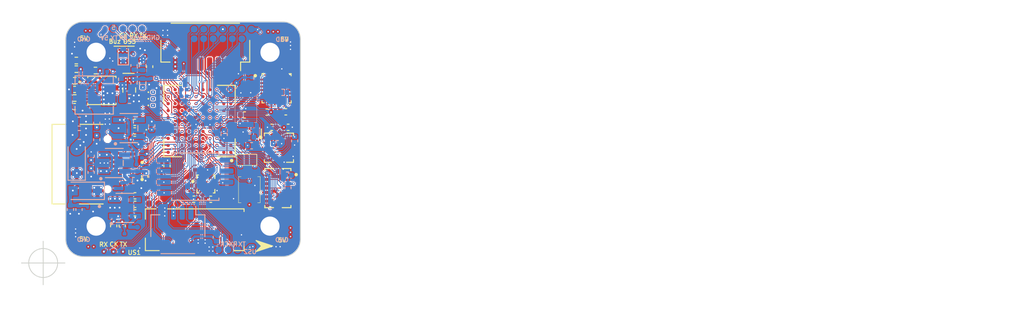
<source format=kicad_pcb>
(kicad_pcb (version 20211014) (generator pcbnew)
  (title_block (title "V0.2NxtPX4") (date "2023-01-04") (company "HKUST DJI") (comment 1 "第一次排版，感觉可以优化很多走线") (comment 2 "第二次排版，走线优化得差不多了") (comment 3 "第三次排版，优化了线孔距离，保证打板质量"))
  (layers (0 "F.Cu" signal) (1 "In1.Cu" power) (2 "In2.Cu" power) (31 "B.Cu" signal) (34 "B.Paste" user) (35 "F.Paste" user) (36 "B.SilkS" user "B.Silkscreen") (37 "F.SilkS" user "F.Silkscreen") (38 "B.Mask" user) (39 "F.Mask" user) (44 "Edge.Cuts" user))
  (net 0 "")
  (net 1 "VCC_24V")
  (net 2 "Net-(BOOT1-Pad2)")
  (net 3 "/VBUS")
  (net 4 "VCC_BAT")
  (net 5 "/BAT_V")
  (net 6 "Net-(D3-Pad2)")
  (net 7 "Net-(D4-Pad2)")
  (net 8 "Net-(R11-Pad1)")
  (net 9 "Net-(D10-Pad1)")
  (net 10 "Net-(D12-Pad1)")
  (net 11 "/LED_RED")
  (net 12 "/LED_BLUE")
  (net 13 "/LED_GREEN")
  (net 14 "/UART4_RX")
  (net 15 "/UART4_TX")
  (net 16 "/UART5_RX")
  (net 17 "/UART5_TX")
  (net 18 "/UART7_RX")
  (net 19 "/UART7_TX")
  (net 20 "/USART1_CK")
  (net 21 "/USART1_RX")
  (net 22 "/USART1_TX")
  (net 23 "/USART2_CK")
  (net 24 "/USART2_RX")
  (net 25 "/USART2_TX")
  (net 26 "/USART3_CK")
  (net 27 "/USART3_RX")
  (net 28 "/USART3_TX")
  (net 29 "/SCLK")
  (net 30 "/SWDIO")
  (net 31 "/USB_OTG_FS_DP")
  (net 32 "/USB_OTG_FS_DM")
  (net 33 "/Buzzer")
  (net 34 "/PWM{slash}DSHOT_CH1")
  (net 35 "/PWM{slash}DSHOT_CH2")
  (net 36 "/PWM{slash}DSHOT_CH3")
  (net 37 "/PWM{slash}DSHOT_CH4")
  (net 38 "/PWM{slash}DSHOT_CH5")
  (net 39 "/PWM{slash}DSHOT_CH6")
  (net 40 "/BAT_I")
  (net 41 "/Extern_IMU_Heater")
  (net 42 "/I2C2_SDA")
  (net 43 "/I2C2_SCL")
  (net 44 "/Extern_I2C_INT")
  (net 45 "/SPI4_SCK")
  (net 46 "/SPI4_MOSI")
  (net 47 "/SPI4_MISO")
  (net 48 "/Extern_SPI_CS_1")
  (net 49 "/Extern_SPI_CS_2")
  (net 50 "/Extern_SPI_INT_1")
  (net 51 "/Extern_SPI_INT_2")
  (net 52 "/SDMMC1_D2")
  (net 53 "/SDMMC1_D3")
  (net 54 "/SDMMC1_CMD")
  (net 55 "/SDMMC1_CK")
  (net 56 "/SDMMC1_D0")
  (net 57 "/SDMMC1_D1")
  (net 58 "/I2C1_SDA")
  (net 59 "/I2C1_SCL")
  (net 60 "Net-(R10-Pad1)")
  (net 61 "/SPI1_MISO")
  (net 62 "/MPU_Data_RDY")
  (net 63 "/MPU_~{CS}")
  (net 64 "/SPI1_SCK")
  (net 65 "/SPI1_MOSI")
  (net 66 "/QSPI_BK1_IO2")
  (net 67 "/ICM_Data_RDY")
  (net 68 "/SPI2_MOSI")
  (net 69 "/SPI2_MISO")
  (net 70 "/ICM_~{CS}")
  (net 71 "/QSPI_CLK")
  (net 72 "/QSPI_BK1_IO0")
  (net 73 "/QSPI_BK1_IO1")
  (net 74 "/QSPI_BK1_IO3")
  (net 75 "/SPI2_SCK")
  (net 76 "/BMI_Accel_CS")
  (net 77 "/BMI_Gryo_CS")
  (net 78 "/SPI3_SCK")
  (net 79 "/SPI3_MISO")
  (net 80 "/SPI3_MOSI")
  (net 81 "/QSPI_BK1_~{CS}")
  (net 82 "/BMP_Data_RDY")
  (net 83 "/BMI_Accel_Data_RDY")
  (net 84 "/BMI_Gyro_Data_RDY")
  (net 86 "System_5V")
  (net 87 "MCU_VCC")
  (net 88 "IMU_VCC")
  (net 89 "Periph_VCC")
  (net 90 "/AUX_PC13")
  (net 91 "/AUX_PA15")
  (net 92 "/AUX_PH1")
  (net 93 "/AUX_PD4")
  (net 94 "/AUX_PC0")
  (net 95 "Net-(D7-Pad1)")
  (net 96 "Net-(C3-Pad1)")
  (net 97 "Net-(C11-Pad1)")
  (net 98 "Net-(C15-Pad1)")
  (net 99 "Net-(C25-Pad1)")
  (net 100 "Net-(C25-Pad2)")
  (net 101 "Net-(C26-Pad1)")
  (net 102 "/NRST")
  (net 103 "Net-(C29-Pad2)")
  (net 104 "Net-(C30-Pad2)")
  (net 105 "Net-(C32-Pad1)")
  (net 106 "Net-(C34-Pad1)")
  (net 107 "Net-(C37-Pad1)")
  (net 108 "Net-(D2-Pad2)")
  (net 109 "Net-(D8-Pad1)")
  (net 110 "Net-(D9-Pad1)")
  (net 111 "Net-(D11-Pad1)")
  (net 112 "Net-(J1-PadA5)")
  (net 114 "Net-(J1-PadB5)")
  (net 116 "Net-(R7-Pad2)")
  (net 117 "Net-(R8-Pad2)")
  (net 118 "Net-(R11-Pad2)")
  (net 119 "Net-(C38-Pad1)")
  (net 141 "GND")
  (net 142 "Net-(C44-Pad1)")
  (net 143 "Net-(C48-Pad1)")
  (net 144 "Net-(R29-Pad2)")
  (footprint "Resistor_SMD:R_0201_0603Metric" (layer "F.Cu") (at 102.249288 72.247254 -90)
    (fp_text reference "R16" hide)
    (fp_text value "10kR(0201)")
  )
  (footprint "Resistor_SMD:R_0201_0603Metric" (layer "F.Cu") (at 107.479288 79.587254 90)
    (fp_text reference "R28" hide)
    (fp_text value "4.7kR(0201)")
  )
  (footprint "NxtPX4:M2MountingHole" (layer "F.Cu") (at 116.469288 63.937254)
    (fp_text reference "H1" hide)
    (fp_text value "MountingHole_Pad")
  )
  (footprint "LED_SMD:LED_0201_0603Metric" (layer "F.Cu") (at 103.334288 69.287254)
    (fp_text reference "D11" hide)
    (fp_text value "LED_BLUE(0201)")
  )
  (footprint "Resistor_SMD:R_0201_0603Metric" (layer "F.Cu") (at 100.709288 77.587254 180)
    (fp_text reference "R6" hide)
    (fp_text value "0R(0201)")
  )
  (footprint "Capacitor_SMD:C_0402_1005Metric" (layer "F.Cu") (at 107.719288 80.837254)
    (fp_text reference "C46" hide)
    (fp_text value "100nF(0402)")
  )
  (footprint "Capacitor_SMD:C_0402_1005Metric" (layer "F.Cu") (at 98.489288 83.907254 -90)
    (fp_text reference "C13" hide)
    (fp_text value "100nF(0402)")
  )
  (footprint "NxtPX4:ICM-20602" (layer "F.Cu") (at 117.499288 74.917254)
    (fp_text reference "U8" hide)
    (fp_text value "ICM-20602" hide)
  )
  (footprint "Capacitor_SMD:C_0402_1005Metric" (layer "F.Cu") (at 102.049288 78.217254 -90)
    (fp_text reference "C17" hide)
    (fp_text value "1uF(0402)")
  )
  (footprint "Capacitor_SMD:C_0402_1005Metric" (layer "F.Cu") (at 109.659288 80.847254)
    (fp_text reference "C51" hide)
    (fp_text value "100nF(0402)")
  )
  (footprint "Capacitor_SMD:C_0402_1005Metric" (layer "F.Cu") (at 116.669288 72.567254)
    (fp_text reference "C42" hide)
    (fp_text value "100nF(0402)")
  )
  (footprint "Resistor_SMD:R_0201_0603Metric" (layer "F.Cu") (at 108.149288 77.467254)
    (fp_text reference "R27" hide)
    (fp_text value "4.7kR(0201)")
  )
  (footprint "NxtPX4:PWR_Circle" (layer "F.Cu") (at 117.98 62.42)
    (fp_text reference "TP7" hide)
    (fp_text value "TestPoint")
  )
  (footprint "Capacitor_SMD:C_0402_1005Metric" (layer "F.Cu") (at 113.549288 71.147254)
    (fp_text reference "C33" hide)
    (fp_text value "1.0uF(0402)")
  )
  (footprint "Oscillator:Oscillator_SMD_Abracon_ASDMB-4Pin_2.5x2.0mm" (layer "F.Cu") (at 114.129288 73.897254 180)
    (fp_text reference "Y1" hide)
    (fp_text value "SG-210STF")
  )
  (footprint "NxtPX4:PWR_Circle" (layer "F.Cu") (at 94.9575 85.4525 180)
    (fp_text reference "TP9" hide)
    (fp_text value "TestPoint")
  )
  (footprint "NxtPX4:LSE(2012)" (layer "F.Cu") (at 113.8 76.31 180)
    (fp_text reference "Y2" hide)
    (fp_text value "ABS07 (32.768kHZ)")
  )
  (footprint "Capacitor_SMD:C_0402_1005Metric" (layer "F.Cu") (at 100.909288 73.957254)
    (fp_text reference "C16" hide)
    (fp_text value "1uF(0402)" hide)
  )
  (footprint "Capacitor_SMD:C_0402_1005Metric" (layer "F.Cu") (at 118.559288 72.567254 180)
    (fp_text reference "C43" hide)
    (fp_text value "2.2uF(0402)")
  )
  (footprint "NxtPX4:M2MountingHole" (layer "F.Cu") (at 116.469288 83.937254)
    (fp_text reference "H2" hide)
    (fp_text value "MountingHole_Pad")
  )
  (footprint "NxtPX4:MiniTP" (layer "F.Cu") (at 97.809288 65.397254 -90)
    (fp_text reference "TP5" hide)
    (fp_text value "24V_TP")
  )
  (footprint "NxtPX4:STM32H743VIHBGA100C80P10X10_800X800X110N" (layer "F.Cu") (at 108.359288 71.844754 180)
    (fp_text reference "U6" hide)
    (fp_text value "STM32H743VIH6")
  )
  (footprint "NxtPX4:BMI088" (layer "F.Cu") (at 117.376788 79.561754 -90)
    (fp_text reference "U10" hide)
    (fp_text value "BMI088")
  )
  (footprint "LED_SMD:LED_0201_0603Metric" (layer "F.Cu") (at 103.336788 70.047254)
    (fp_text reference "D10" hide)
    (fp_text value "LED_RED(0201)")
  )
  (footprint "Capacitor_SMD:C_0402_1005Metric" (layer "F.Cu") (at 100.909288 72.977254)
    (fp_text reference "C18" hide)
    (fp_text value "100nF(0402)")
  )
  (footprint "NxtPX4:Direction_Logo" (layer "F.Cu") (at 115.504288 86.227254 -90)
    (fp_text reference "U5" hide)
    (fp_text value "Direction_Logo")
  )
  (footprint "Resistor_SMD:R_0201_0603Metric" (layer "F.Cu") (at 109.609288 77.467254)
    (fp_text reference "R29" hide)
    (fp_text value "0R(0201)")
  )
  (footprint "Resistor_SMD:R_0402_1005Metric" (layer "F.Cu") (at 96.389288 66.037254)
    (fp_text reference "R13" hide)
    (fp_text value "41.2kR(0402)")
  )
  (footprint "Resistor_SMD:R_0402_1005Metric" (layer "F.Cu") (at 94.009288 69.197254 180)
    (fp_text reference "R10" hide)
    (fp_text value "20R(0402)")
  )
  (footprint "NxtPX4:MiniTP" (layer "F.Cu") (at 97.49 61.23)
    (fp_text reference "TP1" hide)
    (fp_text value "TestPoint")
  )
  (footprint "Capacitor_SMD:C_0402_1005Metric" (layer "F.Cu") (at 104.619288 77.017254 -90)
    (fp_text reference "C40" hide)
    (fp_text value "100nF(0402)")
  )
  (footprint "NxtPX4:PWR_Circle" (layer "F.Cu") (at 94.9575 62.4175 90)
    (fp_text reference "TP6" hide)
    (fp_text value "TestPoint")
  )
  (footprint "Capacitor_SMD:C_0402_1005Metric" (layer "F.Cu") (at 93.989288 68.207254 180)
    (fp_text reference "C11" hide)
    (fp_text value "100nF(0402)")
  )
  (footprint "Package_TO_SOT_SMD:SOT-23" (layer "F.Cu") (at 100.2 64.8)
    (fp_text reference "Q1" hide)
    (fp_text value "AP40P05")
  )
  (footprint "Resistor_SMD:R_0201_0603Metric" (layer "F.Cu") (at 113.349288 72.027254 180)
    (fp_text reference "R24" hide)
    (fp_text value "10kR(0201)")
  )
  (footprint "NxtPX4:MP9943GQ-Z" (layer "F.Cu") (at 97.130981 68.327254)
    (fp_text reference "U4" hide)
    (fp_text value "MP9943GQ-Z" hide)
  )
  (footprint "NxtPX4:PESD5V0F1BL" (layer "F.Cu") (at 100.769288 76.607254 180)
    (fp_text reference "D2" hide)
    (fp_text value "PESD5V0F1BL" hide)
  )
  (footprint "Resistor_SMD:R_0201_0603Metric" (layer "F.Cu") (at 100.689288 71.117254 180)
    (fp_text reference "R34" hide)
    (fp_text value "10kR(0201)")
  )
  (footprint "Resistor_SMD:R_0201_0603Metric" (layer "F.Cu") (at 100.699288 74.857254 180)
    (fp_text reference "R3" hide)
    (fp_text value "5.1kR(0201)")
  )
  (footprint "Resistor_SMD:R_0201_0603Metric" (layer "F.Cu") (at 100.699288 70.367254 180)
    (fp_text reference "R33" hide)
    (fp_text value "10kR(0201)")
  )
  (footprint "NxtPX4:Conn_3pin" (layer "F.Cu") (at 100.91 61.23)
    (fp_text reference "J4" hide)
    (fp_text value "Conn_01x03")
  )
  (footprint "Capacitor_SMD:C_0402_1005Metric" (layer "F.Cu") (at 102.63 65.59 90)
    (fp_text reference "C28" hide)
    (fp_text value "100nF(0402)")
  )
  (footprint "NxtPX4:PESD5V0F1BL" (layer "F.Cu") (at 100.759288 78.567254 180)
    (fp_text reference "D3" hide)
    (fp_text value "PESD5V0F1BL" hide)
  )
  (footprint "Capacitor_SMD:C_0402_1005Metric" (layer "F.Cu") (at 116.11 70.82)
    (fp_text reference "C41" hide)
    (fp_text value "10nF(0402)")
  )
  (footprint "Resistor_SMD:R_0402_1005Metric" (layer "F.Cu") (at 94.009288 67.217254 180)
    (fp_text reference "R8" hide)
    (fp_text value "100kR(0402)")
  )
  (footprint "NxtPX4:MPU-6500" (layer "F.Cu") (at 117.229288 68.077254)
    (fp_text reference "U7" hide)
    (fp_text value "MPU6500" hide)
  )
  (footprint "NxtPX4:PWR_Circle" (layer "F.Cu") (at 117.9825 85.4525 -90)
    (fp_text reference "TP8" hide)
    (fp_text value "TestPoint")
  )
  (footprint "Capacitor_SMD:C_0402_1005Metric" (layer "F.Cu") (at 99.469288 83.907254 -90)
    (fp_text reference "C8" hide)
    (fp_text value "100nF(0402)")
  )
  (footprint "Resistor_SMD:R_0402_1005Metric" (layer "F.Cu") (at 94.189288 65.877254 180)
    (fp_text reference "R11" hide)
    (fp_text value "51kR(0402)")
  )
  (footprint "Capacitor_SMD:C_0402_1005Metric" (layer "F.Cu") (at 100.909288 71.997254)
    (fp_text reference "C21" hide)
    (fp_text value "100nF(0402)")
  )
  (footprint "LED_SMD:LED_0201_0603Metric" (layer "F.Cu") (at 102.239288 73.714754 -90)
    (fp_text reference "D7" hide)
    (fp_text value "LED_G(0201)")
  )
  (footprint "NxtPX4:MiniTP" (layer "F.Cu") (at 102.76 61.21)
    (fp_text reference "TP28" hide)
    (fp_text value "TestPoint")
  )
  (footprint "NxtPX4:TF-SMD_TF-021B-H265" (layer "F.Cu") (at 108.26 83.81)
    (fp_text reference "J11" hide)
    (fp_text value "Micro_SD_Card" hide)
  )
  (footprint "NxtPX4:MiniTP" (layer "F.Cu") (at 100.8 86.95)
    (fp_text reference "TP3" hide)
    (fp_text value "TestPoint")
  )
  (footprint "Capacitor_SMD:C_0402_1005Metric" (layer "F.Cu") (at 100.939288 80.447254)
    (fp_text reference "C24" hide)
    (fp_text value "100nF(0402)")
  )
  (footprint "Capacitor_SMD:C_0402_1005Metric" (layer "F.Cu") (at 101.829288 67.467254 90)
    (fp_text reference "C15" hide)
    (fp_text value "10nF(0402)")
  )
  (footprint "Capacitor_SMD:C_0402_1005Metric" (layer "F.Cu") (at 93.989288 70.187254)
    (fp_text reference "C25" hide)
    (fp_text value "100nF(0402)")
  )
  (footprint "Capacitor_SMD:C_0402_1005Metric" (layer "F.Cu") (at 100.939288 82.407254)
    (fp_text reference "C19" hide)
    (fp_text value "1uF(0402)")
  )
  (footprint "NxtPX4:3x2.5PushButton" (layer "F.Cu") (at 114.099288 79.747254 90)
    (fp_text reference "BOOT1" hide)
    (fp_text value "3x2.5x2PushSwitch")
  )
  (footprint "NxtPX4:MiniTP" (layer "F.Cu") (at 98.48 61.24)
    (fp_text reference "TP24" hide)
    (fp_text value "TestPoint")
  )
  (footprint "Connector_JST:JST_SH_SM08B-SRSS-TB_1x08-1MP_P1.00mm_Horizontal" (layer "F.Cu") (at 109.03 63.28 180)
    (fp_text reference "J10" hide)
    (fp_text value "ESC sh1.0 8pin")
  )
  (footprint "NxtPX4:MiniTP" (layer "F.Cu") (at 96.42 86.92)
    (fp_text reference "TP26" hide)
    (fp_text value "TestPoint")
  )
  (footprint "NxtPX4:MiniTP" (layer "F.Cu") (at 99.539288 70.437254 180)
    (fp_text reference "TP14" hide)
    (fp_text value "3.3V_Core_TP")
  )
  (footprint "NxtPX4:PQFN50P200X200X80-10N" (layer "F.Cu") (at 109.099288 79.089754)
    (fp_text reference "U9" hide)
    (fp_text value "BMP388")
  )
  (footprint "NxtPX4:M2MountingHole" (layer "F.Cu") (at 96.469288 83.937254)
    (fp_text reference "H3" hide)
    (fp_text value "MountingHole_Pad")
  )
  (footprint "Resistor_SMD:R_0402_1005Metric" (layer "F.Cu") (at 94.189288 64.887254)
    (fp_text reference "R12" hide)
    (fp_text value "7.68kR(0402)")
  )
  (footprint "Capacitor_SMD:C_0805_2012Metric" (layer "F.Cu") (at 100.279288 68.277254 -90)
    (fp_text reference "C1" hide)
    (fp_text value "22uF(0805 35V)")
  )
  (footprint "Capacitor_SMD:C_0402_1005Metric" (layer "F.Cu") (at 100.939288 81.427254)
    (fp_text reference "C22" hide)
    (fp_text value "100nF(0402)")
  )
  (footprint "NxtPX4:Conn_4Pin" (layer "F.Cu") (at 102.55 81.3)
    (fp_text reference "J3" hide)
    (fp_text value "Conn_01x04")
  )
  (footprint "NxtPX4:M2MountingHole" (layer "F.Cu") (at 96.469288 63.937254)
    (fp_text reference "H4" hide)
    (fp_text value "MountingHole_Pad")
  )
  (footprint "Resistor_SMD:R_0201_0603Metric" (layer "F.Cu") (at 103.069288 66.947254 180)
    (fp_text reference "R15" hide)
    (fp_text value "22.0kR(0201)")
  )
  (footprint "LED_SMD:LED_0201_0603Metric" (layer "F.Cu") (at 103.339288 68.527254)
    (fp_text reference "D12" hide)
    (fp_text value "LED_GREEN(0201)")
  )
  (footprint "NxtPX4:USB-C-16p" (layer "F.Cu") (at 95.159288 76.807254 -90)
    (fp_text reference "J1" hide)
    (fp_text value "USB_C_Receptacle_USB2.0")
  )
  (footprint "Resistor_SMD:R_0201_0603Metric" (layer "F.Cu") (at 100.709288 75.637254 180)
    (fp_text reference "R5" hide)
    (fp_text value "0R(0201)")
  )
  (footprint "Resistor_SMD:R_0201_0603Metric" (layer "F.Cu") (at 100.719288 79.557254 180)
    (fp_text reference "R2" hide)
    (fp_text value "5.1kR(0201)")
  )
  (footprint "NxtPX4:Conn_3pin" (layer "F.Cu") (at 98.209288 86.877254 180)
    (fp_text reference "J5" hide)
    (fp_text value "Conn_01x03")
  )
  (footprint "Capacitor_SMD:C_0402_1005Metric" (layer "F.Cu") (at 118.289288 70.787254)
    (fp_text reference "C44" hide)
    (fp_text value "100nF(0402)")
  )
  (footprint "NxtPX4:PWR_Circle" (layer "B.Cu") (at 117.9825 85.4525)
    (fp_text reference "TP11" hide)
    (fp_text value "TestPoint")
  )
  (footprint "NxtPX4:PWR_Circle" (layer "B.Cu") (at 94.95 62.42 180)
    (fp_text reference "TP13" hide)
    (fp_text value "TestPoint")
  )
  (footprint "Diode_SMD:D_SOD-123F" (layer "B.Cu") (at 94.229288 76.459754 90)
    (fp_text reference "D6" hide)
    (fp_text value "DSS34")
  )
  (footprint "NxtPX4:Conn_3pin" (layer "B.Cu") (at 111.4 86.66 180)
    (fp_text reference "J6" hide)
    (fp_text value "Conn_01x03")
  )
  (footprint "Capacitor_SMD:C_0402_1005Metric" (layer "B.Cu") (at 118.466788 78.071754 180)
    (fp_text reference "C47" hide)
    (fp_text value "100.0nF(0402)")
  )
  (footprint "Resistor_SMD:R_0201_0603Metric" (layer "B.Cu") (at 101.429288 76.837254 180)
    (fp_text reference "R31" hide)
    (fp_text value "10kR(0201)")
  )
  (footprint "Capacitor_SMD:C_0402_1005Metric" (layer "B.Cu") (at 95.899288 77.757254 -90)
    (fp_text reference "C7" hide)
    (fp_text value "100nF(0402)")
  )
  (footprint "Capacitor_SMD:C_0402_1005Metric" (layer "B.Cu") (at 107.03 71.32 135)
    (fp_text reference "C30" hide)
    (fp_text value "2.2uF(0402)")
  )
  (footprint "Diode_SMD:D_SOD-523" (layer "B.Cu") (at 99.589288 64.237254 90)
    (fp_text reference "D4" hide)
    (fp_text value "BZX584C9V1")
  )
  (footprint "Resistor_SMD:R_0402_1005Metric" (layer "B.Cu") (at 101.829288 67.477254 90)
    (fp_text reference "R9" hide)
    (fp_text value "33R(0402)")
  )
  (footprint "NxtPX4:PWR_Circle" (layer "B.Cu") (at 117.98 62.42 90)
    (fp_text reference "TP12" hide)
    (fp_text value "TestPoint")
  )
  (footprint "Capacitor_SMD:C_0402_1005Metric" (layer "B.Cu") (at 117.329288 74.447254)
    (fp_text reference "C45" hide)
    (fp_text value "10nF(0402)")
  )
  (footprint "Resistor_SMD:R_0201_0603Metric" (layer "B.Cu") (at 103.069288 66.947254)
    (fp_text reference "R14" hide)
    (fp_text value "200.0kR(0201)")
  )
  (footprint "NxtPX4:MiniTP" (layer "B.Cu") (at 102.76 61.21 180)
    (fp_text reference "TP27" hide)
    (fp_text value "TestPoint")
  )
  (footprint "NxtPX4:MiniTP" (layer "B.Cu") (at 101.219288 84.057254 90)
    (fp_text reference "TP16" hide)
    (fp_text value "3.3V_Peri_Device_TP")
  )
  (footprint "Capacitor_SMD:C_0402_1005Metric" (layer "B.Cu") (at 117.939288 68.547254 180)
    (fp_text reference "C49" hide)
    (fp_text value "100nF(0402)")
  )
  (footprint "Capacitor_SMD:C_0603_1608Metric" (layer "B.Cu") (at 99.559288 67.037254 90)
    (fp_text reference "C4" hide)
    (fp_text value "10uF(0603 35V)")
  )
  (footprint "NxtPX4:RT9013-33GB" (layer "B.Cu") (at 99.779288 81.841454)
    (fp_text reference "U2" hide)
    (fp_text value "RT9013-33GB" hide)
  )
  (footprint "Capacitor_SMD:C_0402_1005Metric" (layer "B.Cu") (at 102.869288 72.377254 -90)
    (fp_text reference "C29" hide)
    (fp_text value "2.2uF(0402)")
  )
  (footprint "Capacitor_SMD:C_0402_1005Metric" (layer "B.Cu") (at 114.139288 73.697254 180)
    (fp_text reference "C36" hide)
    (fp_text value "100nF(0402)")
  )
  (footprint "Resistor_SMD:R_0201_0603Metric" (layer "B.Cu") (at 106.58 68.99 180)
    (fp_text reference "R19" hide)
    (fp_text value "4.7kR(0201)")
  )
  (footprint "Resistor_SMD:R_0201_0603Metric" (layer "B.Cu") (at 101.069288 64.127254)
    (fp_text reference "R4" hide)
    (fp_text value "100kR(0201)")
  )
  (footprint "Resistor_SMD:R_0201_0603Metric" (layer "B.Cu") (at 98.059288 66.137254 180)
    (fp_text reference "R7" hide)
    (fp_text value "1mR(0201)")
  )
  (footprint "NxtPX4:MiniTP" (layer "B.Cu") (at 97.49 61.23 180)
    (fp_text reference "TP25" hide)
    (fp_text value "TestPoint")
  )
  (footprint "NxtPX4:PESD12VV1BL_315" (layer "B.Cu") (at 95.801788 81.667254 180)
    (fp_text reference "D1" hide)
    (fp_text value "PESD12VV1BL" hide)
  )
  (footprint "Resistor_SMD:R_0201_0603Metric" (layer "B.Cu") (at 103.329288 70.057254)
    (fp_text reference "R21" hide)
    (fp_text value "10.0kR(0201)")
  )
  (footprint "Capacitor_SMD:C_0603_1608Metric" (layer "B.Cu") (at 100.309288 69.307254)
    (fp_text reference "C2" hide)
    (fp_text value "10uF(0603 35V)")
  )
  (footprint "Capacitor_SMD:C_0201_0603Metric" (layer "B.Cu") (at 113.599288 66.517254 90)
    (fp_text reference "C34" hide)
    (fp_text value "100nF(0201)")
  )
  (footprint "Capacitor_SMD:C_0402_1005Metric" (layer "B.Cu") (at 102.179288 78.247254 -90)
    (fp_text reference "C23" hide)
    (fp_text value "100nF(0402)")
  )
  (footprint "Capacitor_SMD:C_0402_1005Metric" (layer "B.Cu") (at 114.349288 74.687254)
    (fp_text reference "C32" hide)
    (fp_text value "15pF(0402)")
  )
  (footprint "Resistor_SMD:R_0201_0603Metric" (layer "B.Cu") (at 114.4 78.74 180)
    (fp_text reference "R26" hide)
    (fp_text value "10kR(0201)")
  )
  (footprint "Capacitor_SMD:C_0402_1005Metric" (layer "B.Cu") (at 100.829288 65.457254 90)
    (fp_text reference "C3" hide)
    (fp_text value "10nF(0402)")
  )
  (footprint "Capacitor_SMD:C_0402_1005Metric" (layer "B.Cu") (at 96.539288 73.987254 -90)
    (fp_text reference "C9" hide)
    (fp_text value "100nF(0402)" hide)
  )
  (footprint "Resistor_SMD:R_0201_0603Metric" (layer "B.Cu") (at 103.331788 68.537254)
    (fp_text reference "R23" hide)
    (fp_text value "10.0kR(0201)")
  )
  (footprint "Capacitor_SMD:C_0201_0603Metric" (layer "B.Cu") (at 113.08 77.39 -90)
    (fp_text reference "C37" hide)
    (fp_text value "12.0pF(0201)")
  )
  (footprint "Capacitor_SMD:C_0402_1005Metric" (layer "B.Cu") (at 96.539288 72.087254 90)
    (fp_text reference "C14" hide)
    (fp_text value "100nF(0402)" hide)
  )
  (footprint "Capacitor_SMD:C_0402_1005Metric" (layer "B.Cu") (at 93.509288 82.02535 -90)
    (fp_text reference "C10" hide)
    (fp_text value "1uF(0402)")
  )
  (footprint "Connector_JST:JST_SH_SM04B-SRSS-TB_1x04-1MP_P1.00mm_Horizontal" (layer "B.Cu") (at 105.869288 84.417254 180)
    (fp_text reference "J9" hide)
    (fp_text value "UART4(sh1.0 4pin)")
  )
  (footprint "NxtPX4:Conn_14pin" (layer "B.Cu") (at 110.839288 62.03 180)
    (fp_text reference "J8" hide)
    (fp_text value "Conn_01x14")
  )
  (footprint "NxtPX4:RT9013-33GB" (layer "B.Cu") (at 98.559288 76.677254)
    (fp_text reference "U1" hide)
    (fp_text value "RT9013-33GB" hide)
  )
  (footprint "LED_SMD:LED_0201_0603Metric" (layer "B.Cu") (at 100.056788 84.047254)
    (fp_text reference "D9" hide)
    (fp_text value "LED_G(0201)")
  )
  (footprint "Capacitor_SMD:C_0402_1005Metric" (layer "B.Cu") (at 100.819288 67.497254 -90)
    (fp_text reference "C5" hide)
    (fp_text value "1uF(0402 35V)")
  )
  (footprint "Capacitor_SMD:C_0402_1005Metric" (layer "B.Cu") (at 100.749288 78.697254)
    (fp_text reference "C20" hide)
    (fp_text value "100nF(0402)")
  )
  (footprint "NxtPX4:Conn_4Pin" (layer "B.Cu") (at 98.46 61.27)
    (fp_text reference "J2" hide)
    (fp_text value "Conn_01x04")
  )
  (footprint "Resistor_SMD:R_0402_1005Metric" (layer "B.Cu") (at 112.269288 67.837254 45)
    (fp_text reference "R25" hide)
    (fp_text value "0.0R(0402)")
  )
  (footprint "Resistor_SMD:R_0201_0603Metric" (layer "B.Cu") (at 101.449288 75.317254 180)
    (fp_text reference "R32" hide)
    (fp_text value "10kR(0201)")
  )
  (footprint "Resistor_SMD:R_0201_0603Metric" (layer "B.Cu") (at 101.429288 76.077254 180)
    (fp_text reference "R30" hide)
    (fp_text value "10kR(0201)")
  )
  (footprint "Resistor_SMD:R_0201_0603Metric" (layer "B.Cu") (at 103.329288 69.297254)
    (fp_text reference "R22" hide)
    (fp_text value "10.0kR(0201)")
  )
  (footprint "Resistor_SMD:R_0201_0603Metric" (layer "B.Cu") (at 98.669288 79.277254 -90)
    (fp_text reference "R17" hide)
    (fp_text value "10kR(0201)")
  )
  (footprint "Resistor_SMD:R_0201_0603Metric" (layer "B.Cu") (at 100.049288 84.817254 180)
    (fp_text reference "R18" hide)
    (fp_text value "10kR(0201)")
  )
  (footprint "Capacitor_SMD:C_0402_1005Metric" (layer "B.Cu") (at 110.299288 85.207254 90)
    (fp_text reference "C39" hide)
    (fp_text value "100nF(0402)")
  )
  (footprint "NxtPX4:Inductor_0420" (layer "B.Cu") (at 96.244121 68.852233 180)
    (fp_text reference "L1" hide)
    (fp_text value "10uH(0420)")
  )
  (footprint "Capacitor_SMD:C_0201_0603Metric" (layer "B.Cu") (at 114.359288 66.517254 90)
    (fp_text reference "C35" hide)
    (fp_text value "1uF(0201)")
  )
  (footprint "Capacitor_SMD:C_0402_1005Metric" (layer "B.Cu") (at 118.536788 79.531754 -90)
    (fp_text reference "C50" hide)
    (fp_text value "100.0nF(0402)")
  )
  (footprint "Capacitor_SMD:C_0402_1005Metric" (layer "B.Cu") (at 119.309288 74.127254 -90)
    (fp_text reference "C48" hide)
    (fp_text value "100nF(0402)")
  )
  (footprint "Diode_SMD:D_SOD-123F" (layer "B.Cu") (at 95.221788 79.877254 180)
    (fp_text reference "D5" hide)
    (fp_text value "DSS34")
  )
  (footprint "Capacitor_SMD:C_0402_1005Metric" (layer "B.Cu") (at 94.499288 82.02535 -90)
    (fp_text reference "C6" hide)
    (fp_text value "100nF(0402)")
  )
  (footprint "Capacitor_SMD:C_0402_1005Metric" (layer "B.Cu") (at 111.199288 73.417254 90)
    (fp_text reference "C31" hide)
    (fp_text value "4.7uF(0402)")
  )
  (footprint "Resistor_SMD:R_0201_0603Metric" (layer "B.Cu") (at 106.58 68.23 180)
    (fp_text reference "R20" hide)
    (fp_text value "4.7kR(0201)")
  )
  (footprint "NxtPX4:3x2.5PushButton" (layer "B.Cu") (at 113.699288 70.507254 -90)
    (fp_text reference "RST1" hide)
    (fp_text value "3x2.5x2PushSwitch")
  )
  (footprint "Capacitor_SMD:C_0603_1608Metric" (layer "B.Cu") (at 94.534288 73.447254 180)
    (fp_text reference "C27" hide)
    (fp_text value "22uF(0603)")
  )
  (footprint "Resistor_SMD:R_0402_1005Metric" (layer "B.Cu") (at 101.819288 65.477254 -90)
    (fp_text reference "R1" hide)
    (fp_text value "33R(0402)")
  )
  (footprint "NxtPX4:MiniTP" (layer "B.Cu") (at 101.199288 77.627254 180)
    (fp_text reference "TP15" hide)
    (fp_text value "3.3V_Core_TP")
  )
  (footprint "NxtPX4:RT9013-33GB" (layer "B.Cu") (at 100.239288 72.661454)
    (fp_text reference "U3" hide)
    (fp_text value "RT9013-33GB" hide)
  )
  (footprint "NxtPX4:MiniTP" (layer "B.Cu") (at 113.8 86.71 -90)
    (fp_text reference "TP2" hide)
    (fp_text value "TestPoint")
  )
  (footprint "NxtPX4:MiniTP" (layer "B.Cu") (at 112.72 85.57 -90)
    (fp_text reference "TP4" hide)
    (fp_text value "TestPoint")
  )
  (footprint "NxtPX4:PWR_Circle" (layer "B.Cu") (at 94.9575 85.45 -90)
    (fp_text reference "TP10" hide)
    (fp_text value "TestPoint")
  )
  (footprint "Package_SO:SOIC-8_5.23x5.23mm_P1.27mm" (layer "B.Cu") (at 107.869288 78.247254 180)
    (fp_text reference "U11" hide)
    (fp_text value "W25Q128JVS")
  )
  (footprint "LED_SMD:LED_0201_0603Metric" (layer "B.Cu") (at 99.429288 79.272254 90)
    (fp_text reference "D8" hide)
    (fp_text value "LED_G(0201)")
  )
  (footprint "Capacitor_SMD:C_0603_1608Metric" (layer "B.Cu") (at 94.529288 71.917254 180)
    (fp_text reference "C26" hide)
    (fp_text value "22uF(0603)")
  )
  (footprint "Capacitor_SMD:C_0402_1005Metric" (layer "B.Cu") (at 95.899288 75.877254 90)
    (fp_text reference "C12" hide)
    (fp_text value "100nF(0402)")
  )
  (footprint "Capacitor_SMD:C_0201_0603Metric" (layer "B.Cu") (at 114.72 77.39 -90)
    (fp_text reference "C38" hide)
    (fp_text value "12.0pF(0201)")
  )
  (gr_line locked (start 119.969288 85.437254) (end 119.969288 62.437254) (layer "Edge.Cuts") (width 0.1))
  (gr_line locked (start 92.969288 85.437254) (end 92.969288 62.437254) (layer "Edge.Cuts") (width 0.1))
  (gr_arc locked (start 117.969288 60.437254) (mid 119.383502 61.02304) (end 119.969288 62.437254) (layer "Edge.Cuts") (width 0.1))
  (gr_arc locked (start 119.969288 85.437254) (mid 119.383502 86.851468) (end 117.969288 87.437254) (layer "Edge.Cuts") (width 0.1))
  (gr_line locked (start 94.969288 87.437254) (end 117.969288 87.437254) (layer "Edge.Cuts") (width 0.1))
  (gr_line locked (start 94.969288 60.437254) (end 117.969288 60.437254) (layer "Edge.Cuts") (width 0.1))
  (gr_arc locked (start 94.969288 87.437254) (mid 93.555074 86.851468) (end 92.969288 85.437254) (layer "Edge.Cuts") (width 0.1))
  (gr_arc locked (start 92.969288 62.437254) (mid 93.555074 61.02304) (end 94.969288 60.437254) (layer "Edge.Cuts") (width 0.1))
  (gr_text "RX" (at 99.59 62.27) (layer "B.SilkS") (effects (font (size 0.5 0.5) (thickness 0.1)) (justify mirror)))
  (gr_text "TX" (at 100.69 62.35) (layer "B.SilkS") (effects (font (size 0.5 0.5) (thickness 0.1)) (justify mirror)))
  (gr_text "RX" (at 112.239288 86.007254) (layer "B.SilkS") (effects (font (size 0.5 0.5) (thickness 0.1)) (justify mirror)))
  (gr_text "GND" (at 95.029288 85.487254) (layer "B.SilkS") (effects (font (size 0.5 0.5) (thickness 0.1)) (justify mirror)))
  (gr_text "TX" (at 98.55 62.3) (layer "B.SilkS") (effects (font (size 0.5 0.5) (thickness 0.1)) (justify mirror)))
  (gr_text "RX" (at 101.73 62.32) (layer "B.SilkS") (effects (font (size 0.5 0.5) (thickness 0.1)) (justify mirror)))
  (gr_text "GND" (at 117.839288 85.517254) (layer "B.SilkS") (effects (font (size 0.5 0.5) (thickness 0.1)) (justify mirror)))
  (gr_text "GND" (at 117.889288 62.467254) (layer "B.SilkS") (effects (font (size 0.5 0.5) (thickness 0.1)) (justify mirror)))
  (gr_text "GND" (at 95.049288 62.437254) (layer "B.SilkS") (effects (font (size 0.5 0.5) (thickness 0.1)) (justify mirror)))
  (gr_text "GND" (at 103.04 62.25) (layer "B.SilkS") (effects (font (size 0.5 0.5) (thickness 0.1)) (justify mirror)))
  (gr_text "TX" (at 113.249288 86.017254) (layer "B.SilkS") (effects (font (size 0.5 0.5) (thickness 0.1)) (justify mirror)))
  (gr_text "5V" (at 97.43 62.3) (layer "B.SilkS") (effects (font (size 0.5 0.5) (thickness 0.1)) (justify mirror)))
  (gr_text "CK" (at 111.229288 85.997254) (layer "B.SilkS") (effects (font (size 0.5 0.5) (thickness 0.1)) (justify mirror)))
  (gr_text "5" (at 98.469288 61.097254) (layer "B.SilkS") (effects (font (size 0.5 0.5) (thickness 0.1)) (justify mirror)))
  (gr_text "US2" (at 114.179288 86.887254) (layer "B.SilkS") (effects (font (size 0.5 0.5) (thickness 0.1)) (justify mirror)))
  (gr_text "Buz" (at 98.61 62.69) (layer "F.SilkS") (effects (font (size 0.5 0.5) (thickness 0.1))))
  (gr_text "CK" (at 99.59 62.05) (layer "F.SilkS") (effects (font (size 0.5 0.5) (thickness 0.1))))
  (gr_text "5V" (at 95.059288 62.317254) (layer "F.SilkS") (effects (font (size 0.5 0.5) (thickness 0.1))))
  (gr_text "CK" (at 98.519288 86.027254) (layer "F.SilkS") (effects (font (size 0.5 0.5) (thickness 0.1))))
  (gr_text "US1" (at 100.859288 86.977254) (layer "F.SilkS") (effects (font (size 0.5 0.5) (thickness 0.1))))
  (gr_text "5V" (at 118.139288 62.447254) (layer "F.SilkS") (effects (font (size 0.5 0.5) (thickness 0.1))))
  (gr_text "US3" (at 100.31 62.7) (layer "F.SilkS") (effects (font (size 0.5 0.5) (thickness 0.1))))
  (gr_text "TX" (at 99.599288 86.037254) (layer "F.SilkS") (effects (font (size 0.5 0.5) (thickness 0.1))))
  (gr_text "5V" (at 117.879288 85.557254) (layer "F.SilkS") (effects (font (size 0.5 0.5) (thickness 0.1))))
  (gr_text "5V" (at 94.989288 85.417254) (layer "F.SilkS") (effects (font (size 0.5 0.5) (thickness 0.1))))
  (gr_text "TX" (at 101.85 62.07) (layer "F.SilkS") (effects (font (size 0.5 0.5) (thickness 0.1))))
  (gr_text "RX" (at 97.319288 86.047254) (layer "F.SilkS") (effects (font (size 0.5 0.5) (thickness 0.1))))
  (gr_text "RX" (at 100.79 62.04) (layer "F.SilkS") (effects (font (size 0.5 0.5) (thickness 0.1))))
  (target plus (at 90.379288 88.177254) (size 5) (width 0.1) (layer "Edge.Cuts"))
  (segment (start 98.389288 66.127254) (end 98.389288 65.977254) (width 0.3) (layer "F.Cu") (net 1))
  (segment (start 98.389288 65.977254) (end 97.809288 65.397254) (width 0.3) (layer "F.Cu") (net 1))
  (segment (start 98.766542 65.75) (end 98.389288 66.127254) (width 0.3) (layer "F.Cu") (net 1))
  (via (at 99.099288 68.127254) (size 0.25) (drill 0.15) (layers "F.Cu" "B.Cu") (net 1))
  (via (at 99.489288 67.697254) (size 0.25) (drill 0.15) (layers "F.Cu" "B.Cu") (net 1))
  (via (at 99.309288 65.147254) (size 0.25) (drill 0.15) (layers "F.Cu" "B.Cu") (net 1))
  (via (at 99.859288 64.737254) (size 0.25) (drill 0.15) (layers "F.Cu" "B.Cu") (net 1))
  (via (at 100.32 67.31) (size 0.25) (drill 0.15) (layers "F.Cu" "B.Cu") (net 1))
  (via (at 99.099288 67.707254) (size 0.25) (drill 0.15) (layers "F.Cu" "B.Cu") (net 1))
  (via (at 100.749288 66.927254) (size 0.25) (drill 0.15) (layers "F.Cu" "B.Cu") (net 1))
  (via (at 100.32 66.92) (size 0.25) (drill 0.15) (layers "F.Cu" "B.Cu") (net 1))
  (via (at 99.879288 67.297254) (size 0.25) (drill 0.15) (layers "F.Cu" "B.Cu") (net 1))
  (via (at 99.879288 68.117254) (size 0.25) (drill 0.15) (layers "F.Cu" "B.Cu") (net 1))
  (via (at 99.899288 67.687254) (size 0.25) (drill 0.15) (layers "F.Cu" "B.Cu") (net 1))
  (via (at 99.309288 64.747254) (size 0.25) (drill 0.15) (layers "F.Cu" "B.Cu") (net 1))
  (via (at 99.489288 68.127254) (size 0.25) (drill 0.15) (layers "F.Cu" "B.Cu") (net 1))
  (via (at 99.879288 65.147254) (size 0.25) (drill 0.15) (layers "F.Cu" "B.Cu") (net 1))
  (via (at 100.749288 67.307254) (size 0.25) (drill 0.15) (layers "F.Cu" "B.Cu") (net 1))
  (via (at 98.389288 66.127254) (size 0.35) (drill 0.2) (layers "F.Cu" "B.Cu") (net 1))
  (via (at 99.879911 66.931172) (size 0.25) (drill 0.15) (layers "F.Cu" "B.Cu") (net 1))
  (segment (start 99.559288 67.812254) (end 99.559288 69.282254) (width 0.8) (layer "B.Cu") (net 1))
  (segment (start 102.679288 67.017254) (end 102.749288 66.947254) (width 0.4) (layer "B.Cu") (net 1))
  (segment (start 100.819288 67.017254) (end 102.679288 67.017254) (width 0.4) (layer "B.Cu") (net 1))
  (segment (start 114.099288 78.022254) (end 114.099288 78.687254) (width 0.1) (layer "F.Cu") (net 2))
  (segment (start 111.0455 77.03) (end 109.98 75.9645) (width 0.1) (layer "F.Cu") (net 2))
  (segment (start 109.98 73.717966) (end 109.709288 73.447254) (width 0.1) (layer "F.Cu") (net 2))
  (segment (start 109.709288 73.447254) (end 109.161788 73.447254) (width 0.1) (layer "F.Cu") (net 2))
  (segment (start 109.98 75.9645) (end 109.98 73.717966) (width 0.1) (layer "F.Cu") (net 2))
  (segment (start 109.161788 73.447254) (end 108.764534 73.05) (width 0.1) (layer "F.Cu") (net 2))
  (via (at 114.09 78.73) (size 0.25) (drill 0.15) (layers "F.Cu" "B.Cu") (net 2))
  (via (at 111.0455 77.03) (size 0.25) (drill 0.15) (layers "F.Cu" "B.Cu") (net 2))
  (segment (start 112.529288 77.297254) (end 112.529288 78.227254) (width 0.1) (layer "B.Cu") (net 2))
  (segment (start 112.262034 77.03) (end 112.529288 77.297254) (width 0.1) (layer "B.Cu") (net 2))
  (segment (start 111.0455 77.03) (end 112.262034 77.03) (width 0.1) (layer "B.Cu") (net 2))
  (segment (start 113.042034 78.74) (end 114.08 78.74) (width 0.1) (layer "B.Cu") (net 2))
  (segment (start 112.529288 78.227254) (end 113.042034 78.74) (width 0.1) (layer "B.Cu") (net 2))
  (segment (start 98.804288 79.012254) (end 94.624288 79.012254) (width 0.4) (layer "F.Cu") (net 3))
  (segment (start 98.849288 74.557254) (end 98.192746 74.557254) (width 0.4) (layer "F.Cu") (net 3))
  (segment (start 98.192746 74.557254) (end 97.74 75.01) (width 0.4) (layer "F.Cu") (net 3))
  (segment (start 98.849288 79.057254) (end 98.804288 79.012254) (width 0.4) (layer "F.Cu") (net 3))
  (segment (start 94.624288 79.012254) (end 93.789288 79.847254) (width 0.4) (layer "F.Cu") (net 3))
  (segment (start 96.646542 75.01) (end 96.389288 75.267254) (width 0.4) (layer "F.Cu") (net 3))
  (segment (start 96.389288 75.267254) (end 96.389288 79.009288) (width 0.4) (layer "F.Cu") (net 3))
  (segment (start 97.74 75.01) (end 96.646542 75.01) (width 0.4) (layer "F.Cu") (net 3))
  (via (at 93.789288 79.847254) (size 0.35) (drill 0.2) (layers "F.Cu" "B.Cu") (net 3))
  (segment (start 95.362384 81.54535) (end 95.484288 81.667254) (width 0.4) (layer "B.Cu") (net 3))
  (segment (start 93.509288 80.267254) (end 93.509288 81.54535) (width 0.4) (layer "B.Cu") (net 3))
  (segment (start 93.509288 81.54535) (end 95.362384 81.54535) (width 0.4) (layer "B.Cu") (net 3))
  (segment (start 93.821788 79.954754) (end 93.509288 80.267254) (width 0.4) (layer "B.Cu") (net 3))
  (segment (start 101.67 64.8) (end 102.11 64.36) (width 0.6) (layer "F.Cu") (net 4))
  (via (at 101.92 65.03) (size 0.25) (drill 0.15) (layers "F.Cu" "B.Cu") (net 4))
  (via (at 101.91 64.65) (size 0.25) (drill 0.15) (layers "F.Cu" "B.Cu") (net 4))
  (via (at 102.11 64.36) (size 0.25) (drill 0.15) (layers "F.Cu" "B.Cu") (net 4))
  (via (at 105.57 65.563332) (size 0.35) (drill 0.2) (layers "F.Cu" "B.Cu") (net 4))
  (via (at 105.57 66.05) (size 0.35) (drill 0.2) (layers "F.Cu" "B.Cu") (net 4))
  (via (at 101.56 65.11) (size 0.25) (drill 0.15) (layers "F.Cu" "B.Cu") (net 4))
  (via (at 105.57 64.59) (size 0.35) (drill 0.2) (layers "F.Cu" "B.Cu") (net 4))
  (via (at 101.55 64.75) (size 0.25) (drill 0.15) (layers "F.Cu" "B.Cu") (net 4))
  (via (at 105.57 65.076666) (size 0.35) (drill 0.2) (layers "F.Cu" "B.Cu") (net 4))
  (segment (start 101.84 64.926542) (end 101.84 64.76) (width 0.6) (layer "B.Cu") (net 4))
  (segment (start 101.819288 64.650712) (end 101.97 64.5) (width 0.6) (layer "B.Cu") (net 4))
  (segment (start 106.66 66.62) (end 108.659101 66.62) (width 0.1) (layer "F.Cu") (net 5))
  (segment (start 108.659101 66.62) (end 109.2245 67.185399) (width 0.1) (layer "F.Cu") (net 5))
  (segment (start 109.2245 68.652362) (end 109.559288 68.98715) (width 0.1) (layer "F.Cu") (net 5))
  (segment (start 109.2245 67.185399) (end 109.2245 68.652362) (width 0.1) (layer "F.Cu") (net 5))
  (segment (start 102.63 66.07) (end 103.389288 66.829288) (width 0.1) (layer "F.Cu") (net 5))
  (via (at 103.389288 66.937254) (size 0.25) (drill 0.15) (layers "F.Cu" "B.Cu") (net 5))
  (via (at 106.66 66.62) (size 0.25) (drill 0.15) (layers "F.Cu" "B.Cu") (net 5))
  (segment (start 106.66 66.62) (end 106.11 67.17) (width 0.1) (layer "B.Cu") (net 5))
  (segment (start 103.612034 67.17) (end 103.389288 66.947254) (width 0.1) (layer "B.Cu") (net 5))
  (segment (start 106.11 67.17) (end 103.612034 67.17) (width 0.1) (layer "B.Cu") (net 5))
  (segment (start 98.119288 76.557254) (end 98.849288 76.557254) (width 0.1) (layer "F.Cu") (net 6))
  (segment (start 100.359288 77.557254) (end 98.849288 77.557254) (width 0.1) (layer "F.Cu") (net 6))
  (segment (start 98.089288 76.587254) (end 98.119288 76.557254) (width 0.1) (layer "F.Cu") (net 6))
  (segment (start 100.441788 77.639754) (end 100.441788 78.567254) (width 0.1) (layer "F.Cu") (net 6))
  (segment (start 98.089288 77.472254) (end 98.089288 76.587254) (width 0.1) (layer "F.Cu") (net 6))
  (segment (start 98.174288 77.557254) (end 98.089288 77.472254) (width 0.1) (layer "F.Cu") (net 6))
  (segment (start 98.849288 77.557254) (end 98.174288 77.557254) (width 0.1) (layer "F.Cu") (net 6))
  (segment (start 100.449288 63.837254) (end 100.749288 64.137254) (width 0.5) (layer "F.Cu") (net 7))
  (segment (start 99.089288 63.837254) (end 100.449288 63.837254) (width 0.5) (layer "F.Cu") (net 7))
  (via (at 99.089288 63.837254) (size 0.25) (drill 0.15) (layers "F.Cu" "B.Cu") (net 7))
  (via (at 99.529288 63.847254) (size 0.25) (drill 0.15) (layers "F.Cu" "B.Cu") (net 7))
  (via (at 100.009288 63.847254) (size 0.25) (drill 0.15) (layers "F.Cu" "B.Cu") (net 7))
  (via (at 100.749288 64.137254) (size 0.25) (drill 0.15) (layers "F.Cu" "B.Cu") (net 7))
  (segment (start 99.529288 63.847254) (end 99.529288 63.597254) (width 0.1) (layer "B.Cu") (net 7))
  (segment (start 95.079288 67.327731) (end 95.103832 67.352275) (width 0.3) (layer "F.Cu") (net 8))
  (segment (start 95.103832 67.352275) (end 95.952281 67.352275) (width 0.3) (layer "F.Cu") (net 8))
  (via (at 94.699288 65.877254) (size 0.35) (drill 0.2) (layers "F.Cu" "B.Cu") (net 8))
  (via (at 95.079288 67.327731) (size 0.35) (drill 0.2) (layers "F.Cu" "B.Cu") (net 8))
  (segment (start 95.079288 67.327731) (end 94.699288 66.947731) (width 0.3) (layer "B.Cu") (net 8))
  (segment (start 94.699288 66.947731) (end 94.699288 65.877254) (width 0.3) (layer "B.Cu") (net 8))
  (via (at 103.009288 70.057254) (size 0.25) (drill 0.15) (layers "F.Cu" "B.Cu") (net 9))
  (via (at 103.019288 68.517254) (size 0.25) (drill 0.15) (layers "F.Cu" "B.Cu") (net 10))
  (segment (start 104.759288 71.444754) (end 104.759288 71.149754) (width 0.1) (layer "F.Cu") (net 11))
  (segment (start 104.759288 71.149754) (end 103.656788 70.047254) (width 0.1) (layer "F.Cu") (net 11))
  (segment (start 104.759288 70.644754) (end 104.759288 70.392254) (width 0.1) (layer "F.Cu") (net 12))
  (segment (start 104.759288 70.392254) (end 103.654288 69.287254) (width 0.1) (layer "F.Cu") (net 12))
  (segment (start 104.759288 69.844754) (end 104.219288 69.304754) (width 0.1) (layer "F.Cu") (net 13))
  (segment (start 104.219288 69.087254) (end 103.659288 68.527254) (width 0.1) (layer "F.Cu") (net 13))
  (segment (start 104.219288 69.304754) (end 104.219288 69.087254) (width 0.1) (layer "F.Cu") (net 13))
  (via (at 106.36 73.05) (size 0.25) (drill 0.15) (layers "F.Cu" "B.Cu") (net 14))
  (segment (start 106.05 74.084316) (end 106.255 74.289316) (width 0.1) (layer "B.Cu") (net 14))
  (segment (start 105.91 76.338527) (end 105.91 80.99) (width 0.1) (layer "B.Cu") (net 14))
  (segment (start 106.05 73.36) (end 106.05 74.084316) (width 0.1) (layer "B.Cu") (net 14))
  (segment (start 106.255 75.993529) (end 105.91 76.338527) (width 0.1) (layer "B.Cu") (net 14))
  (segment (start 105.91 80.99) (end 106.5 81.58) (width 0.1) (layer "B.Cu") (net 14))
  (segment (start 106.255 74.289316) (end 106.255 75.993529) (width 0.1) (layer "B.Cu") (net 14))
  (segment (start 106.5 81.58) (end 106.5 82.166542) (width 0.1) (layer "B.Cu") (net 14))
  (segment (start 106.36 73.05) (end 106.05 73.36) (width 0.1) (layer "B.Cu") (net 14))
  (via (at 106.36 72.25) (size 0.25) (drill 0.15) (layers "F.Cu" "B.Cu") (net 15))
  (segment (start 106.31 76.531008) (end 106.31 80.4) (width 0.1) (layer "B.Cu") (net 15))
  (segment (start 106.36 72.25) (end 106.67 72.56) (width 0.1) (layer "B.Cu") (net 15))
  (segment (start 106.67 76.171008) (end 106.31 76.531008) (width 0.1) (layer "B.Cu") (net 15))
  (segment (start 107.369288 81.459288) (end 107.369288 82.417254) (width 0.1) (layer "B.Cu") (net 15))
  (segment (start 106.67 72.56) (end 106.67 76.171008) (width 0.1) (layer "B.Cu") (net 15))
  (segment (start 106.31 80.4) (end 107.369288 81.459288) (width 0.1) (layer "B.Cu") (net 15))
  (segment (start 105.309288 67.109288) (end 106.32963 68.12963) (width 0.1) (layer "F.Cu") (net 16))
  (segment (start 104.615 63.220517) (end 104.615 65.99079) (width 0.1) (layer "F.Cu") (net 16))
  (segment (start 104.615 65.99079) (end 105.309288 66.685078) (width 0.1) (layer "F.Cu") (net 16))
  (segment (start 105.309288 66.685078) (end 105.309288 67.109288) (width 0.1) (layer "F.Cu") (net 16))
  (segment (start 104.483557 63.089074) (end 104.615 63.220517) (width 0.1) (layer "F.Cu") (net 16))
  (via (at 104.483557 63.089074) (size 0.25) (drill 0.15) (layers "F.Cu" "B.Cu") (net 16))
  (segment (start 103.939074 63.089074) (end 103.17 62.32) (width 0.1) (layer "B.Cu") (net 16))
  (segment (start 104.483557 63.089074) (end 103.939074 63.089074) (width 0.1) (layer "B.Cu") (net 16))
  (segment (start 100.66 62.32) (end 99.56 61.22) (width 0.1) (layer "B.Cu") (net 16))
  (segment (start 103.17 62.32) (end 100.66 62.32) (width 0.1) (layer "B.Cu") (net 16))
  (segment (start 105.96 68.645466) (end 106.359288 69.044754) (width 0.1) (layer "F.Cu") (net 17))
  (segment (start 105.069288 67.208271) (end 105.96 68.098983) (width 0.1) (layer "F.Cu") (net 17))
  (segment (start 104.415 66.073633) (end 105.069288 66.72792) (width 0.1) (layer "F.Cu") (net 17))
  (segment (start 104.415 63.503093) (end 104.415 66.073633) (width 0.1) (layer "F.Cu") (net 17))
  (segment (start 104.295709 63.383802) (end 104.415 63.503093) (width 0.1) (layer "F.Cu") (net 17))
  (segment (start 105.96 68.098983) (end 105.96 68.645466) (width 0.1) (layer "F.Cu") (net 17))
  (segment (start 105.069288 66.72792) (end 105.069288 67.208271) (width 0.1) (layer "F.Cu") (net 17))
  (via (at 104.295709 63.383802) (size 0.25) (drill 0.15) (layers "F.Cu" "B.Cu") (net 17))
  (segment (start 99.81 62.57) (end 98.46 61.22) (width 0.1) (layer "B.Cu") (net 17))
  (segment (start 103.806656 63.383802) (end 102.992854 62.57) (width 0.1) (layer "B.Cu") (net 17))
  (segment (start 104.295709 63.383802) (end 103.806656 63.383802) (width 0.1) (layer "B.Cu") (net 17))
  (segment (start 102.992854 62.57) (end 99.81 62.57) (width 0.1) (layer "B.Cu") (net 17))
  (segment (start 106.53 64.26) (end 106.53 65.28) (width 0.1) (layer "F.Cu") (net 18))
  (segment (start 108.384534 69.47) (end 108.759288 69.844754) (width 0.1) (layer "F.Cu") (net 18))
  (segment (start 106.76 67.596168) (end 106.76 69.25) (width 0.1) (layer "F.Cu") (net 18))
  (segment (start 106.001916 66.838084) (end 106.76 67.596168) (width 0.1) (layer "F.Cu") (net 18))
  (segment (start 106.98 69.47) (end 108.384534 69.47) (width 0.1) (layer "F.Cu") (net 18))
  (segment (start 106.76 69.25) (end 106.98 69.47) (width 0.1) (layer "F.Cu") (net 18))
  (segment (start 105.88 63.61) (end 106.53 64.26) (width 0.1) (layer "F.Cu") (net 18))
  (via (at 105.88 63.61) (size 0.25) (drill 0.15) (layers "F.Cu" "B.Cu") (net 18))
  (via (at 106.55 65.24) (size 0.25) (drill 0.15) (layers "F.Cu" "B.Cu") (net 18))
  (via (at 106.001916 66.838084) (size 0.25) (drill 0.15) (layers "F.Cu" "B.Cu") (net 18))
  (segment (start 102.23 61.69) (end 101.76 61.22) (width 0.1) (layer "B.Cu") (net 18))
  (segment (start 106.001916 66.838084) (end 106.001916 66.714626) (width 0.1) (layer "B.Cu") (net 18))
  (segment (start 106.001916 66.714626) (end 106.55 66.166542) (width 0.1) (layer "B.Cu") (net 18))
  (segment (start 104.79 62.52) (end 104.06 62.52) (width 0.1) (layer "B.Cu") (net 18))
  (segment (start 105.88 63.61) (end 104.79 62.52) (width 0.1) (layer "B.Cu") (net 18))
  (segment (start 106.55 66.166542) (end 106.55 65.24) (width 0.1) (layer "B.Cu") (net 18))
  (segment (start 103.23 61.69) (end 102.23 61.69) (width 0.1) (layer "B.Cu") (net 18))
  (segment (start 104.06 62.52) (end 103.23 61.69) (width 0.1) (layer "B.Cu") (net 18))
  (segment (start 108.25 68.64) (end 108.654754 69.044754) (width 0.1) (layer "F.Cu") (net 19))
  (segment (start 107.56 68.449228) (end 107.750772 68.64) (width 0.1) (layer "F.Cu") (net 19))
  (segment (start 107.56 67.978974) (end 107.56 68.449228) (width 0.1) (layer "F.Cu") (net 19))
  (segment (start 106.031026 66.45) (end 107.56 67.978974) (width 0.1) (layer "F.Cu") (net 19))
  (segment (start 104.89 63.008202) (end 104.89 65.942948) (width 0.1) (layer "F.Cu") (net 19))
  (segment (start 105.397052 66.45) (end 106.031026 66.45) (width 0.1) (layer "F.Cu") (net 19))
  (segment (start 104.89 65.942948) (end 105.397052 66.45) (width 0.1) (layer "F.Cu") (net 19))
  (segment (start 104.685899 62.804101) (end 104.89 63.008202) (width 0.1) (layer "F.Cu") (net 19))
  (segment (start 107.750772 68.64) (end 108.25 68.64) (width 0.1) (layer "F.Cu") (net 19))
  (via (at 104.685899 62.804101) (size 0.25) (drill 0.15) (layers "F.Cu" "B.Cu") (net 19))
  (segment (start 104.685899 62.804101) (end 104.040168 62.804101) (width 0.1) (layer "B.Cu") (net 19))
  (segment (start 104.040168 62.804101) (end 103.216067 61.98) (width 0.1) (layer "B.Cu") (net 19))
  (segment (start 101.42 61.98) (end 100.66 61.22) (width 0.1) (layer "B.Cu") (net 19))
  (segment (start 103.216067 61.98) (end 101.42 61.98) (width 0.1) (layer "B.Cu") (net 19))
  (segment (start 105.559288 73.044754) (end 105.258052 73.044754) (width 0.1) (layer "F.Cu") (net 20))
  (segment (start 104.892806 73.41) (end 103.51 73.41) (width 0.1) (layer "F.Cu") (net 20))
  (segment (start 105.258052 73.044754) (end 104.892806 73.41) (width 0.1) (layer "F.Cu") (net 20))
  (segment (start 102.879288 79.793655) (end 102.677643 79.9953) (width 0.1) (layer "F.Cu") (net 20))
  (segment (start 102.879288 74.040712) (end 102.879288 79.793655) (width 0.1) (layer "F.Cu") (net 20))
  (segment (start 103.51 73.41) (end 102.879288 74.040712) (width 0.1) (layer "F.Cu") (net 20))
  (via (at 98.459288 86.877254) (size 0.35) (drill 0.2) (layers "F.Cu" "B.Cu") (net 20))
  (via (at 102.677643 79.9953) (size 0.25) (drill 0.15) (layers "F.Cu" "B.Cu") (net 20))
  (segment (start 102.565519 80.107424) (end 102.565519 84.013865) (width 0.1) (layer "B.Cu") (net 20))
  (segment (start 99.472746 85.867254) (end 98.462746 86.877254) (width 0.1) (layer "B.Cu") (net 20))
  (segment (start 100.71213 85.867254) (end 99.472746 85.867254) (width 0.1) (layer "B.Cu") (net 20))
  (segment (start 102.677643 79.9953) (end 102.565519 80.107424) (width 0.1) (layer "B.Cu") (net 20))
  (segment (start 98.462746 86.877254) (end 98.459288 86.877254) (width 0.1) (layer "B.Cu") (net 20))
  (segment (start 102.565519 84.013865) (end 100.71213 85.867254) (width 0.1) (layer "B.Cu") (net 20))
  (segment (start 102.679288 79.552179) (end 102.679288 73.957254) (width 0.1) (layer "F.Cu") (net 21))
  (segment (start 102.679288 73.957254) (end 103.599288 73.037254) (width 0.1) (layer "F.Cu") (net 21))
  (segment (start 102.270519 79.960948) (end 102.679288 79.552179) (width 0.1) (layer "F.Cu") (net 21))
  (segment (start 103.599288 73.037254) (end 104.759288 73.037254) (width 0.1) (layer "F.Cu") (net 21))
  (segment (start 102.270519 80.255672) (end 102.270519 79.960948) (width 0.1) (layer "F.Cu") (net 21))
  (via (at 97.359288 86.867254) (size 0.35) (drill 0.2) (layers "F.Cu" "B.Cu") (net 21))
  (via (at 102.270519 80.255672) (size 0.25) (drill 0.15) (layers "F.Cu" "B.Cu") (net 21))
  (segment (start 100.629288 85.667254) (end 99.002746 85.667254) (width 0.1) (layer "B.Cu") (net 21))
  (segment (start 99.002746 85.667254) (end 98.117746 86.552254) (width 0.1) (layer "B.Cu") (net 21))
  (segment (start 98.117746 86.552254) (end 97.674288 86.552254) (width 0.1) (layer "B.Cu") (net 21))
  (segment (start 102.270519 84.026023) (end 100.629288 85.667254) (width 0.1) (layer "B.Cu") (net 21))
  (segment (start 97.674288 86.552254) (end 97.359288 86.867254) (width 0.1) (layer "B.Cu") (net 21))
  (segment (start 102.270519 80.255672) (end 102.270519 84.026023) (width 0.1) (layer "B.Cu") (net 21))
  (segment (start 103.34 74.1) (end 103.079288 74.360712) (width 0.1) (layer "F.Cu") (net 22))
  (segment (start 102.864941 80.196205) (end 102.864941 80.613399) (width 0.1) (layer "F.Cu") (net 22))
  (segment (start 105.195504 73.495504) (end 105.195504 73.505504) (width 0.1) (layer "F.Cu") (net 22))
  (segment (start 103.079288 74.360712) (end 103.079288 79.981858) (width 0.1) (layer "F.Cu") (net 22))
  (segment (start 103.079288 79.981858) (end 102.864941 80.196205) (width 0.1) (layer "F.Cu") (net 22))
  (segment (start 105.195504 73.505504) (end 105.534754 73.844754) (width 0.1) (layer "F.Cu") (net 22))
  (via (at 105.195504 73.495504) (size 0.25) (drill 0.15) (layers "F.Cu" "B.Cu") (net 22))
  (via (at 99.559288 86.877254) (size 0.35) (drill 0.2) (layers "F.Cu" "B.Cu") (net 22))
  (via (at 103.34 74.1) (size 0.25) (drill 0.15) (layers "F.Cu" "B.Cu") (net 22))
  (via (at 102.864941 80.613399) (size 0.25) (drill 0.15) (layers "F.Cu" "B.Cu") (net 22))
  (segment (start 102.864941 80.613399) (end 102.864941 83.997285) (width 0.1) (layer "B.Cu") (net 22))
  (segment (start 104.604496 73.495504) (end 105.195504 73.495504) (width 0.1) (layer "B.Cu") (net 22))
  (segment (start 102.864941 83.997285) (end 100.74713 86.115096) (width 0.1) (layer "B.Cu") (net 22))
  (segment (start 99.559288 86.387254) (end 99.559288 86.877254) (width 0.1) (layer "B.Cu") (net 22))
  (segment (start 100.74713 86.115096) (end 99.831446 86.115096) (width 0.1) (layer "B.Cu") (net 22))
  (segment (start 103.34 74.1) (end 104 74.1) (width 0.1) (layer "B.Cu") (net 22))
  (segment (start 104 74.1) (end 104.604496 73.495504) (width 0.1) (layer "B.Cu") (net 22))
  (segment (start 99.831446 86.115096) (end 99.559288 86.387254) (width 0.1) (layer "B.Cu") (net 22))
  (via (at 107.959288 73.047254) (size 0.25) (drill 0.15) (layers "F.Cu" "B.Cu") (net 23))
  (segment (start 110.895 86.315) (end 110.55 86.66) (width 0.1) (layer "B.Cu") (net 23))
  (segment (start 107.959288 73.047254) (end 107.959288 73.263591) (width 0.1) (layer "B.Cu") (net 23))
  (segment (start 110.895 84.515) (end 110.895 86.315) (width 0.1) (layer "B.Cu") (net 23))
  (segment (start 107.44 79.660772) (end 108.5 80.720772) (width 0.1) (layer "B.Cu") (net 23))
  (segment (start 107.44 73.782879) (end 107.44 79.660772) (width 0.1) (layer "B.Cu") (net 23))
  (segment (start 108.5 82.12) (end 110.895 84.515) (width 0.1) (layer "B.Cu") (net 23))
  (segment (start 108.5 80.720772) (end 108.5 82.12) (width 0.1) (layer "B.Cu") (net 23))
  (segment (start 107.959288 73.263591) (end 107.44 73.782879) (width 0.1) (layer "B.Cu") (net 23))
  (via (at 107.96 73.85) (size 0.25) (drill 0.15) (layers "F.Cu" "B.Cu") (net 24))
  (segment (start 108.7 80.637929) (end 108.7 82.037158) (width 0.1) (layer "B.Cu") (net 24))
  (segment (start 111.65 84.987158) (end 111.65 86.66) (width 0.1) (layer "B.Cu") (net 24))
  (segment (start 107.96 73.85) (end 107.64 74.17) (width 0.1) (layer "B.Cu") (net 24))
  (segment (start 107.64 74.17) (end 107.64 79.57793) (width 0.1) (layer "B.Cu") (net 24))
  (segment (start 108.7 82.037158) (end 111.65 84.987158) (width 0.1) (layer "B.Cu") (net 24))
  (segment (start 107.64 79.57793) (end 108.7 80.637929) (width 0.1) (layer "B.Cu") (net 24))
  (via (at 107.959288 74.637254) (size 0.25) (drill 0.15) (layers "F.Cu" "B.Cu") (net 25))
  (segment (start 107.959288 74.637254) (end 107.84 74.756542) (width 0.1) (layer "B.Cu") (net 25))
  (segment (start 112 85.054316) (end 112 85.91) (width 0.1) (layer "B.Cu") (net 25))
  (segment (start 112 85.91) (end 112.75 86.66) (width 0.1) (layer "B.Cu") (net 25))
  (segment (start 108.9 81.954316) (end 112 85.054316) (width 0.1) (layer "B.Cu") (net 25))
  (segment (start 108.9 80.555086) (end 108.9 81.954316) (width 0.1) (layer "B.Cu") (net 25))
  (segment (start 107.84 79.495088) (end 108.9 80.555086) (width 0.1) (layer "B.Cu") (net 25))
  (segment (start 107.84 74.756542) (end 107.84 79.495088) (width 0.1) (layer "B.Cu") (net 25))
  (segment (start 104.555 68.63) (end 104.28 68.355) (width 0.1) (layer "F.Cu") (net 26))
  (segment (start 105.15 69.33) (end 105.15 68.82) (width 0.1) (layer "F.Cu") (net 26))
  (segment (start 105.559288 69.739288) (end 105.15 69.33) (width 0.1) (layer "F.Cu") (net 26))
  (segment (start 101.912195 62.55) (end 100.62 62.55) (width 0.1) (layer "F.Cu") (net 26))
  (segment (start 100.62 62.55) (end 99.56 61.49) (width 0.1) (layer "F.Cu") (net 26))
  (segment (start 104.28 68.355) (end 104.28 66.787158) (width 0.1) (layer "F.Cu") (net 26))
  (segment (start 104.96 68.63) (end 104.555 68.63) (width 0.1) (layer "F.Cu") (net 26))
  (segment (start 103.69 64.32365) (end 102.361227 62.994877) (width 0.1) (layer "F.Cu") (net 26))
  (segment (start 102.361227 62.994877) (end 102.357071 62.994877) (width 0.1) (layer "F.Cu") (net 26))
  (segment (start 105.15 68.82) (end 104.96 68.63) (width 0.1) (layer "F.Cu") (net 26))
  (segment (start 104.28 66.787158) (end 103.69 66.197158) (width 0.1) (layer "F.Cu") (net 26))
  (segment (start 103.69 66.197158) (end 103.69 64.32365) (width 0.1) (layer "F.Cu") (net 26))
  (segment (start 102.357071 62.994877) (end 101.912195 62.55) (width 0.1) (layer "F.Cu") (net 26))
  (segment (start 101.995038 62.35) (end 101.35 62.35) (width 0.1) (layer "F.Cu") (net 27))
  (segment (start 101.35 62.35) (end 100.66 61.66) (width 0.1) (layer "F.Cu") (net 27))
  (segment (start 105.559288 68.899288) (end 105.16 68.5) (width 0.1) (layer "F.Cu") (net 27))
  (segment (start 104.5 66.724316) (end 103.89 66.114316) (width 0.1) (layer "F.Cu") (net 27))
  (segment (start 105.16 68.5) (end 105.16 68.05) (width 0.1) (layer "F.Cu") (net 27))
  (segment (start 104.5 67.39) (end 104.5 66.724316) (width 0.1) (layer "F.Cu") (net 27))
  (segment (start 103.89 66.114316) (end 103.89 64.240807) (width 0.1) (layer "F.Cu") (net 27))
  (segment (start 103.89 64.240807) (end 102.444069 62.794877) (width 0.1) (layer "F.Cu") (net 27))
  (segment (start 105.16 68.05) (end 104.5 67.39) (width 0.1) (layer "F.Cu") (net 27))
  (segment (start 102.439914 62.794877) (end 101.995038 62.35) (width 0.1) (layer "F.Cu") (net 27))
  (segment (start 100.66 61.66) (end 100.66 61.23) (width 0.1) (layer "F.Cu") (net 27))
  (segment (start 102.444069 62.794877) (end 102.439914 62.794877) (width 0.1) (layer "F.Cu") (net 27))
  (segment (start 105.559288 69.044754) (end 105.559288 68.899288) (width 0.1) (layer "F.Cu") (net 27))
  (segment (start 102.522755 62.594877) (end 101.829288 61.90141) (width 0.1) (layer "F.Cu") (net 28))
  (segment (start 105.551788 68.141788) (end 104.809288 67.399288) (width 0.1) (layer "F.Cu") (net 28))
  (segment (start 104.09 66.031474) (end 104.09 64.157964) (width 0.1) (layer "F.Cu") (net 28))
  (segment (start 101.829288 61.90141) (end 101.829288 61.299288) (width 0.1) (layer "F.Cu") (net 28))
  (segment (start 104.09 64.157964) (end 102.526911 62.594877) (width 0.1) (layer "F.Cu") (net 28))
  (segment (start 104.809288 67.399288) (end 104.809288 66.750762) (width 0.1) (layer "F.Cu") (net 28))
  (segment (start 102.526911 62.594877) (end 102.522755 62.594877) (width 0.1) (layer "F.Cu") (net 28))
  (segment (start 104.809288 66.750762) (end 104.09 66.031474) (width 0.1) (layer "F.Cu") (net 28))
  (segment (start 103.989288 75.827254) (end 103.679288 76.137254) (width 0.1) (layer "F.Cu") (net 29))
  (segment (start 105.189288 75.827254) (end 103.989288 75.827254) (width 0.1) (layer "F.Cu") (net 29))
  (segment (start 105.559288 75.457254) (end 105.189288 75.827254) (width 0.1) (layer "F.Cu") (net 29))
  (segment (start 103.679288 76.137254) (end 103.679288 81.287254) (width 0.1) (layer "F.Cu") (net 29))
  (segment (start 104.059288 75.437254) (end 103.479288 76.017254) (width 0.1) (layer "F.Cu") (net 30))
  (segment (start 104.759288 75.437254) (end 104.059288 75.437254) (width 0.1) (layer "F.Cu") (net 30))
  (segment (start 103.479288 80.420712) (end 102.55 81.35) (width 0.1) (layer "F.Cu") (net 30))
  (segment (start 103.479288 76.017254) (end 103.479288 80.420712) (width 0.1) (layer "F.Cu") (net 30))
  (segment (start 103.964351 74.803851) (end 104.123448 74.644754) (width 0.1) (layer "F.Cu") (net 31))
  (segment (start 102.128624 76.458624) (end 102.128624 76.487918) (width 0.1) (layer "F.Cu") (net 31))
  (segment (start 104.123448 74.644754) (end 104.759288 74.644754) (width 0.1) (layer "F.Cu") (net 31))
  (segment (start 102.128624 76.487918) (end 101.029288 77.587254) (width 0.1) (layer "F.Cu") (net 31))
  (via (at 102.128624 76.458624) (size 0.25) (drill 0.15) (layers "F.Cu" "B.Cu") (net 31))
  (via (at 103.964351 74.803851) (size 0.25) (drill 0.15) (layers "F.Cu" "B.Cu") (net 31))
  (segment (start 103.964351 74.803851) (end 102.309578 76.458624) (width 0.1) (layer "B.Cu") (net 31))
  (segment (start 102.309578 76.458624) (end 102.128624 76.458624) (width 0.1) (layer "B.Cu") (net 31))
  (segment (start 101.856542 74.81) (end 101.029288 75.637254) (width 0.1) (layer "F.Cu") (net 32))
  (segment (start 103.88 73.8) (end 104.714534 73.8) (width 0.1) (layer "F.Cu") (net 32))
  (segment (start 102.13 74.81) (end 101.856542 74.81) (width 0.1) (layer "F.Cu") (net 32))
  (via (at 103.88 73.8) (size 0.25) (drill 0.15) (layers "F.Cu" "B.Cu") (net 32))
  (via (at 102.13 74.81) (size 0.25) (drill 0.15) (layers "F.Cu" "B.Cu") (net 32))
  (segment (start 102.2 74.81) (end 103.21 73.8) (width 0.1) (layer "B.Cu") (net 32))
  (segment (start 102.13 74.81) (end 102.2 74.81) (width 0.1) (layer "B.Cu") (net 32))
  (segment (start 103.21 73.8) (end 103.88 73.8) (width 0.1) (layer "B.Cu") (net 32))
  (segment (start 104.759288 72.244754) (end 104.03 71.515466) (width 0.1) (layer "F.Cu") (net 33))
  (segment (start 99.99 62.75) (end 98.48 61.24) (width 0.1) (layer "F.Cu") (net 33))
  (segment (start 103.909288 66.699288) (end 103.46 66.25) (width 0.1) (layer "F.Cu") (net 33))
  (segment (start 103.909288 67.627254) (end 103.909288 66.699288) (width 0.1) (layer "F.Cu") (net 33))
  (segment (start 104.03 71.515466) (end 104.03 70.96) (width 0.1) (layer "F.Cu") (net 33))
  (segment (start 103.46 66.25) (end 103.46 64.380648) (width 0.1) (layer "F.Cu") (net 33))
  (segment (start 101.829352 62.75) (end 99.99 62.75) (width 0.1) (layer "F.Cu") (net 33))
  (segment (start 103.46 64.380648) (end 101.829352 62.75) (width 0.1) (layer "F.Cu") (net 33))
  (via (at 103.909288 67.627254) (size 0.25) (drill 0.15) (layers "F.Cu" "B.Cu") (net 33))
  (via (at 104.03 70.96) (size 0.25) (drill 0.15) (layers "F.Cu" "B.Cu") (net 33))
  (segment (start 104.031788 70.958212) (end 104.03 70.96) (width 0.1) (layer "B.Cu") (net 33))
  (segment (start 103.909288 67.627254) (end 104.031788 67.749754) (width 0.1) (layer "B.Cu") (net 33))
  (segment (start 104.031788 67.749754) (end 104.031788 70.958212) (width 0.1) (layer "B.Cu") (net 33))
  (segment (start 111.57 70.234042) (end 111.57 66.81) (width 0.1) (layer "F.Cu") (net 34))
  (segment (start 111.159288 70.644754) (end 111.57 70.234042) (width 0.1) (layer "F.Cu") (net 34))
  (segment (start 111.57 66.81) (end 112.53 65.85) (width 0.1) (layer "F.Cu") (net 34))
  (segment (start 111.71 66.28) (end 111.159288 66.830712) (width 0.1) (layer "F.Cu") (net 35))
  (segment (start 111.71 65.816542) (end 111.71 66.28) (width 0.1) (layer "F.Cu") (net 35))
  (segment (start 111.159288 66.830712) (end 111.159288 68.244754) (width 0.1) (layer "F.Cu") (net 35))
  (segment (start 111.159288 69.044754) (end 110.77 68.655466) (width 0.1) (layer "F.Cu") (net 36))
  (segment (start 110.77 68.655466) (end 110.77 65.436542) (width 0.1) (layer "F.Cu") (net 36))
  (segment (start 110.754534 69.44) (end 111.159288 69.844754) (width 0.1) (layer "F.Cu") (net 37))
  (segment (start 109.71 66.67) (end 109.97 66.93) (width 0.1) (layer "F.Cu") (net 37))
  (segment (start 110.09 69.44) (end 110.754534 69.44) (width 0.1) (layer "F.Cu") (net 37))
  (segment (start 109.71 66.026542) (end 109.71 66.67) (width 0.1) (layer "F.Cu") (net 37))
  (segment (start 109.97 66.93) (end 109.97 69.32) (width 0.1) (layer "F.Cu") (net 37))
  (segment (start 109.97 69.32) (end 110.09 69.44) (width 0.1) (layer "F.Cu") (net 37))
  (segment (start 109.559288 68.244754) (end 109.559288 67.089288) (width 0.1) (layer "F.Cu") (net 40))
  (segment (start 108.53 66.06) (end 108.53 65.28) (width 0.1) (layer "F.Cu") (net 40))
  (segment (start 109.559288 67.089288) (end 108.53 66.06) (width 0.1) (layer "F.Cu") (net 40))
  (segment (start 108.759288 68.244754) (end 108.759288 67.481847) (width 0.1) (layer "F.Cu") (net 41))
  (segment (start 108.759288 67.481847) (end 108.899 67.342135) (width 0.1) (layer "F.Cu") (net 41))
  (via (at 108.899 67.342135) (size 0.25) (drill 0.15) (layers "F.Cu" "B.Cu") (net 41))
  (segment (start 109.08 67.161135) (end 108.899 67.342135) (width 0.1) (layer "B.Cu") (net 41))
  (segment (start 111.589288 63.52157) (end 109.08 66.030858) (width 0.1) (layer "B.Cu") (net 41))
  (segment (start 109.08 66.030858) (end 109.08 67.161135) (width 0.1) (layer "B.Cu") (net 41))
  (segment (start 112.139288 61.28) (end 111.589288 61.83) (width 0.1) (layer "B.Cu") (net 41))
  (segment (start 111.589288 61.83) (end 111.589288 63.52157) (width 0.1) (layer "B.Cu") (net 41))
  (via (at 107.1555 68.23) (size 0.25) (drill 0.15) (layers "F.Cu" "B.Cu") (net 42))
  (segment (start 107.1555 68.23) (end 106.9 68.23) (width 0.1) (layer "B.Cu") (net 42))
  (segment (start 107.1555 61.863788) (end 107.739288 61.28) (width 0.1) (layer "B.Cu") (net 42))
  (segment (start 107.1555 68.23) (end 107.1555 61.863788) (width 0.1) (layer "B.Cu") (net 42))
  (via (at 107.155899 69.055899) (size 0.25) (drill 0.15) (layers "F.Cu" "B.Cu") (net 43))
  (segment (start 107.43 62.689288) (end 107.739288 62.38) (width 0.1) (layer "B.Cu") (net 43))
  (segment (start 107.43 68.781798) (end 107.43 62.689288) (width 0.1) (layer "B.Cu") (net 43))
  (segment (start 107.155899 69.055899) (end 106.965899 69.055899) (width 0.1) (layer "B.Cu") (net 43))
  (segment (start 107.155899 69.055899) (end 107.43 68.781798) (width 0.1) (layer "B.Cu") (net 43))
  (via (at 107.169288 69.837254) (size 0.25) (drill 0.15) (layers "F.Cu" "B.Cu") (net 44))
  (segment (start 107.63 68.97) (end 107.169288 69.430712) (width 0.1) (layer "B.Cu") (net 44))
  (segment (start 108.289288 63.89787) (end 107.63 64.557158) (width 0.1) (layer "B.Cu") (net 44))
  (segment (start 108.839288 61.28) (end 108.289288 61.83) (width 0.1) (layer "B.Cu") (net 44))
  (segment (start 108.289288 61.83) (end 108.289288 63.89787) (width 0.1) (layer "B.Cu") (net 44))
  (segment (start 107.63 64.557158) (end 107.63 68.97) (width 0.1) (layer "B.Cu") (net 44))
  (segment (start 107.169288 69.430712) (end 107.169288 69.837254) (width 0.1) (layer "B.Cu") (net 44))
  (via (at 107.959288 69.047254) (size 0.25) (drill 0.15) (layers "F.Cu" "B.Cu") (net 45))
  (segment (start 108.266278 67.996278) (end 108.0365 67.7665) (width 0.1) (layer "B.Cu") (net 45))
  (segment (start 108.0365 67.7665) (end 108.0365 64.7235) (width 0.1) (layer "B.Cu") (net 45))
  (segment (start 108.0365 64.7235) (end 109.389288 63.370712) (width 0.1) (layer "B.Cu") (net 45))
  (segment (start 107.959288 69.047254) (end 108.266278 68.740264) (width 0.1) (layer "B.Cu") (net 45))
  (segment (start 109.389288 63.370712) (end 109.389288 61.83) (width 0.1) (layer "B.Cu") (net 45))
  (segment (start 109.389288 61.83) (end 109.939288 61.28) (width 0.1) (layer "B.Cu") (net 45))
  (segment (start 108.266278 68.740264) (end 108.266278 67.996278) (width 0.1) (layer "B.Cu") (net 45))
  (segment (start 110.746542 71.85) (end 111.35 71.85) (width 0.1) (layer "F.Cu") (net 46))
  (segment (start 112.149288 70.197254) (end 113.549288 68.797254) (width 0.1) (layer "F.Cu") (net 46))
  (segment (start 111.88963 70.197254) (end 112.149288 70.197254) (width 0.1) (layer "F.Cu") (net 46))
  (segment (start 111.56 71.64) (end 111.56 70.526884) (width 0.1) (layer "F.Cu") (net 46))
  (segment (start 111.56 70.526884) (end 111.88963 70.197254) (width 0.1) (layer "F.Cu") (net 46))
  (segment (start 113.549288 68.797254) (end 113.549288 64.657254) (width 0.1) (layer "F.Cu") (net 46))
  (segment (start 110.359288 72.237254) (end 110.746542 71.85) (width 0.1) (layer "F.Cu") (net 46))
  (segment (start 111.35 71.85) (end 111.56 71.64) (width 0.1) (layer "F.Cu") (net 46))
  (via (at 110.359288 72.237254) (size 0.25) (drill 0.15) (layers "F.Cu" "B.Cu") (net 46))
  (via (at 113.549288 64.657254) (size 0.25) (drill 0.15) (layers "F.Cu" "B.Cu") (net 46))
  (segment (start 113.239288 64.347254) (end 113.239288 62.38) (width 0.1) (layer "B.Cu") (net 46))
  (segment (start 113.549288 64.657254) (end 113.239288 64.347254) (width 0.1) (layer "B.Cu") (net 46))
  (segment (start 108.58 68.67) (end 108.35 68.44) (width 0.1) (layer "F.Cu") (net 47))
  (segment (start 110.359288 73.044754) (end 109.95 72.635466) (width 0.1) (layer "F.Cu") (net 47))
  (segment (start 109.16 68.87) (end 108.96 68.67) (width 0.1) (layer "F.Cu") (net 47))
  (segment (start 109.322034 69.42) (end 109.16 69.257966) (width 0.1) (layer "F.Cu") (net 47))
  (segment (start 108.35 68.44) (end 108.35 67.35) (width 0.1) (layer "F.Cu") (net 47))
  (segment (start 109.16 69.257966) (end 109.16 68.87) (width 0.1) (layer "F.Cu") (net 47))
  (segment (start 109.95 72.635466) (end 109.95 69.6) (width 0.1) (layer "F.Cu") (net 47))
  (segment (start 109.77 69.42) (end 109.322034 69.42) (width 0.1) (layer "F.Cu") (net 47))
  (segment (start 108.96 68.67) (end 108.58 68.67) (width 0.1) (layer "F.Cu") (net 47))
  (segment (start 109.95 69.6) (end 109.77 69.42) (width 0.1) (layer "F.Cu") (net 47))
  (via (at 108.35 67.35) (size 0.25) (drill 0.15) (layers "F.Cu" "B.Cu") (net 47))
  (segment (start 109.939288 62.38) (end 109.939288 63.120712) (width 0.1) (layer "B.Cu") (net 47))
  (segment (start 108.35 64.71) (end 108.35 67.35) (width 0.1) (layer "B.Cu") (net 47))
  (segment (start 109.939288 63.120712) (end 108.35 64.71) (width 0.1) (layer "B.Cu") (net 47))
  (via (at 107.96 68.24) (size 0.25) (drill 0.15) (layers "F.Cu" "B.Cu") (net 48))
  (segment (start 108.839288 63.630712) (end 108.839288 62.38) (width 0.1) (layer "B.Cu") (net 48))
  (segment (start 107.836999 64.633001) (end 108.839288 63.630712) (width 0.1) (layer "B.Cu") (net 48))
  (segment (start 107.96 68.24) (end 107.836999 68.116999) (width 0.1) (layer "B.Cu") (net 48))
  (segment (start 107.836999 68.116999) (end 107.836999 64.633001) (width 0.1) (layer "B.Cu") (net 48))
  (segment (start 107.549288 70.227254) (end 107.549288 70.254754) (width 0.1) (layer "F.Cu") (net 49))
  (segment (start 107.549288 70.254754) (end 107.159288 70.644754) (width 0.1) (layer "F.Cu") (net 49))
  (via (at 107.549288 70.227254) (size 0.25) (drill 0.15) (layers "F.Cu" "B.Cu") (net 49))
  (segment (start 109.42 65.9737) (end 112.139288 63.254412) (width 0.1) (layer "B.Cu") (net 49))
  (segment (start 109.42 68.89) (end 109.42 65.9737) (width 0.1) (layer "B.Cu") (net 49))
  (segment (start 112.139288 63.254412) (end 112.139288 62.287254) (width 0.1) (layer "B.Cu") (net 49))
  (segment (start 107.549288 70.227254) (end 108.082746 70.227254) (width 0.1) (layer "B.Cu") (net 49))
  (segment (start 108.082746 70.227254) (end 109.42 68.89) (width 0.1) (layer "B.Cu") (net 49))
  (via (at 107.959288 70.647254) (size 0.25) (drill 0.15) (layers "F.Cu" "B.Cu") (net 50))
  (segment (start 107.959288 70.647254) (end 109.78 68.826542) (width 0.1) (layer "B.Cu") (net 50))
  (segment (start 112.689288 62.987254) (end 112.689288 61.83) (width 0.1) (layer "B.Cu") (net 50))
  (segment (start 109.78 68.826542) (end 109.78 65.896542) (width 0.1) (layer "B.Cu") (net 50))
  (segment (start 109.78 65.896542) (end 112.689288 62.987254) (width 0.1) (layer "B.Cu") (net 50))
  (segment (start 112.689288 61.83) (end 113.239288 61.28) (width 0.1) (layer "B.Cu") (net 50))
  (via (at 107.959288 69.837254) (size 0.25) (drill 0.15) (layers "F.Cu" "B.Cu") (net 51))
  (segment (start 108.6245 69.172042) (end 107.959288 69.837254) (width 0.1) (layer "B.Cu") (net 51))
  (segment (start 108.6245 64.794788) (end 108.6245 69.172042) (width 0.1) (layer "B.Cu") (net 51))
  (segment (start 111.039288 62.38) (end 108.6245 64.794788) (width 0.1) (layer "B.Cu") (net 51))
  (segment (start 104.22 84.9) (end 104.22 86.68988) (width 0.1) (layer "F.Cu") (net 52))
  (via (at 104.22 84.9) (size 0.25) (drill 0.15) (layers "F.Cu" "B.Cu") (net 52))
  (via (at 105.559288 74.647254) (size 0.25) (drill 0.15) (layers "F.Cu" "B.Cu") (net 52))
  (segment (start 103.855 74.525) (end 102.302746 76.077254) (width 0.1) (layer "B.Cu") (net 52))
  (segment (start 103.409288 84.089288) (end 104.22 84.9) (width 0.1) (layer "B.Cu") (net 52))
  (segment (start 105.569288 74.657254) (end 105.569288 75.830712) (width 0.1) (layer "B.Cu") (net 52))
  (segment (start 105.437034 74.525) (end 103.855 74.525) (width 0.1) (layer "B.Cu") (net 52))
  (segment (start 103.409288 81.560712) (end 103.409288 84.089288) (width 0.1) (layer "B.Cu") (net 52))
  (segment (start 105.31 80.335806) (end 104.415806 81.23) (width 0.1) (layer "B.Cu") (net 52))
  (segment (start 104.415806 81.23) (end 103.74 81.23) (width 0.1) (layer "B.Cu") (net 52))
  (segment (start 102.302746 76.077254) (end 101.749288 76.077254) (width 0.1) (layer "B.Cu") (net 52))
  (segment (start 105.559288 74.647254) (end 105.569288 74.657254) (width 0.1) (layer "B.Cu") (net 52))
  (segment (start 105.559288 74.647254) (end 105.437034 74.525) (width 0.1) (layer "B.Cu") (net 52))
  (segment (start 105.31 76.09) (end 105.31 80.335806) (width 0.1) (layer "B.Cu") (net 52))
  (segment (start 103.74 81.23) (end 103.409288 81.560712) (width 0.1) (layer "B.Cu") (net 52))
  (segment (start 105.569288 75.830712) (end 105.31 76.09) (width 0.1) (layer "B.Cu") (net 52))
  (segment (start 104.15 75.05) (end 103.279288 75.920712) (width 0.1) (layer "F.Cu") (net 53))
  (segment (start 105.169288 75.05) (end 105.954042 75.05) (width 0.1) (layer "F.Cu") (net 53))
  (segment (start 103.279288 80.199052) (end 103.172937 80.305403) (width 0.1) (layer "F.Cu") (net 53))
  (segment (start 105.169288 75.05) (end 104.15 75.05) (width 0.1) (layer "F.Cu") (net 53))
  (segment (start 105.954042 75.05) (end 106.359288 74.644754) (width 0.1) (layer "F.Cu") (net 53))
  (segment (start 103.279288 75.920712) (end 103.279288 80.199052) (width 0.1) (layer "F.Cu") (net 53))
  (segment (start 105.31 85.74) (end 105.31 86.7) (width 0.1) (layer "F.Cu") (net 53))
  (via (at 105.31 85.74) (size 0.25) (drill 0.15) (layers "F.Cu" "B.Cu") (net 53))
  (via (at 103.172937 80.305403) (size 0.25) (drill 0.15) (layers "F.Cu" "B.Cu") (net 53))
  (via (at 105.169288 75.05) (size 0.25) (drill 0.15) (layers "F.Cu" "B.Cu") (net 53))
  (segment (start 103.172937 84.372937) (end 103.172937 80.305403) (width 0.1) (layer "B.Cu") (net 53))
  (segment (start 105.169288 75.05) (end 105.079288 75.14) (width 0.1) (layer "B.Cu") (net 53))
  (segment (start 104.18 75.14) (end 102.482746 76.837254) (width 0.1) (layer "B.Cu") (net 53))
  (segment (start 104.11 85.31) (end 103.172937 84.372937) (width 0.1) (layer "B.Cu") (net 53))
  (segment (start 105.079288 75.14) (end 104.18 75.14) (width 0.1) (layer "B.Cu") (net 53))
  (segment (start 104.88 85.31) (end 104.11 85.31) (width 0.1) (layer "B.Cu") (net 53))
  (segment (start 102.482746 76.837254) (end 101.749288 76.837254) (width 0.1) (layer "B.Cu") (net 53))
  (segment (start 105.31 85.74) (end 104.88 85.31) (width 0.1) (layer "B.Cu") (net 53))
  (segment (start 106.74 76.67) (end 106.74 75.064042) (width 0.1) (layer "F.Cu") (net 54))
  (segment (start 106.3799 84.7911) (end 106.3799 86.73) (width 0.1) (layer "F.Cu") (net 54))
  (segment (start 106.74 75.064042) (end 107.159288 74.644754) (width 0.1) (layer "F.Cu") (net 54))
  (segment (start 107.97 83.201) (end 106.3799 84.7911) (width 0.1) (layer "F.Cu") (net 54))
  (segment (start 103.697676 74.28) (end 106.794534 74.28) (width 0.1) (layer "F.Cu") (net 54))
  (segment (start 103.420439 74.557237) (end 103.697676 74.28) (width 0.1) (layer "F.Cu") (net 54))
  (segment (start 106.794534 74.28) (end 107.159288 74.644754) (width 0.1) (layer "F.Cu") (net 54))
  (via (at 106.74 76.67) (size 0.25) (drill 0.15) (layers "F.Cu" "B.Cu") (net 54))
  (via (at 103.420439 74.557237) (size 0.25) (drill 0.15) (layers "F.Cu" "B.Cu") (net 54))
  (via (at 107.97 83.201) (size 0.25) (drill 0.15) (layers "F.Cu" "B.Cu") (net 54))
  (segment (start 107.97 81.775712) (end 107.97 83.201) (width 0.1) (layer "B.Cu") (net 54))
  (segment (start 106.51 80.315712) (end 107.97 81.775712) (width 0.1) (layer "B.Cu") (net 54))
  (segment (start 106.74 76.67) (end 106.51 76.9) (width 0.1) (layer "B.Cu") (net 54))
  (segment (start 103.420439 74.557237) (end 102.687133 75.290543) (width 0.1) (layer "B.Cu") (net 54))
  (segment (start 106.51 76.9) (end 106.51 80.315712) (width 0.1) (layer "B.Cu") (net 54))
  (segment (start 102.687133 75.290543) (end 101.795999 75.290543) (width 0.1) (layer "B.Cu") (net 54))
  (segment (start 108.619158 83.624658) (end 108.619158 86.690712) (width 0.1) (layer "F.Cu") (net 55))
  (segment (start 108.47 83.4755) (end 108.619158 83.624658) (width 0.1) (layer "F.Cu") (net 55))
  (via (at 108.47 83.4755) (size 0.25) (drill 0.15) (layers "F.Cu" "B.Cu") (net 55))
  (via (at 106.36 73.84) (size 0.25) (drill 0.15) (layers "F.Cu" "B.Cu") (net 55))
  (segment (start 106.87 83.17) (end 107.196 83.496) (width 0.1) (layer "B.Cu") (net 55))
  (segment (start 106.11 76.42137) (end 106.11 80.7) (width 0.1) (layer "B.Cu") (net 55))
  (segment (start 106.11 80.7) (end 106.87 81.46) (width 0.1) (layer "B.Cu") (net 55))
  (segment (start 107.196 83.496) (end 108.4495 83.496) (width 0.1) (layer "B.Cu") (net 55))
  (segment (start 106.455 73.935) (end 106.455 76.076372) (width 0.1) (layer "B.Cu") (net 55))
  (segment (start 108.4495 83.496) (end 108.47 83.4755) (width 0.1) (layer "B.Cu") (net 55))
  (segment (start 106.36 73.84) (end 106.455 73.935) (width 0.1) (layer "B.Cu") (net 55))
  (segment (start 106.455 76.076372) (end 106.11 76.42137) (width 0.1) (layer "B.Cu") (net 55))
  (segment (start 106.87 81.46) (end 106.87 83.17) (width 0.1) (layer "B.Cu") (net 55))
  (segment (start 109.31 83.796) (end 110.773333 85.259333) (width 0.1) (layer "F.Cu") (net 56))
  (segment (start 101.839288 70.307254) (end 101.079288 70.307254) (width 0.1) (layer "F.Cu") (net 56))
  (segment (start 110.773333 85.259333) (end 110.773333 86.701249) (width 0.1) (layer "F.Cu") (net 56))
  (via (at 105.56 71.45) (size 0.25) (drill 0.15) (layers "F.Cu" "B.Cu") (net 56))
  (via (at 101.839288 70.307254) (size 0.25) (drill 0.15) (layers "F.Cu" "B.Cu") (net 56))
  (via (at 109.31 83.796) (size 0.25) (drill 0.15) (layers "F.Cu" "B.Cu") (net 56))
  (segment (start 105.71 76.255685) (end 106.055 75.910686) (width 0.1) (layer "B.Cu") (net 56))
  (segment (start 106.055 75.910686) (end 106.055 74.372158) (width 0.1) (layer "B.Cu") (net 56))
  (segment (start 106.055 74.372158) (end 105.85 74.167158) (width 0.1) (layer "B.Cu") (net 56))
  (segment (start 106.296 83.796) (end 105.86 83.36) (width 0.1) (layer "B.Cu") (net 56))
  (segment (start 102.281547 70.307254) (end 101.839288 70.307254) (width 0.1) (layer "B.Cu") (net 56))
  (segment (start 105.71 81.25) (end 105.71 76.255685) (width 0.1) (layer "B.Cu") (net 56))
  (segment (start 105.85 74.167158) (end 105.85 71.74) (width 0.1) (layer "B.Cu") (net 56))
  (segment (start 103.424293 71.45) (end 102.281547 70.307254) (width 0.1) (layer "B.Cu") (net 56))
  (segment (start 105.56 71.45) (end 103.424293 71.45) (width 0.1) (layer "B.Cu") (net 56))
  (segment (start 105.85 71.74) (end 105.56 71.45) (width 0.1) (layer "B.Cu") (net 56))
  (segment (start 105.86 83.36) (end 105.86 81.4) (width 0.1) (layer "B.Cu") (net 56))
  (segment (start 105.86 81.4) (end 105.71 81.25) (width 0.1) (layer "B.Cu") (net 56))
  (segment (start 109.31 83.796) (end 106.296 83.796) (width 0.1) (layer "B.Cu") (net 56))
  (segment (start 110.08 84.15) (end 111.87994 85.94994) (width 0.1) (layer "F.Cu") (net 57))
  (segment (start 111.87994 85.94994) (end 111.87994 86.72987) (width 0.1) (layer "F.Cu") (net 57))
  (segment (start 101.849288 71.117254) (end 101.009288 71.117254) (width 0.1) (layer "F.Cu") (net 57))
  (segment (start 105.559288 72.227254) (end 105.169288 71.837254) (width 0.1) (layer "F.Cu") (net 57))
  (via (at 105.169288 71.837254) (size 0.25) (drill 0.15) (layers "F.Cu" "B.Cu") (net 57))
  (via (at 110.08 84.15) (size 0.25) (drill 0.15) (layers "F.Cu" "B.Cu") (net 57))
  (via (at 101.849288 71.117254) (size 0.25) (drill 0.15) (layers "F.Cu" "B.Cu") (net 57))
  (segment (start 105.65 74.250001) (end 105.855 74.455) (width 0.1) (layer "B.Cu") (net 57))
  (segment (start 104.887885 83.667885) (end 105.37 84.15) (width 0.1) (layer "B.Cu") (net 57))
  (segment (start 103.15941 71.467254) (end 103.136914 71.467254) (width 0.1) (layer "B.Cu") (net 57))
  (segment (start 104.887885 81.594843) (end 104.887885 83.667885) (width 0.1) (layer "B.Cu") (net 57))
  (segment (start 105.855 75.827843) (end 105.51 76.172843) (width 0.1) (layer "B.Cu") (net 57))
  (segment (start 105.197254 71.837254) (end 105.65 72.29) (width 0.1) (layer "B.Cu") (net 57))
  (segment (start 103.136914 71.467254) (end 102.786914 71.117254) (width 0.1) (layer "B.Cu") (net 57))
  (segment (start 105.37 84.15) (end 110.08 84.15) (width 0.1) (layer "B.Cu") (net 57))
  (segment (start 105.057767 81.395969) (end 105.057767 81.424961) (width 0.1) (layer "B.Cu") (net 57))
  (segment (start 105.057767 81.424961) (end 104.887885 81.594843) (width 0.1) (layer "B.Cu") (net 57))
  (segment (start 105.65 72.29) (end 105.65 74.250001) (width 0.1) (layer "B.Cu") (net 57))
  (segment (start 105.855 74.455) (end 105.855 75.827843) (width 0.1) (layer "B.Cu") (net 57))
  (segment (start 105.51 80.943736) (end 105.057767 81.395969) (width 0.1) (layer "B.Cu") (net 57))
  (segment (start 105.169288 71.837254) (end 105.197254 71.837254) (width 0.1) (layer "B.Cu") (net 57))
  (segment (start 102.786914 71.117254) (end 101.849288 71.117254) (width 0.1) (layer "B.Cu") (net 57))
  (segment (start 105.51 76.172843) (end 105.51 80.943736) (width 0.1) (layer "B.Cu") (net 57))
  (segment (start 105.169288 71.837254) (end 104.982034 71.65) (width 0.1) (layer "B.Cu") (net 57))
  (segment (start 104.982034 71.65) (end 103.342156 71.65) (width 0.1) (layer "B.Cu") (net 57))
  (segment (start 103.342156 71.65) (end 103.15941 71.467254) (width 0.1) (layer "B.Cu") (net 57))
  (segment (start 109.37 76.566542) (end 108.469288 77.467254) (width 0.1) (layer "F.Cu") (net 58))
  (segment (start 108.469288 77.467254) (end 109.099288 78.097254) (width 0.1) (layer "F.Cu") (net 58))
  (segment (start 108.759288 75.444754) (end 109.37 76.055466) (width 0.1) (layer "F.Cu") (net 58))
  (segment (start 109.37 76.055466) (end 109.37 76.566542) (width 0.1) (layer "F.Cu") (net 58))
  (segment (start 109.099288 78.097254) (end 109.099288 78.324754) (width 0.1) (layer "F.Cu") (net 58))
  (segment (start 109.559288 74.970712) (end 109.559288 74.644754) (width 0.1) (layer "F.Cu") (net 59))
  (segment (start 109.350084 78.724545) (end 109.234875 78.839754) (width 0.1) (layer "F.Cu") (net 59))
  (segment (start 107.489288 79.257254) (end 107.906788 78.839754) (width 0.1) (layer "F.Cu") (net 59))
  (segment (start 109.2245 75.3055) (end 109.559288 74.970712) (width 0.1) (layer "F.Cu") (net 59))
  (segment (start 107.906788 78.839754) (end 108.334288 78.839754) (width 0.1) (layer "F.Cu") (net 59))
  (segment (start 109.57 76.262984) (end 109.57 75.929228) (width 0.1) (layer "F.Cu") (net 59))
  (segment (start 110.369788 77.062772) (end 109.57 76.262984) (width 0.1) (layer "F.Cu") (net 59))
  (segment (start 109.2245 75.583728) (end 109.2245 75.3055) (width 0.1) (layer "F.Cu") (net 59))
  (segment (start 109.234875 78.839754) (end 108.334288 78.839754) (width 0.1) (layer "F.Cu") (net 59))
  (segment (start 109.57 75.929228) (end 109.2245 75.583728) (width 0.1) (layer "F.Cu") (net 59))
  (via (at 109.350084 78.724545) (size 0.25) (drill 0.15) (layers "F.Cu" "B.Cu") (net 59))
  (via (at 110.369788 77.062772) (size 0.25) (drill 0.15) (layers "F.Cu" "B.Cu") (net 59))
  (segment (start 110.369788 77.704841) (end 109.350084 78.724545) (width 0.1) (layer "B.Cu") (net 59))
  (segment (start 110.369788 77.062772) (end 110.369788 77.704841) (width 0.1) (layer "B.Cu") (net 59))
  (segment (start 95.952281 69.302233) (end 94.624267 69.302233) (width 0.3) (layer "F.Cu") (net 60))
  (segment (start 117.029288 69.601254) (end 117.029288 70.117254) (width 0.1) (layer "F.Cu") (net 61))
  (via (at 110.359288 69.047254) (size 0.25) (drill 0.15) (layers "F.Cu" "B.Cu") (net 61))
  (via (at 117.029288 70.117254) (size 0.25) (drill 0.15) (layers "F.Cu" "B.Cu") (net 61))
  (segment (start 115.659288 69.457254) (end 116.319288 70.117254) (width 0.1) (layer "B.Cu") (net 61))
  (segment (start 110.769288 69.457254) (end 115.659288 69.457254) (width 0.1) (layer "B.Cu") (net 61))
  (segment (start 110.359288 69.047254) (end 110.769288 69.457254) (width 0.1) (layer "B.Cu") (net 61))
  (segment (start 116.319288 70.117254) (end 117.029288 70.117254) (width 0.1) (layer "B.Cu") (net 61))
  (segment (start 118.229289 69.997255) (end 118.229289 69.601254) (width 0.1) (layer "F.Cu") (net 62))
  (segment (start 117.96086 70.252937) (end 117.973607 70.252937) (width 0.1) (layer "F.Cu") (net 62))
  (segment (start 117.973607 70.252937) (end 118.229289 69.997255) (width 0.1) (layer "F.Cu") (net 62))
  (via (at 117.96086 70.252937) (size 0.25) (drill 0.15) (layers "F.Cu" "B.Cu") (net 62))
  (via (at 109.559288 69.847254) (size 0.25) (drill 0.15) (layers "F.Cu" "B.Cu") (net 62))
  (segment (start 117.96086 70.252937) (end 117.801543 70.412254) (width 0.1) (layer "B.Cu") (net 62))
  (segment (start 113.052246 69.987754) (end 112.897746 70.142254) (width 0.1) (layer "B.Cu") (net 62))
  (segment (start 112.897746 70.142254) (end 109.854288 70.142254) (width 0.1) (layer "B.Cu") (net 62))
  (segment (start 109.854288 70.142254) (end 109.559288 69.847254) (width 0.1) (layer "B.Cu") (net 62))
  (segment (start 114.847754 69.987754) (end 113.052246 69.987754) (width 0.1) (layer "B.Cu") (net 62))
  (segment (start 115.272254 70.412254) (end 114.847754 69.987754) (width 0.1) (layer "B.Cu") (net 62))
  (segment (start 117.801543 70.412254) (end 115.272254 70.412254) (width 0.1) (layer "B.Cu") (net 62))
  (segment (start 117.029288 66.221453) (end 117.029288 66.553254) (width 0.1) (layer "F.Cu") (net 63))
  (segment (start 113.19 70.282754) (end 114.734288 68.738466) (width 0.1) (layer "F.Cu") (net 63))
  (segment (start 116.635089 65.827254) (end 117.029288 66.221453) (width 0.1) (layer "F.Cu") (net 63))
  (segment (start 114.734288 68.738466) (end 114.734288 66.549412) (width 0.1) (layer "F.Cu") (net 63))
  (segment (start 115.456446 65.827254) (end 116.635089 65.827254) (width 0.1) (layer "F.Cu") (net 63))
  (segment (start 114.734288 66.549412) (end 115.456446 65.827254) (width 0.1) (layer "F.Cu") (net 63))
  (via (at 113.19 70.282754) (size 0.25) (drill 0.15) (layers "F.Cu" "B.Cu") (net 63))
  (via (at 109.559288 70.637254) (size 0.25) (drill 0.15) (layers "F.Cu" "B.Cu") (net 63))
  (segment (start 113.19 70.282754) (end 113.1305 70.342254) (width 0.1) (layer "B.Cu") (net 63))
  (segment (start 109.854288 70.342254) (end 109.559288 70.637254) (width 0.1) (layer "B.Cu") (net 63))
  (segment (start 113.1305 70.342254) (end 109.854288 70.342254) (width 0.1) (layer "B.Cu") (net 63))
  (segment (start 116.629289 66.221456) (end 116.629289 66.553254) (width 0.1) (layer "F.Cu") (net 64))
  (segment (start 115.1 66.466542) (end 115.539288 66.027254) (width 0.1) (layer "F.Cu") (net 64))
  (segment (start 115.539288 66.027254) (end 116.435087 66.027254) (width 0.1) (layer "F.Cu") (net 64))
  (segment (start 116.435087 66.027254) (end 116.629289 66.221456) (width 0.1) (layer "F.Cu") (net 64))
  (segment (start 115.008788 69.731754) (end 115.1 69.640542) (width 0.1) (layer "F.Cu") (net 64))
  (segment (start 115.1 69.640542) (end 115.1 66.466542) (width 0.1) (layer "F.Cu") (net 64))
  (via (at 110.359288 69.847254) (size 0.25) (drill 0.15) (layers "F.Cu" "B.Cu") (net 64))
  (via (at 115.008788 69.731754) (size 0.25) (drill 0.15) (layers "F.Cu" "B.Cu") (net 64))
  (segment (start 115.007034 69.73) (end 110.476542 69.73) (width 0.1) (layer "B.Cu") (net 64))
  (segment (start 110.476542 69.73) (end 110.359288 69.847254) (width 0.1) (layer "B.Cu") (net 64))
  (segment (start 115.008788 69.731754) (end 115.007034 69.73) (width 0.1) (layer "B.Cu") (net 64))
  (segment (start 115.743254 66.553254) (end 116.229287 66.553254) (width 0.1) (layer "F.Cu") (net 65))
  (segment (start 115.74 66.55) (end 115.743254 66.553254) (width 0.1) (layer "F.Cu") (net 65))
  (via (at 110.359288 68.237254) (size 0.25) (drill 0.15) (layers "F.Cu" "B.Cu") (net 65))
  (via (at 115.74 66.55) (size 0.25) (drill 0.15) (layers "F.Cu" "B.Cu") (net 65))
  (segment (start 115.51 68.496542) (end 114.749288 69.257254) (width 0.1) (layer "B.Cu") (net 65))
  (segment (start 114.749288 69.257254) (end 111.379288 69.257254) (width 0.1) (layer "B.Cu") (net 65))
  (segment (start 111.379288 69.257254) (end 110.359288 68.237254) (width 0.1) (layer "B.Cu") (net 65))
  (segment (start 115.74 66.55) (end 115.51 66.78) (width 0.1) (layer "B.Cu") (net 65))
  (segment (start 115.51 66.78) (end 115.51 68.496542) (width 0.1) (layer "B.Cu") (net 65))
  (segment (start 111.32 78.656542) (end 111.32 76.405466) (width 0.1) (layer "F.Cu") (net 66))
  (segment (start 111.029288 78.947254) (end 111.32 78.656542) (width 0.1) (layer "F.Cu") (net 66))
  (segment (start 111.32 76.405466) (end 110.359288 75.444754) (width 0.1) (layer "F.Cu") (net 66))
  (via (at 111.029288 78.947254) (size 0.25) (drill 0.15) (layers "F.Cu" "B.Cu") (net 66))
  (segment (start 117.544288 75.692254) (end 117.549288 75.687254) (width 0.1) (layer "F.Cu") (net 67))
  (segment (start 116.999289 75.860853) (end 117.167888 75.692254) (width 0.1) (layer "F.Cu") (net 67))
  (segment (start 116.999289 76.136454) (end 116.999289 75.860853) (width 0.1) (layer "F.Cu") (net 67))
  (segment (start 117.167888 75.692254) (end 117.544288 75.692254) (width 0.1) (layer "F.Cu") (net 67))
  (via (at 110.349288 70.647254) (size 0.25) (drill 0.15) (layers "F.Cu" "B.Cu") (net 67))
  (via (at 117.549288 75.687254) (size 0.25) (drill 0.15) (layers "F.Cu" "B.Cu") (net 67))
  (segment (start 110.522034 70.82) (end 115.872034 70.82) (width 0.1) (layer "B.Cu") (net 67))
  (segment (start 115.872034 70.82) (end 118.749288 73.697254) (width 0.1) (layer "B.Cu") (net 67))
  (segment (start 118.749288 73.697254) (end 118.749288 74.877254) (width 0.1) (layer "B.Cu") (net 67))
  (segment (start 118.749288 74.877254) (end 117.939288 75.687254) (width 0.1) (layer "B.Cu") (net 67))
  (segment (start 117.939288 75.687254) (end 117.549288 75.687254) (width 0.1) (layer "B.Cu") (net 67))
  (segment (start 110.349288 70.647254) (end 110.522034 70.82) (width 0.1) (layer "B.Cu") (net 67))
  (segment (start 116.849288 74.917254) (end 117.029288 75.097254) (width 0.1) (layer "F.Cu") (net 68))
  (segment (start 116.280088 74.917254) (end 116.849288 74.917254) (width 0.1) (layer "F.Cu") (net 68))
  (via (at 117.029288 75.097254) (size 0.25) (drill 0.15) (layers "F.Cu" "B.Cu") (net 68))
  (via (at 111.169288 71.447254) (size 0.25) (drill 0.15) (layers "F.Cu" "B.Cu") (net 68))
  (segment (start 118.349288 73.862938) (end 118.349288 74.627254) (width 0.1) (layer "B.Cu") (net 68))
  (segment (start 118.349288 74.627254) (end 117.879288 75.097254) (width 0.1) (layer "B.Cu") (net 68))
  (segment (start 115.72635 71.24) (end 118.349288 73.862938) (width 0.1) (layer "B.Cu") (net 68))
  (segment (start 111.376542 71.24) (end 115.72635 71.24) (width 0.1) (layer "B.Cu") (net 68))
  (segment (start 117.879288 75.097254) (end 117.029288 75.097254) (width 0.1) (layer "B.Cu") (net 68))
  (segment (start 111.169288 71.447254) (end 111.376542 71.24) (width 0.1) (layer "B.Cu") (net 68))
  (segment (start 115.599288 74.687254) (end 115.599288 75.159653) (width 0.1) (layer "F.Cu") (net 69))
  (segment (start 115.599288 75.159653) (end 115.856888 75.417253) (width 0.1) (layer "F.Cu") (net 69))
  (segment (start 115.856888 75.417253) (end 116.280088 75.417253) (width 0.1) (layer "F.Cu") (net 69))
  (via (at 115.599288 74.687254) (size 0.25) (drill 0.15) (layers "F.Cu" "B.Cu") (net 69))
  (via (at 111.169288 72.257254) (size 0.25) (drill 0.15) (layers "F.Cu" "B.Cu") (net 69))
  (segment (start 111.679288 71.747254) (end 111.169288 72.257254) (width 0.1) (layer "B.Cu") (net 69))
  (segment (start 115.599288 74.687254) (end 115.369288 74.457254) (width 0.1) (layer "B.Cu") (net 69))
  (segment (start 115.369288 74.457254) (end 115.369288 72.137254) (width 0.1) (layer "B.Cu") (net 69))
  (segment (start 114.979288 71.747254) (end 111.679288 71.747254) (width 0.1) (layer "B.Cu") (net 69))
  (segment (start 115.369288 72.137254) (end 114.979288 71.747254) (width 0.1) (layer "B.Cu") (net 69))
  (segment (start 116.463288 75.917255) (end 116.963289 75.417254) (width 0.1) (layer "F.Cu") (net 70))
  (segment (start 116.963289 75.417254) (end 117.259288 75.417254) (width 0.1) (layer "F.Cu") (net 70))
  (segment (start 116.280088 75.917255) (end 116.463288 75.917255) (width 0.1) (layer "F.Cu") (net 70))
  (via (at 110.369288 71.447254) (size 0.25) (drill 0.15) (layers "F.Cu" "B.Cu") (net 70))
  (via (at 117.259288 75.417254) (size 0.25) (drill 0.15) (layers "F.Cu" "B.Cu") (net 70))
  (segment (start 118.549288 73.780096) (end 118.549288 74.794412) (width 0.1) (layer "B.Cu") (net 70))
  (segment (start 110.776542 71.04) (end 115.809192 71.04) (width 0.1) (layer "B.Cu") (net 70))
  (segment (start 110.369288 71.447254) (end 110.776542 71.04) (width 0.1) (layer "B.Cu") (net 70))
  (segment (start 117.956446 75.387254) (end 117.279288 75.387254) (width 0.1) (layer "B.Cu") (net 70))
  (segment (start 118.549288 74.794412) (end 117.956446 75.387254) (width 0.1) (layer "B.Cu") (net 70))
  (segment (start 115.809192 71.04) (end 118.549288 73.780096) (width 0.1) (layer "B.Cu") (net 70))
  (segment (start 109.14 71.025466) (end 108.759288 70.644754) (width 0.1) (layer "F.Cu") (net 71))
  (segment (start 108.360899 72.560899) (end 108.360899 72.089101) (width 0.1) (layer "F.Cu") (net 71))
  (segment (start 108.93 71.83) (end 109.14 71.62) (width 0.1) (layer "F.Cu") (net 71))
  (segment (start 108.1145 76.93) (end 107.7 76.93) (width 0.1) (layer "F.Cu") (net 71))
  (segment (start 109.14 71.62) (end 109.14 71.025466) (width 0.1) (layer "F.Cu") (net 71))
  (segment (start 107.7 76.93) (end 105.752746 78.877254) (width 0.1) (layer "F.Cu") (net 71))
  (segment (start 105.752746 78.877254) (end 104.259288 78.877254) (width 0.1) (layer "F.Cu") (net 71))
  (segment (start 108.360899 72.089101) (end 108.62 71.83) (width 0.1) (layer "F.Cu") (net 71))
  (segment (start 108.62 71.83) (end 108.93 71.83) (width 0.1) (layer "F.Cu") (net 71))
  (via (at 108.360899 72.560899) (size 0.25) (drill 0.15) (layers "F.Cu" "B.Cu") (net 71))
  (via (at 108.1145 76.93) (size 0.25) (drill 0.15) (layers "F.Cu" "B.Cu") (net 71))
  (via (at 104.259288 78.877254) (size 0.25) (drill 0.15) (layers "F.Cu" "B.Cu") (net 71))
  (segment (start 108.255 73.972194) (end 108.255 72.666798) (width 0.1) (layer "B.Cu") (net 71))
  (segment (start 108.254288 73.972906) (end 108.255 73.972194) (width 0.1) (layer "B.Cu") (net 71))
  (segment (start 108.254288 76.790212) (end 108.254288 73.972906) (width 0.1) (layer "B.Cu") (net 71))
  (segment (start 108.1145 76.93) (end 108.254288 76.790212) (width 0.1) (layer "B.Cu") (net 71))
  (segment (start 108.255 72.666798) (end 108.360899 72.560899) (width 0.1) (layer "B.Cu") (net 71))
  (segment (start 106.84 78.77) (end 105.502746 80.107254) (width 0.1) (layer "F.Cu") (net 72))
  (segment (start 105.502746 80.107254) (end 104.289288 80.107254) (width 0.1) (layer "F.Cu") (net 72))
  (via (at 105.56 70.65) (size 0.25) (drill 0.15) (layers "F.Cu" "B.Cu") (net 72))
  (via (at 106.84 78.77) (size 0.25) (drill 0.15) (layers "F.Cu" "B.Cu") (net 72))
  (via (at 104.289288 80.107254) (size 0.25) (drill 0.15) (layers "F.Cu" "B.Cu") (net 72))
  (segment (start 106.84 78.77) (end 107.24 78.37) (width 0.1) (layer "B.Cu") (net 72))
  (segment (start 107.24 78.37) (end 107.24 72.33) (width 0.1) (layer "B.Cu") (net 72))
  (segment (start 107.24 72.33) (end 105.56 70.65) (width 0.1) (layer "B.Cu") (net 72))
  (via (at 104.759288 68.237254) (size 0.25) (drill 0.15) (layers "F.Cu" "B.Cu") (net 73))
  (segment (start 104.759288 68.237254) (end 108.69 72.167966) (width 0.1) (layer "B.Cu") (net 73))
  (segment (start 108.455 74.055037) (end 108.454288 74.055749) (width 0.1) (layer "B.Cu") (net 73))
  (segment (start 110.02 76.73) (end 110.494496 76.73) (width 0.1) (layer "B.Cu") (net 73))
  (segment (start 108.69 72.73) (end 108.455 72.965) (width 0.1) (layer "B.Cu") (net 73))
  (segment (start 108.454288 76.604324) (end 108.899964 77.05) (width 0.1) (layer "B.Cu") (net 73))
  (segment (start 108.899964 77.05) (end 109.7 77.05) (width 0.1) (layer "B.Cu") (net 73))
  (segment (start 110.7505 76.986004) (end 110.7505 77.478466) (width 0.1) (layer "B.Cu") (net 73))
  (segment (start 109.7 77.05) (end 110.02 76.73) (width 0.1) (layer "B.Cu") (net 73))
  (segment (start 108.69 72.167966) (end 108.69 72.73) (width 0.1) (layer "B.Cu") (net 73))
  (segment (start 110.494496 76.73) (end 110.7505 76.986004) (width 0.1) (layer "B.Cu") (net 73))
  (segment (start 108.455 72.965) (end 108.455 74.055037) (width 0.1) (layer "B.Cu") (net 73))
  (segment (start 108.454288 74.055749) (end 108.454288 76.604324) (width 0.1) (layer "B.Cu") (net 73))
  (segment (start 105.16 71.030712) (end 105.16 69.65) (width 0.1) (layer "F.Cu") (net 74))
  (segment (start 106.7845 77.21) (end 105.9045 78.09) (width 0.1) (layer "F.Cu") (net 74))
  (segment (start 104.491912 78.09) (end 104.011912 77.61) (width 0.1) (layer "F.Cu") (net 74))
  (segment (start 105.9045 78.09) (end 104.491912 78.09) (width 0.1) (layer "F.Cu") (net 74))
  (segment (start 104.759288 69.249288) (end 104.759288 69.047254) (width 0.1) (layer "F.Cu") (net 74))
  (segment (start 105.16 69.65) (end 104.759288 69.249288) (width 0.1) (layer "F.Cu") (net 74))
  (segment (start 105.179288 71.05) (end 105.16 71.030712) (width 0.1) (layer "F.Cu") (net 74))
  (segment (start 104.011912 77.61) (end 104.01 77.61) (width 0.1) (layer "F.Cu") (net 74))
  (via (at 104.759288 69.047254) (size 0.25) (drill 0.15) (layers "F.Cu" "B.Cu") (net 74))
  (via (at 106.7845 77.21) (size 0.25) (drill 0.15) (layers "F.Cu" "B.Cu") (net 74))
  (via (at 104.01 77.61) (size 0.25) (drill 0.15) (layers "F.Cu" "B.Cu") (net 74))
  (via (at 105.179288 71.05) (size 0.25) (drill 0.15) (layers "F.Cu" "B.Cu") (net 74))
  (segment (start 107.035 76.9595) (end 107.035 72.507806) (width 0.1) (layer "B.Cu") (net 74))
  (segment (start 105.577194 71.05) (end 105.179288 71.05) (width 0.1) (layer "B.Cu") (net 74))
  (segment (start 106.7845 77.21) (end 107.035 76.9595) (width 0.1) (layer "B.Cu") (net 74))
  (segment (start 107.035 72.507806) (end 105.577194 71.05) (width 0.1) (layer "B.Cu") (net 74))
  (segment (start 115.903789 74.417255) (end 115.643788 74.157254) (width 0.1) (layer "F.Cu") (net 75))
  (segment (start 108.38 73.21) (end 108.13 73.46) (width 0.1) (layer "F.Cu") (net 75))
  (segment (start 108.13 73.46) (end 107.544042 73.46) (width 0.1) (layer "F.Cu") (net 75))
  (segment (start 116.280088 74.417255) (end 115.903789 74.417255) (width 0.1) (layer "F.Cu") (net 75))
  (segment (start 108.66 72.65) (end 108.38 72.93) (width 0.1) (layer "F.Cu") (net 75))
  (segment (start 107.544042 73.46) (end 107.159288 73.844754) (width 0.1) (layer "F.Cu") (net 75))
  (segment (start 108.38 72.93) (end 108.38 73.21) (width 0.1) (layer "F.Cu") (net 75))
  (segment (start 109.18 72.65) (end 108.66 72.65) (width 0.1) (layer "F.Cu") (net 75))
  (via (at 109.18 72.65) (size 0.25) (drill 0.15) (layers "F.Cu" "B.Cu") (net 75))
  (via (at 115.643788 74.157254) (size 0.25) (drill 0.15) (layers "F.Cu" "B.Cu") (net 75))
  (segment (start 110.874288 72.13506) (end 111.047094 71.962254) (width 0.1) (layer "B.Cu") (net 75))
  (segment (start 110.874288 72.163345) (end 110.874288 72.13506) (width 0.1) (layer "B.Cu") (net 75))
  (segment (start 111.490379 71.547254) (end 115.06213 71.547254) (width 0.1) (layer "B.Cu") (net 75))
  (segment (start 111.075379 71.962254) (end 111.490379 71.547254) (width 0.1) (layer "B.Cu") (net 75))
  (segment (start 115.06213 71.547254) (end 115.643788 72.128912) (width 0.1) (layer "B.Cu") (net 75))
  (segment (start 110.387633 72.65) (end 110.874288 72.163345) (width 0.1) (layer "B.Cu") (net 75))
  (segment (start 109.18 72.65) (end 110.387633 72.65) (width 0.1) (layer "B.Cu") (net 75))
  (segment (start 111.047094 71.962254) (end 111.075379 71.962254) (width 0.1) (layer "B.Cu") (net 75))
  (segment (start 115.643788 72.128912) (end 115.643788 74.157254) (width 0.1) (layer "B.Cu") (net 75))
  (segment (start 117.343788 78.561754) (end 116.211788 78.561754) (width 0.1) (layer "F.Cu") (net 76))
  (segment (start 117.809288 79.027254) (end 117.343788 78.561754) (width 0.1) (layer "F.Cu") (net 76))
  (via (at 117.809288 79.027254) (size 0.25) (drill 0.15) (layers "F.Cu" "B.Cu") (net 76))
  (via (at 110.359288 73.847254) (size 0.25) (drill 0.15) (layers "F.Cu" "B.Cu") (net 76))
  (segment (start 113.769392 75.457254) (end 112.759392 74.447254) (width 0.1) (layer "B.Cu") (net 76))
  (segment (start 117.556788 78.774754) (end 117.556788 77.254754) (width 0.1) (layer "B.Cu") (net 76))
  (segment (start 117.556788 77.254754) (end 115.759288 75.457254) (width 0.1) (layer "B.Cu") (net 76))
  (segment (start 112.759392 74.447254) (end 111.017254 74.447254) (width 0.1) (layer "B.Cu") (net 76))
  (segment (start 110.417254 73.847254) (end 110.359288 73.847254) (width 0.1) (layer "B.Cu") (net 76))
  (segment (start 115.759288 75.457254) (end 113.769392 75.457254) (width 0.1) (layer "B.Cu") (net 76))
  (segment (start 111.017254 74.447254) (end 110.417254 73.847254) (width 0.1) (layer "B.Cu") (net 76))
  (segment (start 117.809288 79.027254) (end 117.556788 78.774754) (width 0.1) (layer "B.Cu") (net 76))
  (segment (start 117.704285 80.061754) (end 118.541788 80.061754) (width 0.1) (layer "F.Cu") (net 77))
  (segment (start 117.549288 79.906757) (end 117.704285 80.061754) (width 0.1) (layer "F.Cu") (net 77))
  (via (at 110.369288 74.647254) (size 0.25) (drill 0.15) (layers "F.Cu" "B.Cu") (net 77))
  (via (at 117.549288 79.906757) (size 0.25) (drill 0.15) (layers "F.Cu" "B.Cu") (net 77))
  (segment (start 117.139288 79.536163) (end 117.139288 77.450096) (width 0.1) (layer "B.Cu") (net 77))
  (segment (start 112.440656 74.847254) (end 113.450656 75.857254) (width 0.1) (layer "B.Cu") (net 77))
  (segment (start 117.549288 79.906757) (end 117.509882 79.906757) (width 0.1) (layer "B.Cu") (net 77))
  (segment (start 117.139288 77.450096) (end 115.546446 75.857254) (width 0.1) (layer "B.Cu") (net 77))
  (segment (start 110.569288 74.847254) (end 110.369288 74.647254) (width 0.1) (layer "B.Cu") (net 77))
  (segment (start 112.440656 74.847254) (end 110.569288 74.847254) (width 0.1) (layer "B.Cu") (net 77))
  (segment (start 115.546446 75.857254) (end 113.450656 75.857254) (width 0.1) (layer "B.Cu") (net 77))
  (segment (start 117.509882 79.906757) (end 117.139288 79.536163) (width 0.1) (layer "B.Cu") (net 77))
  (segment (start 116.983542 81.87) (end 117.376788 81.476754) (width 0.1) (layer "F.Cu") (net 78))
  (segment (start 109.034674 76.513666) (end 108.2282 76.513666) (width 0.1) (layer "F.Cu") (net 78))
  (segment (start 108.2282 76.513666) (end 107.159288 75.444754) (width 0.1) (layer "F.Cu") (net 78))
  (segment (start 116.47 81.87) (end 116.983542 81.87) (width 0.1) (layer "F.Cu") (net 78))
  (via (at 109.034674 76.513666) (size 0.25) (drill 0.15) (layers "F.Cu" "B.Cu") (net 78))
  (via (at 116.47 81.87) (size 0.25) (drill 0.15) (layers "F.Cu" "B.Cu") (net 78))
  (segment (start 113.037254 76.657254) (end 114.999288 76.657254) (width 0.1) (layer "B.Cu") (net 78))
  (segment (start 112.27 75.89) (end 113.037254 76.657254) (width 0.1) (layer "B.Cu") (net 78))
  (segment (start 115.564288 77.222254) (end 115.564288 77.809448) (width 0.1) (layer "B.Cu") (net 78))
  (segment (start 116.089288 81.489288) (end 116.47 81.87) (width 0.1) (layer "B.Cu") (net 78))
  (segment (start 115.564288 77.809448) (end 116.089288 78.334448) (width 0.1) (layer "B.Cu") (net 78))
  (segment (start 109.65834 75.89) (end 112.27 75.89) (width 0.1) (layer "B.Cu") (net 78))
  (segment (start 114.999288 76.657254) (end 115.564288 77.222254) (width 0.1) (layer "B.Cu") (net 78))
  (segment (start 109.034674 76.513666) (end 109.65834 75.89) (width 0.1) (layer "B.Cu") (net 78))
  (segment (start 116.089288 78.334448) (end 116.089288 81.489288) (width 0.1) (layer "B.Cu") (net 78))
  (segment (start 116.945187 80.333153) (end 116.716586 80.561754) (width 0.1) (layer "F.Cu") (net 79))
  (segment (start 116.716586 80.561754) (end 116.211788 80.561754) (width 0.1) (layer "F.Cu") (net 79))
  (segment (start 108.95 76.09) (end 108.604534 76.09) (width 0.1) (layer "F.Cu") (net 79))
  (segment (start 115.859288 77.709254) (end 116.211788 78.061754) (width 0.1) (layer "F.Cu") (net 79))
  (segment (start 115.859288 77.687254) (end 115.859288 77.709254) (width 0.1) (layer "F.Cu") (net 79))
  (segment (start 108.604534 76.09) (end 107.959288 75.444754) (width 0.1) (layer "F.Cu") (net 79))
  (via (at 116.945187 80.333153) (size 0.25) (drill 0.15) (layers "F.Cu" "B.Cu") (net 79))
  (via (at 108.95 76.09) (size 0.25) (drill 0.15) (layers "F.Cu" "B.Cu") (net 79))
  (via (at 115.859288 77.687254) (size 0.25) (drill 0.15) (layers "F.Cu" "B.Cu") (net 79))
  (segment (start 116.719288 78.090049) (end 116.719288 80.107254) (width 0.1) (layer "B.Cu") (net 79))
  (segment (start 115.086493 76.457254) (end 116.719288 78.090049) (width 0.1) (layer "B.Cu") (net 79))
  (segment (start 108.95 76.09) (end 109.35 75.69) (width 0.1) (layer "B.Cu") (net 79))
  (segment (start 116.719288 80.107254) (end 116.945187 80.333153) (width 0.1) (layer "B.Cu") (net 79))
  (segment (start 115.859288 77.687254) (end 116.259288 77.687254) (width 0.1) (layer "B.Cu") (net 79))
  (segment (start 112.36 75.69) (end 113.127254 76.457254) (width 0.1) (layer "B.Cu") (net 79))
  (segment (start 109.35 75.69) (end 112.36 75.69) (width 0.1) (layer "B.Cu") (net 79))
  (segment (start 113.127254 76.457254) (end 115.086493 76.457254) (width 0.1) (layer "B.Cu") (net 79))
  (segment (start 108.774754 73.844754) (end 109.19 74.26) (width 0.1) (layer "F.Cu") (net 80))
  (segment (start 116.604788 81.061754) (end 116.929288 80.737254) (width 0.1) (layer "F.Cu") (net 80))
  (segment (start 116.211788 81.061754) (end 116.604788 81.061754) (width 0.1) (layer "F.Cu") (net 80))
  (via (at 109.19 74.26) (size 0.25) (drill 0.15) (layers "F.Cu" "B.Cu") (net 80))
  (via (at 116.929288 80.737254) (size 0.25) (drill 0.15) (layers "F.Cu" "B.Cu") (net 80))
  (segment (start 116.149857 77.237776) (end 116.47981 77.237776) (width 0.1) (layer "B.Cu") (net 80))
  (segment (start 110.177254 75.247254) (end 112.274972 75.247254) (width 0.1) (layer "B.Cu") (net 80))
  (segment (start 109.19 74.26) (end 110.177254 75.247254) (width 0.1) (layer "B.Cu") (net 80))
  (segment (start 115.169335 76.257254) (end 116.149857 77.237776) (width 0.1) (layer "B.Cu") (net 80))
  (segment (start 116.939288 77.697254) (end 116.939288 79.619005) (width 0.1) (layer "B.Cu") (net 80))
  (segment (start 117.274288 79.954005) (end 117.274288 80.392254) (width 0.1) (layer "B.Cu") (net 80))
  (segment (start 116.939288 79.619005) (end 117.274288 79.954005) (width 0.1) (layer "B.Cu") (net 80))
  (segment (start 112.274972 75.247254) (end 113.284972 76.257254) (width 0.1) (layer "B.Cu") (net 80))
  (segment (start 116.47981 77.237776) (end 116.939288 77.697254) (width 0.1) (layer "B.Cu") (net 80))
  (segment (start 113.284972 76.257254) (end 115.169335 76.257254) (width 0.1) (layer "B.Cu") (net 80))
  (segment (start 117.274288 80.392254) (end 116.929288 80.737254) (width 0.1) (layer "B.Cu") (net 80))
  (via (at 108.77 74.65) (size 0.25) (drill 0.15) (layers "F.Cu" "B.Cu") (net 81))
  (segment (start 108.655 76.522194) (end 108.982806 76.85) (width 0.1) (layer "B.Cu") (net 81))
  (segment (start 108.655 74.765) (end 108.655 76.522194) (width 0.1) (layer "B.Cu") (net 81))
  (segment (start 108.77 74.65) (end 108.655 74.765) (width 0.1) (layer "B.Cu") (net 81))
  (segment (start 110.107746 76.342254) (end 111.469288 76.342254) (width 0.1) (layer "B.Cu") (net 81))
  (segment (start 108.982806 76.85) (end 109.6 76.85) (width 0.1) (layer "B.Cu") (net 81))
  (segment (start 109.6 76.85) (end 110.107746 76.342254) (width 0.1) (layer "B.Cu") (net 81))
  (segment (start 110.74 78.776542) (end 110.176788 79.339754) (width 0.1) (layer "F.Cu") (net 82))
  (segment (start 109.78 76.047342) (end 110.74 77.007342) (width 0.1) (layer "F.Cu") (net 82))
  (segment (start 110.74 77.007342) (end 110.74 78.776542) (width 0.1) (layer "F.Cu") (net 82))
  (segment (start 109.78 75.665466) (end 109.78 76.047342) (width 0.1) (layer "F.Cu") (net 82))
  (segment (start 109.559288 75.444754) (end 109.78 75.665466) (width 0.1) (layer "F.Cu") (net 82))
  (segment (start 110.176788 79.339754) (end 109.864288 79.339754) (width 0.1) (layer "F.Cu") (net 82))
  (segment (start 116.263766 76.962776) (end 116.27481 76.962776) (width 0.1) (layer "F.Cu") (net 83))
  (segment (start 116.27481 76.962776) (end 116.958788 77.646754) (width 0.1) (layer "F.Cu") (net 83))
  (segment (start 116.958788 77.646754) (end 117.376788 77.646754) (width 0.1) (layer "F.Cu") (net 83))
  (via (at 116.263766 76.962776) (size 0.25) (drill 0.15) (layers "F.Cu" "B.Cu") (net 83))
  (via (at 109.559288 73.847254) (size 0.25) (drill 0.15) (layers "F.Cu" "B.Cu") (net 83))
  (segment (start 113.367814 76.057254) (end 112.357814 75.047254) (width 0.1) (layer "B.Cu") (net 83))
  (segment (start 112.357814 75.047254) (end 110.337254 75.047254) (width 0.1) (layer "B.Cu") (net 83))
  (segment (start 110.337254 75.047254) (end 109.559288 74.269288) (width 0.1) (layer "B.Cu") (net 83))
  (segment (start 109.559288 74.269288) (end 109.559288 73.847254) (width 0.1) (layer "B.Cu") (net 83))
  (segment (start 116.263766 76.921732) (end 115.399288 76.057254) (width 0.1) (layer "B.Cu") (net 83))
  (segment (start 116.263766 76.962776) (end 116.263766 76.921732) (width 0.1) (layer "B.Cu") (net 83))
  (segment (start 115.399288 76.057254) (end 113.367814 76.057254) (width 0.1) (layer "B.Cu") (net 83))
  (segment (start 117.794788 79.561754) (end 116.211788 79.561754) (width 0.1) (layer "F.Cu") (net 84))
  (segment (start 117.799288 79.557254) (end 117.794788 79.561754) (width 0.1) (layer "F.Cu") (net 84))
  (via (at 117.799288 79.557254) (size 0.25) (drill 0.15) (layers "F.Cu" "B.Cu") (net 84))
  (via (at 109.559288 73.037254) (size 0.25) (drill 0.15) (layers "F.Cu" "B.Cu") (net 84))
  (segment (start 109.95 74.06) (end 109.95 73.44) (width 0.1) (layer "B.Cu") (net 84))
  (segment (start 112.677254 74.647254) (end 110.927254 74.647254) (width 0.1) (layer "B.Cu") (net 84))
  (segment (start 113.687254 75.657254) (end 112.677254 74.647254) (width 0.1) (layer "B.Cu") (net 84))
  (segment (start 110.927254 74.647254) (end 110.58 74.3) (width 0.1) (layer "B.Cu") (net 84))
  (segment (start 117.339288 79.097254) (end 117.339288 77.367254) (width 0.1) (layer "B.Cu") (net 84))
  (segment (start 110.19 74.3) (end 109.95 74.06) (width 0.1) (layer "B.Cu") (net 84))
  (segment (start 109.559288 73.049288) (end 109.559288 73.037254) (width 0.1) (layer "B.Cu") (net 84))
  (segment (start 109.95 73.44) (end 109.559288 73.049288) (width 0.1) (layer "B.Cu") (net 84))
  (segment (start 110.58 74.3) (end 110.19 74.3) (width 0.1) (layer "B.Cu") (net 84))
  (segment (start 117.339288 77.367254) (end 115.629288 75.657254) (width 0.1) (layer "B.Cu") (net 84))
  (segment (start 117.799288 79.557254) (end 117.339288 79.097254) (width 0.1) (layer "B.Cu") (net 84))
  (segment (start 115.629288 75.657254) (end 113.687254 75.657254) (width 0.1) (layer "B.Cu") (net 84))
  (segment (start 97.49 61.41) (end 97.03 61.87) (width 0.6) (layer "F.Cu") (net 86))
  (segment (start 118.8325 85.1375) (end 118.8325 84.6575) (width 0.6) (layer "F.Cu") (net 86))
  (segment (start 118.8325 86.4125) (end 118.8325 85.1375) (width 0.6) (layer "F.Cu") (net 86))
  (segment (start 96.42 86.92) (end 96.42 86.535) (width 0.6) (layer "F.Cu") (net 86))
  (segment (start 96.1875 86.3025) (end 96.19 86.3) (width 0.6) (layer "F.Cu") (net 86))
  (segment (start 118.8325 84.6575) (end 118.8325 84.1425) (width 0.6) (layer "F.Cu") (net 86))
  (segment (start 97.49 61.23) (end 97.49 61.41) (width 0.6) (layer "F.Cu") (net 86))
  (segment (start 116.85 61.57) (end 116.87 61.57) (width 0.6) (layer "F.Cu") (net 86))
  (segment (start 99.469288 83.427254) (end 98.489288 83.427254) (width 0.4) (layer "F.Cu") (net 86))
  (segment (start 95.2725 61.4575) (end 95.7475 61.4575) (width 0.6) (layer "F.Cu") (net 86))
  (segment (start 93.9975 86.3025) (end 95.5675 86.3025) (width 0.6) (layer "F.Cu") (net 86))
  (segment (start 118.94 61.57) (end 117.38 61.57) (width 0.6) (layer "F.Cu") (net 86))
  (segment (start 117.38 61.57) (end 116.26 61.57) (width 0.6) (layer "F.Cu") (net 86))
  (segment (start 95.5675 86.3025) (end 96.1875 86.3025) (width 0.6) (layer "F.Cu") (net 86))
  (segment (start 94.1075 61.4575) (end 95.2725 61.4575) (width 0.6) (layer "F.Cu") (net 86))
  (segment (start 96.42 86.535) (end 96.1875 86.3025) (width 0.6) (layer "F.Cu") (net 86))
  (via (at 94.249288 77.837254) (size 0.35) (drill 0.2) (layers "F.Cu" "B.Cu") (net 86))
  (via (at 98.999288 82.797254) (size 0.35) (drill 0.2) (layers "F.Cu" "B.Cu") (net 86))
  (via (at 115.05 61.33) (size 0.25) (drill 0.15) (layers "F.Cu" "B.Cu") (net 86))
  (via (at 93.819288 77.437254) (size 0.35) (drill 0.2) (layers "F.Cu" "B.Cu") (net 86))
  (via (at 105.369288 82.737254) (size 0.25) (drill 0.15) (layers "F.Cu" "B.Cu") (net 86))
  (via (at 99.725588 73.600954) (size 0.35) (drill 0.2) (layers "F.Cu" "B.Cu") (net 86))
  (via (at 95.5675 86.3025) (size 0.25) (drill 0.15) (layers "F.Cu" "B.Cu") (net 86))
  (via (at 98.489288 83.427254) (size 0.35) (drill 0.2) (layers "F.Cu" "B.Cu") (net 86))
  (via (at 96.539288 73.507254) (size 0.35) (drill 0.2) (layers "F.Cu" "B.Cu") (net 86))
  (via (at 98.109288 80.797254) (size 0.35) (drill 0.2) (layers "F.Cu" "B.Cu") (net 86))
  (via (at 116.26 61.57) (size 0.25) (drill 0.15) (layers "F.Cu" "B.Cu") (net 86))
  (via (at 95.7475 61.4575) (size 0.25) (drill 0.15) (layers "F.Cu" "B.Cu") (net 86))
  (via (at 97.029288 79.487254) (size 0.35) (drill 0.2) (layers "F.Cu" "B.Cu") (net 86))
  (via (at 98.629288 80.787254) (size 0.35) (drill 0.2) (layers "F.Cu" "B.Cu") (net 86))
  (via (at 111.049288 61.28) (size 0.35) (drill 0.2) (layers "F.Cu" "B.Cu") (net 86))
  (via (at 114.155 86.355) (size 0.25) (drill 0.15) (layers "F.Cu" "B.Cu") (net 86))
  (via (at 118.83 84.14) (size 0.25) (drill 0.15) (layers "F.Cu" "B.Cu") (net 86))
  (via (at 114.5 86.28) (size 0.25) (drill 0.15) (layers "F.Cu" "B.Cu") (net 86))
  (via (at 95.889288 77.287254) (size 0.35) (drill 0.2) (layers "F.Cu" "B.Cu") (net 86))
  (via (at 118.8325 85.1375) (size 0.25) (drill 0.15) (layers "F.Cu" "B.Cu") (net 86))
  (via (at 105.369288 82.327254) (size 0.25) (drill 0.15) (layers "F.Cu" "B.Cu") (net 86))
  (via (at 118.8325 84.6575) (size 0.25) (drill 0.15) (layers "F.Cu" "B.Cu") (net 86))
  (via (at 95.889288 76.337254) (size 0.35) (drill 0.2) (layers "F.Cu" "B.Cu") (net 86))
  (via (at 97.03 61.87) (size 0.25) (drill 0.15) (layers "F.Cu" "B.Cu") (net 86))
  (via (at 97.669788 77.616754) (size 0.35) (drill 0.2) (layers "F.Cu" "B.Cu") (net 86))
  (via (at 94.649288 78.277254) (size 0.35) (drill 0.2) (layers "F.Cu" "B.Cu") (net 86))
  (via (at 99.469288 83.427254) (size 0.35) (drill 0.2) (layers "F.Cu" "B.Cu") (net 86))
  (via (at 94.629288 77.417254) (size 0.35) (drill 0.2) (layers "F.Cu" "B.Cu") (net 86))
  (via (at 96.249288 80.237254) (size 0.35) (drill 0.2) (layers "F.Cu" "B.Cu") (net 86))
  (via (at 99.204588 71.721954) (size 0.35) (drill 0.2) (layers "F.Cu" "B.Cu") (net 86))
  (via (at 97.019288 77.607254) (size 0.35) (drill 0.2) (layers "F.Cu" "B.Cu") (net 86))
  (via (at 97.699288 75.727254) (size 0.35) (drill 0.2) (layers "F.Cu" "B.Cu") (net 86))
  (via (at 117.38 61.57) (size 0.25) (drill 0.15) (layers "F.Cu" "B.Cu") (net 86))
  (via (at 99.159288 80.797254) (size 0.35) (drill 0.2) (layers "F.Cu" "B.Cu") (net 86))
  (via (at 97.029288 80.257254) (size 0.35) (drill 0.2) (layers "F.Cu" "B.Cu") (net 86))
  (via (at 96.19 86.3) (size 0.25) (drill 0.15) (layers "F.Cu" "B.Cu") (net 86))
  (via (at 95.2725 61.4575) (size 0.25) (drill 0.15) (layers "F.Cu" "B.Cu") (net 86))
  (via (at 96.259288 79.527254) (size 0.35) (drill 0.2) (layers "F.Cu" "B.Cu") (net 86))
  (via (at 93.829288 78.277254) (size 0.35) (drill 0.2) (layers "F.Cu" "B.Cu") (net 86))
  (via (at 96.879288 75.747254) (size 0.35) (drill 0.2) (layers "F.Cu" "B.Cu") (net 86))
  (via (at 105.369288 81.937254) (size 0.25) (drill 0.15) (layers "F.Cu" "B.Cu") (net 86))
  (via (at 96.549288 72.567254) (size 0.35) (drill 0.2) (layers "F.Cu" "B.Cu") (net 86))
  (via (at 115.34 61.62) (size 0.25) (drill 0.15) (layers "F.Cu" "B.Cu") (net 86))
  (via (at 116.85 61.57) (size 0.25) (drill 0.15) (layers "F.Cu" "B.Cu") (net 86))
  (via (at 99.664588 71.721954) (size 0.35) (drill 0.2) (layers "F.Cu" "B.Cu") (net 86))
  (via (at 97.859288 73.107254) (size 0.35) (drill 0.2) (layers "F.Cu" "B.Cu") (net 86))
  (segment (start 114.155 86.355) (end 114.23 86.28) (width 0.6) (layer "B.Cu") (net 86))
  (segment (start 97.859288 73.107254) (end 97.977254 73.107254) (width 0.4) (layer "B.Cu") (net 86))
  (segment (start 100.219288 71.940955) (end 100.219288 73.381953) (width 0.3) (layer "B.Cu") (net 86))
  (segment (start 113.8 86.71) (end 114.155 86.355) (width 0.6) (layer "B.Cu") (net 86))
  (segment (start 114.99 61.28) (end 115.33 61.62) (width 0.4) (layer "B.Cu") (net 86))
  (segment (start 99.664588 71.721954) (end 100.000287 71.721954) (width 0.3) (layer "B.Cu") (net 86))
  (segment (start 97.49 61.23) (end 97.49 61.41) (width 0.6) (layer "B.Cu") (net 86))
  (segment (start 98.470954 73.600954) (end 99.045488 73.600954) (width 0.4) (layer "B.Cu") (net 86))
  (segment (start 97.885187 77.616754) (end 97.669788 77.616754) (width 0.3) (layer "B.Cu") (net 86))
  (segment (start 98.289288 77.212653) (end 97.885187 77.616754) (width 0.3) (layer "B.Cu") (net 86))
  (segment (start 99.725588 73.600954) (end 99.045488 73.600954) (width 0.3) (layer "B.Cu") (net 86))
  (segment (start 97.699288 75.727254) (end 98.039288 75.727254) (width 0.3) (layer "B.Cu") (net 86))
  (segment (start 100.000287 71.721954) (end 100.219288 71.940955) (width 0.3) (layer "B.Cu") (net 86))
  (segment (start 114.23 86.28) (end 114.5 86.28) (width 0.6) (layer "B.Cu") (net 86))
  (segment (start 100.219288 73.381953) (end 100.000287 73.600954) (width 0.3) (layer "B.Cu") (net 86))
  (segment (start 98.289288 75.977254) (end 98.289288 77.212653) (width 0.3) (layer "B.Cu") (net 86))
  (segment (start 98.585488 82.780954) (end 98.585488 83.331054) (width 0.4) (layer "B.Cu") (net 86))
  (segment (start 98.585488 83.331054) (end 98.489288 83.427254) (width 0.4) (layer "B.Cu") (net 86))
  (segment (start 98.039288 75.727254) (end 98.289288 75.977254) (width 0.3) (layer "B.Cu") (net 86))
  (segment (start 97.49 61.41) (end 97.03 61.87) (width 0.6) (layer "B.Cu") (net 86))
  (segment (start 97.977254 73.107254) (end 98.470954 73.600954) (width 0.4) (layer "B.Cu") (net 86))
  (segment (start 100.000287 73.600954) (end 99.725588 73.600954) (width 0.3) (layer "B.Cu") (net 86))
  (segment (start 114.339288 61.28) (end 114.99 61.28) (width 0.4) (layer "B.Cu") (net 86))
  (segment (start 99.204588 71.721954) (end 99.664588 71.721954) (width 0.3) (layer "B.Cu") (net 86))
  (segment (start 114.979288 73.897254) (end 114.979288 73.127254) (width 0.2) (layer "F.Cu") (net 87))
  (segment (start 100.369288 73.897254) (end 100.369288 71.117254) (width 0.4) (layer "F.Cu") (net 87))
  (segment (start 100.369288 71.117254) (end 100.369288 70.377254) (width 0.4) (layer "F.Cu") (net 87))
  (segment (start 110.774288 74.259754) (end 110.774288 73.432254) (width 0.2) (layer "F.Cu") (net 87))
  (segment (start 107 79.89) (end 107 79.08) (width 0.2) (layer "F.Cu") (net 87))
  (segment (start 99.609288 70.367254) (end 99.539288 70.437254) (width 0.4) (layer "F.Cu") (net 87))
  (segment (start 108.37 71) (end 107.959288 71.410712) (width 0.3) (layer "F.Cu") (net 87))
  (segment (start 114.979288 73.897254) (end 114.979288 74.667254) (width 0.2) (layer "F.Cu") (net 87))
  (segment (start 107.159288 71.444754) (end 107.959288 71.444754) (width 0.3) (layer "F.Cu") (net 87))
  (segment (start 107.829288 78.250712) (end 107.829288 77.467254) (width 0.2) (layer "F.Cu") (net 87))
  (segment (start 110.774288 73.432254) (end 111.159288 73.047254) (width 0.2) (layer "F.Cu") (net 87))
  (segment (start 114.129288 72.947254) (end 114.809288 72.947254) (width 0.2) (layer "F.Cu") (net 87))
  (segment (start 100.379288 70.367254) (end 99.609288 70.367254) (width 0.4) (layer "F.Cu") (net 87))
  (segment (start 114.129288 72.487254) (end 114.129288 72.947254) (width 0.2) (layer "F.Cu") (net 87))
  (segment (start 107 79.08) (end 107.829288 78.250712) (width 0.2) (layer "F.Cu") (net 87))
  (segment (start 111.159288 74.644754) (end 110.774288 74.259754) (width 0.2) (layer "F.Cu") (net 87))
  (segment (start 107 79.89) (end 107.017254 79.907254) (width 0.2) (layer "F.Cu") (net 87))
  (segment (start 107.017254 79.907254) (end 107.479288 79.907254) (width 0.2) (layer "F.Cu") (net 87))
  (segment (start 113.669288 72.027254) (end 114.129288 72.487254) (width 0.2) (layer "F.Cu") (net 87))
  (segment (start 100.369288 70.377254) (end 100.379288 70.367254) (width 0.4) (layer "F.Cu") (net 87))
  (via (at 106.19 67.49) (size 0.25) (drill 0.15) (layers "F.Cu" "B.Cu") (net 87))
  (via (at 108.761788 71.444754) (size 0.25) (drill 0.15) (layers "F.Cu" "B.Cu") (net 87))
  (via (at 107 79.89) (size 0.25) (drill 0.15) (layers "F.Cu" "B.Cu") (net 87))
  (via (at 108.37 71) (size 0.25) (drill 0.15) (layers "F.Cu" "B.Cu") (net 87))
  (via (at 114.099288 81.467254) (size 0.25) (drill 0.15) (layers "F.Cu" "B.Cu") (net 87))
  (via (at 114.129288 72.947254) (size 0.25) (drill 0.15) (layers "F.Cu" "B.Cu") (net 87))
  (via (at 100.449288 73.977254) (size 0.35) (drill 0.2) (layers "F.Cu" "B.Cu") (net 87))
  (via (at 114.979288 73.897254) (size 0.25) (drill 0.15) (layers "F.Cu" "B.Cu") (net 87))
  (via (at 102.249288 74.027254) (size 0.35) (drill 0.2) (layers "F.Cu" "B.Cu") (net 87))
  (via (at 111.159288 73.047254) (size 0.25) (drill 0.15) (layers "F.Cu" "B.Cu") (net 87))
  (via (at 111.959288 68.247254) (size 0.25) (drill 0.15) (layers "F.Cu" "B.Cu") (net 87))
  (via (at 109.569288 71.447254) (size 0.25) (drill 0.15) (layers "F.Cu" "B.Cu") (net 87))
  (segment (start 101.109288 76.837254) (end 101.109288 75.337254) (width 0.3) (layer "B.Cu") (net 87))
  (segment (start 114.819288 73.897254) (end 114.619288 73.697254) (width 0.2) (layer "B.Cu") (net 87))
  (segment (start 100.449288 74.637254) (end 101.129288 75.317254) (width 0.3) (layer "B.Cu") (net 87))
  (segment (start 100.825588 73.600954) (end 100.449288 73.977254) (width 0.4) (layer "B.Cu") (net 87))
  (segment (start 106.19 68.92) (end 106.26 68.99) (width 0.3) (layer "B.Cu") (net 87))
  (segment (start 100.449288 73.977254) (end 100.449288 74.637254) (width 0.3) (layer "B.Cu") (net 87))
  (segment (start 114.979288 73.897254) (end 114.819288 73.897254) (width 0.2) (layer "B.Cu") (net 87))
  (segment (start 106.19 67.49) (end 106.19 68.92) (width 0.3) (layer "B.Cu") (net 87))
  (segment (start 101.822988 73.600954) (end 102.249288 74.027254) (width 0.4) (layer "B.Cu") (net 87))
  (segment (start 101.433088 73.600954) (end 100.825588 73.600954) (width 0.4) (layer "B.Cu") (net 87))
  (segment (start 116.999289 73.698054) (end 116.999289 74.317253) (width 0.2) (layer "F.Cu") (net 88))
  (segment (start 116.999289 74.317253) (end 116.879288 74.437254) (width 0.2) (layer "F.Cu") (net 88))
  (segment (start 109.193788 79.339754) (end 109.693788 78.839754) (width 0.2) (layer "F.Cu") (net 88))
  (segment (start 118.61 69.97) (end 118.753288 69.826712) (width 0.2) (layer "F.Cu") (net 88))
  (segment (start 108.199288 80.254754) (end 108.599288 79.854754) (width 0.2) (layer "F.Cu") (net 88))
  (segment (start 108.599288 79.854754) (end 108.599288 79.604754) (width 0.2) (layer "F.Cu") (net 88))
  (segment (start 108.334288 79.339754) (end 109.193788 79.339754) (width 0.2) (layer "F.Cu") (net 88))
  (segment (start 108.599288 79.604754) (end 108.334288 79.339754) (width 0.2) (layer "F.Cu") (net 88))
  (segment (start 117.149288 73.107254) (end 116.999289 73.257253) (width 0.2) (layer "F.Cu") (net 88))
  (segment (start 119.194788 79.061754) (end 118.541788 79.061754) (width 0.3) (layer "F.Cu") (net 88))
  (segment (start 116.539288 73.247254) (end 116.990088 73.698054) (width 0.3) (layer "F.Cu") (net 88))
  (segment (start 116.211788 80.061754) (end 115.463788 80.061754) (width 0.2) (layer "F.Cu") (net 88))
  (segment (start 116.879288 74.427254) (end 116.683288 74.231254) (width 0.2) (layer "F.Cu") (net 88))
  (segment (start 117.149288 72.567254) (end 117.149288 73.107254) (width 0.2) (layer "F.Cu") (net 88))
  (segment (start 118.079288 72.567254) (end 117.149288 72.567254) (width 0.2) (layer "F.Cu") (net 88))
  (segment (start 108.199288 80.837254) (end 108.199288 80.254754) (width 0.2) (layer "F.Cu") (net 88))
  (segment (start 116.990088 73.698054) (end 116.999289 73.698054) (width 0.3) (layer "F.Cu") (net 88))
  (segment (start 119.199288 79.057254) (end 119.194788 79.061754) (width 0.3) (layer "F.Cu") (net 88))
  (segment (start 116.683288 74.231254) (end 116.683288 74.064855) (width 0.2) (layer "F.Cu") (net 88))
  (segment (start 116.879288 74.437254) (end 116.879288 74.427254) (width 0.2) (layer "F.Cu") (net 88))
  (segment (start 109.693788 78.839754) (end 109.864288 78.839754) (width 0.2) (layer "F.Cu") (net 88))
  (segment (start 118.753288 69.826712) (end 118.753288 69.077255) (width 0.2) (layer "F.Cu") (net 88))
  (segment (start 116.535686 73.917253) (end 116.280088 73.917253) (width 0.2) (layer "F.Cu") (net 88))
  (segment (start 116.629289 69.601254) (end 116.629289 70.780711) (width 0.2) (layer "F.Cu") (net 88))
  (segment (start 116.683288 74.064855) (end 116.535686 73.917253) (width 0.2) (layer "F.Cu") (net 88))
  (segment (start 116.999289 73.257253) (end 116.999289 73.698054) (width 0.2) (layer "F.Cu") (net 88))
  (via (at 118.079288 72.567254) (size 0.25) (drill 0.15) (layers "F.Cu" "B.Cu") (net 88))
  (via (at 116.879288 74.437254) (size 0.25) (drill 0.15) (layers "F.Cu" "B.Cu") (net 88))
  (via (at 108.204288 80.842254) (size 0.25) (drill 0.15) (layers "F.Cu" "B.Cu") (net 88))
  (via (at 118.61 69.97) (size 0.25) (drill 0.15) (layers "F.Cu" "B.Cu") (net 88))
  (via (at 115.463788 80.061754) (size 0.25) (drill 0.15) (layers "F.Cu" "B.Cu") (net 88))
  (via (at 116.59 70.82) (size 0.25) (drill 0.15) (layers "F.Cu" "B.Cu") (net 88))
  (via (at 119.199288 79.057254) (size 0.25) (drill 0.15) (layers "F.Cu" "B.Cu") (net 88))
  (via (at 116.539288 73.247254) (size 0.25) (drill 0.15) (layers "F.Cu" "B.Cu") (net 88))
  (via (at 102.239288 77.847254) (size 0.35) (drill 0.2) (layers "F.Cu" "B.Cu") (net 88))
  (via (at 109.34 80.847254) (size 0.25) (drill 0.15) (layers "F.Cu" "B.Cu") (net 88))
  (segment (start 118.61 69.97) (end 118.61 68.737966) (width 0.2) (layer "B.Cu") (net 88))
  (segment (start 119.193788 79.051754) (end 118.536788 79.051754) (width 0.3) (layer "B.Cu") (net 88))
  (segment (start 99.753088 77.616754) (end 99.753088 78.181054) (width 0.4) (layer "B.Cu") (net 88))
  (segment (start 102.239288 77.847254) (end 102.008788 77.616754) (width 0.4) (layer "B.Cu") (net 88))
  (segment (start 102.008788 77.616754) (end 99.753088 77.616754) (width 0.4) (layer "B.Cu") (net 88))
  (segment (start 99.753088 78.181054) (end 100.269288 78.697254) (width 0.4) (layer "B.Cu") (net 88))
  (segment (start 100.014288 78.952254) (end 99.429288 78.952254) (width 0.4) (layer "B.Cu") (net 88))
  (segment (start 118.536788 79.051754) (end 118.536788 78.481754) (width 0.2) (layer "B.Cu") (net 88))
  (segment (start 118.536788 78.481754) (end 118.946788 78.071754) (width 0.2) (layer "B.Cu") (net 88))
  (segment (start 119.199288 79.057254) (end 119.193788 79.051754) (width 0.3) (layer "B.Cu") (net 88))
  (segment (start 100.269288 78.697254) (end 100.014288 78.952254) (width 0.4) (layer "B.Cu") (net 88))
  (segment (start 118.61 68.737966) (end 118.419288 68.547254) (width 0.2) (layer "B.Cu") (net 88))
  (segment (start 100.959288 82.907254) (end 100.459288 82.407254) (width 0.4) (layer "F.Cu") (net 89))
  (segment (start 107.48 85.737966) (end 107.339288 85.597254) (width 0.4) (layer "F.Cu") (net 89))
  (segment (start 100.459288 80.447254) (end 100.459288 82.407254) (width 0.4) (layer "F.Cu") (net 89))
  (segment (start 100.959288 82.947254) (end 100.959288 82.907254) (width 0.4) (layer "F.Cu") (net 89))
  (segment (start 107.48 86.73) (end 107.48 85.737966) (width 0.4) (layer "F.Cu") (net 89))
  (via (at 104.689288 76.357254) (size 0.25) (drill 0.15) (layers "F.Cu" "B.Cu") (net 89))
  (via (at 107.339288 85.597254) (size 0.25) (drill 0.15) (layers "F.Cu" "B.Cu") (net 89))
  (via (at 100.959288 82.947254) (size 0.35) (drill 0.2) (layers "F.Cu" "B.Cu") (net 89))
  (segment (start 100.973088 82.780954) (end 100.973088 83.073454) (width 0.4) (layer "B.Cu") (net 89))
  (segment (start 107.804288 85.132254) (end 109.744288 85.132254) (width 0.3) (layer "B.Cu") (net 89))
  (segment (start 109.744288 85.132254) (end 110.299288 85.687254) (width 0.3) (layer "B.Cu") (net 89))
  (segment (start 100.376788 83.669754) (end 100.376788 84.047254) (width 0.4) (layer "B.Cu") (net 89))
  (segment (start 101.219288 84.057254) (end 100.386788 84.057254) (width 0.4) (layer "B.Cu") (net 89))
  (segment (start 100.386788 84.057254) (end 100.376788 84.047254) (width 0.4) (layer "B.Cu") (net 89))
  (segment (start 100.973088 83.073454) (end 100.376788 83.669754) (width 0.4) (layer "B.Cu") (net 89))
  (segment (start 107.339288 85.597254) (end 107.804288 85.132254) (width 0.3) (layer "B.Cu") (net 89))
  (segment (start 102.239288 73.394754) (end 102.239288 72.577254) (width 0.2) (layer "F.Cu") (net 95))
  (segment (start 101.819288 65.987254) (end 100.879288 65.987254) (width 0.4) (layer "B.Cu") (net 96))
  (segment (start 95.084281 68.002261) (end 94.879288 68.207254) (width 0.3) (layer "F.Cu") (net 97))
  (segment (start 95.952281 68.002261) (end 95.084281 68.002261) (width 0.3) (layer "F.Cu") (net 97))
  (segment (start 94.519288 67.217254) (end 94.519288 68.157254) (width 0.3) (layer "F.Cu") (net 97))
  (segment (start 94.879288 68.207254) (end 94.469288 68.207254) (width 0.3) (layer "F.Cu") (net 97))
  (via (at 101.839288 67.977254) (size 0.25) (drill 0.15) (layers "F.Cu" "B.Cu") (net 98))
  (segment (start 93.499288 69.197254) (end 93.499288 70.177254) (width 0.4) (layer "F.Cu") (net 99))
  (segment (start 97.359288 69.357254) (end 96.529288 70.187254) (width 0.2) (layer "F.Cu") (net 100))
  (segment (start 97.549288 68.637254) (end 97.339288 68.847254) (width 0.2) (layer "F.Cu") (net 100))
  (segment (start 97.769288 68.637254) (end 97.549288 68.637254) (width 0.2) (layer "F.Cu") (net 100))
  (segment (start 96.529288 70.187254) (end 94.469288 70.187254) (width 0.2) (layer "F.Cu") (net 100))
  (segment (start 97.359288 69.357254) (end 97.339288 69.337254) (width 0.2) (layer "F.Cu") (net 100))
  (segment (start 97.339288 69.337254) (end 97.339288 68.897254) (width 0.2) (layer "F.Cu") (net 100))
  (segment (start 97.339288 68.847254) (end 97.339288 68.897254) (width 0.2) (layer "F.Cu") (net 100))
  (via (at 98.349288 68.647254) (size 0.35) (drill 0.2) (layers "F.Cu" "B.Cu") (net 100))
  (via (at 97.319288 68.427254) (size 0.35) (drill 0.2) (layers "F.Cu" "B.Cu") (net 100))
  (via (at 97.909288 69.837254) (size 0.35) (drill 0.2) (layers "F.Cu" "B.Cu") (net 100))
  (via (at 97.339288 68.897254) (size 0.35) (drill 0.2) (layers "F.Cu" "B.Cu") (net 100))
  (via (at 97.769288 68.637254) (size 0.35) (drill 0.2) (layers "F.Cu" "B.Cu") (net 100))
  (via (at 97.359288 69.357254) (size 0.35) (drill 0.2) (layers "F.Cu" "B.Cu") (net 100))
  (via (at 98.859288 68.647254) (size 0.35) (drill 0.2) (layers "F.Cu" "B.Cu") (net 100))
  (via (at 98.479288 69.857254) (size 0.35) (drill 0.2) (layers "F.Cu" "B.Cu") (net 100))
  (via (at 97.369288 69.837254) (size 0.35) (drill 0.2) (layers "F.Cu" "B.Cu") (net 100))
  (via (at 97.309288 67.967254) (size 0.35) (drill 0.2) (layers "F.Cu" "B.Cu") (net 100))
  (via (at 95.304288 71.917254) (size 0.35) (drill 0.2) (layers "F.Cu" "B.Cu") (net 101))
  (via (at 95.309288 73.447254) (size 0.35) (drill 0.2) (layers "F.Cu" "B.Cu") (net 101))
  (via (at 94.909288 70.647254) (size 0.35) (drill 0.2) (layers "F.Cu" "B.Cu") (net 101))
  (via (at 95.304288 72.702254) (size 0.35) (drill 0.2) (layers "F.Cu" "B.Cu") (net 101))
  (via (at 95.304288 71.282254) (size 0.35) (drill 0.2) (layers "F.Cu" "B.Cu") (net 101))
  (via (at 95.035538 74.253504) (size 0.35) (drill 0.2) (layers "F.Cu" "B.Cu") (net 101))
  (via (at 94.645538 74.643504) (size 0.35) (drill 0.2) (layers "F.Cu" "B.Cu") (net 101))
  (via (at 96.909288 66.047254) (size 0.35) (drill 0.2) (layers "F.Cu" "B.Cu") (net 101))
  (via (at 94.229288 75.059754) (size 0.35) (drill 0.2) (layers "F.Cu" "B.Cu") (net 101))
  (segment (start 94.539288 70.277254) (end 94.909288 70.647254) (width 1.5) (layer "B.Cu") (net 101))
  (segment (start 95.304288 71.917254) (end 95.304288 72.702254) (width 1.5) (layer "B.Cu") (net 101))
  (segment (start 95.309288 73.447254) (end 95.309288 73.979754) (width 1.5) (layer "B.Cu") (net 101))
  (segment (start 94.539288 68.882066) (end 94.539288 70.277254) (width 1.5) (layer "B.Cu") (net 101))
  (segment (start 95.304288 73.442254) (end 95.309288 73.447254) (width 1.5) (layer "B.Cu") (net 101))
  (segment (start 96.909288 66.047254) (end 96.909288 66.512066) (width 0.3) (layer "B.Cu") (net 101))
  (segment (start 95.304288 71.042254) (end 95.304288 71.282254) (width 1.5) (layer "B.Cu") (net 101))
  (segment (start 95.304288 72.702254) (end 95.304288 73.442254) (width 1.5) (layer "B.Cu") (net 101))
  (segment (start 94.909288 70.647254) (end 95.304288 71.042254) (width 1.5) (layer "B.Cu") (net 101))
  (segment (start 96.909288 66.512066) (end 94.569121 68.852233) (width 0.3) (layer "B.Cu") (net 101))
  (segment (start 95.035538 74.253504) (end 94.645538 74.643504) (width 1.5) (layer "B.Cu") (net 101))
  (segment (start 94.645538 74.643504) (end 94.229288 75.059754) (width 1.5) (layer "B.Cu") (net 101))
  (segment (start 95.309288 73.979754) (end 95.035538 74.253504) (width 1.5) (layer "B.Cu") (net 101))
  (segment (start 95.304288 71.282254) (end 95.304288 71.917254) (width 1.5) (layer "B.Cu") (net 101))
  (segment (start 113.069288 71.147254) (end 113.069288 71.987254) (width 0.1) (layer "F.Cu") (net 102))
  (segment (start 111.959288 72.244754) (end 111.52 72.684042) (width 0.1) (layer "F.Cu") (net 102))
  (segment (start 111.52 72.684042) (end 111.52 80.186664) (width 0.1) (layer "F.Cu") (net 102))
  (segment (start 112.811788 72.244754) (end 113.031173 72.135305) (width 0.1) (layer "F.Cu") (net 102))
  (segment (start 111.52 80.186664) (end 110.39941 81.307254) (width 0.1) (layer "F.Cu") (net 102))
  (segment (start 111.959288 72.244754) (end 112.811788 72.244754) (width 0.1) (layer "F.Cu") (net 102))
  (segment (start 110.39941 81.307254) (end 105.892746 81.307254) (width 0.1) (layer "F.Cu") (net 102))
  (via (at 113.031173 72.135305) (size 0.25) (drill 0.15) (layers "F.Cu" "B.Cu") (net 102))
  (segment (start 106.764042 72.64) (end 107.159288 72.244754) (width 0.1) (layer "F.Cu") (net 103))
  (segment (start 103.086542 72.64) (end 106.764042 72.64) (width 0.1) (layer "F.Cu") (net 103))
  (segment (start 102.869288 72.857254) (end 103.086542 72.64) (width 0.1) (layer "F.Cu") (net 103))
  (via (at 102.869288 72.857254) (size 0.25) (drill 0.15) (layers "F.Cu" "B.Cu") (net 103))
  (segment (start 106.73 71.06) (end 106.73 71.074042) (width 0.1) (layer "F.Cu") (net 104))
  (segment (start 106.73 71.074042) (end 106.359288 71.444754) (width 0.1) (layer "F.Cu") (net 104))
  (via (at 106.73 71.06) (size 0.25) (drill 0.15) (layers "F.Cu" "B.Cu") (net 104))
  (segment (start 113.884288 74.672254) (end 113.304288 74.672254) (width 0.1) (layer "F.Cu") (net 105))
  (segment (start 112.786788 74.672254) (end 113.304288 74.672254) (width 0.1) (layer "F.Cu") (net 105))
  (segment (start 111.959288 73.844754) (end 112.786788 74.672254) (width 0.1) (layer "F.Cu") (net 105))
  (segment (start 113.889288 74.667254) (end 113.884288 74.672254) (width 0.1) (layer "F.Cu") (net 105))
  (via (at 113.889288 74.667254) (size 0.25) (drill 0.15) (layers "F.Cu" "B.Cu") (net 105))
  (segment (start 112.619288 69.184754) (end 112.619288 67.457254) (width 0.1) (layer "F.Cu") (net 106))
  (segment (start 111.959288 69.844754) (end 112.619288 69.184754) (width 0.1) (layer "F.Cu") (net 106))
  (via (at 112.619288 67.457254) (size 0.25) (drill 0.15) (layers "F.Cu" "B.Cu") (net 106))
  (segment (start 113.599288 66.837254) (end 113.269288 66.837254) (width 0.2) (layer "B.Cu") (net 106))
  (segment (start 114.359288 66.837254) (end 113.599288 66.837254) (width 0.2) (layer "B.Cu") (net 106))
  (segment (start 113.269288 66.837254) (end 112.629912 67.47663) (width 0.2) (layer "B.Cu") (net 106))
  (segment (start 112.645 75.88) (end 113.075 76.31) (width 0.1) (layer "F.Cu") (net 107))
  (segment (start 111.959288 75.444754) (end 112.394534 75.88) (width 0.1) (layer "F.Cu") (net 107))
  (segment (start 112.394534 75.88) (end 112.645 75.88) (width 0.1) (layer "F.Cu") (net 107))
  (segment (start 113.08 77.06) (end 113.08 76.315) (width 0.1) (layer "F.Cu") (net 107))
  (via (at 113.08 77.06) (size 0.25) (drill 0.15) (layers "F.Cu" "B.Cu") (net 107))
  (segment (start 99.929288 76.607254) (end 99.459288 76.137254) (width 0.1) (layer "F.Cu") (net 108))
  (segment (start 98.849288 77.057254) (end 99.524288 77.057254) (width 0.1) (layer "F.Cu") (net 108))
  (segment (start 99.524288 77.057254) (end 99.574288 77.007254) (width 0.1) (layer "F.Cu") (net 108))
  (segment (start 100.451788 76.607254) (end 99.929288 76.607254) (width 0.1) (layer "F.Cu") (net 108))
  (segment (start 99.379288 76.057254) (end 98.849288 76.057254) (width 0.1) (layer "F.Cu") (net 108))
  (segment (start 100.389288 75.637254) (end 100.389288 76.544754) (width 0.1) (layer "F.Cu") (net 108))
  (segment (start 99.459288 76.137254) (end 99.379288 76.057254) (width 0.1) (layer "F.Cu") (net 108))
  (segment (start 99.574288 76.252254) (end 99.459288 76.137254) (width 0.1) (layer "F.Cu") (net 108))
  (segment (start 99.574288 77.007254) (end 99.574288 76.252254) (width 0.1) (layer "F.Cu") (net 108))
  (segment (start 99.429288 79.592254) (end 98.674288 79.592254) (width 0.4) (layer "B.Cu") (net 109))
  (segment (start 98.674288 79.592254) (end 98.669288 79.597254) (width 0.4) (layer "B.Cu") (net 109))
  (segment (start 99.736788 84.047254) (end 99.736788 84.809754) (width 0.2) (layer "B.Cu") (net 110))
  (via (at 103.009288 69.287254) (size 0.25) (drill 0.15) (layers "F.Cu" "B.Cu") (net 111))
  (segment (start 98.849288 75.557254) (end 99.679288 75.557254) (width 0.1) (layer "F.Cu") (net 112))
  (segment (start 99.679288 75.557254) (end 100.379288 74.857254) (width 0.1) (layer "F.Cu") (net 112))
  (segment (start 99.524288 78.557254) (end 100.399288 79.432254) (width 0.1) (layer "F.Cu") (net 114))
  (segment (start 98.849288 78.557254) (end 99.524288 78.557254) (width 0.1) (layer "F.Cu") (net 114))
  (segment (start 96.819288 68.657254) (end 96.814281 68.652247) (width 0.3) (layer "F.Cu") (net 116))
  (segment (start 96.814281 68.652247) (end 95.952281 68.652247) (width 0.3) (layer "F.Cu") (net 116))
  (via (at 96.819288 68.657254) (size 0.35) (drill 0.2) (layers "F.Cu" "B.Cu") (net 116))
  (segment (start 96.569288 68.407254) (end 96.569288 67.637254) (width 0.3) (layer "B.Cu") (net 116))
  (segment (start 97.739288 66.467254) (end 97.739288 66.137254) (width 0.3) (layer "B.Cu") (net 116))
  (segment (start 96.569288 67.637254) (end 97.739288 66.467254) (width 0.3) (layer "B.Cu") (net 116))
  (segment (start 96.819288 68.657254) (end 96.569288 68.407254) (width 0.3) (layer "B.Cu") (net 116))
  (segment (start 98.309681 67.352275) (end 97.324309 67.352275) (width 0.3) (layer "F.Cu") (net 117))
  (segment (start 97.324309 67.352275) (end 96.619288 66.647254) (width 0.3) (layer "F.Cu") (net 117))
  (segment (start 96.619288 66.647254) (end 94.069288 66.647254) (width 0.3) (layer "F.Cu") (net 117))
  (segment (start 94.069288 66.647254) (end 93.499288 67.217254) (width 0.3) (layer "F.Cu") (net 117))
  (segment (start 94.729288 64.887254) (end 95.879288 66.037254) (width 0.3) (layer "F.Cu") (net 118))
  (segment (start 94.669288 64.887254) (end 93.679288 65.877254) (width 0.3) (layer "F.Cu") (net 118))
  (segment (start 112.741788 75.427254) (end 113.904288 75.427254) (width 0.1) (layer "F.Cu") (net 119))
  (segment (start 113.904288 75.427254) (end 114.654288 76.177254) (width 0.1) (layer "F.Cu") (net 119))
  (segment (start 111.959288 74.644754) (end 112.741788 75.427254) (width 0.1) (layer "F.Cu") (net 119))
  (segment (start 114.72 76.505) (end 114.72 77.07) (width 0.1) (layer "F.Cu") (net 119))
  (via (at 114.72 77.06) (size 0.25) (drill 0.15) (layers "F.Cu" "B.Cu") (net 119))
  (segment (start 112.029288 67.697254) (end 112.369288 68.037254) (width 0.2) (layer "F.Cu") (net 141))
  (segment (start 108.17 78.31) (end 108.184754 78.324754) (width 0.2) (layer "F.Cu") (net 141))
  (segment (start 108.759288 72.244754) (end 109.559288 72.244754) (width 0.3) (layer "F.Cu") (net 141))
  (segment (start 117.999287 76.136454) (end 117.999287 76.477253) (width 0.3) (layer "F.Cu") (net 141))
  (segment (start 98.309681 69.302233) (end 100.204309 69.302233) (width 0.3) (layer "F.Cu") (net 141))
  (segment (start 112.369288 68.634754) (end 111.959288 69.044754) (width 0.2) (layer "F.Cu") (net 141))
  (segment (start 102.305543 75.615543) (end 101.313832 76.607254) (width 0.3) (layer "F.Cu") (net 141))
  (segment (start 101.29 86.46) (end 101.48 86.46) (width 0.6) (layer "F.Cu") (net 141))
  (segment (start 104.035 61.21) (end 102.76 61.21) (width 0.6) (layer "F.Cu") (net 141))
  (segment (start 102.749288 67.467254) (end 102.569288 67.647254) (width 0.4) (layer "F.Cu") (net 141))
  (segment (start 104.619288 77.457254) (end 104.099288 76.937254) (width 0.1) (layer "F.Cu") (net 141))
  (segment (start 101.389288 74.487254) (end 101.344288 74.532254) (width 0.3) (layer "F.Cu") (net 141))
  (segment (start 118.718488 75.917255) (end 119.129288 75.917254) (width 0.2) (layer "F.Cu") (net 141))
  (segment (start 101.389288 73.957254) (end 101.389288 74.487254) (width 0.3) (layer "F.Cu") (net 141))
  (segment (start 118.753288 66.506712) (end 118.76 66.5) (width 0.2) (layer "F.Cu") (net 141))
  (segment (start 93.679288 64.887254) (end 93.679288 64.107254) (width 0.3) (layer "F.Cu") (net 141))
  (segment (start 104.23 61.405) (end 104.035 61.21) (width 0.6) (layer "F.Cu") (net 141))
  (segment (start 101.344288 74.532254) (end 101.019288 74.857254) (width 0.3) (layer "F.Cu") (net 141))
  (segment (start 107.68 80.84) (end 107.677254 80.837254) (width 0.2) (layer "F.Cu") (net 141))
  (segment (start 117.829287 66.553254) (end 117.829288 65.847254) (width 0.2) (layer "F.Cu") (net 141))
  (segment (start 102.749288 66.947254) (end 102.749288 67.467254) (width 0.4) (layer "F.Cu") (net 141))
  (segment (start 102.63 64.05086) (end 102.276394 63.697254) (width 0.2) (layer "F.Cu") (net 141))
  (segment (start 107.677254 80.837254) (end 107.239288 80.837254) (width 0.2) (layer "F.Cu") (net 141))
  (segment (start 102.849288 71.927254) (end 102.869288 71.907254) (width 0.4) (layer "F.Cu") (net 141))
  (segment (start 109.099288 79.854754) (end 110.371788 79.854754) (width 0.2) (layer "F.Cu") (net 141))
  (segment (start 108.184754 78.324754) (end 108.599288 78.324754) (width 0.2) (layer "F.Cu") (net 141))
  (segment (start 102.276394 63.697254) (end 102.079288 63.697254) (width 0.2) (layer "F.Cu") (net 141))
  (segment (start 101.829288 66.987254) (end 102.489288 67.647254) (width 0.4) (layer "F.Cu") (net 141))
  (segment (start 93.679288 64.107254) (end 93.689288 64.097254) (width 0.3) (layer "F.Cu") (net 141))
  (segment (start 117.999287 76.477253) (end 118.099288 76.577254) (width 0.3) (layer "F.Cu") (net 141))
  (segment (start 112.029288 67.217254) (end 112.029288 67.697254) (width 0.2) (layer "F.Cu") (net 141))
  (segment (start 117.499288 73.698054) (end 117.499288 74.137254) (width 0.2) (layer "F.Cu") (net 141))
  (segment (start 118.753288 67.077253) (end 118.753288 66.506712) (width 0.2) (layer "F.Cu") (net 141))
  (segment (start 118.718488 73.917253) (end 118.718488 75.917255) (width 0.2) (layer "F.Cu") (net 141))
  (segment (start 102.489288 67.647254) (end 102.569288 67.647254) (width 0.4) (layer "F.Cu") (net 141))
  (segment (start 101.389288 73.957254) (end 101.389288 71.997254) (width 0.4) (layer "F.Cu") (net 141))
  (segment (start 102.63 65.11) (end 102.63 64.05086) (width 0.2) (layer "F.Cu") (net 141))
  (segment (start 101.419288 80.447254) (end 101.419288 82.407254) (width 0.4) (layer "F.Cu") (net 141))
  (segment (start 117.499288 74.137254) (end 117.809288 74.447254) (width 0.2) (layer "F.Cu") (net 141))
  (segment (start 113.68 70.42) (end 113.472246 70.627754) (width 0.2) (layer "F.Cu") (net 141))
  (segment (start 101.039288 79.557254) (end 101.659288 79.557254) (width 0.3) (layer "F.Cu") (net 141))
  (segment (start 101.459288 71.927254) (end 102.849288 71.927254) (width 0.4) (layer "F.Cu") (net 141))
  (segment (start 112.839288 66.407254) (end 112.029288 67.217254) (width 0.2) (layer "F.Cu") (net 141))
  (segment (start 113.472246 70.627754) (end 112.017288 70.627754) (width 0.2) (layer "F.Cu") (net 141))
  (segment (start 101.313832 76.607254) (end 101.086788 76.607254) (width 0.3) (layer "F.Cu") (net 141))
  (segment (start 110.371788 79.854754) (end 110.379288 79.847254) (width 0.2) (layer "F.Cu") (net 141))
  (segment (start 112.369288 68.037254) (end 112.369288 68.634754) (width 0.2) (layer "F.Cu") (net 141))
  (segment (start 101.659288 79.557254) (end 101.669288 79.567254) (width 0.3) (layer "F.Cu") (net 141))
  (segment (start 100.8 86.95) (end 101.29 86.46) (width 0.6) (layer "F.Cu") (net 141))
  (via (at 104.369288 82.277254) (size 0.25) (drill 0.15) (layers "F.Cu" "B.Cu") (net 141))
  (via (at 93.349288 68.207254) (size 0.35) (drill 0.2) (layers "F.Cu" "B.Cu") (net 141))
  (via (at 118.76 66.5) (size 0.25) (drill 0.15) (layers "F.Cu" "B.Cu") (net 141))
  (via (at 93.759288 73.447254) (size 0.35) (drill 0.2) (layers "F.Cu" "B.Cu") (net 141))
  (via (at 108.21 85.506754) (size 0.25) (drill 0.15) (layers "F.Cu" "B.Cu") (net 141))
  (via (at 97.989288 71.607254) (size 0.25) (drill 0.15) (layers "F.Cu" "B.Cu") (net 141))
  (via (at 98.079288 81.817254) (size 0.35) (drill 0.2) (layers "F.Cu" "B.Cu") (net 141))
  (via (at 98.374288 64.942254) (size 0.25) (drill 0.15) (layers "F.Cu" "B.Cu") (net 141))
  (via (at 101.389288 68.887254) (size 0.35) (drill 0.2) (layers "F.Cu" "B.Cu") (net 141))
  (via (at 104.159288 61.417254) (size 0.25) (drill 0.15) (layers "F.Cu" "B.Cu") (net 141))
  (via (at 101.539288 63.517254) (size 0.35) (drill 0.2) (layers "F.Cu" "B.Cu") (net 141))
  (via (at 119.129288 75.917254) (size 0.25) (drill 0.15) (layers "F.Cu" "B.Cu") (net 141))
  (via (at 109.009288 85.897254) (size 0.25) (drill 0.15) (layers "F.Cu" "B.Cu") (net 141))
  (via (at 96.949288 76.677254) (size 0.25) (drill 0.15) (layers "F.Cu" "B.Cu") (net 141))
  (via (at 93.789288 71.877254) (size 0.35) (drill 0.2) (layers "F.Cu" "B.Cu") (net 141))
  (via (at 97.809288 76.677254) (size 0.25) (drill 0.15) (layers "F.Cu" "B.Cu") (net 141))
  (via (at 116.61 86.3) (size 0.25) (drill 0.15) (layers "F.Cu" "B.Cu") (net 141))
  (via (at 93.489566 82.512546) (size 0.35) (drill 0.2) (layers "F.Cu" "B.Cu") (net 141))
  (via (at 97.529288 71.627254) (size 0.25) (drill 0.15) (layers "F.Cu" "B.Cu") (net 141))
  (via (at 108.17 78.31) (size 0.25) (drill 0.15) (layers "F.Cu" "B.Cu") (net 141))
  (via (at 94.489288 82.517254) (size 0.35) (drill 0.2) (layers "F.Cu" "B.Cu") (net 141))
  (via (at 103.419288 68.047254) (size 0.35) (drill 0.2) (layers "F.Cu" "B.Cu") (net 141))
  (via (at 98.029288 72.207254) (size 0.25) (drill 0.15) (layers "F.Cu" "B.Cu") (net 141))
  (via (at 98.009288 70.947254) (size 0.25) (drill 0.15) (layers "F.Cu" "B.Cu") (net 141))
  (via (at 95.899288 75.397254) (size 0.25) (drill 0.15) (layers "F.Cu" "B.Cu") (net 141))
  (via (at 109.89 86.81) (size 0.25) (drill 0.15) (layers "F.Cu" "B.Cu") (net 141))
  (via (at 96.119288 82.257254) (size 0.35) (drill 0.2) (layers "F.Cu" "B.Cu") (net 141))
  (via (at 101.48 86.46) (size 0.25) (drill 0.15) (layers "F.Cu" "B.Cu") (net 141))
  (via (at 98.049288 64.617254) (size 0.25) (drill 0.15) (layers "F.Cu" "B.Cu") (net 141))
  (via (at 97.519288 72.207254) (size 0.25) (drill 0.15) (layers "F.Cu" "B.Cu") (net 141))
  (via (at 118.83 63.6) (size 0.25) (drill 0.15) (layers "F.Cu" "B.Cu") (net 141))
  (via (at 99.159288 81.807254) (size 0.35) (drill 0.2) (layers "F.Cu" "B.Cu") (net 141))
  (via (at 101.669288 79.567254) (size 0.35) (drill 0.2) (layers "F.Cu" "B.Cu") (net 141))
  (via (at 109.89 86.34) (size 0.25) (drill 0.15) (layers "F.Cu" "B.Cu") (net 141))
  (via (at 119.039288 72.557254) (size 0.25) (drill 0.15) (layers "F.Cu" "B.Cu") (net 141))
  (via (at 93.99 62.79) (size 0.25) (drill 0.15) (layers "F.Cu" "B.Cu") (net 141))
  (via (at 102.305543 75.615543) (size 0.35) (drill 0.2) (layers "F.Cu" "B.Cu") (net 141))
  (via (at 114.249288 68.587254) (size 0.25) (drill 0.15) (layers "F.Cu" "B.Cu") (net 141))
  (via (at 102.569288 67.647254) (size 0.35) (drill 0.2) (layers "F.Cu" "B.Cu") (net 141))
  (via (at 116.179288 72.567254) (size 0.25) (drill 0.15) (layers "F.Cu" "B.Cu") (net 141))
  (via (at 93.99 63.31) (size 0.25) (drill 0.15) (layers "F.Cu" "B.Cu") (net 141))
  (via (at 113.19 84.94) (size 0.25) (drill 0.15) (layers "F.Cu" "B.Cu") (net 141))
  (via (at 117.989288 77.387254) (size 0.25) (drill 0.15) (layers "F.Cu" "B.Cu") (net 141))
  (via (at 97.409288 76.677254) (size 0.25) (drill 0.15) (layers "F.Cu" "B.Cu") (net 141))
  (via (at 107.68 80.84) (size 0.25) (drill 0.15) (layers "F.Cu" "B.Cu") (net 141))
  (via (at 109.569288 72.257254) (size 0.25) (drill 0.15) (layers "F.Cu" "B.Cu") (net 141))
  (via (at 100.799288 68.907254) (size 0.35) (drill 0.2) (layers "F.Cu" "B.Cu") (net 141))
  (via (at 109.47 86.79) (size 0.25) (drill 0.15) (layers "F.Cu" "B.Cu") (net 141))
  (via (at 102.159288 78.707254) (size 0.35) (drill 0.2) (layers "F.Cu" "B.Cu") (net 141))
  (via (at 113.68 70.42) (size 0.25) (drill 0.15) (layers "F.Cu" "B.Cu") (net 141))
  (via (at 104.369288 81.857254) (size 0.25) (drill 0.15) (layers "F.Cu" "B.Cu") (net 141))
  (via (at 95.899288 78.237254) (size 0.35) (drill 0.2) (layers "F.Cu" "B.Cu") (net 141))
  (via (at 100.279288 69.227254) (size 0.35) (drill 0.2) (layers "F.Cu" "B.Cu") (net 141))
  (via (at 112.839288 66.407254) (size 0.25) (drill 0.15) (layers "F.Cu" "B.Cu") (net 141))
  (via (at 101.409288 69.577254) (size 0.35) (drill 0.2) (layers "F.Cu" "B.Cu") (net 141))
  (via (at 104.762767 81.302767) (size 0.25) (drill 0.15) (layers "F.Cu" "B.Cu") (net 141))
  (via (at 104.099288 76.937254) (size 0.25) (drill 0.15) (layers "F.Cu" "B.Cu") (net 141))
  (via (at 96.529288 74.457254) (size 0.35) (drill 0.2) (layers "F.Cu" "B.Cu") (net 141))
  (via (at 101.229288 78.687254) (size 0.35) (drill 0.2) (layers "F.Cu" "B.Cu") (net 141))
  (via (at 97.509288 70.947254) (size 0.25) (drill 0.15) (layers "F.Cu" "B.Cu") (net 141))
  (via (at 104.69 61.99) (size 0.25) (drill 0.15) (layers "F.Cu" "B.Cu") (net 141))
  (via (at 102.869288 71.907254) (size 0.35) (drill 0.2) (layers "F.Cu" "B.Cu") (net 141))
  (via (at 119.299288 74.607254) (size 0.25) (drill 0.15) (layers "F.Cu" "B.Cu") (net 141))
  (via (at 111.169288 73.847254) (size 0.25) (drill 0.15) (layers "F.Cu" "B.Cu") (net 141))
  (via (at 108.21 85.88) (size 0.25) (drill 0.15) (layers "F.Cu" "B.Cu") (net 141))
  (via (at 104.68 61.4) (size 0.25) (drill 0.15) (layers "F.Cu" "B.Cu") (net 141))
  (via (at 107.959288 72.237254) (size 0.25) (drill 0.15) (layers "F.Cu" "B.Cu") (net 141))
  (via (at 113.379288 73.107254) (size 0.25) (drill 0.15) (layers "F.Cu" "B.Cu") (net 141))
  (via (at 104.359288 82.757254) (size 0.25) (drill 0.15) (layers "F.Cu" "B.Cu") (net 141))
  (via (at 113.119288 68.607254) (size 0.25) (drill 0.15) (layers "F.Cu" "B.Cu") (net 141))
  (via (at 109.47 86.34) (size 0.25) (drill 0.15) (layers "F.Cu" "B.Cu") (net 141))
  (via (at 117.6375 86.3025) (size 0.25) (drill 0.15) (layers "F.Cu" "B.Cu") (net 141))
  (via (at 93.689288 64.097254) (size 0.35) (drill 0.2) (layers "F.Cu" "B.Cu") (net 141))
  (via (at 101.344288 74.532254) (size 0.35) (drill 0.2) (layers "F.Cu" "B.Cu") (net 141))
  (via (at 117.1675 86.3025) (size 0.25) (drill 0.15) (layers "F.Cu" "B.Cu") (net 141))
  (via (at 94.1075 84.27) (size 0.25) (drill 0.15) (layers "F.Cu" "B.Cu") (net 141))
  (via (at 104.139288 61.977254) (size 0.25) (drill 0.15) (layers "F.Cu" "B.Cu") (net 141))
  (via (at 112.279288 80.777254) (size 0.25) (drill 0.15) (layers "F.Cu" "B.Cu") (net 141))
  (via (at 100.789288 69.587254) (size 0.35) (drill 0.2) (layers "F.Cu" "B.Cu") (net 141))
  (via (at 118.83 63.16) (size 0.25) (drill 0.15) (layers "F.Cu" "B.Cu") (net 141))
  (via (at 110.379288 79.847254) (size 0.25) (drill 0.15) (layers "F.Cu" "B.Cu") (net 141))
  (via (at 114.73 79.26) (size 0.25) (drill 0.15) (layers "F.Cu" "B.Cu") (net 141))
  (via (at 109.289288 77.467254) (size 0.25) (drill 0.15) (layers "F.Cu" "B.Cu") (net 141))
  (via (at 109.009288 85.507254) (size 0.25) (drill 0.15) (layers "F.Cu" "B.Cu") (net 141))
  (via (at 117.809288 74.447254) (size 0.25) (drill 0.15) (layers "F.Cu" "B.Cu") (net 141))
  (via (at 98.609288 81.817254) (size 0.35) (drill 0.2) (layers "F.Cu" "B.Cu") (net 141))
  (via (at 99.049288 72.667254) (size 0.35) (drill 0.2) (layers "F.Cu" "B.Cu") (net 141))
  (via (at 94.1075 84.7225) (size 0.25) (drill 0.15) (layers "F.Cu" "B.Cu") (net 141))
  (via (at 94.1075 85.1525) (size 0.25) (drill 0.15) (layers "F.Cu" "B.Cu") (net 141))
  (via (at 102.079288 63.697254) (size 0.35) (drill 0.2) (layers "F.Cu" "B.Cu") (net 141))
  (via (at 118.83 62.75) (size 0.25) (drill 0.15) (layers "F.Cu" "B.Cu") (net 141))
  (via (at 118.099288 76.577254) (size 0.25) (drill 0.15) (layers "F.Cu" "B.Cu") (net 141))
  (via (at 117.829288 65.847254) (size 0.25) (drill 0.15) (layers "F.Cu" "B.Cu") (net 141))
  (segment (start 111.654288 80.152254) (end 112.279288 80.777254) (width 0.2) (layer "B.Cu") (net 141))
  (segment (start 114.72 79.25) (end 114.72 78.74) (width 0.2) (layer "B.Cu") (net 141))
  (segment (start 116.6125 86.3025) (end 116.61 86.3) (width 0.6) (layer "B.Cu") (net 141))
  (segment (start 101.389288 63.667254) (end 101.539288 63.517254) (width 0.4) (layer "B.Cu") (net 141))
  (segment (start 113.049288 66.197254) (end 114.359288 66.197254) (width 0.2) (layer "B.Cu") (net 141))
  (segment (start 94.1075 86.41) (end 94.1075 85.1525) (width 0.6) (layer "B.Cu") (net 141))
  (segment (start 103.651788 68.537254) (end 103.651788 70.054754) (width 0.4) (layer "B.Cu") (net 141))
  (segment (start 118.9425 86.3025) (end 117.6375 86.3025) (width 0.6) (layer "B.Cu") (net 141))
  (segment (start 113.08 77.71) (end 114.672034 77.71) (width 0.2) (layer "B.Cu") (net 141))
  (segment (start 118.83 62.75) (end 118.83 63.6) (width 0.6) (layer "B.Cu") (net 141))
  (segment (start 94.1075 85.1525) (end 94.1075 84.7225) (width 0.6) (layer "B.Cu") (net 141))
  (segment (start 100.819288 69.042254) (end 101.084288 69.307254) (width 0.4) (layer "B.Cu") (net 141))
  (segment (start 100.819288 67.977254) (end 100.819288 69.042254) (width 0.4) (layer "B.Cu") (net 141))
  (segment (start 112.839288 66.407254) (end 113.049288 66.197254) (width 0.2) (layer "B.Cu") (net 141))
  (segment (start 103.651788 70.054754) (end 103.649288 70.057254) (width 0.4) (layer "B.Cu") (net 141))
  (segment (start 93.99 63.31) (end 93.99 62.79) (width 0.6) (layer "B.Cu") (net 141))
  (segment (start 94.1075 84.7225) (end 94.1075 84.27) (width 0.6) (layer "B.Cu") (net 141))
  (segment (start 96.119288 81.667254) (end 96.119288 82.257254) (width 0.2) (layer "B.Cu") (net 141))
  (segment (start 114.73 79.26) (end 114.72 79.25) (width 0.2) (layer "B.Cu") (net 141))
  (segment (start 103.651788 68.279754) (end 103.419288 68.047254) (width 0.4) (layer "B.Cu") (net 141))
  (segment (start 117.986788 77.389754) (end 117.989288 77.387254) (width 0.3) (layer "B.Cu") (net 141))
  (segment (start 102.76 61.21) (end 103.952034 61.21) (width 0.6) (layer "B.Cu") (net 141))
  (segment (start 113.19 84.94) (end 113.19 85.1) (width 0.6) (layer "B.Cu") (net 141))
  (segment (start 107.959288 72.237254) (end 107.388699 71.666665) (width 0.2) (layer "B.Cu") (net 141))
  (segment (start 100.829288 64.992254) (end 99.559288 66.262254) (width 0.4) (layer "B.Cu") (net 141))
  (segment (start 103.952034 61.21) (end 104.159288 61.417254) (width 0.6) (layer "B.Cu") (net 141))
  (segment (start 114.72 77.71) (end 114.72 78.647966) (width 0.2) (layer "B.Cu") (net 141))
  (segment (start 117.986788 78.071754) (end 117.986788 77.389754) (width 0.3) (layer "B.Cu") (net 141))
  (segment (start 99.559288 66.127254) (end 98.689288 65.257254) (width 0.5) (layer "B.Cu") (net 141))
  (segment (start 101.389288 64.127254) (end 101.389288 63.667254) (width 0.4) (layer "B.Cu") (net 141))
  (segment (start 113.19 85.1) (end 112.72 85.57) (width 0.6) (layer "B.Cu") (net 141))
  (segment (start 118.83 61.46) (end 118.83 62.75) (width 0.6) (layer "B.Cu") (net 141))
  (segment (start 98.669288 78.957254) (end 96.619288 78.957254) (width 0.4) (layer "B.Cu") (net 141))
  (segment (start 103.651788 68.537254) (end 103.651788 68.279754) (width 0.4) (layer "B.Cu") (net 141))
  (segment (start 96.619288 78.957254) (end 95.899288 78.237254) (width 0.4) (layer "B.Cu") (net 141))
  (segment (start 117.6375 86.3025) (end 117.1675 86.3025) (width 0.6) (layer "B.Cu") (net 141))
  (segment (start 98.374288 64.942254) (end 98.049288 64.617254) (width 0.5) (layer "B.Cu") (net 141))
  (segment (start 93.99 62.79) (end 93.99 61.57) (width 0.6) (layer "B.Cu") (net 141))
  (segment (start 98.689288 65.257254) (end 98.374288 64.942254) (width 0.5) (layer "B.Cu") (net 141))
  (segment (start 109.559288 72.247254) (end 109.569288 72.257254) (width 0.1) (layer "B.Cu") (net 141))
  (segment (start 117.1675 86.3025) (end 116.6125 86.3025) (width 0.6) (layer "B.Cu") (net 141))
  (segment (start 117.429288 69.601254) (end 117.429288 70.407254) (width 0.2) (layer "F.Cu") (net 142))
  (segment (start 117.429288 70.407254) (end 117.809288 70.787254) (width 0.2) (layer "F.Cu") (net 142))
  (segment (start 118.280087 73.417254) (end 119.049288 73.417254) (width 0.2) (layer "F.Cu") (net 143))
  (segment (start 117.999287 73.698054) (end 118.280087 73.417254) (width 0.2) (layer "F.Cu") (net 143))
  (segment (start 119.049288 73.417254) (end 119.299288 73.667254) (width 0.2) (layer "F.Cu") (net 143))
  (via (at 119.299288 73.667254) (size 0.25) (drill 0.15) (layers "F.Cu" "B.Cu") (net 143))
  (segment (start 109.929288 77.467254) (end 109.929288 77.994754) (width 0.1) (layer "F.Cu") (net 144))
  (segment (start 109.929288 77.994754) (end 109.599288 78.324754) (width 0.1) (layer "F.Cu") (net 144))
  (zone (net 87) (net_name "MCU_VCC") (layer "F.Cu") (priority 16962) (connect_pads yes (clearance 0)) (min_thickness 0.0254) (fill yes (thermal_gap 0.508) (thermal_bridge_width 0.508))
    (polygon (pts (xy 114.879288 73.652254) (xy 114.879499 73.679625) (xy 114.879985 73.7046) (xy 114.88052 73.727384) (xy 114.880879 73.748182) (xy 114.880839 73.767199) (xy 114.880175 73.784642) (xy 114.878663 73.800714) (xy 114.876077 73.815623) (xy 114.872193 73.829572) (xy 114.866788 73.842768) (xy 114.979288 73.959754) (xy 115.091788 73.842768) (xy 115.086382 73.829572) (xy 115.082498 73.815623) (xy 115.079912 73.800714) (xy 115.0784 73.784642) (xy 115.077736 73.767199) (xy 115.077696 73.748182) (xy 115.078055 73.727384) (xy 115.07859 73.7046) (xy 115.079076 73.679625) (xy 115.079288 73.652254)))
  )
  (zone (net 103) (net_name "Net-(C29-Pad2)") (layer "F.Cu") (priority 16962) (connect_pads yes (clearance 0)) (min_thickness 0.0254) (fill yes (thermal_gap 0.508) (thermal_bridge_width 0.508))
    (polygon (pts (xy 103.007173 72.648659) (xy 102.987068 72.667679) (xy 102.968921 72.682661) (xy 102.952182 72.69429) (xy 102.936302 72.703249) (xy 102.92073 72.71022) (xy 102.904917 72.715886) (xy 102.888314 72.720932) (xy 102.870371 72.72604) (xy 102.850538 72.731894) (xy 102.828267 72.739177) (xy 102.825094 72.901448) (xy 102.987365 72.898275) (xy 102.994647 72.876003) (xy 103.000501 72.85617) (xy 103.005609 72.838227) (xy 103.010655 72.821624) (xy 103.016321 72.805811) (xy 103.023292 72.790239) (xy 103.032251 72.774359) (xy 103.04388 72.75762) (xy 103.058862 72.739473) (xy 103.077883 72.719369)))
  )
  (zone (net 54) (net_name "/SDMMC1_CMD") (layer "F.Cu") (priority 16962) (connect_pads yes (clearance 0)) (min_thickness 0.0254) (fill yes (thermal_gap 0.508) (thermal_bridge_width 0.508))
    (polygon (pts (xy 106.69 76.425) (xy 106.689233 76.452665) (xy 106.686995 76.476092) (xy 106.683382 76.496151) (xy 106.678487 76.513715) (xy 106.672405 76.529655) (xy 106.665231 76.544844) (xy 106.657059 76.560152) (xy 106.647983 76.576452) (xy 106.638098 76.594615) (xy 106.6275 76.615514) (xy 106.74 76.7325) (xy 106.8525 76.615514) (xy 106.841901 76.594615) (xy 106.832016 76.576452) (xy 106.82294 76.560152) (xy 106.814768 76.544844) (xy 106.807594 76.529655) (xy 106.801512 76.513715) (xy 106.796617 76.496151) (xy 106.793004 76.476092) (xy 106.790766 76.452665) (xy 106.79 76.425)))
  )
  (zone (net 18) (net_name "/UART7_RX") (layer "F.Cu") (priority 16962) (connect_pads yes (clearance 0)) (min_thickness 0.0254) (fill yes (thermal_gap 0.508) (thermal_bridge_width 0.508))
    (polygon (pts (xy 106.088595 63.747885) (xy 106.069574 63.72778) (xy 106.054592 63.709633) (xy 106.042963 63.692894) (xy 106.034004 63.677014) (xy 106.027033 63.661442) (xy 106.021367 63.645629) (xy 106.016321 63.629026) (xy 106.011213 63.611083) (xy 106.005359 63.59125) (xy 105.998077 63.568979) (xy 105.835806 63.565806) (xy 105.838979 63.728077) (xy 105.86125 63.735359) (xy 105.881083 63.741213) (xy 105.899026 63.746321) (xy 105.915629 63.751367) (xy 105.931442 63.757033) (xy 105.947014 63.764004) (xy 105.962894 63.772963) (xy 105.979633 63.784592) (xy 105.99778 63.799574) (xy 106.017885 63.818595)))
  )
  (zone (net 19) (net_name "/UART7_TX") (layer "F.Cu") (priority 16962) (connect_pads yes (clearance 0)) (min_thickness 0.0254) (fill yes (thermal_gap 0.508) (thermal_bridge_width 0.508))
    (polygon (pts (xy 104.894494 62.941986) (xy 104.875473 62.921881) (xy 104.860491 62.903734) (xy 104.848862 62.886995) (xy 104.839903 62.871115) (xy 104.832932 62.855543) (xy 104.827266 62.83973) (xy 104.82222 62.823127) (xy 104.817112 62.805184) (xy 104.811258 62.785351) (xy 104.803976 62.76308) (xy 104.641705 62.759907) (xy 104.644878 62.922178) (xy 104.667149 62.92946) (xy 104.686982 62.935314) (xy 104.704925 62.940422) (xy 104.721528 62.945468) (xy 104.737341 62.951134) (xy 104.752913 62.958105) (xy 104.768793 62.967064) (xy 104.785532 62.978693) (xy 104.803679 62.993675) (xy 104.823784 63.012696)))
  )
  (zone (net 143) (net_name "Net-(C48-Pad1)") (layer "F.Cu") (priority 16962) (connect_pads yes (clearance 0)) (min_thickness 0.0254) (fill yes (thermal_gap 0.508) (thermal_bridge_width 0.508))
    (polygon (pts (xy 119.055337 73.564725) (xy 119.074841 73.583929) (xy 119.092844 73.601246) (xy 119.109333 73.616978) (xy 119.124293 73.631429) (xy 119.137712 73.644905) (xy 119.149576 73.657708) (xy 119.159872 73.670142) (xy 119.168585 73.682512) (xy 119.175702 73.695122) (xy 119.181211 73.708275) (xy 119.343482 73.711448) (xy 119.340309 73.549177) (xy 119.327156 73.543668) (xy 119.314546 73.536551) (xy 119.302176 73.527838) (xy 119.289742 73.517542) (xy 119.276939 73.505678) (xy 119.263463 73.492259) (xy 119.249012 73.477299) (xy 119.23328 73.46081) (xy 119.215963 73.442807) (xy 119.196759 73.423303)))
  )
  (zone (net 62) (net_name "/MPU_Data_RDY") (layer "F.Cu") (priority 16962) (connect_pads yes (clearance 0)) (min_thickness 0.0254) (fill yes (thermal_gap 0.508) (thermal_bridge_width 0.508))
    (polygon (pts (xy 118.111492 70.044342) (xy 118.091098 70.063674) (xy 118.072671 70.078965) (xy 118.055646 70.090852) (xy 118.039456 70.099972) (xy 118.023536 70.106963) (xy 118.007319 70.112462) (xy 117.99024 70.117106) (xy 117.971732 70.121534) (xy 117.95123 70.126382) (xy 117.928168 70.132288) (xy 117.913694 70.293943) (xy 118.07579 70.302088) (xy 118.085282 70.278872) (xy 118.093091 70.258283) (xy 118.099943 70.239712) (xy 118.106566 70.222549) (xy 118.113686 70.206185) (xy 118.122031 70.190013) (xy 118.132328 70.173422) (xy 118.145304 70.155804) (xy 118.161686 70.13655) (xy 118.182202 70.115052)))
  )
  (zone (net 18) (net_name "/UART7_RX") (layer "F.Cu") (priority 16962) (connect_pads yes (clearance 0)) (min_thickness 0.0254) (fill yes (thermal_gap 0.508) (thermal_bridge_width 0.508))
    (polygon (pts (xy 106.48 65.035) (xy 106.478964 65.060675) (xy 106.476084 65.082228) (xy 106.471702 65.100561) (xy 106.466159 65.116575) (xy 106.459797 65.131171) (xy 106.452957 65.145251) (xy 106.44598 65.159715) (xy 106.439208 65.175464) (xy 106.432982 65.193401) (xy 106.427645 65.214426) (xy 106.565158 65.300633) (xy 106.645926 65.159856) (xy 106.634914 65.147295) (xy 106.624585 65.136311) (xy 106.615051 65.12632) (xy 106.606425 65.116735) (xy 106.598818 65.106971) (xy 106.592342 65.096444) (xy 106.587111 65.084569) (xy 106.583235 65.070759) (xy 106.580827 65.054431) (xy 106.58 65.035)))
  )
  (zone (net 88) (net_name "IMU_VCC") (layer "F.Cu") (priority 16962) (connect_pads yes (clearance 0)) (min_thickness 0.0254) (fill yes (thermal_gap 0.508) (thermal_bridge_width 0.508))
    (polygon (pts (xy 116.899289 74.231961) (xy 116.898259 74.2471) (xy 116.895355 74.26063) (xy 116.890859 74.27262) (xy 116.885048 74.283137) (xy 116.878204 74.292252) (xy 116.870605 74.300032) (xy 116.862533 74.306546) (xy 116.854265 74.311862) (xy 116.846083 74.316049) (xy 116.838267 74.319177) (xy 116.835094 74.481448) (xy 117.004288 74.437254) (xy 117.006948 74.420817) (xy 117.014168 74.405045) (xy 117.024808 74.389347) (xy 117.037728 74.373134) (xy 117.051788 74.355814) (xy 117.065848 74.336798) (xy 117.078768 74.315494) (xy 117.089408 74.291314) (xy 117.096628 74.263666) (xy 117.099289 74.231961)))
  )
  (zone (net 8) (net_name "Net-(R11-Pad1)") (layer "F.Cu") (priority 16962) (connect_pads yes (clearance 0)) (min_thickness 0.0254) (fill yes (thermal_gap 0.508) (thermal_bridge_width 0.508))
    (polygon (pts (xy 95.428832 67.202275) (xy 95.391902 67.202288) (xy 95.357091 67.202234) (xy 95.324582 67.201972) (xy 95.294556 67.201358) (xy 95.267196 67.200253) (xy 95.242684 67.198514) (xy 95.221202 67.195999) (xy 95.202931 67.192568) (xy 95.188056 67.188078) (xy 95.176757 67.182388) (xy 94.992641 67.315547) (xy 95.132894 67.494318) (xy 95.147455 67.491235) (xy 95.165693 67.489922) (xy 95.187482 67.490037) (xy 95.212695 67.491242) (xy 95.241206 67.493195) (xy 95.27289 67.495556) (xy 95.30762 67.497985) (xy 95.345271 67.500141) (xy 95.385717 67.501684) (xy 95.428832 67.502275)))
  )
  (zone (net 72) (net_name "/QSPI_BK1_IO0") (layer "F.Cu") (priority 16962) (connect_pads yes (clearance 0)) (min_thickness 0.0254) (fill yes (thermal_gap 0.508) (thermal_bridge_width 0.508))
    (polygon (pts (xy 106.702115 78.978595) (xy 106.722219 78.959574) (xy 106.740366 78.944592) (xy 106.757105 78.932963) (xy 106.772985 78.924004) (xy 106.788557 78.917033) (xy 106.80437 78.911367) (xy 106.820973 78.906321) (xy 106.838916 78.901213) (xy 106.858749 78.895359) (xy 106.881021 78.888077) (xy 106.884194 78.725806) (xy 106.721923 78.728979) (xy 106.71464 78.75125) (xy 106.708786 78.771083) (xy 106.703678 78.789026) (xy 106.698632 78.805629) (xy 106.692966 78.821442) (xy 106.685995 78.837014) (xy 106.677036 78.852894) (xy 106.665407 78.869633) (xy 106.650425 78.88778) (xy 106.631405 78.907885)))
  )
  (zone (net 77) (net_name "/BMI_Gryo_CS") (layer "F.Cu") (priority 16962) (connect_pads yes (clearance 0)) (min_thickness 0.0254) (fill yes (thermal_gap 0.508) (thermal_bridge_width 0.508))
    (polygon (pts (xy 117.740086 80.011754) (xy 117.718832 80.009399) (xy 117.703344 80.002731) (xy 117.692624 79.992348) (xy 117.685677 79.978846) (xy 117.681504 79.962821) (xy 117.679108 79.94487) (xy 117.677494 79.925589) (xy 117.675663 79.905576) (xy 117.672619 79.885426) (xy 117.667365 79.865736) (xy 117.505094 79.862563) (xy 117.549288 80.031757) (xy 117.572784 80.033996) (xy 117.592302 80.040076) (xy 117.608965 80.049036) (xy 117.623896 80.059915) (xy 117.638221 80.071755) (xy 117.653063 80.083595) (xy 117.669547 80.094474) (xy 117.688795 80.103434) (xy 117.711934 80.109514) (xy 117.740086 80.111754)))
  )
  (zone (net 102) (net_name "/NRST") (layer "F.Cu") (priority 16962) (connect_pads yes (clearance 0)) (min_thickness 0.0254) (fill yes (thermal_gap 0.508) (thermal_bridge_width 0.508))
    (polygon (pts (xy 112.80196 72.294754) (xy 112.833932 72.293789) (xy 112.861029 72.291171) (xy 112.884325 72.287313) (xy 112.904894 72.282627) (xy 112.923809 72.277529) (xy 112.942145 72.272431) (xy 112.960975 72.267745) (xy 112.981374 72.263887) (xy 113.004415 72.261269) (xy 113.031173 72.260305) (xy 113.087099 72.107404) (xy 112.932196 72.058962) (xy 112.919454 72.077848) (xy 112.909296 72.096921) (xy 112.90073 72.115668) (xy 112.892762 72.133577) (xy 112.884401 72.150136) (xy 112.874654 72.164832) (xy 112.862528 72.177155) (xy 112.847033 72.18659) (xy 112.827174 72.192627) (xy 112.80196 72.194754)))
  )
  (zone (net 53) (net_name "/SDMMC1_D3") (layer "F.Cu") (priority 16962) (connect_pads yes (clearance 0)) (min_thickness 0.0254) (fill yes (thermal_gap 0.508) (thermal_bridge_width 0.508))
    (polygon (pts (xy 105.414288 75) (xy 105.386622 74.999233) (xy 105.363195 74.996995) (xy 105.343136 74.993382) (xy 105.325572 74.988487) (xy 105.309632 74.982405) (xy 105.294443 74.975231) (xy 105.279135 74.967059) (xy 105.262835 74.957983) (xy 105.244672 74.948098) (xy 105.223774 74.9375) (xy 105.106788 75.05) (xy 105.223774 75.1625) (xy 105.244672 75.151901) (xy 105.262835 75.142016) (xy 105.279135 75.13294) (xy 105.294443 75.124768) (xy 105.309632 75.117594) (xy 105.325572 75.111512) (xy 105.343136 75.106617) (xy 105.363195 75.103004) (xy 105.386622 75.100766) (xy 105.414288 75.1)))
  )
  (zone (net 88) (net_name "IMU_VCC") (layer "F.Cu") (priority 16962) (connect_pads yes (clearance 0)) (min_thickness 0.0254) (fill yes (thermal_gap 0.508) (thermal_bridge_width 0.508))
    (polygon (pts (xy 116.529289 70.575711) (xy 116.529225 70.598782) (xy 116.528934 70.620038) (xy 116.528262 70.639548) (xy 116.52706 70.657381) (xy 116.525174 70.673608) (xy 116.522454 70.688296) (xy 116.518747 70.701515) (xy 116.513902 70.713336) (xy 116.507768 70.723826) (xy 116.500192 70.733056) (xy 116.570449 70.879363) (xy 116.713898 70.803442) (xy 116.712492 70.786402) (xy 116.712596 70.768995) (xy 116.713889 70.750879) (xy 116.71605 70.731715) (xy 116.718758 70.711163) (xy 116.721694 70.688885) (xy 116.724535 70.66454) (xy 116.726962 70.637789) (xy 116.728653 70.608292) (xy 116.729289 70.575711)))
  )
  (zone (net 31) (net_name "/USB_OTG_FS_DP") (layer "F.Cu") (priority 16962) (connect_pads yes (clearance 0)) (min_thickness 0.0254) (fill yes (thermal_gap 0.508) (thermal_bridge_width 0.508))
    (polygon (pts (xy 104.15345 74.594754) (xy 104.125338 74.597108) (xy 104.102326 74.6035) (xy 104.083268 74.612918) (xy 104.067019 74.624356) (xy 104.052433 74.636802) (xy 104.038364 74.649248) (xy 104.023667 74.660686) (xy 104.007196 74.670104) (xy 103.987806 74.676496) (xy 103.964351 74.678851) (xy 103.920157 74.848045) (xy 104.082428 74.844872) (xy 104.087692 74.824785) (xy 104.090562 74.80416) (xy 104.092089 74.783621) (xy 104.093323 74.763793) (xy 104.095316 74.745301) (xy 104.099118 74.72877) (xy 104.105782 74.714825) (xy 104.116358 74.704091) (xy 104.131896 74.697192) (xy 104.15345 74.694754)))
  )
  (zone (net 33) (net_name "/Buzzer") (layer "F.Cu") (priority 16962) (connect_pads yes (clearance 0)) (min_thickness 0.0254) (fill yes (thermal_gap 0.508) (thermal_bridge_width 0.508))
    (polygon (pts (xy 104.08 71.205) (xy 104.080766 71.177334) (xy 104.083004 71.153907) (xy 104.086617 71.133848) (xy 104.091512 71.116284) (xy 104.097594 71.100344) (xy 104.104768 71.085155) (xy 104.11294 71.069847) (xy 104.122016 71.053547) (xy 104.131901 71.035384) (xy 104.1425 71.014486) (xy 104.03 70.8975) (xy 103.9175 71.014486) (xy 103.928098 71.035384) (xy 103.937983 71.053547) (xy 103.947059 71.069847) (xy 103.955231 71.085155) (xy 103.962405 71.100344) (xy 103.968487 71.116284) (xy 103.973382 71.133848) (xy 103.976995 71.153907) (xy 103.979233 71.177334) (xy 103.98 71.205)))
  )
  (zone (net 84) (net_name "/BMI_Gyro_Data_RDY") (layer "F.Cu") (priority 16962) (connect_pads yes (clearance 0)) (min_thickness 0.0254) (fill yes (thermal_gap 0.508) (thermal_bridge_width 0.508))
    (polygon (pts (xy 117.549788 79.611754) (xy 117.578485 79.612488) (xy 117.602806 79.61463) (xy 117.623659 79.61809) (xy 117.641953 79.622778) (xy 117.658598 79.628605) (xy 117.674503 79.635478) (xy 117.690576 79.64331) (xy 117.707728 79.652008) (xy 117.726866 79.661484) (xy 117.748901 79.671648) (xy 117.861747 79.554997) (xy 117.740774 79.446796) (xy 117.7201 79.458176) (xy 117.702072 79.46866) (xy 117.685828 79.478178) (xy 117.670508 79.486659) (xy 117.655252 79.49403) (xy 117.639197 79.50022) (xy 117.621484 79.505159) (xy 117.601252 79.508775) (xy 117.57764 79.510997) (xy 117.549788 79.511754)))
  )
  (zone (net 56) (net_name "/SDMMC1_D0") (layer "F.Cu") (priority 16962) (connect_pads yes (clearance 0)) (min_thickness 0.0254) (fill yes (thermal_gap 0.508) (thermal_bridge_width 0.508))
    (polygon (pts (xy 101.594288 70.357254) (xy 101.621953 70.35802) (xy 101.64538 70.360258) (xy 101.665439 70.363871) (xy 101.683003 70.368766) (xy 101.698943 70.374848) (xy 101.714132 70.382022) (xy 101.72944 70.390194) (xy 101.74574 70.39927) (xy 101.763903 70.409155) (xy 101.784802 70.419754) (xy 101.901788 70.307254) (xy 101.784802 70.194754) (xy 101.763903 70.205352) (xy 101.74574 70.215237) (xy 101.72944 70.224313) (xy 101.714132 70.232485) (xy 101.698943 70.239659) (xy 101.683003 70.245741) (xy 101.665439 70.250636) (xy 101.64538 70.254249) (xy 101.621953 70.256487) (xy 101.594288 70.257254)))
  )
  (zone (net 53) (net_name "/SDMMC1_D3") (layer "F.Cu") (priority 16962) (connect_pads yes (clearance 0)) (min_thickness 0.0254) (fill yes (thermal_gap 0.508) (thermal_bridge_width 0.508))
    (polygon (pts (xy 104.924288 75.1) (xy 104.951953 75.100766) (xy 104.97538 75.103004) (xy 104.995439 75.106617) (xy 105.013003 75.111512) (xy 105.028943 75.117594) (xy 105.044132 75.124768) (xy 105.05944 75.13294) (xy 105.07574 75.142016) (xy 105.093903 75.151901) (xy 105.114802 75.1625) (xy 105.231788 75.05) (xy 105.114802 74.9375) (xy 105.093903 74.948098) (xy 105.07574 74.957983) (xy 105.05944 74.967059) (xy 105.044132 74.975231) (xy 105.028943 74.982405) (xy 105.013003 74.988487) (xy 104.995439 74.993382) (xy 104.97538 74.996995) (xy 104.951953 74.999233) (xy 104.924288 75)))
  )
  (zone (net 79) (net_name "/SPI3_MISO") (layer "F.Cu") (priority 16962) (connect_pads yes (clearance 0)) (min_thickness 0.0254) (fill yes (thermal_gap 0.508) (thermal_bridge_width 0.508))
    (polygon (pts (xy 108.705 76.14) (xy 108.732665 76.140766) (xy 108.756092 76.143004) (xy 108.776151 76.146617) (xy 108.793715 76.151512) (xy 108.809655 76.157594) (xy 108.824844 76.164768) (xy 108.840152 76.17294) (xy 108.856452 76.182016) (xy 108.874615 76.191901) (xy 108.895514 76.2025) (xy 109.0125 76.09) (xy 108.895514 75.9775) (xy 108.874615 75.988098) (xy 108.856452 75.997983) (xy 108.840152 76.007059) (xy 108.824844 76.015231) (xy 108.809655 76.022405) (xy 108.793715 76.028487) (xy 108.776151 76.033382) (xy 108.756092 76.036995) (xy 108.732665 76.039233) (xy 108.705 76.04)))
  )
  (zone (net 119) (net_name "Net-(C38-Pad1)") (layer "F.Cu") (priority 16962) (connect_pads yes (clearance 0)) (min_thickness 0.0254) (fill yes (thermal_gap 0.508) (thermal_bridge_width 0.508))
    (polygon (pts (xy 114.67 76.825) (xy 114.669186 76.85133) (xy 114.66683 76.873573) (xy 114.663057 76.892573) (xy 114.657991 76.909171) (xy 114.65176 76.924211) (xy 114.644487 76.938534) (xy 114.6363 76.952983) (xy 114.627322 76.968401) (xy 114.61768 76.985631) (xy 114.6075 77.005514) (xy 114.72 77.1225) (xy 114.8325 77.005514) (xy 114.822319 76.985631) (xy 114.812677 76.968401) (xy 114.803699 76.952983) (xy 114.795512 76.938534) (xy 114.788239 76.924211) (xy 114.782008 76.909171) (xy 114.776942 76.892573) (xy 114.773169 76.873573) (xy 114.770813 76.85133) (xy 114.77 76.825)))
  )
  (zone (net 74) (net_name "/QSPI_BK1_IO3") (layer "F.Cu") (priority 16962) (connect_pads yes (clearance 0)) (min_thickness 0.0254) (fill yes (thermal_gap 0.508) (thermal_bridge_width 0.508))
    (polygon (pts (xy 105.11 70.795712) (xy 105.109346 70.826453) (xy 105.107455 70.852534) (xy 105.104427 70.874948) (xy 105.100364 70.89469) (xy 105.09537 70.912754) (xy 105.089544 70.930135) (xy 105.082991 70.947826) (xy 105.075811 70.966823) (xy 105.068106 70.988119) (xy 105.05998 71.01271) (xy 105.18851 71.111815) (xy 105.282516 70.979511) (xy 105.269204 70.96051) (xy 105.257146 70.943772) (xy 105.246378 70.928499) (xy 105.236934 70.913895) (xy 105.228848 70.899163) (xy 105.222155 70.883507) (xy 105.216888 70.86613) (xy 105.213084 70.846236) (xy 105.210776 70.823029) (xy 105.21 70.795712)))
  )
  (zone (net 53) (net_name "/SDMMC1_D3") (layer "F.Cu") (priority 16962) (connect_pads yes (clearance 0)) (min_thickness 0.0254) (fill yes (thermal_gap 0.508) (thermal_bridge_width 0.508))
    (polygon (pts (xy 105.36 85.985) (xy 105.360766 85.957334) (xy 105.363004 85.933907) (xy 105.366617 85.913848) (xy 105.371512 85.896284) (xy 105.377594 85.880344) (xy 105.384768 85.865155) (xy 105.39294 85.849847) (xy 105.402016 85.833547) (xy 105.411901 85.815384) (xy 105.4225 85.794486) (xy 105.31 85.6775) (xy 105.1975 85.794486) (xy 105.208098 85.815384) (xy 105.217983 85.833547) (xy 105.227059 85.849847) (xy 105.235231 85.865155) (xy 105.242405 85.880344) (xy 105.248487 85.896284) (xy 105.253382 85.913848) (xy 105.256995 85.933907) (xy 105.259233 85.957334) (xy 105.26 85.985)))
  )
  (zone (net 106) (net_name "Net-(C34-Pad1)") (layer "F.Cu") (priority 16962) (connect_pads yes (clearance 0)) (min_thickness 0.0254) (fill yes (thermal_gap 0.508) (thermal_bridge_width 0.508))
    (polygon (pts (xy 112.669288 67.702254) (xy 112.670054 67.674588) (xy 112.672292 67.651161) (xy 112.675905 67.631102) (xy 112.6808 67.613538) (xy 112.686882 67.597598) (xy 112.694056 67.582409) (xy 112.702228 67.567101) (xy 112.711304 67.550801) (xy 112.721189 67.532638) (xy 112.731788 67.51174) (xy 112.619288 67.394754) (xy 112.506788 67.51174) (xy 112.517386 67.532638) (xy 112.527271 67.550801) (xy 112.536347 67.567101) (xy 112.544519 67.582409) (xy 112.551693 67.597598) (xy 112.557775 67.613538) (xy 112.56267 67.631102) (xy 112.566283 67.651161) (xy 112.568521 67.674588) (xy 112.569288 67.702254)))
  )
  (zone (net 18) (net_name "/UART7_RX") (layer "F.Cu") (priority 16962) (connect_pads yes (clearance 0)) (min_thickness 0.0254) (fill yes (thermal_gap 0.508) (thermal_bridge_width 0.508))
    (polygon (pts (xy 106.210511 66.975969) (xy 106.19149 66.955864) (xy 106.176508 66.937717) (xy 106.164879 66.920978) (xy 106.15592 66.905098) (xy 106.148949 66.889526) (xy 106.143283 66.873713) (xy 106.138237 66.85711) (xy 106.133129 66.839167) (xy 106.127275 66.819334) (xy 106.119993 66.797063) (xy 105.957722 66.79389) (xy 105.960895 66.956161) (xy 105.983166 66.963443) (xy 106.002999 66.969297) (xy 106.020942 66.974405) (xy 106.037545 66.979451) (xy 106.053358 66.985117) (xy 106.06893 66.992088) (xy 106.08481 67.001047) (xy 106.101549 67.012676) (xy 106.119696 67.027658) (xy 106.139801 67.046679)))
  )
  (zone (net 107) (net_name "Net-(C37-Pad1)") (layer "F.Cu") (priority 16962) (connect_pads yes (clearance 0)) (min_thickness 0.0254) (fill yes (thermal_gap 0.508) (thermal_bridge_width 0.508))
    (polygon (pts (xy 113.03 76.815) (xy 113.029233 76.842665) (xy 113.026995 76.866092) (xy 113.023382 76.886151) (xy 113.018487 76.903715) (xy 113.012405 76.919655) (xy 113.005231 76.934844) (xy 112.997059 76.950152) (xy 112.987983 76.966452) (xy 112.978098 76.984615) (xy 112.9675 77.005514) (xy 113.08 77.1225) (xy 113.1925 77.005514) (xy 113.181901 76.984615) (xy 113.172016 76.966452) (xy 113.16294 76.950152) (xy 113.154768 76.934844) (xy 113.147594 76.919655) (xy 113.141512 76.903715) (xy 113.136617 76.886151) (xy 113.133004 76.866092) (xy 113.130766 76.842665) (xy 113.13 76.815)))
  )
  (zone (net 67) (net_name "/ICM_Data_RDY") (layer "F.Cu") (priority 16962) (connect_pads yes (clearance 0)) (min_thickness 0.0254) (fill yes (thermal_gap 0.508) (thermal_bridge_width 0.508))
    (polygon (pts (xy 117.299288 75.742254) (xy 117.328098 75.742984) (xy 117.352517 75.745114) (xy 117.373457 75.748556) (xy 117.391832 75.753219) (xy 117.408555 75.759015) (xy 117.424538 75.765853) (xy 117.440695 75.773644) (xy 117.457939 75.782299) (xy 117.477184 75.791727) (xy 117.499342 75.801841) (xy 117.611738 75.684756) (xy 117.490349 75.577022) (xy 117.469698 75.588486) (xy 117.451683 75.599037) (xy 117.435443 75.608603) (xy 117.42012 75.617118) (xy 117.404854 75.624511) (xy 117.388785 75.630715) (xy 117.371053 75.63566) (xy 117.350799 75.639277) (xy 117.327164 75.641498) (xy 117.299288 75.642254)))
  )
  (zone (net 87) (net_name "MCU_VCC") (layer "F.Cu") (priority 16962) (connect_pads yes (clearance 0)) (min_thickness 0.0254) (fill yes (thermal_gap 0.508) (thermal_bridge_width 0.508))
    (polygon (pts (xy 111.056759 73.291205) (xy 111.075963 73.2717) (xy 111.09328 73.253697) (xy 111.109012 73.237208) (xy 111.123463 73.222248) (xy 111.136939 73.208829) (xy 111.149742 73.196965) (xy 111.162176 73.186669) (xy 111.174546 73.177956) (xy 111.187156 73.170839) (xy 111.200309 73.165331) (xy 111.203482 73.00306) (xy 111.041211 73.006233) (xy 111.035702 73.019385) (xy 111.028585 73.031995) (xy 111.019872 73.044365) (xy 111.009576 73.056799) (xy 110.997712 73.069602) (xy 110.984293 73.083078) (xy 110.969333 73.097529) (xy 110.952844 73.113261) (xy 110.934841 73.130578) (xy 110.915337 73.149783)))
  )
  (zone (net 100) (net_name "Net-(C25-Pad2)") (layer "F.Cu") (priority 16962) (connect_pads yes (clearance 0)) (min_thickness 0.0254) (fill yes (thermal_gap 0.508) (thermal_bridge_width 0.508))
    (polygon (pts (xy 97.239288 69.002254) (xy 97.239065 69.044077) (xy 97.238297 69.080286) (xy 97.236831 69.111972) (xy 97.234517 69.140226) (xy 97.231203 69.16614) (xy 97.226737 69.190807) (xy 97.220967 69.215318) (xy 97.213744 69.240765) (xy 97.204914 69.268239) (xy 97.194328 69.298833) (xy 97.36895 69.444218) (xy 97.5074 69.264047) (xy 97.492072 69.239042) (xy 97.479108 69.216104) (xy 97.468331 69.194359) (xy 97.459565 69.172935) (xy 97.452633 69.150959) (xy 97.447357 69.127559) (xy 97.443561 69.101861) (xy 97.441069 69.072992) (xy 97.439703 69.040081) (xy 97.439288 69.002254)))
  )
  (zone (net 70) (net_name "/ICM_~{CS}") (layer "F.Cu") (priority 16962) (connect_pads yes (clearance 0)) (min_thickness 0.0254) (fill yes (thermal_gap 0.508) (thermal_bridge_width 0.508))
    (polygon (pts (xy 117.014288 75.467254) (xy 117.041953 75.46802) (xy 117.06538 75.470258) (xy 117.085439 75.473871) (xy 117.103003 75.478766) (xy 117.118943 75.484848) (xy 117.134132 75.492022) (xy 117.14944 75.500194) (xy 117.16574 75.50927) (xy 117.183903 75.519155) (xy 117.204802 75.529754) (xy 117.321788 75.417254) (xy 117.204802 75.304754) (xy 117.183903 75.315352) (xy 117.16574 75.325237) (xy 117.14944 75.334313) (xy 117.134132 75.342485) (xy 117.118943 75.349659) (xy 117.103003 75.355741) (xy 117.085439 75.360636) (xy 117.06538 75.364249) (xy 117.041953 75.366487) (xy 117.014288 75.367254)))
  )
  (zone (net 78) (net_name "/SPI3_SCK") (layer "F.Cu") (priority 16962) (connect_pads yes (clearance 0)) (min_thickness 0.0254) (fill yes (thermal_gap 0.508) (thermal_bridge_width 0.508))
    (polygon (pts (xy 116.715 81.82) (xy 116.687334 81.819233) (xy 116.663907 81.816995) (xy 116.643848 81.813382) (xy 116.626284 81.808487) (xy 116.610344 81.802405) (xy 116.595155 81.795231) (xy 116.579847 81.787059) (xy 116.563547 81.777983) (xy 116.545384 81.768098) (xy 116.524486 81.7575) (xy 116.4075 81.87) (xy 116.524486 81.9825) (xy 116.545384 81.971901) (xy 116.563547 81.962016) (xy 116.579847 81.95294) (xy 116.595155 81.944768) (xy 116.610344 81.937594) (xy 116.626284 81.931512) (xy 116.643848 81.926617) (xy 116.663907 81.923004) (xy 116.687334 81.920766) (xy 116.715 81.92)))
  )
  (zone (net 59) (net_name "/I2C1_SCL") (layer "F.Cu") (priority 16962) (connect_pads yes (clearance 0)) (min_thickness 0.0254) (fill yes (thermal_gap 0.508) (thermal_bridge_width 0.508))
    (polygon (pts (xy 109.142806 78.889754) (xy 109.171888 78.888628) (xy 109.196456 78.885572) (xy 109.217507 78.881068) (xy 109.236037 78.8756) (xy 109.253043 78.869649) (xy 109.269521 78.863698) (xy 109.286467 78.85823) (xy 109.304879 78.853726) (xy 109.325752 78.85067) (xy 109.350084 78.849545) (xy 109.394278 78.680351) (xy 109.232007 78.683524) (xy 109.226772 78.699765) (xy 109.222104 78.715536) (xy 109.217483 78.730546) (xy 109.212389 78.744502) (xy 109.206302 78.757112) (xy 109.198704 78.768084) (xy 109.189075 78.777127) (xy 109.176895 78.783947) (xy 109.161645 78.788253) (xy 109.142806 78.789754)))
  )
  (zone (net 68) (net_name "/SPI2_MOSI") (layer "F.Cu") (priority 16962) (connect_pads yes (clearance 0)) (min_thickness 0.0254) (fill yes (thermal_gap 0.508) (thermal_bridge_width 0.508))
    (polygon (pts (xy 116.848847 74.967254) (xy 116.872038 74.970108) (xy 116.887894 74.978161) (xy 116.897752 74.990653) (xy 116.90295 75.006818) (xy 116.904826 75.025896) (xy 116.904719 75.047123) (xy 116.903965 75.069737) (xy 116.903904 75.092976) (xy 116.905873 75.116075) (xy 116.911211 75.138275) (xy 117.073482 75.141448) (xy 117.029288 74.972254) (xy 117.005916 74.969314) (xy 116.98714 74.961334) (xy 116.97168 74.949573) (xy 116.958257 74.935294) (xy 116.945591 74.919754) (xy 116.932403 74.904214) (xy 116.917415 74.889934) (xy 116.899345 74.878174) (xy 116.876915 74.870194) (xy 116.848847 74.867254)))
  )
  (zone (net 32) (net_name "/USB_OTG_FS_DM") (layer "F.Cu") (priority 16962) (connect_pads yes (clearance 0)) (min_thickness 0.0254) (fill yes (thermal_gap 0.508) (thermal_bridge_width 0.508))
    (polygon (pts (xy 104.125 73.75) (xy 104.097334 73.749233) (xy 104.073907 73.746995) (xy 104.053848 73.743382) (xy 104.036284 73.738487) (xy 104.020344 73.732405) (xy 104.005155 73.725231) (xy 103.989847 73.717059) (xy 103.973547 73.707983) (xy 103.955384 73.698098) (xy 103.934486 73.6875) (xy 103.8175 73.8) (xy 103.934486 73.9125) (xy 103.955384 73.901901) (xy 103.973547 73.892016) (xy 103.989847 73.88294) (xy 104.005155 73.874768) (xy 104.020344 73.867594) (xy 104.036284 73.861512) (xy 104.053848 73.856617) (xy 104.073907 73.853004) (xy 104.097334 73.850766) (xy 104.125 73.85)))
  )
  (zone (net 59) (net_name "/I2C1_SCL") (layer "F.Cu") (priority 16962) (connect_pads yes (clearance 0)) (min_thickness 0.0254) (fill yes (thermal_gap 0.508) (thermal_bridge_width 0.508))
    (polygon (pts (xy 110.161193 76.924887) (xy 110.180213 76.944991) (xy 110.195195 76.963138) (xy 110.206824 76.979877) (xy 110.215783 76.995757) (xy 110.222754 77.011329) (xy 110.22842 77.027142) (xy 110.233466 77.043745) (xy 110.238574 77.061688) (xy 110.244428 77.081521) (xy 110.251711 77.103793) (xy 110.413982 77.106966) (xy 110.410809 76.944695) (xy 110.388537 76.937412) (xy 110.368704 76.931558) (xy 110.350761 76.92645) (xy 110.334158 76.921404) (xy 110.318345 76.915738) (xy 110.302773 76.908767) (xy 110.286893 76.899808) (xy 110.270154 76.888179) (xy 110.252007 76.873197) (xy 110.231903 76.854177)))
  )
  (zone (net 100) (net_name "Net-(C25-Pad2)") (layer "F.Cu") (priority 16962) (connect_pads yes (clearance 0)) (min_thickness 0.0254) (fill yes (thermal_gap 0.508) (thermal_bridge_width 0.508))
    (polygon (pts (xy 97.439288 69.242254) (xy 97.439658 69.203901) (xy 97.440859 69.170646) (xy 97.443029 69.141534) (xy 97.446303 69.115611) (xy 97.450819 69.091921) (xy 97.456711 69.069508) (xy 97.464118 69.047418) (xy 97.473175 69.024696) (xy 97.48402 69.000386) (xy 97.496788 68.973534) (xy 97.339288 68.809754) (xy 97.181788 68.973534) (xy 97.194555 69.000386) (xy 97.2054 69.024696) (xy 97.214457 69.047418) (xy 97.221864 69.069508) (xy 97.227756 69.091921) (xy 97.232272 69.115611) (xy 97.235546 69.141534) (xy 97.237716 69.170646) (xy 97.238917 69.203901) (xy 97.239288 69.242254)))
  )
  (zone (net 74) (net_name "/QSPI_BK1_IO3") (layer "F.Cu") (priority 16962) (connect_pads yes (clearance 0)) (min_thickness 0.0254) (fill yes (thermal_gap 0.508) (thermal_bridge_width 0.508))
    (polygon (pts (xy 104.220507 77.747885) (xy 104.201259 77.727565) (xy 104.186066 77.709246) (xy 104.174236 77.692368) (xy 104.16508 77.676372) (xy 104.157907 77.660701) (xy 104.152026 77.644796) (xy 104.146746 77.628098) (xy 104.141378 77.61005) (xy 104.13523 77.590091) (xy 104.127612 77.567666) (xy 103.965317 77.566301) (xy 103.970297 77.728526) (xy 103.992686 77.735589) (xy 104.012617 77.741282) (xy 104.03064 77.746282) (xy 104.047308 77.751263) (xy 104.063174 77.7569) (xy 104.07879 77.763871) (xy 104.094708 77.77285) (xy 104.11148 77.784513) (xy 104.129659 77.799536) (xy 104.149797 77.818595)))
  )
  (zone (net 100) (net_name "Net-(C25-Pad2)") (layer "F.Cu") (priority 16962) (connect_pads yes (clearance 0)) (min_thickness 0.0254) (fill yes (thermal_gap 0.508) (thermal_bridge_width 0.508))
    (polygon (pts (xy 97.567303 68.537254) (xy 97.528282 68.542434) (xy 97.498018 68.556494) (xy 97.47458 68.577213) (xy 97.456034 68.602374) (xy 97.440449 68.629754) (xy 97.425891 68.657134) (xy 97.410429 68.682294) (xy 97.392129 68.703014) (xy 97.369059 68.717074) (xy 97.339288 68.722254) (xy 97.290866 68.970134) (xy 97.512685 68.920879) (xy 97.514037 68.898055) (xy 97.512976 68.87384) (xy 97.51075 68.849126) (xy 97.508606 68.824808) (xy 97.507791 68.801779) (xy 97.509552 68.780933) (xy 97.515136 68.763164) (xy 97.525791 68.749365) (xy 97.542764 68.74043) (xy 97.567303 68.737254)))
  )
  (zone (net 41) (net_name "/Extern_IMU_Heater") (layer "F.Cu") (priority 16962) (connect_pads yes (clearance 0)) (min_thickness 0.0254) (fill yes (thermal_gap 0.508) (thermal_bridge_width 0.508))
    (polygon (pts (xy 108.809288 67.539264) (xy 108.811324 67.519052) (xy 108.817111 67.503715) (xy 108.826161 67.492449) (xy 108.837988 67.484454) (xy 108.852105 67.478926) (xy 108.868026 67.475063) (xy 108.885264 67.472062) (xy 108.903334 67.469121) (xy 108.921748 67.465439) (xy 108.940021 67.460212) (xy 108.943194 67.297941) (xy 108.774 67.342135) (xy 108.772188 67.36586) (xy 108.767269 67.385874) (xy 108.760022 67.403232) (xy 108.751221 67.418993) (xy 108.741644 67.434215) (xy 108.732066 67.449956) (xy 108.723265 67.467274) (xy 108.716018 67.487225) (xy 108.711099 67.510869) (xy 108.709288 67.539264)))
  )
  (zone (net 80) (net_name "/SPI3_MOSI") (layer "F.Cu") (priority 16962) (connect_pads yes (clearance 0)) (min_thickness 0.0254) (fill yes (thermal_gap 0.508) (thermal_bridge_width 0.508))
    (polygon (pts (xy 108.981405 74.122115) (xy 109.000425 74.142219) (xy 109.015407 74.160366) (xy 109.027036 74.177105) (xy 109.035995 74.192985) (xy 109.042966 74.208557) (xy 109.048632 74.22437) (xy 109.053678 74.240973) (xy 109.058786 74.258916) (xy 109.06464 74.278749) (xy 109.071923 74.301021) (xy 109.234194 74.304194) (xy 109.231021 74.141923) (xy 109.208749 74.13464) (xy 109.188916 74.128786) (xy 109.170973 74.123678) (xy 109.15437 74.118632) (xy 109.138557 74.112966) (xy 109.122985 74.105995) (xy 109.107105 74.097036) (xy 109.090366 74.085407) (xy 109.072219 74.070425) (xy 109.052115 74.051405)))
  )
  (zone (net 57) (net_name "/SDMMC1_D1") (layer "F.Cu") (priority 16962) (connect_pads yes (clearance 0)) (min_thickness 0.0254) (fill yes (thermal_gap 0.508) (thermal_bridge_width 0.508))
    (polygon (pts (xy 110.288595 84.287885) (xy 110.269574 84.26778) (xy 110.254592 84.249633) (xy 110.242963 84.232894) (xy 110.234004 84.217014) (xy 110.227033 84.201442) (xy 110.221367 84.185629) (xy 110.216321 84.169026) (xy 110.211213 84.151083) (xy 110.205359 84.13125) (xy 110.198077 84.108979) (xy 110.035806 84.105806) (xy 110.038979 84.268077) (xy 110.06125 84.275359) (xy 110.081083 84.281213) (xy 110.099026 84.286321) (xy 110.115629 84.291367) (xy 110.131442 84.297033) (xy 110.147014 84.304004) (xy 110.162894 84.312963) (xy 110.179633 84.324592) (xy 110.19778 84.339574) (xy 110.217885 84.358595)))
  )
  (zone (net 65) (net_name "/SPI1_MOSI") (layer "F.Cu") (priority 16962) (connect_pads yes (clearance 0)) (min_thickness 0.0254) (fill yes (thermal_gap 0.508) (thermal_bridge_width 0.508))
    (polygon (pts (xy 115.988254 66.503254) (xy 115.960458 66.502495) (xy 115.936902 66.50027) (xy 115.916722 66.496656) (xy 115.899054 66.491731) (xy 115.883034 66.485572) (xy 115.867799 66.478256) (xy 115.852486 66.469862) (xy 115.83623 66.460465) (xy 115.818167 66.450145) (xy 115.797436 66.438978) (xy 115.677522 66.548351) (xy 115.791498 66.663898) (xy 115.813222 66.653611) (xy 115.832094 66.644019) (xy 115.849012 66.635212) (xy 115.864876 66.627283) (xy 115.880584 66.620322) (xy 115.897036 66.614421) (xy 115.915129 66.609673) (xy 115.935764 66.606168) (xy 115.959839 66.603997) (xy 115.988254 66.603254)))
  )
  (zone (net 66) (net_name "/QSPI_BK1_IO2") (layer "F.Cu") (priority 16962) (connect_pads yes (clearance 0)) (min_thickness 0.0254) (fill yes (thermal_gap 0.508) (thermal_bridge_width 0.508))
    (polygon (pts (xy 111.167173 78.738659) (xy 111.147068 78.757679) (xy 111.128921 78.772661) (xy 111.112182 78.78429) (xy 111.096302 78.793249) (xy 111.08073 78.80022) (xy 111.064917 78.805886) (xy 111.048314 78.810932) (xy 111.030371 78.81604) (xy 111.010538 78.821894) (xy 110.988267 78.829177) (xy 110.985094 78.991448) (xy 111.147365 78.988275) (xy 111.154647 78.966003) (xy 111.160501 78.94617) (xy 111.165609 78.928227) (xy 111.170655 78.911624) (xy 111.176321 78.895811) (xy 111.183292 78.880239) (xy 111.192251 78.864359) (xy 111.20388 78.84762) (xy 111.218862 78.829473) (xy 111.237883 78.809369)))
  )
  (zone (net 22) (net_name "/USART1_TX") (layer "F.Cu") (priority 16962) (connect_pads yes (clearance 0)) (min_thickness 0.0254) (fill yes (thermal_gap 0.508) (thermal_bridge_width 0.508))
    (polygon (pts (xy 102.814941 80.368399) (xy 102.814174 80.396064) (xy 102.811936 80.419491) (xy 102.808323 80.43955) (xy 102.803428 80.457114) (xy 102.797346 80.473054) (xy 102.790172 80.488243) (xy 102.782 80.503551) (xy 102.772924 80.519851) (xy 102.763039 80.538014) (xy 102.752441 80.558913) (xy 102.864941 80.675899) (xy 102.977441 80.558913) (xy 102.966842 80.538014) (xy 102.956957 80.519851) (xy 102.947881 80.503551) (xy 102.939709 80.488243) (xy 102.932535 80.473054) (xy 102.926453 80.457114) (xy 102.921558 80.43955) (xy 102.917945 80.419491) (xy 102.915707 80.396064) (xy 102.914941 80.368399)))
  )
  (zone (net 100) (net_name "Net-(C25-Pad2)") (layer "F.Cu") (priority 16962) (connect_pads yes (clearance 0)) (min_thickness 0.0254) (fill yes (thermal_gap 0.508) (thermal_bridge_width 0.508))
    (polygon (pts (xy 97.52454 68.803424) (xy 97.542178 68.787927) (xy 97.559375 68.776914) (xy 97.576231 68.769922) (xy 97.592844 68.766489) (xy 97.609315 68.766153) (xy 97.625742 68.768452) (xy 97.642225 68.772924) (xy 97.658864 68.779106) (xy 97.675759 68.786537) (xy 97.693008 68.794754) (xy 97.856788 68.637254) (xy 97.645545 68.513511) (xy 97.621214 68.53465) (xy 97.597102 68.550104) (xy 97.572966 68.561479) (xy 97.548565 68.570384) (xy 97.523659 68.578428) (xy 97.498007 68.587217) (xy 97.471368 68.598362) (xy 97.4435 68.613468) (xy 97.414164 68.634145) (xy 97.383118 68.662002)))
  )
  (zone (net 87) (net_name "MCU_VCC") (layer "F.Cu") (priority 16962) (connect_pads yes (clearance 0)) (min_thickness 0.0254) (fill yes (thermal_gap 0.508) (thermal_bridge_width 0.508))
    (polygon (pts (xy 115.079288 74.142254) (xy 115.079076 74.114882) (xy 115.07859 74.089907) (xy 115.078055 74.067123) (xy 115.077696 74.046325) (xy 115.077736 74.027308) (xy 115.0784 74.009865) (xy 115.079912 73.993793) (xy 115.082498 73.978884) (xy 115.086382 73.964935) (xy 115.091788 73.95174) (xy 114.979288 73.834754) (xy 114.866788 73.95174) (xy 114.872193 73.964935) (xy 114.876077 73.978884) (xy 114.878663 73.993793) (xy 114.880175 74.009865) (xy 114.880839 74.027308) (xy 114.880879 74.046325) (xy 114.88052 74.067123) (xy 114.879985 74.089907) (xy 114.879499 74.114882) (xy 114.879288 74.142254)))
  )
  (zone (net 2) (net_name "Net-(BOOT1-Pad2)") (layer "F.Cu") (priority 16962) (connect_pads yes (clearance 0)) (min_thickness 0.0254) (fill yes (thermal_gap 0.508) (thermal_bridge_width 0.508))
    (polygon (pts (xy 114.049288 78.472254) (xy 114.04855 78.500852) (xy 114.046365 78.525141) (xy 114.042772 78.545984) (xy 114.037811 78.564243) (xy 114.031523 78.580779) (xy 114.023947 78.596454) (xy 114.015125 78.612132) (xy 114.005096 78.628673) (xy 113.9939 78.64694) (xy 113.981578 78.667795) (xy 114.085638 78.792347) (xy 114.206028 78.683499) (xy 114.1962 78.659979) (xy 114.187107 78.639543) (xy 114.17882 78.621233) (xy 114.171408 78.604092) (xy 114.164943 78.587164) (xy 114.159496 78.569494) (xy 114.155135 78.550124) (xy 114.151934 78.528098) (xy 114.149961 78.50246) (xy 114.149288 78.472254)))
  )
  (zone (net 16) (net_name "/UART5_RX") (layer "F.Cu") (priority 16962) (connect_pads yes (clearance 0)) (min_thickness 0.0254) (fill yes (thermal_gap 0.508) (thermal_bridge_width 0.508))
    (polygon (pts (xy 104.665 63.289628) (xy 104.663419 63.261042) (xy 104.659129 63.237101) (xy 104.652808 63.216775) (xy 104.645132 63.199031) (xy 104.636778 63.18284) (xy 104.628424 63.167169) (xy 104.620748 63.150988) (xy 104.614427 63.133266) (xy 104.610137 63.112971) (xy 104.608557 63.089074) (xy 104.439363 63.04488) (xy 104.442536 63.207151) (xy 104.460086 63.212373) (xy 104.477587 63.216394) (xy 104.494615 63.219916) (xy 104.510748 63.223643) (xy 104.52556 63.228276) (xy 104.538629 63.234518) (xy 104.549531 63.243072) (xy 104.557842 63.25464) (xy 104.56314 63.269924) (xy 104.565 63.289628)))
  )
  (zone (net 63) (net_name "/MPU_~{CS}") (layer "F.Cu") (priority 16962) (connect_pads yes (clearance 0)) (min_thickness 0.0254) (fill yes (thermal_gap 0.508) (thermal_bridge_width 0.508))
    (polygon (pts (xy 113.327885 70.074159) (xy 113.30778 70.093179) (xy 113.289633 70.108161) (xy 113.272894 70.11979) (xy 113.257014 70.128749) (xy 113.241442 70.13572) (xy 113.225629 70.141386) (xy 113.209026 70.146432) (xy 113.191083 70.15154) (xy 113.17125 70.157394) (xy 113.148979 70.164677) (xy 113.145806 70.326948) (xy 113.308077 70.323775) (xy 113.315359 70.301503) (xy 113.321213 70.28167) (xy 113.326321 70.263727) (xy 113.331367 70.247124) (xy 113.337033 70.231311) (xy 113.344004 70.215739) (xy 113.352963 70.199859) (xy 113.364592 70.18312) (xy 113.379574 70.164973) (xy 113.398595 70.144869)))
  )
  (zone (net 75) (net_name "/SPI2_SCK") (layer "F.Cu") (priority 16962) (connect_pads yes (clearance 0)) (min_thickness 0.0254) (fill yes (thermal_gap 0.508) (thermal_bridge_width 0.508))
    (polygon (pts (xy 115.852383 74.295139) (xy 115.833362 74.275034) (xy 115.81838 74.256887) (xy 115.806751 74.240148) (xy 115.797792 74.224268) (xy 115.790821 74.208696) (xy 115.785155 74.192883) (xy 115.780109 74.17628) (xy 115.775001 74.158337) (xy 115.769147 74.138504) (xy 115.761865 74.116233) (xy 115.599594 74.11306) (xy 115.602767 74.275331) (xy 115.625038 74.282613) (xy 115.644871 74.288467) (xy 115.662814 74.293575) (xy 115.679417 74.298621) (xy 115.69523 74.304287) (xy 115.710802 74.311258) (xy 115.726682 74.320217) (xy 115.743421 74.331846) (xy 115.761568 74.346828) (xy 115.781673 74.365849)))
  )
  (zone (net 75) (net_name "/SPI2_SCK") (layer "F.Cu") (priority 16962) (connect_pads yes (clearance 0)) (min_thickness 0.0254) (fill yes (thermal_gap 0.508) (thermal_bridge_width 0.508))
    (polygon (pts (xy 108.935 72.7) (xy 108.962665 72.700766) (xy 108.986092 72.703004) (xy 109.006151 72.706617) (xy 109.023715 72.711512) (xy 109.039655 72.717594) (xy 109.054844 72.724768) (xy 109.070152 72.73294) (xy 109.086452 72.742016) (xy 109.104615 72.751901) (xy 109.125514 72.7625) (xy 109.2425 72.65) (xy 109.125514 72.5375) (xy 109.104615 72.548098) (xy 109.086452 72.557983) (xy 109.070152 72.567059) (xy 109.054844 72.575231) (xy 109.039655 72.582405) (xy 109.023715 72.588487) (xy 109.006151 72.593382) (xy 108.986092 72.596995) (xy 108.962665 72.599233) (xy 108.935 72.6)))
  )
  (zone (net 87) (net_name "MCU_VCC") (layer "F.Cu") (priority 16962) (connect_pads yes (clearance 0)) (min_thickness 0.0254) (fill yes (thermal_gap 0.508) (thermal_bridge_width 0.508))
    (polygon (pts (xy 106.9 79.645) (xy 106.900211 79.672371) (xy 106.900697 79.697346) (xy 106.901232 79.72013) (xy 106.901591 79.740928) (xy 106.901551 79.759945) (xy 106.900887 79.777388) (xy 106.899375 79.79346) (xy 106.896789 79.808369) (xy 106.892905 79.822318) (xy 106.8875 79.835514) (xy 107 79.9525) (xy 107.1125 79.835514) (xy 107.107094 79.822318) (xy 107.10321 79.808369) (xy 107.100624 79.79346) (xy 107.099112 79.777388) (xy 107.098448 79.759945) (xy 107.098408 79.740928) (xy 107.098767 79.72013) (xy 107.099302 79.697346) (xy 107.099788 79.672371) (xy 107.1 79.645)))
  )
  (zone (net 32) (net_name "/USB_OTG_FS_DM") (layer "F.Cu") (priority 16962) (connect_pads yes (clearance 0)) (min_thickness 0.0254) (fill yes (thermal_gap 0.508) (thermal_bridge_width 0.508))
    (polygon (pts (xy 101.885 74.86) (xy 101.912665 74.860766) (xy 101.936092 74.863004) (xy 101.956151 74.866617) (xy 101.973715 74.871512) (xy 101.989655 74.877594) (xy 102.004844 74.884768) (xy 102.020152 74.89294) (xy 102.036452 74.902016) (xy 102.054615 74.911901) (xy 102.075514 74.9225) (xy 102.1925 74.81) (xy 102.075514 74.6975) (xy 102.054615 74.708098) (xy 102.036452 74.717983) (xy 102.020152 74.727059) (xy 102.004844 74.735231) (xy 101.989655 74.742405) (xy 101.973715 74.748487) (xy 101.956151 74.753382) (xy 101.936092 74.756995) (xy 101.912665 74.759233) (xy 101.885 74.76)))
  )
  (zone (net 141) (net_name "GND") (layers "F.Cu" "In1.Cu" "B.Cu") (name "C25-Pad2") (connect_pads yes (clearance 0)) (min_thickness 0.1) (fill yes (thermal_gap 0.5) (thermal_bridge_width 0.5))
    (polygon (pts (xy 120.356883 59.564341) (xy 120.346883 88.044341) (xy 92.446883 88.114341) (xy 92.356883 59.534341)))
  )
  (zone (net 53) (net_name "/SDMMC1_D3") (layer "F.Cu") (priority 16962) (connect_pads yes (clearance 0)) (min_thickness 0.0254) (fill yes (thermal_gap 0.508) (thermal_bridge_width 0.508))
    (polygon (pts (xy 103.229288 80.094456) (xy 103.227991 80.112908) (xy 103.224245 80.128183) (xy 103.218265 80.140708) (xy 103.210265 80.150912) (xy 103.200462 80.159221) (xy 103.18907 80.166063) (xy 103.176304 80.171867) (xy 103.162379 80.177061) (xy 103.147511 80.182071) (xy 103.131916 80.187326) (xy 103.128743 80.349597) (xy 103.297937 80.305403) (xy 103.298814 80.280782) (xy 103.301197 80.259578) (xy 103.304708 80.240804) (xy 103.308972 80.223472) (xy 103.313612 80.206593) (xy 103.318252 80.189182) (xy 103.322516 80.17025) (xy 103.326027 80.14881) (xy 103.32841 80.123874) (xy 103.329288 80.094456)))
  )
  (zone (net 61) (net_name "/SPI1_MISO") (layer "F.Cu") (priority 16962) (connect_pads yes (clearance 0)) (min_thickness 0.0254) (fill yes (thermal_gap 0.508) (thermal_bridge_width 0.508))
    (polygon (pts (xy 116.979288 69.872254) (xy 116.978521 69.899919) (xy 116.976283 69.923346) (xy 116.97267 69.943405) (xy 116.967775 69.960969) (xy 116.961693 69.976909) (xy 116.954519 69.992098) (xy 116.946347 70.007406) (xy 116.937271 70.023706) (xy 116.927386 70.041869) (xy 116.916788 70.062768) (xy 117.029288 70.179754) (xy 117.141788 70.062768) (xy 117.131189 70.041869) (xy 117.121304 70.023706) (xy 117.112228 70.007406) (xy 117.104056 69.992098) (xy 117.096882 69.976909) (xy 117.0908 69.960969) (xy 117.085905 69.943405) (xy 117.082292 69.923346) (xy 117.080054 69.899919) (xy 117.079288 69.872254)))
  )
  (zone (net 104) (net_name "Net-(C30-Pad2)") (layer "F.Cu") (priority 16962) (connect_pads yes (clearance 0)) (min_thickness 0.0254) (fill yes (thermal_gap 0.508) (thermal_bridge_width 0.508))
    (polygon (pts (xy 106.592115 71.282637) (xy 106.61375 71.261972) (xy 106.633111 71.245449) (xy 106.650812 71.232335) (xy 106.667467 71.221899) (xy 106.683693 71.213412) (xy 106.700104 71.206141) (xy 106.717315 71.199356) (xy 106.735941 71.192326) (xy 106.756597 71.18432) (xy 106.779899 71.174608) (xy 106.770698 71.012567) (xy 106.609141 71.028095) (xy 106.603364 71.051238) (xy 106.598611 71.071811) (xy 106.594247 71.09038) (xy 106.58964 71.107513) (xy 106.584155 71.123777) (xy 106.57716 71.13974) (xy 106.568021 71.155969) (xy 106.556104 71.173031) (xy 106.540776 71.191495) (xy 106.521405 71.211927)))
  )
  (zone (net 71) (net_name "/QSPI_CLK") (layer "F.Cu") (priority 16962) (connect_pads yes (clearance 0)) (min_thickness 0.0254) (fill yes (thermal_gap 0.508) (thermal_bridge_width 0.508))
    (polygon (pts (xy 104.504288 78.827254) (xy 104.476622 78.826487) (xy 104.453195 78.824249) (xy 104.433136 78.820636) (xy 104.415572 78.815741) (xy 104.399632 78.809659) (xy 104.384443 78.802485) (xy 104.369135 78.794313) (xy 104.352835 78.785237) (xy 104.334672 78.775352) (xy 104.313774 78.764754) (xy 104.196788 78.877254) (xy 104.313774 78.989754) (xy 104.334672 78.979155) (xy 104.352835 78.96927) (xy 104.369135 78.960194) (xy 104.384443 78.952022) (xy 104.399632 78.944848) (xy 104.415572 78.938766) (xy 104.433136 78.933871) (xy 104.453195 78.930258) (xy 104.476622 78.92802) (xy 104.504288 78.927254)))
  )
  (zone (net 80) (net_name "/SPI3_MOSI") (layer "F.Cu") (priority 16962) (connect_pads yes (clearance 0)) (min_thickness 0.0254) (fill yes (thermal_gap 0.508) (thermal_bridge_width 0.508))
    (polygon (pts (xy 116.791403 80.945849) (xy 116.811507 80.926828) (xy 116.829654 80.911846) (xy 116.846393 80.900217) (xy 116.862273 80.891258) (xy 116.877845 80.884287) (xy 116.893658 80.878621) (xy 116.910261 80.873575) (xy 116.928204 80.868467) (xy 116.948037 80.862613) (xy 116.970309 80.855331) (xy 116.973482 80.69306) (xy 116.811211 80.696233) (xy 116.803928 80.718504) (xy 116.798074 80.738337) (xy 116.792966 80.75628) (xy 116.78792 80.772883) (xy 116.782254 80.788696) (xy 116.775283 80.804268) (xy 116.766324 80.820148) (xy 116.754695 80.836887) (xy 116.739713 80.855034) (xy 116.720693 80.875139)))
  )
  (zone (net 71) (net_name "/QSPI_CLK") (layer "F.Cu") (priority 16962) (connect_pads yes (clearance 0)) (min_thickness 0.0254) (fill yes (thermal_gap 0.508) (thermal_bridge_width 0.508))
    (polygon (pts (xy 107.8695 76.98) (xy 107.897165 76.980766) (xy 107.920592 76.983004) (xy 107.940651 76.986617) (xy 107.958215 76.991512) (xy 107.974155 76.997594) (xy 107.989344 77.004768) (xy 108.004652 77.01294) (xy 108.020952 77.022016) (xy 108.039115 77.031901) (xy 108.060014 77.0425) (xy 108.177 76.93) (xy 108.060014 76.8175) (xy 108.039115 76.828098) (xy 108.020952 76.837983) (xy 108.004652 76.847059) (xy 107.989344 76.855231) (xy 107.974155 76.862405) (xy 107.958215 76.868487) (xy 107.940651 76.873382) (xy 107.920592 76.876995) (xy 107.897165 76.879233) (xy 107.8695 76.88)))
  )
  (zone (net 83) (net_name "/BMI_Accel_Data_RDY") (layer "F.Cu") (priority 16962) (connect_pads yes (clearance 0)) (min_thickness 0.0254) (fill yes (thermal_gap 0.508) (thermal_bridge_width 0.508))
    (polygon (pts (xy 116.483405 77.100661) (xy 116.463086 77.079343) (xy 116.446891 77.060232) (xy 116.434096 77.042725) (xy 116.42398 77.026222) (xy 116.415822 77.010121) (xy 116.408899 76.993823) (xy 116.402489 76.976725) (xy 116.39587 76.958228) (xy 116.388322 76.93773) (xy 116.379121 76.91463) (xy 116.216959 76.92136) (xy 116.230022 77.083135) (xy 116.252977 77.089213) (xy 116.273388 77.094188) (xy 116.291816 77.098701) (xy 116.308826 77.103395) (xy 116.324982 77.108913) (xy 116.340849 77.115898) (xy 116.356989 77.124994) (xy 116.373968 77.136842) (xy 116.392348 77.152087) (xy 116.412695 77.171371)))
  )
  (zone (net 52) (net_name "/SDMMC1_D2") (layer "F.Cu") (priority 16962) (connect_pads yes (clearance 0)) (min_thickness 0.0254) (fill yes (thermal_gap 0.508) (thermal_bridge_width 0.508))
    (polygon (pts (xy 104.27 85.145) (xy 104.270766 85.117334) (xy 104.273004 85.093907) (xy 104.276617 85.073848) (xy 104.281512 85.056284) (xy 104.287594 85.040344) (xy 104.294768 85.025155) (xy 104.30294 85.009847) (xy 104.312016 84.993547) (xy 104.321901 84.975384) (xy 104.3325 84.954486) (xy 104.22 84.8375) (xy 104.1075 84.954486) (xy 104.118098 84.975384) (xy 104.127983 84.993547) (xy 104.137059 85.009847) (xy 104.145231 85.025155) (xy 104.152405 85.040344) (xy 104.158487 85.056284) (xy 104.163382 85.073848) (xy 104.166995 85.093907) (xy 104.169233 85.117334) (xy 104.17 85.145)))
  )
  (zone (net 2) (net_name "Net-(BOOT1-Pad2)") (layer "F.Cu") (priority 16962) (connect_pads yes (clearance 0)) (min_thickness 0.0254) (fill yes (thermal_gap 0.508) (thermal_bridge_width 0.508))
    (polygon (pts (xy 110.836905 76.892115) (xy 110.855925 76.912219) (xy 110.870907 76.930366) (xy 110.882536 76.947105) (xy 110.891495 76.962985) (xy 110.898466 76.978557) (xy 110.904132 76.99437) (xy 110.909178 77.010973) (xy 110.914286 77.028916) (xy 110.92014 77.048749) (xy 110.927423 77.071021) (xy 111.089694 77.074194) (xy 111.086521 76.911923) (xy 111.064249 76.90464) (xy 111.044416 76.898786) (xy 111.026473 76.893678) (xy 111.00987 76.888632) (xy 110.994057 76.882966) (xy 110.978485 76.875995) (xy 110.962605 76.867036) (xy 110.945866 76.855407) (xy 110.927719 76.840425) (xy 110.907615 76.821405)))
  )
  (zone (net 88) (net_name "IMU_VCC") (layer "F.Cu") (priority 16962) (connect_pads yes (clearance 0)) (min_thickness 0.0254) (fill yes (thermal_gap 0.508) (thermal_bridge_width 0.508))
    (polygon (pts (xy 117.834288 72.667254) (xy 117.861659 72.667042) (xy 117.886634 72.666556) (xy 117.909418 72.666021) (xy 117.930216 72.665662) (xy 117.949233 72.665702) (xy 117.966676 72.666366) (xy 117.982748 72.667878) (xy 117.997657 72.670464) (xy 118.011606 72.674348) (xy 118.024802 72.679754) (xy 118.141788 72.567254) (xy 118.024802 72.454754) (xy 118.011606 72.460159) (xy 117.997657 72.464043) (xy 117.982748 72.466629) (xy 117.966676 72.468141) (xy 117.949233 72.468805) (xy 117.930216 72.468845) (xy 117.909418 72.468486) (xy 117.886634 72.467951) (xy 117.861659 72.467465) (xy 117.834288 72.467254)))
  )
  (zone (net 56) (net_name "/SDMMC1_D0") (layer "F.Cu") (priority 16962) (connect_pads yes (clearance 0)) (min_thickness 0.0254) (fill yes (thermal_gap 0.508) (thermal_bridge_width 0.508))
    (polygon (pts (xy 109.518595 83.933885) (xy 109.499574 83.91378) (xy 109.484592 83.895633) (xy 109.472963 83.878894) (xy 109.464004 83.863014) (xy 109.457033 83.847442) (xy 109.451367 83.831629) (xy 109.446321 83.815026) (xy 109.441213 83.797083) (xy 109.435359 83.77725) (xy 109.428077 83.754979) (xy 109.265806 83.751806) (xy 109.268979 83.914077) (xy 109.29125 83.921359) (xy 109.311083 83.927213) (xy 109.329026 83.932321) (xy 109.345629 83.937367) (xy 109.361442 83.943033) (xy 109.377014 83.950004) (xy 109.392894 83.958963) (xy 109.409633 83.970592) (xy 109.42778 83.985574) (xy 109.447885 84.004595)))
  )
  (zone (net 5) (net_name "/BAT_V") (layer "F.Cu") (priority 16962) (connect_pads yes (clearance 0)) (min_thickness 0.0254) (fill yes (thermal_gap 0.508) (thermal_bridge_width 0.508))
    (polygon (pts (xy 106.905 66.57) (xy 106.877334 66.569233) (xy 106.853907 66.566995) (xy 106.833848 66.563382) (xy 106.816284 66.558487) (xy 106.800344 66.552405) (xy 106.785155 66.545231) (xy 106.769847 66.537059) (xy 106.753547 66.527983) (xy 106.735384 66.518098) (xy 106.714486 66.5075) (xy 106.5975 66.62) (xy 106.714486 66.7325) (xy 106.735384 66.721901) (xy 106.753547 66.712016) (xy 106.769847 66.70294) (xy 106.785155 66.694768) (xy 106.800344 66.687594) (xy 106.816284 66.681512) (xy 106.833848 66.676617) (xy 106.853907 66.673004) (xy 106.877334 66.670766) (xy 106.905 66.67)))
  )
  (zone (net 47) (net_name "/SPI4_MISO") (layer "F.Cu") (priority 16962) (connect_pads yes (clearance 0)) (min_thickness 0.0254) (fill yes (thermal_gap 0.508) (thermal_bridge_width 0.508))
    (polygon (pts (xy 108.4 67.595) (xy 108.400766 67.567334) (xy 108.403004 67.543907) (xy 108.406617 67.523848) (xy 108.411512 67.506284) (xy 108.417594 67.490344) (xy 108.424768 67.475155) (xy 108.43294 67.459847) (xy 108.442016 67.443547) (xy 108.451901 67.425384) (xy 108.4625 67.404486) (xy 108.35 67.2875) (xy 108.2375 67.404486) (xy 108.248098 67.425384) (xy 108.257983 67.443547) (xy 108.267059 67.459847) (xy 108.275231 67.475155) (xy 108.282405 67.490344) (xy 108.288487 67.506284) (xy 108.293382 67.523848) (xy 108.296995 67.543907) (xy 108.299233 67.567334) (xy 108.3 67.595)))
  )
  (zone (net 31) (net_name "/USB_OTG_FS_DP") (layer "F.Cu") (priority 16962) (connect_pads yes (clearance 0)) (min_thickness 0.0254) (fill yes (thermal_gap 0.508) (thermal_bridge_width 0.508))
    (polygon (pts (xy 101.99781 76.689442) (xy 102.020215 76.667937) (xy 102.040152 76.650611) (xy 102.05826 76.636682) (xy 102.07518 76.625373) (xy 102.091553 76.615901) (xy 102.108018 76.607488) (xy 102.125217 76.599354) (xy 102.143791 76.590719) (xy 102.164378 76.580802) (xy 102.187621 76.568825) (xy 102.165356 76.408058) (xy 102.005582 76.436589) (xy 102.001737 76.459562) (xy 101.998557 76.480036) (xy 101.995458 76.498551) (xy 101.991858 76.515649) (xy 101.987173 76.531869) (xy 101.980822 76.547752) (xy 101.972222 76.563839) (xy 101.96079 76.580671) (xy 101.945943 76.598788) (xy 101.9271 76.618732)))
  )
  (zone (net 74) (net_name "/QSPI_BK1_IO3") (layer "F.Cu") (priority 16962) (connect_pads yes (clearance 0)) (min_thickness 0.0254) (fill yes (thermal_gap 0.508) (thermal_bridge_width 0.508))
    (polygon (pts (xy 106.646615 77.418595) (xy 106.666719 77.399574) (xy 106.684866 77.384592) (xy 106.701605 77.372963) (xy 106.717485 77.364004) (xy 106.733057 77.357033) (xy 106.74887 77.351367) (xy 106.765473 77.346321) (xy 106.783416 77.341213) (xy 106.803249 77.335359) (xy 106.825521 77.328077) (xy 106.828694 77.165806) (xy 106.666423 77.168979) (xy 106.65914 77.19125) (xy 106.653286 77.211083) (xy 106.648178 77.229026) (xy 106.643132 77.245629) (xy 106.637466 77.261442) (xy 106.630495 77.277014) (xy 106.621536 77.292894) (xy 106.609907 77.309633) (xy 106.594925 77.32778) (xy 106.575905 77.347885)))
  )
  (zone (net 22) (net_name "/USART1_TX") (layer "F.Cu") (priority 16962) (connect_pads yes (clearance 0)) (min_thickness 0.0254) (fill yes (thermal_gap 0.508) (thermal_bridge_width 0.508))
    (polygon (pts (xy 103.202115 74.308595) (xy 103.222219 74.289574) (xy 103.240366 74.274592) (xy 103.257105 74.262963) (xy 103.272985 74.254004) (xy 103.288557 74.247033) (xy 103.30437 74.241367) (xy 103.320973 74.236321) (xy 103.338916 74.231213) (xy 103.358749 74.225359) (xy 103.381021 74.218077) (xy 103.384194 74.055806) (xy 103.221923 74.058979) (xy 103.21464 74.08125) (xy 103.208786 74.101083) (xy 103.203678 74.119026) (xy 103.198632 74.135629) (xy 103.192966 74.151442) (xy 103.185995 74.167014) (xy 103.177036 74.182894) (xy 103.165407 74.199633) (xy 103.150425 74.21778) (xy 103.131405 74.237885)))
  )
  (zone (net 54) (net_name "/SDMMC1_CMD") (layer "F.Cu") (priority 16962) (connect_pads yes (clearance 0)) (min_thickness 0.0254) (fill yes (thermal_gap 0.508) (thermal_bridge_width 0.508))
    (polygon (pts (xy 103.558324 74.348642) (xy 103.538219 74.367662) (xy 103.520072 74.382644) (xy 103.503333 74.394273) (xy 103.487453 74.403232) (xy 103.471881 74.410203) (xy 103.456068 74.415869) (xy 103.439465 74.420915) (xy 103.421522 74.426023) (xy 103.401689 74.431877) (xy 103.379418 74.43916) (xy 103.376245 74.601431) (xy 103.538516 74.598258) (xy 103.545798 74.575986) (xy 103.551652 74.556153) (xy 103.55676 74.53821) (xy 103.561806 74.521607) (xy 103.567472 74.505794) (xy 103.574443 74.490222) (xy 103.583402 74.474342) (xy 103.595031 74.457603) (xy 103.610013 74.439456) (xy 103.629034 74.419352)))
  )
  (zone (net 64) (net_name "/SPI1_SCK") (layer "F.Cu") (priority 16962) (connect_pads yes (clearance 0)) (min_thickness 0.0254) (fill yes (thermal_gap 0.508) (thermal_bridge_width 0.508))
    (polygon (pts (xy 115.05 69.514536) (xy 115.049066 69.532486) (xy 115.046314 69.547886) (xy 115.041819 69.561023) (xy 115.035654 69.572183) (xy 115.027894 69.581653) (xy 115.018614 69.589718) (xy 115.007886 69.596667) (xy 114.995786 69.602785) (xy 114.982388 69.60836) (xy 114.967767 69.613677) (xy 114.964594 69.775948) (xy 115.133788 69.731754) (xy 115.134241 69.706558) (xy 115.135474 69.684767) (xy 115.137289 69.665394) (xy 115.139494 69.647451) (xy 115.141894 69.629951) (xy 115.144293 69.611907) (xy 115.146498 69.592331) (xy 115.148313 69.570235) (xy 115.149546 69.544632) (xy 115.15 69.514536)))
  )
  (zone (net 79) (net_name "/SPI3_MISO") (layer "F.Cu") (priority 16962) (connect_pads yes (clearance 0)) (min_thickness 0.0254) (fill yes (thermal_gap 0.508) (thermal_bridge_width 0.508))
    (polygon (pts (xy 116.060812 77.840068) (xy 116.042232 77.820389) (xy 116.027625 77.802528) (xy 116.016387 77.785952) (xy 116.007918 77.770127) (xy 116.001614 77.75452) (xy 115.996874 77.738596) (xy 115.993096 77.721822) (xy 115.989678 77.703664) (xy 115.986017 77.683589) (xy 115.981513 77.661063) (xy 115.820864 77.637962) (xy 115.804059 77.799391) (xy 115.826893 77.81014) (xy 115.847171 77.818944) (xy 115.865498 77.826565) (xy 115.882481 77.833765) (xy 115.898726 77.841305) (xy 115.914839 77.849947) (xy 115.931426 77.860454) (xy 115.949095 77.873586) (xy 115.968451 77.890107) (xy 115.990102 77.910778)))
  )
  (zone (net 87) (net_name "MCU_VCC") (layer "F.Cu") (priority 16962) (connect_pads yes (clearance 0)) (min_thickness 0.0254) (fill yes (thermal_gap 0.508) (thermal_bridge_width 0.508))
    (polygon (pts (xy 107.252254 79.807254) (xy 107.225759 79.807342) (xy 107.20149 79.807473) (xy 107.179295 79.807445) (xy 107.159019 79.807056) (xy 107.140511 79.806104) (xy 107.123616 79.804388) (xy 107.108181 79.801705) (xy 107.094053 79.797854) (xy 107.08108 79.792633) (xy 107.069107 79.785841) (xy 106.938067 79.881603) (xy 107.038876 80.0088) (xy 107.054289 80.004725) (xy 107.070293 80.002268) (xy 107.087159 80.001149) (xy 107.10516 80.001088) (xy 107.124568 80.001805) (xy 107.145655 80.003019) (xy 107.168695 80.004452) (xy 107.19396 80.005822) (xy 107.221722 80.006849) (xy 107.252254 80.007254)))
  )
  (zone (net 17) (net_name "/UART5_TX") (layer "F.Cu") (priority 16962) (connect_pads yes (clearance 0)) (min_thickness 0.0254) (fill yes (thermal_gap 0.508) (thermal_bridge_width 0.508))
    (polygon (pts (xy 104.465 63.58939) (xy 104.463759 63.560447) (xy 104.460393 63.536042) (xy 104.455433 63.515172) (xy 104.449409 63.496833) (xy 104.442854 63.480023) (xy 104.436299 63.463739) (xy 104.430275 63.446978) (xy 104.425315 63.428737) (xy 104.421949 63.408012) (xy 104.420709 63.383802) (xy 104.251515 63.339608) (xy 104.254688 63.501879) (xy 104.271243 63.507107) (xy 104.287441 63.511614) (xy 104.302955 63.515965) (xy 104.317459 63.520724) (xy 104.330626 63.526453) (xy 104.342131 63.533716) (xy 104.351647 63.543078) (xy 104.358847 63.555102) (xy 104.363407 63.570351) (xy 104.365 63.58939)))
  )
  (zone (net 46) (net_name "/SPI4_MOSI") (layer "F.Cu") (priority 16962) (connect_pads yes (clearance 0)) (min_thickness 0.0254) (fill yes (thermal_gap 0.508) (thermal_bridge_width 0.508))
    (polygon (pts (xy 113.599288 64.902254) (xy 113.600054 64.874588) (xy 113.602292 64.851161) (xy 113.605905 64.831102) (xy 113.6108 64.813538) (xy 113.616882 64.797598) (xy 113.624056 64.782409) (xy 113.632228 64.767101) (xy 113.641304 64.750801) (xy 113.651189 64.732638) (xy 113.661788 64.71174) (xy 113.549288 64.594754) (xy 113.436788 64.71174) (xy 113.447386 64.732638) (xy 113.457271 64.750801) (xy 113.466347 64.767101) (xy 113.474519 64.782409) (xy 113.481693 64.797598) (xy 113.487775 64.813538) (xy 113.49267 64.831102) (xy 113.496283 64.851161) (xy 113.498521 64.874588) (xy 113.499288 64.902254)))
  )
  (zone (net 55) (net_name "/SDMMC1_CK") (layer "F.Cu") (priority 16962) (connect_pads yes (clearance 0)) (min_thickness 0.0254) (fill yes (thermal_gap 0.508) (thermal_bridge_width 0.508))
    (polygon (pts (xy 108.669158 83.668716) (xy 108.667081 83.640488) (xy 108.661445 83.617163) (xy 108.653139 83.597644) (xy 108.643054 83.580835) (xy 108.632079 83.56564) (xy 108.621103 83.550962) (xy 108.611018 83.535705) (xy 108.602712 83.518773) (xy 108.597076 83.49907) (xy 108.595 83.4755) (xy 108.425806 83.431306) (xy 108.428979 83.593577) (xy 108.448115 83.598818) (xy 108.467595 83.602108) (xy 108.486863 83.604367) (xy 108.505364 83.606518) (xy 108.522543 83.60948) (xy 108.537843 83.614176) (xy 108.55071 83.621526) (xy 108.560588 83.632452) (xy 108.566923 83.647875) (xy 108.569158 83.668716)))
  )
  (zone (net 116) (net_name "Net-(R7-Pad2)") (layer "F.Cu") (priority 16962) (connect_pads yes (clearance 0)) (min_thickness 0.0254) (fill yes (thermal_gap 0.508) (thermal_bridge_width 0.508))
    (polygon (pts (xy 96.469281 68.802247) (xy 96.50859 68.80203) (xy 96.545575 68.801523) (xy 96.580076 68.800938) (xy 96.611932 68.800487) (xy 96.640983 68.800383) (xy 96.667068 68.800839) (xy 96.690026 68.802066) (xy 96.709697 68.804279) (xy 96.72592 68.807688) (xy 96.738535 68.812508) (xy 96.906752 68.659756) (xy 96.747543 68.497637) (xy 96.734256 68.501924) (xy 96.717341 68.504688) (xy 96.696946 68.50618) (xy 96.673221 68.506653) (xy 96.646314 68.506359) (xy 96.616376 68.505553) (xy 96.583554 68.504485) (xy 96.547998 68.50341) (xy 96.509857 68.50258) (xy 96.469281 68.502247)))
  )
  (zone (net 49) (net_name "/Extern_SPI_CS_2") (layer "F.Cu") (priority 16962) (connect_pads yes (clearance 0)) (min_thickness 0.0254) (fill yes (thermal_gap 0.508) (thermal_bridge_width 0.508))
    (polygon (pts (xy 107.418474 70.456278) (xy 107.440696 70.434977) (xy 107.460492 70.417848) (xy 107.478496 70.404116) (xy 107.495338 70.393004) (xy 107.51165 70.383737) (xy 107.528066 70.375539) (xy 107.545216 70.367635) (xy 107.563733 70.359249) (xy 107.584248 70.349604) (xy 107.607395 70.337926) (xy 107.586426 70.176985) (xy 107.426428 70.204229) (xy 107.422425 70.22709) (xy 107.41913 70.247464) (xy 107.415954 70.265889) (xy 107.412311 70.282904) (xy 107.407613 70.299047) (xy 107.401275 70.314859) (xy 107.392707 70.330878) (xy 107.381324 70.347643) (xy 107.366539 70.365694) (xy 107.347764 70.385568)))
  )
  (zone (net 21) (net_name "/USART1_RX") (layer "F.Cu") (priority 16962) (connect_pads yes (clearance 0)) (min_thickness 0.0254) (fill yes (thermal_gap 0.508) (thermal_bridge_width 0.508))
    (polygon (pts (xy 102.220519 80.010672) (xy 102.219752 80.038337) (xy 102.217514 80.061764) (xy 102.213901 80.081823) (xy 102.209006 80.099387) (xy 102.202924 80.115327) (xy 102.19575 80.130516) (xy 102.187578 80.145824) (xy 102.178502 80.162124) (xy 102.168617 80.180287) (xy 102.158019 80.201186) (xy 102.270519 80.318172) (xy 102.383019 80.201186) (xy 102.37242 80.180287) (xy 102.362535 80.162124) (xy 102.353459 80.145824) (xy 102.345287 80.130516) (xy 102.338113 80.115327) (xy 102.332031 80.099387) (xy 102.327136 80.081823) (xy 102.323523 80.061764) (xy 102.321285 80.038337) (xy 102.320519 80.010672)))
  )
  (zone (net 74) (net_name "/QSPI_BK1_IO3") (layer "F.Cu") (priority 16962) (connect_pads yes (clearance 0)) (min_thickness 0.0254) (fill yes (thermal_gap 0.508) (thermal_bridge_width 0.508))
    (polygon (pts (xy 104.832095 69.251385) (xy 104.819146 69.235461) (xy 104.812504 69.220376) (xy 104.811215 69.205895) (xy 104.814322 69.191784) (xy 104.82087 69.177807) (xy 104.829904 69.163731) (xy 104.840468 69.149321) (xy 104.851607 69.134342) (xy 104.862365 69.11856) (xy 104.871788 69.10174) (xy 104.759288 68.984754) (xy 104.6709 69.135642) (xy 104.686293 69.153722) (xy 104.696723 69.171446) (xy 104.703524 69.188995) (xy 104.708026 69.206549) (xy 104.711562 69.224288) (xy 104.715465 69.242394) (xy 104.721067 69.261048) (xy 104.729699 69.280428) (xy 104.742694 69.300717) (xy 104.761385 69.322095)))
  )
  (zone (net 1) (net_name "VCC_24V") (layer "F.Cu") (name "VCC_24") (priority 3) (connect_pads yes (clearance 0)) (min_thickness 0.1) (fill yes (thermal_gap 0.508) (thermal_bridge_width 0.508))
    (polygon (pts (xy 100.249288 65.397254) (xy 101.149288 65.397254) (xy 101.149288 68.347254) (xy 97.549288 68.347254) (xy 97.549288 67.727254) (xy 99.109288 67.727254) (xy 99.109288 66.097254) (xy 98.559288 66.097254) (xy 98.559288 64.657254) (xy 100.249288 64.657254)))
  )
  (zone (net 1) (net_name "VCC_24V") (layer "F.Cu") (priority 16962) (connect_pads yes (clearance 0)) (min_thickness 0.0254) (fill yes (thermal_gap 0.508) (thermal_bridge_width 0.508))
    (polygon (pts (xy 98.527173 65.777237) (xy 98.499637 65.805147) (xy 98.47402 65.831673) (xy 98.450269 65.856547) (xy 98.428333 65.879502) (xy 98.408158 65.90027) (xy 98.389691 65.918584) (xy 98.37288 65.934177) (xy 98.357673 65.946779) (xy 98.344016 65.956125) (xy 98.331858 65.961947) (xy 98.327417 66.189125) (xy 98.554595 66.184684) (xy 98.560416 66.172525) (xy 98.569762 66.158868) (xy 98.582364 66.143661) (xy 98.597957 66.12685) (xy 98.616271 66.108383) (xy 98.637039 66.088208) (xy 98.659994 66.066272) (xy 98.684868 66.042521) (xy 98.711394 66.016904) (xy 98.739305 65.989369)))
  )
  (zone (net 88) (net_name "IMU_VCC") (layer "F.Cu") (priority 16962) (connect_pads yes (clearance 0)) (min_thickness 0.0254) (fill yes (thermal_gap 0.508) (thermal_bridge_width 0.508))
    (polygon (pts (xy 115.708788 79.961754) (xy 115.681416 79.961965) (xy 115.656441 79.962451) (xy 115.633657 79.962986) (xy 115.612859 79.963345) (xy 115.593842 79.963305) (xy 115.576399 79.962641) (xy 115.560327 79.961129) (xy 115.545418 79.958543) (xy 115.531469 79.954659) (xy 115.518274 79.949254) (xy 115.401288 80.061754) (xy 115.518274 80.174254) (xy 115.531469 80.168848) (xy 115.545418 80.164964) (xy 115.560327 80.162378) (xy 115.576399 80.160866) (xy 115.593842 80.160202) (xy 115.612859 80.160162) (xy 115.633657 80.160521) (xy 115.656441 80.161056) (xy 115.681416 80.161542) (xy 115.708788 80.161754)))
  )
  (zone (net 87) (net_name "MCU_VCC") (layer "F.Cu") (priority 16962) (connect_pads yes (clearance 0)) (min_thickness 0.0254) (fill yes (thermal_gap 0.508) (thermal_bridge_width 0.508))
    (polygon (pts (xy 114.374288 72.847254) (xy 114.346916 72.847465) (xy 114.321941 72.847951) (xy 114.299157 72.848486) (xy 114.278359 72.848845) (xy 114.259342 72.848805) (xy 114.241899 72.848141) (xy 114.225827 72.846629) (xy 114.210918 72.844043) (xy 114.196969 72.840159) (xy 114.183774 72.834754) (xy 114.066788 72.947254) (xy 114.183774 73.059754) (xy 114.196969 73.054348) (xy 114.210918 73.050464) (xy 114.225827 73.047878) (xy 114.241899 73.046366) (xy 114.259342 73.045702) (xy 114.278359 73.045662) (xy 114.299157 73.046021) (xy 114.321941 73.046556) (xy 114.346916 73.047042) (xy 114.374288 73.047254)))
  )
  (zone (net 33) (net_name "/Buzzer") (layer "F.Cu") (priority 16962) (connect_pads yes (clearance 0)) (min_thickness 0.0254) (fill yes (thermal_gap 0.508) (thermal_bridge_width 0.508))
    (polygon (pts (xy 103.859288 67.382254) (xy 103.858521 67.409919) (xy 103.856283 67.433346) (xy 103.85267 67.453405) (xy 103.847775 67.470969) (xy 103.841693 67.486909) (xy 103.834519 67.502098) (xy 103.826347 67.517406) (xy 103.817271 67.533706) (xy 103.807386 67.551869) (xy 103.796788 67.572768) (xy 103.909288 67.689754) (xy 104.021788 67.572768) (xy 104.011189 67.551869) (xy 104.001304 67.533706) (xy 103.992228 67.517406) (xy 103.984056 67.502098) (xy 103.976882 67.486909) (xy 103.9708 67.470969) (xy 103.965905 67.453405) (xy 103.962292 67.433346) (xy 103.960054 67.409919) (xy 103.959288 67.382254)))
  )
  (zone (net 71) (net_name "/QSPI_CLK") (layer "F.Cu") (priority 16962) (connect_pads yes (clearance 0)) (min_thickness 0.0254) (fill yes (thermal_gap 0.508) (thermal_bridge_width 0.508))
    (polygon (pts (xy 108.310899 72.315899) (xy 108.310132 72.343564) (xy 108.307894 72.366991) (xy 108.304281 72.38705) (xy 108.299386 72.404614) (xy 108.293304 72.420554) (xy 108.28613 72.435743) (xy 108.277958 72.451051) (xy 108.268882 72.467351) (xy 108.258997 72.485514) (xy 108.248399 72.506413) (xy 108.360899 72.623399) (xy 108.473399 72.506413) (xy 108.4628 72.485514) (xy 108.452915 72.467351) (xy 108.443839 72.451051) (xy 108.435667 72.435743) (xy 108.428493 72.420554) (xy 108.422411 72.404614) (xy 108.417516 72.38705) (xy 108.413903 72.366991) (xy 108.411665 72.343564) (xy 108.410899 72.315899)))
  )
  (zone (net 22) (net_name "/USART1_TX") (layer "F.Cu") (priority 16962) (connect_pads yes (clearance 0)) (min_thickness 0.0254) (fill yes (thermal_gap 0.508) (thermal_bridge_width 0.508))
    (polygon (pts (xy 105.404099 73.643389) (xy 105.384844 73.62307) (xy 105.369627 73.604717) (xy 105.357801 73.587765) (xy 105.34872 73.571654) (xy 105.341738 73.55582) (xy 105.336207 73.539699) (xy 105.331482 73.52273) (xy 105.326916 73.50435) (xy 105.321863 73.483996) (xy 105.315677 73.461106) (xy 105.153834 73.448923) (xy 105.147985 73.611119) (xy 105.171013 73.620141) (xy 105.191454 73.62753) (xy 105.209904 73.634005) (xy 105.226961 73.640285) (xy 105.243218 73.647087) (xy 105.259273 73.655132) (xy 105.275721 73.665136) (xy 105.293159 73.67782) (xy 105.312183 73.693901) (xy 105.333389 73.714099)))
  )
  (zone (net 46) (net_name "/SPI4_MOSI") (layer "F.Cu") (priority 16962) (connect_pads yes (clearance 0)) (min_thickness 0.0254) (fill yes (thermal_gap 0.508) (thermal_bridge_width 0.508))
    (polygon (pts (xy 110.497173 72.028659) (xy 110.477068 72.047679) (xy 110.458921 72.062661) (xy 110.442182 72.07429) (xy 110.426302 72.083249) (xy 110.41073 72.09022) (xy 110.394917 72.095886) (xy 110.378314 72.100932) (xy 110.360371 72.10604) (xy 110.340538 72.111894) (xy 110.318267 72.119177) (xy 110.315094 72.281448) (xy 110.477365 72.278275) (xy 110.484647 72.256003) (xy 110.490501 72.23617) (xy 110.495609 72.218227) (xy 110.500655 72.201624) (xy 110.506321 72.185811) (xy 110.513292 72.170239) (xy 110.522251 72.154359) (xy 110.53388 72.13762) (xy 110.548862 72.119473) (xy 110.567883 72.099369)))
  )
  (zone (net 54) (net_name "/SDMMC1_CMD") (layer "F.Cu") (priority 16962) (connect_pads yes (clearance 0)) (min_thickness 0.0254) (fill yes (thermal_gap 0.508) (thermal_bridge_width 0.508))
    (polygon (pts (xy 107.832115 83.409595) (xy 107.852219 83.390574) (xy 107.870366 83.375592) (xy 107.887105 83.363963) (xy 107.902985 83.355004) (xy 107.918557 83.348033) (xy 107.93437 83.342367) (xy 107.950973 83.337321) (xy 107.968916 83.332213) (xy 107.988749 83.326359) (xy 108.011021 83.319077) (xy 108.014194 83.156806) (xy 107.851923 83.159979) (xy 107.84464 83.18225) (xy 107.838786 83.202083) (xy 107.833678 83.220026) (xy 107.828632 83.236629) (xy 107.822966 83.252442) (xy 107.815995 83.268014) (xy 107.807036 83.283894) (xy 107.795407 83.300633) (xy 107.780425 83.31878) (xy 107.761405 83.338885)))
  )
  (zone (net 57) (net_name "/SDMMC1_D1") (layer "F.Cu") (priority 16962) (connect_pads yes (clearance 0)) (min_thickness 0.0254) (fill yes (thermal_gap 0.508) (thermal_bridge_width 0.508))
    (polygon (pts (xy 101.604288 71.167254) (xy 101.631953 71.16802) (xy 101.65538 71.170258) (xy 101.675439 71.173871) (xy 101.693003 71.178766) (xy 101.708943 71.184848) (xy 101.724132 71.192022) (xy 101.73944 71.200194) (xy 101.75574 71.20927) (xy 101.773903 71.219155) (xy 101.794802 71.229754) (xy 101.911788 71.117254) (xy 101.794802 71.004754) (xy 101.773903 71.015352) (xy 101.75574 71.025237) (xy 101.73944 71.034313) (xy 101.724132 71.042485) (xy 101.708943 71.049659) (xy 101.693003 71.055741) (xy 101.675439 71.060636) (xy 101.65538 71.064249) (xy 101.631953 71.066487) (xy 101.604288 71.067254)))
  )
  (zone (net 78) (net_name "/SPI3_SCK") (layer "F.Cu") (priority 16962) (connect_pads yes (clearance 0)) (min_thickness 0.0254) (fill yes (thermal_gap 0.508) (thermal_bridge_width 0.508))
    (polygon (pts (xy 108.789674 76.563666) (xy 108.817339 76.564432) (xy 108.840766 76.56667) (xy 108.860825 76.570283) (xy 108.878389 76.575178) (xy 108.894329 76.58126) (xy 108.909518 76.588434) (xy 108.924826 76.596606) (xy 108.941126 76.605682) (xy 108.959289 76.615567) (xy 108.980188 76.626166) (xy 109.097174 76.513666) (xy 108.980188 76.401166) (xy 108.959289 76.411764) (xy 108.941126 76.421649) (xy 108.924826 76.430725) (xy 108.909518 76.438897) (xy 108.894329 76.446071) (xy 108.878389 76.452153) (xy 108.860825 76.457048) (xy 108.840766 76.460661) (xy 108.817339 76.462899) (xy 108.789674 76.463666)))
  )
  (zone (net 79) (net_name "/SPI3_MISO") (layer "F.Cu") (priority 16962) (connect_pads yes (clearance 0)) (min_thickness 0.0254) (fill yes (thermal_gap 0.508) (thermal_bridge_width 0.508))
    (polygon (pts (xy 116.807302 80.541748) (xy 116.827406 80.522727) (xy 116.845553 80.507745) (xy 116.862292 80.496116) (xy 116.878172 80.487157) (xy 116.893744 80.480186) (xy 116.909557 80.47452) (xy 116.92616 80.469474) (xy 116.944103 80.464366) (xy 116.963936 80.458512) (xy 116.986208 80.45123) (xy 116.989381 80.288959) (xy 116.82711 80.292132) (xy 116.819827 80.314403) (xy 116.813973 80.334236) (xy 116.808865 80.352179) (xy 116.803819 80.368782) (xy 116.798153 80.384595) (xy 116.791182 80.400167) (xy 116.782223 80.416047) (xy 116.770594 80.432786) (xy 116.755612 80.450933) (xy 116.736592 80.471038)))
  )
  (zone (net 76) (net_name "/BMI_Accel_CS") (layer "F.Cu") (priority 16962) (connect_pads yes (clearance 0)) (min_thickness 0.0254) (fill yes (thermal_gap 0.508) (thermal_bridge_width 0.508))
    (polygon (pts (xy 117.600693 78.889369) (xy 117.619713 78.909473) (xy 117.634695 78.92762) (xy 117.646324 78.944359) (xy 117.655283 78.960239) (xy 117.662254 78.975811) (xy 117.66792 78.991624) (xy 117.672966 79.008227) (xy 117.678074 79.02617) (xy 117.683928 79.046003) (xy 117.691211 79.068275) (xy 117.853482 79.071448) (xy 117.850309 78.909177) (xy 117.828037 78.901894) (xy 117.808204 78.89604) (xy 117.790261 78.890932) (xy 117.773658 78.885886) (xy 117.757845 78.88022) (xy 117.742273 78.873249) (xy 117.726393 78.86429) (xy 117.709654 78.852661) (xy 117.691507 78.837679) (xy 117.671403 78.818659)))
  )
  (zone (net 87) (net_name "MCU_VCC") (layer "F.Cu") (priority 16962) (connect_pads yes (clearance 0)) (min_thickness 0.0254) (fill yes (thermal_gap 0.508) (thermal_bridge_width 0.508))
    (polygon (pts (xy 114.029288 72.702254) (xy 114.029499 72.729625) (xy 114.029985 72.7546) (xy 114.03052 72.777384) (xy 114.030879 72.798182) (xy 114.030839 72.817199) (xy 114.030175 72.834642) (xy 114.028663 72.850714) (xy 114.026077 72.865623) (xy 114.022193 72.879572) (xy 114.016788 72.892768) (xy 114.129288 73.009754) (xy 114.241788 72.892768) (xy 114.236382 72.879572) (xy 114.232498 72.865623) (xy 114.229912 72.850714) (xy 114.2284 72.834642) (xy 114.227736 72.817199) (xy 114.227696 72.798182) (xy 114.228055 72.777384) (xy 114.22859 72.7546) (xy 114.229076 72.729625) (xy 114.229288 72.702254)))
  )
  (zone (net 57) (net_name "/SDMMC1_D1") (layer "F.Cu") (priority 16962) (connect_pads yes (clearance 0)) (min_thickness 0.0254) (fill yes (thermal_gap 0.508) (thermal_bridge_width 0.508))
    (polygon (pts (xy 105.377883 71.975139) (xy 105.358862 71.955034) (xy 105.34388 71.936887) (xy 105.332251 71.920148) (xy 105.323292 71.904268) (xy 105.316321 71.888696) (xy 105.310655 71.872883) (xy 105.305609 71.85628) (xy 105.300501 71.838337) (xy 105.294647 71.818504) (xy 105.287365 71.796233) (xy 105.125094 71.79306) (xy 105.128267 71.955331) (xy 105.150538 71.962613) (xy 105.170371 71.968467) (xy 105.188314 71.973575) (xy 105.204917 71.978621) (xy 105.22073 71.984287) (xy 105.236302 71.991258) (xy 105.252182 72.000217) (xy 105.268921 72.011846) (xy 105.287068 72.026828) (xy 105.307173 72.045849)))
  )
  (zone (net 69) (net_name "/SPI2_MISO") (layer "F.Cu") (priority 16962) (connect_pads yes (clearance 0)) (min_thickness 0.0254) (fill yes (thermal_gap 0.508) (thermal_bridge_width 0.508))
    (polygon (pts (xy 115.649288 74.932254) (xy 115.650054 74.904588) (xy 115.652292 74.881161) (xy 115.655905 74.861102) (xy 115.6608 74.843538) (xy 115.666882 74.827598) (xy 115.674056 74.812409) (xy 115.682228 74.797101) (xy 115.691304 74.780801) (xy 115.701189 74.762638) (xy 115.711788 74.74174) (xy 115.599288 74.624754) (xy 115.486788 74.74174) (xy 115.497386 74.762638) (xy 115.507271 74.780801) (xy 115.516347 74.797101) (xy 115.524519 74.812409) (xy 115.531693 74.827598) (xy 115.537775 74.843538) (xy 115.54267 74.861102) (xy 115.546283 74.881161) (xy 115.548521 74.904588) (xy 115.549288 74.932254)))
  )
  (zone (net 1) (net_name "VCC_24V") (layer "F.Cu") (priority 16962) (connect_pads yes (clearance 0)) (min_thickness 0.0254) (fill yes (thermal_gap 0.508) (thermal_bridge_width 0.508))
    (polygon (pts (xy 98.131195 65.931293) (xy 98.148642 65.949408) (xy 98.164576 65.96729) (xy 98.178864 65.984728) (xy 98.191375 66.00151) (xy 98.201978 66.017426) (xy 98.210542 66.032262) (xy 98.216935 66.045809) (xy 98.221027 66.057854) (xy 98.222686 66.068186) (xy 98.221782 66.076594) (xy 98.402998 66.213673) (xy 98.513031 66.003511) (xy 98.502905 65.990175) (xy 98.493133 65.97169) (xy 98.483013 65.948729) (xy 98.47184 65.921964) (xy 98.458911 65.892068) (xy 98.443524 65.859713) (xy 98.424975 65.825572) (xy 98.402561 65.790318) (xy 98.375579 65.754623) (xy 98.343327 65.719161)))
  )
  (zone (net 105) (net_name "Net-(C32-Pad1)") (layer "F.Cu") (priority 16962) (connect_pads yes (clearance 0)) (min_thickness 0.0254) (fill yes (thermal_gap 0.508) (thermal_bridge_width 0.508))
    (polygon (pts (xy 113.639288 74.722254) (xy 113.668098 74.722984) (xy 113.692517 74.725114) (xy 113.713457 74.728556) (xy 113.731832 74.733219) (xy 113.748555 74.739015) (xy 113.764538 74.745853) (xy 113.780695 74.753644) (xy 113.797939 74.762299) (xy 113.817184 74.771727) (xy 113.839342 74.781841) (xy 113.951738 74.664756) (xy 113.830349 74.557022) (xy 113.809698 74.568486) (xy 113.791683 74.579037) (xy 113.775443 74.588603) (xy 113.76012 74.597118) (xy 113.744854 74.604511) (xy 113.728785 74.610715) (xy 113.711053 74.61566) (xy 113.690799 74.619277) (xy 113.667164 74.621498) (xy 113.639288 74.622254)))
  )
  (zone (net 5) (net_name "/BAT_V") (layer "F.Cu") (priority 16962) (connect_pads yes (clearance 0)) (min_thickness 0.0254) (fill yes (thermal_gap 0.508) (thermal_bridge_width 0.508))
    (polygon (pts (xy 103.244332 66.755042) (xy 103.258295 66.770328) (xy 103.268839 66.784792) (xy 103.27629 66.79869) (xy 103.280977 66.81228) (xy 103.283228 66.825817) (xy 103.283373 66.839559) (xy 103.281738 66.853764) (xy 103.278653 66.868687) (xy 103.274446 66.884586) (xy 103.269446 66.901718) (xy 103.399415 66.998927) (xy 103.477676 66.848866) (xy 103.458767 66.829904) (xy 103.44244 66.813432) (xy 103.427947 66.798726) (xy 103.414539 66.785061) (xy 103.401471 66.771711) (xy 103.387993 66.757952) (xy 103.373359 66.743059) (xy 103.356821 66.726308) (xy 103.337631 66.706974) (xy 103.315042 66.684332)))
  )
  (zone (net 72) (net_name "/QSPI_BK1_IO0") (layer "F.Cu") (priority 16962) (connect_pads yes (clearance 0)) (min_thickness 0.0254) (fill yes (thermal_gap 0.508) (thermal_bridge_width 0.508))
    (polygon (pts (xy 104.534288 80.057254) (xy 104.506622 80.056487) (xy 104.483195 80.054249) (xy 104.463136 80.050636) (xy 104.445572 80.045741) (xy 104.429632 80.039659) (xy 104.414443 80.032485) (xy 104.399135 80.024313) (xy 104.382835 80.015237) (xy 104.364672 80.005352) (xy 104.343774 79.994754) (xy 104.226788 80.107254) (xy 104.343774 80.219754) (xy 104.364672 80.209155) (xy 104.382835 80.19927) (xy 104.399135 80.190194) (xy 104.414443 80.182022) (xy 104.429632 80.174848) (xy 104.445572 80.168766) (xy 104.463136 80.163871) (xy 104.483195 80.160258) (xy 104.506622 80.15802) (xy 104.534288 80.157254)))
  )
  (zone (net 88) (net_name "IMU_VCC") (layer "F.Cu") (priority 16962) (connect_pads yes (clearance 0)) (min_thickness 0.0254) (fill yes (thermal_gap 0.508) (thermal_bridge_width 0.508))
    (polygon (pts (xy 118.653288 69.774352) (xy 118.651657 69.790189) (xy 118.647117 69.803513) (xy 118.64019 69.814592) (xy 118.631403 69.823696) (xy 118.621279 69.831093) (xy 118.610343 69.837054) (xy 118.599121 69.841849) (xy 118.588136 69.845745) (xy 118.577914 69.849013) (xy 118.568979 69.851923) (xy 118.565806 70.014194) (xy 118.735 69.97) (xy 118.738312 69.953719) (xy 118.747301 69.938678) (xy 118.76055 69.924139) (xy 118.776637 69.909362) (xy 118.794144 69.893609) (xy 118.81165 69.876142) (xy 118.827737 69.856221) (xy 118.840986 69.833108) (xy 118.849975 69.806065) (xy 118.853288 69.774352)))
  )
  (zone (net 100) (net_name "Net-(C25-Pad2)") (layer "F.Cu") (priority 16962) (connect_pads yes (clearance 0)) (min_thickness 0.0254) (fill yes (thermal_gap 0.508) (thermal_bridge_width 0.508))
    (polygon (pts (xy 97.186047 69.671916) (xy 97.213428 69.645058) (xy 97.237792 69.622393) (xy 97.259911 69.603342) (xy 97.280557 69.587327) (xy 97.300501 69.573768) (xy 97.320516 69.562086) (xy 97.341373 69.551704) (xy 97.363844 69.542041) (xy 97.388702 69.53252) (xy 97.416718 69.522561) (xy 97.421159 69.295383) (xy 97.193981 69.299824) (xy 97.184021 69.327839) (xy 97.1745 69.352697) (xy 97.164837 69.375168) (xy 97.154455 69.396025) (xy 97.142773 69.41604) (xy 97.129214 69.435984) (xy 97.113199 69.45663) (xy 97.094148 69.478749) (xy 97.071483 69.503113) (xy 97.044626 69.530495)))
  )
  (zone (net 88) (net_name "IMU_VCC") (layer "F.Cu") (priority 16962) (connect_pads yes (clearance 0)) (min_thickness 0.0254) (fill yes (thermal_gap 0.508) (thermal_bridge_width 0.508))
    (polygon (pts (xy 108.099288 80.592254) (xy 108.099559 80.62095) (xy 108.100211 80.647107) (xy 108.100998 80.670953) (xy 108.101675 80.692715) (xy 108.101997 80.712621) (xy 108.101718 80.730901) (xy 108.100594 80.747781) (xy 108.09838 80.76349) (xy 108.094831 80.778256) (xy 108.089701 80.792308) (xy 108.206786 80.904704) (xy 108.31452 80.783315) (xy 108.308603 80.770284) (xy 108.30426 80.756418) (xy 108.301266 80.741523) (xy 108.299398 80.725407) (xy 108.298431 80.707876) (xy 108.298142 80.688737) (xy 108.298307 80.667799) (xy 108.298703 80.644867) (xy 108.299104 80.61975) (xy 108.299288 80.592254)))
  )
  (zone (net 88) (net_name "IMU_VCC") (layer "F.Cu") (priority 16962) (connect_pads yes (clearance 0)) (min_thickness 0.0254) (fill yes (thermal_gap 0.508) (thermal_bridge_width 0.508))
    (polygon (pts (xy 116.635337 74.324725) (xy 116.654951 74.344097) (xy 116.673023 74.361655) (xy 116.689529 74.377688) (xy 116.704443 74.392487) (xy 116.71774 74.406344) (xy 116.729397 74.419548) (xy 116.739387 74.43239) (xy 116.747687 74.445161) (xy 116.754271 74.458151) (xy 116.759115 74.471652) (xy 116.920958 74.483835) (xy 116.926807 74.321639) (xy 116.913086 74.315) (xy 116.900007 74.30673) (xy 116.887222 74.296842) (xy 116.874384 74.285346) (xy 116.861144 74.272255) (xy 116.847156 74.257582) (xy 116.83207 74.241338) (xy 116.815541 74.223535) (xy 116.797219 74.204186) (xy 116.776759 74.183303)))
  )
  (zone (net 20) (net_name "/USART1_CK") (layer "F.Cu") (priority 16962) (connect_pads yes (clearance 0)) (min_thickness 0.0254) (fill yes (thermal_gap 0.508) (thermal_bridge_width 0.508))
    (polygon (pts (xy 102.815528 79.786705) (xy 102.795423 79.805725) (xy 102.777276 79.820707) (xy 102.760537 79.832336) (xy 102.744657 79.841295) (xy 102.729085 79.848266) (xy 102.713272 79.853932) (xy 102.696669 79.858978) (xy 102.678726 79.864086) (xy 102.658893 79.86994) (xy 102.636622 79.877223) (xy 102.633449 80.039494) (xy 102.79572 80.036321) (xy 102.803002 80.014049) (xy 102.808856 79.994216) (xy 102.813964 79.976273) (xy 102.81901 79.95967) (xy 102.824676 79.943857) (xy 102.831647 79.928285) (xy 102.840606 79.912405) (xy 102.852235 79.895666) (xy 102.867217 79.877519) (xy 102.886238 79.857415)))
  )
  (zone (net 76) (net_name "/BMI_Accel_CS") (layer "B.Cu") (priority 16962) (connect_pads yes (clearance 0)) (min_thickness 0.0254) (fill yes (thermal_gap 0.508) (thermal_bridge_width 0.508))
    (polygon (pts (xy 117.600693 78.889369) (xy 117.619713 78.909473) (xy 117.634695 78.92762) (xy 117.646324 78.944359) (xy 117.655283 78.960239) (xy 117.662254 78.975811) (xy 117.66792 78.991624) (xy 117.672966 79.008227) (xy 117.678074 79.02617) (xy 117.683928 79.046003) (xy 117.691211 79.068275) (xy 117.853482 79.071448) (xy 117.850309 78.909177) (xy 117.828037 78.901894) (xy 117.808204 78.89604) (xy 117.790261 78.890932) (xy 117.773658 78.885886) (xy 117.757845 78.88022) (xy 117.742273 78.873249) (xy 117.726393 78.86429) (xy 117.709654 78.852661) (xy 117.691507 78.837679) (xy 117.671403 78.818659)))
  )
  (zone (net 63) (net_name "/MPU_~{CS}") (layer "B.Cu") (priority 16962) (connect_pads yes (clearance 0)) (min_thickness 0.0254) (fill yes (thermal_gap 0.508) (thermal_bridge_width 0.508))
    (polygon (pts (xy 109.697173 70.428659) (xy 109.677068 70.447679) (xy 109.658921 70.462661) (xy 109.642182 70.47429) (xy 109.626302 70.483249) (xy 109.61073 70.49022) (xy 109.594917 70.495886) (xy 109.578314 70.500932) (xy 109.560371 70.50604) (xy 109.540538 70.511894) (xy 109.518267 70.519177) (xy 109.515094 70.681448) (xy 109.677365 70.678275) (xy 109.684647 70.656003) (xy 109.690501 70.63617) (xy 109.695609 70.618227) (xy 109.700655 70.601624) (xy 109.706321 70.585811) (xy 109.713292 70.570239) (xy 109.722251 70.554359) (xy 109.73388 70.53762) (xy 109.748862 70.519473) (xy 109.767883 70.499369)))
  )
  (zone (net 42) (net_name "/I2C2_SDA") (layer "B.Cu") (priority 16962) (connect_pads yes (clearance 0)) (min_thickness 0.0254) (fill yes (thermal_gap 0.508) (thermal_bridge_width 0.508))
    (polygon (pts (xy 107.1055 67.985) (xy 107.104733 68.012665) (xy 107.102495 68.036092) (xy 107.098882 68.056151) (xy 107.093987 68.073715) (xy 107.087905 68.089655) (xy 107.080731 68.104844) (xy 107.072559 68.120152) (xy 107.063483 68.136452) (xy 107.053598 68.154615) (xy 107.043 68.175514) (xy 107.1555 68.2925) (xy 107.268 68.175514) (xy 107.257401 68.154615) (xy 107.247516 68.136452) (xy 107.23844 68.120152) (xy 107.230268 68.104844) (xy 107.223094 68.089655) (xy 107.217012 68.073715) (xy 107.212117 68.056151) (xy 107.208504 68.036092) (xy 107.206266 68.012665) (xy 107.2055 67.985)))
  )
  (zone (net 86) (net_name "System_5V") (layer "B.Cu") (priority 16962) (connect_pads yes (clearance 0)) (min_thickness 0.0254) (fill yes (thermal_gap 0.508) (thermal_bridge_width 0.508))
    (polygon (pts (xy 99.951003 73.438107) (xy 99.93455 73.451341) (xy 99.917166 73.45986) (xy 99.899329 73.464373) (xy 99.881516 73.465591) (xy 99.864204 73.464224) (xy 99.847871 73.460982) (xy 99.832993 73.456573) (xy 99.820049 73.451709) (xy 99.809514 73.447099) (xy 99.801868 73.443454) (xy 99.638088 73.600954) (xy 99.849331 73.724697) (xy 99.863351 73.717378) (xy 99.884155 73.714764) (xy 99.910647 73.715079) (xy 99.941727 73.716549) (xy 99.9763 73.717399) (xy 100.013267 73.715855) (xy 100.051532 73.710141) (xy 100.089996 73.698483) (xy 100.127562 73.679107) (xy 100.163134 73.650238)))
  )
  (zone (net 2) (net_name "Net-(BOOT1-Pad2)") (layer "B.Cu") (priority 16962) (connect_pads yes (clearance 0)) (min_thickness 0.0254) (fill yes (thermal_gap 0.508) (thermal_bridge_width 0.508))
    (polygon (pts (xy 113.835 78.79) (xy 113.864926 78.790686) (xy 113.890314 78.79269) (xy 113.912116 78.79593) (xy 113.931283 78.800325) (xy 113.948769 78.805792) (xy 113.965526 78.812249) (xy 113.982505 78.819615) (xy 114.000659 78.827808) (xy 114.020941 78.836746) (xy 114.044303 78.846347) (xy 114.152315 78.725207) (xy 114.027046 78.622011) (xy 114.006598 78.634303) (xy 113.988691 78.645498) (xy 113.972475 78.655549) (xy 113.957102 78.664411) (xy 113.941721 78.672037) (xy 113.925484 78.67838) (xy 113.907543 78.683394) (xy 113.887048 78.687033) (xy 113.863149 78.68925) (xy 113.835 78.69)))
  )
  (zone (net 54) (net_name "/SDMMC1_CMD") (layer "B.Cu") (priority 16962) (connect_pads yes (clearance 0)) (min_thickness 0.0254) (fill yes (thermal_gap 0.508) (thermal_bridge_width 0.508))
    (polygon (pts (xy 103.282554 74.765832) (xy 103.302658 74.746811) (xy 103.320805 74.731829) (xy 103.337544 74.7202) (xy 103.353424 74.711241) (xy 103.368996 74.70427) (xy 103.384809 74.698604) (xy 103.401412 74.693558) (xy 103.419355 74.68845) (xy 103.439188 74.682596) (xy 103.46146 74.675314) (xy 103.464633 74.513043) (xy 103.302362 74.516216) (xy 103.295079 74.538487) (xy 103.289225 74.55832) (xy 103.284117 74.576263) (xy 103.279071 74.592866) (xy 103.273405 74.608679) (xy 103.266434 74.624251) (xy 103.257475 74.640131) (xy 103.245846 74.65687) (xy 103.230864 74.675017) (xy 103.211844 74.695122)))
  )
  (zone (net 2) (net_name "Net-(BOOT1-Pad2)") (layer "B.Cu") (priority 16962) (connect_pads yes (clearance 0)) (min_thickness 0.0254) (fill yes (thermal_gap 0.508) (thermal_bridge_width 0.508))
    (polygon (pts (xy 111.2905 76.98) (xy 111.262834 76.979233) (xy 111.239407 76.976995) (xy 111.219348 76.973382) (xy 111.201784 76.968487) (xy 111.185844 76.962405) (xy 111.170655 76.955231) (xy 111.155347 76.947059) (xy 111.139047 76.937983) (xy 111.120884 76.928098) (xy 111.099986 76.9175) (xy 110.983 77.03) (xy 111.099986 77.1425) (xy 111.120884 77.131901) (xy 111.139047 77.122016) (xy 111.155347 77.11294) (xy 111.170655 77.104768) (xy 111.185844 77.097594) (xy 111.201784 77.091512) (xy 111.219348 77.086617) (xy 111.239407 77.083004) (xy 111.262834 77.080766) (xy 111.2905 77.08)))
  )
  (zone (net 64) (net_name "/SPI1_SCK") (layer "B.Cu") (priority 16962) (connect_pads yes (clearance 0)) (min_thickness 0.0254) (fill yes (thermal_gap 0.508) (thermal_bridge_width 0.508))
    (polygon (pts (xy 114.762034 69.78) (xy 114.789765 69.780762) (xy 114.813259 69.782992) (xy 114.833381 69.786604) (xy 114.850998 69.791515) (xy 114.866979 69.797637) (xy 114.88219 69.804887) (xy 114.8975 69.813179) (xy 114.913774 69.822428) (xy 114.93188 69.832549) (xy 114.952687 69.843457) (xy 115.071281 69.732654) (xy 114.955928 69.618481) (xy 114.934581 69.628913) (xy 114.916033 69.638642) (xy 114.899398 69.647575) (xy 114.883789 69.655619) (xy 114.868319 69.662681) (xy 114.852103 69.668667) (xy 114.834252 69.673486) (xy 114.813882 69.677042) (xy 114.790104 69.679245) (xy 114.762034 69.68)))
  )
  (zone (net 57) (net_name "/SDMMC1_D1") (layer "B.Cu") (priority 16962) (connect_pads yes (clearance 0)) (min_thickness 0.0254) (fill yes (thermal_gap 0.508) (thermal_bridge_width 0.508))
    (polygon (pts (xy 109.835 84.2) (xy 109.862665 84.200766) (xy 109.886092 84.203004) (xy 109.906151 84.206617) (xy 109.923715 84.211512) (xy 109.939655 84.217594) (xy 109.954844 84.224768) (xy 109.970152 84.23294) (xy 109.986452 84.242016) (xy 110.004615 84.251901) (xy 110.025514 84.2625) (xy 110.1425 84.15) (xy 110.025514 84.0375) (xy 110.004615 84.048098) (xy 109.986452 84.057983) (xy 109.970152 84.067059) (xy 109.954844 84.075231) (xy 109.939655 84.082405) (xy 109.923715 84.088487) (xy 109.906151 84.093382) (xy 109.886092 84.096995) (xy 109.862665 84.099233) (xy 109.835 84.1)))
  )
  (zone (net 63) (net_name "/MPU_~{CS}") (layer "B.Cu") (priority 16962) (connect_pads yes (clearance 0)) (min_thickness 0.0254) (fill yes (thermal_gap 0.508) (thermal_bridge_width 0.508))
    (polygon (pts (xy 112.9455 70.392254) (xy 112.979356 70.392687) (xy 113.008166 70.393865) (xy 113.033039 70.395601) (xy 113.055083 70.397709) (xy 113.075406 70.400003) (xy 113.095116 70.402297) (xy 113.115322 70.404405) (xy 113.137133 70.406141) (xy 113.161656 70.407319) (xy 113.19 70.407753) (xy 113.245948 70.254897) (xy 113.091083 70.206333) (xy 113.078824 70.222283) (xy 113.06752 70.236672) (xy 113.056621 70.249472) (xy 113.045577 70.260656) (xy 113.033839 70.270195) (xy 113.020857 70.278062) (xy 113.006081 70.284229) (xy 112.988963 70.288669) (xy 112.968952 70.291353) (xy 112.9455 70.292254)))
  )
  (zone (net 44) (net_name "/Extern_I2C_INT") (layer "B.Cu") (priority 16962) (connect_pads yes (clearance 0)) (min_thickness 0.0254) (fill yes (thermal_gap 0.508) (thermal_bridge_width 0.508))
    (polygon (pts (xy 107.119288 69.592254) (xy 107.118521 69.619919) (xy 107.116283 69.643346) (xy 107.11267 69.663405) (xy 107.107775 69.680969) (xy 107.101693 69.696909) (xy 107.094519 69.712098) (xy 107.086347 69.727406) (xy 107.077271 69.743706) (xy 107.067386 69.761869) (xy 107.056788 69.782768) (xy 107.169288 69.899754) (xy 107.281788 69.782768) (xy 107.271189 69.761869) (xy 107.261304 69.743706) (xy 107.252228 69.727406) (xy 107.244056 69.712098) (xy 107.236882 69.696909) (xy 107.2308 69.680969) (xy 107.225905 69.663405) (xy 107.222292 69.643346) (xy 107.220054 69.619919) (xy 107.219288 69.592254)))
  )
  (zone (net 50) (net_name "/Extern_SPI_INT_1") (layer "B.Cu") (priority 16962) (connect_pads yes (clearance 0)) (min_thickness 0.0254) (fill yes (thermal_gap 0.508) (thermal_bridge_width 0.508))
    (polygon (pts (xy 108.097173 70.438659) (xy 108.077068 70.457679) (xy 108.058921 70.472661) (xy 108.042182 70.48429) (xy 108.026302 70.493249) (xy 108.01073 70.50022) (xy 107.994917 70.505886) (xy 107.978314 70.510932) (xy 107.960371 70.51604) (xy 107.940538 70.521894) (xy 107.918267 70.529177) (xy 107.915094 70.691448) (xy 108.077365 70.688275) (xy 108.084647 70.666003) (xy 108.090501 70.64617) (xy 108.095609 70.628227) (xy 108.100655 70.611624) (xy 108.106321 70.595811) (xy 108.113292 70.580239) (xy 108.122251 70.564359) (xy 108.13388 70.54762) (xy 108.148862 70.529473) (xy 108.167883 70.509369)))
  )
  (zone (net 8) (net_name "Net-(R11-Pad1)") (layer "B.Cu") (priority 16962) (connect_pads yes (clearance 0)) (min_thickness 0.0254) (fill yes (thermal_gap 0.508) (thermal_bridge_width 0.508))
    (polygon (pts (xy 94.729271 67.189846) (xy 94.757181 67.217381) (xy 94.783707 67.242998) (xy 94.808581 67.266749) (xy 94.831536 67.288685) (xy 94.852304 67.30886) (xy 94.870618 67.327327) (xy 94.886211 67.344138) (xy 94.898813 67.359345) (xy 94.908159 67.373002) (xy 94.913981 67.385161) (xy 95.141159 67.389602) (xy 95.136718 67.162424) (xy 95.124559 67.156602) (xy 95.110902 67.147256) (xy 95.095695 67.134654) (xy 95.078884 67.119061) (xy 95.060417 67.100747) (xy 95.040242 67.079979) (xy 95.018306 67.057024) (xy 94.994555 67.03215) (xy 94.968938 67.005624) (xy 94.941403 66.977714)))
  )
  (zone (net 56) (net_name "/SDMMC1_D0") (layer "B.Cu") (priority 16962) (connect_pads yes (clearance 0)) (min_thickness 0.0254) (fill yes (thermal_gap 0.508) (thermal_bridge_width 0.508))
    (polygon (pts (xy 109.065 83.846) (xy 109.092665 83.846766) (xy 109.116092 83.849004) (xy 109.136151 83.852617) (xy 109.153715 83.857512) (xy 109.169655 83.863594) (xy 109.184844 83.870768) (xy 109.200152 83.87894) (xy 109.216452 83.888016) (xy 109.234615 83.897901) (xy 109.255514 83.9085) (xy 109.3725 83.796) (xy 109.255514 83.6835) (xy 109.234615 83.694098) (xy 109.216452 83.703983) (xy 109.200152 83.713059) (xy 109.184844 83.721231) (xy 109.169655 83.728405) (xy 109.153715 83.734487) (xy 109.136151 83.739382) (xy 109.116092 83.742995) (xy 109.092665 83.745233) (xy 109.065 83.746)))
  )
  (zone (net 22) (net_name "/USART1_TX") (layer "B.Cu") (priority 16962) (connect_pads yes (clearance 0)) (min_thickness 0.0254) (fill yes (thermal_gap 0.508) (thermal_bridge_width 0.508))
    (polygon (pts (xy 103.585 74.05) (xy 103.557334 74.049233) (xy 103.533907 74.046995) (xy 103.513848 74.043382) (xy 103.496284 74.038487) (xy 103.480344 74.032405) (xy 103.465155 74.025231) (xy 103.449847 74.017059) (xy 103.433547 74.007983) (xy 103.415384 73.998098) (xy 103.394486 73.9875) (xy 103.2775 74.1) (xy 103.394486 74.2125) (xy 103.415384 74.201901) (xy 103.433547 74.192016) (xy 103.449847 74.18294) (xy 103.465155 74.174768) (xy 103.480344 74.167594) (xy 103.496284 74.161512) (xy 103.513848 74.156617) (xy 103.533907 74.153004) (xy 103.557334 74.150766) (xy 103.585 74.15)))
  )
  (zone (net 106) (net_name "Net-(C34-Pad1)") (layer "B.Cu") (priority 16962) (connect_pads yes (clearance 0)) (min_thickness 0.0254) (fill yes (thermal_gap 0.508) (thermal_bridge_width 0.508))
    (polygon (pts (xy 112.732441 67.232679) (xy 112.715589 67.249606) (xy 112.700123 67.265131) (xy 112.685827 67.279211) (xy 112.672489 67.291801) (xy 112.659894 67.302859) (xy 112.64783 67.312342) (xy 112.636081 67.320207) (xy 112.624435 67.32641) (xy 112.612678 67.330909) (xy 112.600597 67.33366) (xy 112.567745 67.492601) (xy 112.727849 67.519217) (xy 112.736171 67.506257) (xy 112.745843 67.493948) (xy 112.756882 67.481916) (xy 112.769305 67.469788) (xy 112.783129 67.457191) (xy 112.798371 67.443751) (xy 112.815048 67.429095) (xy 112.833178 67.41285) (xy 112.852777 67.394643) (xy 112.873863 67.374101)))
  )
  (zone (net 101) (net_name "Net-(C26-Pad1)") (layer "B.Cu") (priority 16962) (connect_pads yes (clearance 0)) (min_thickness 0.0254) (fill yes (thermal_gap 0.508) (thermal_bridge_width 0.508))
    (polygon (pts (xy 97.059288 66.392254) (xy 97.059023 66.353047) (xy 97.05838 66.316176) (xy 97.057586 66.281793) (xy 97.056865 66.25005) (xy 97.056446 66.221098) (xy 97.056554 66.19509) (xy 97.057416 66.172178) (xy 97.059258 66.152513) (xy 97.062306 66.136247) (xy 97.066788 66.123534) (xy 96.909288 65.959754) (xy 96.751788 66.123534) (xy 96.756269 66.136247) (xy 96.759317 66.152513) (xy 96.761159 66.172178) (xy 96.762021 66.19509) (xy 96.762129 66.221098) (xy 96.76171 66.25005) (xy 96.760989 66.281793) (xy 96.760195 66.316176) (xy 96.759552 66.353047) (xy 96.759288 66.392254)))
  )
  (zone (net 78) (net_name "/SPI3_SCK") (layer "B.Cu") (priority 16962) (connect_pads yes (clearance 0)) (min_thickness 0.0254) (fill yes (thermal_gap 0.508) (thermal_bridge_width 0.508))
    (polygon (pts (xy 109.172559 76.305071) (xy 109.152454 76.324091) (xy 109.134307 76.339073) (xy 109.117568 76.350702) (xy 109.101688 76.359661) (xy 109.086116 76.366632) (xy 109.070303 76.372298) (xy 109.0537 76.377344) (xy 109.035757 76.382452) (xy 109.015924 76.388306) (xy 108.993653 76.395589) (xy 108.99048 76.55786) (xy 109.152751 76.554687) (xy 109.160033 76.532415) (xy 109.165887 76.512582) (xy 109.170995 76.494639) (xy 109.176041 76.478036) (xy 109.181707 76.462223) (xy 109.188678 76.446651) (xy 109.197637 76.430771) (xy 109.209266 76.414032) (xy 109.224248 76.395885) (xy 109.243269 76.375781)))
  )
  (zone (net 86) (net_name "System_5V") (layer "B.Cu") (priority 16962) (connect_pads yes (clearance 0)) (min_thickness 0.0254) (fill yes (thermal_gap 0.508) (thermal_bridge_width 0.508))
    (polygon (pts (xy 99.549588 71.571954) (xy 99.510381 71.572218) (xy 99.47351 71.572861) (xy 99.439127 71.573655) (xy 99.407384 71.574376) (xy 99.378432 71.574795) (xy 99.352424 71.574687) (xy 99.329512 71.573825) (xy 99.309847 71.571983) (xy 99.293581 71.568935) (xy 99.280868 71.564454) (xy 99.117088 71.721954) (xy 99.280868 71.879454) (xy 99.293581 71.874972) (xy 99.309847 71.871924) (xy 99.329512 71.870082) (xy 99.352424 71.86922) (xy 99.378432 71.869112) (xy 99.407384 71.869531) (xy 99.439127 71.870252) (xy 99.47351 71.871046) (xy 99.510381 71.871689) (xy 99.549588 71.871954)))
  )
  (zone (net 23) (net_name "/USART2_CK") (layer "B.Cu") (priority 16962) (connect_pads yes (clearance 0)) (min_thickness 0.0254) (fill yes (thermal_gap 0.508) (thermal_bridge_width 0.508))
    (polygon (pts (xy 107.967304 73.326285) (xy 107.985683 73.304817) (xy 107.997899 73.284221) (xy 108.005401 73.264368) (xy 108.009639 73.245134) (xy 108.012061 73.226391) (xy 108.014118 73.208014) (xy 108.017258 73.189877) (xy 108.022932 73.171853) (xy 108.032588 73.153817) (xy 108.047676 73.135642) (xy 107.959288 72.984754) (xy 107.846788 73.10174) (xy 107.856862 73.119238) (xy 107.868733 73.135535) (xy 107.881301 73.150904) (xy 107.89347 73.16562) (xy 107.904141 73.179957) (xy 107.912216 73.194191) (xy 107.916597 73.208595) (xy 107.916186 73.223444) (xy 107.909884 73.239012) (xy 107.896594 73.255575)))
  )
  (zone (net 17) (net_name "/UART5_TX") (layer "B.Cu") (priority 16962) (connect_pads yes (clearance 0)) (min_thickness 0.0254) (fill yes (thermal_gap 0.508) (thermal_bridge_width 0.508))
    (polygon (pts (xy 104.050709 63.433802) (xy 104.078374 63.434568) (xy 104.101801 63.436806) (xy 104.12186 63.440419) (xy 104.139424 63.445314) (xy 104.155364 63.451396) (xy 104.170553 63.45857) (xy 104.185861 63.466742) (xy 104.202161 63.475818) (xy 104.220324 63.485703) (xy 104.241223 63.496302) (xy 104.358209 63.383802) (xy 104.241223 63.271302) (xy 104.220324 63.2819) (xy 104.202161 63.291785) (xy 104.185861 63.300861) (xy 104.170553 63.309033) (xy 104.155364 63.316207) (xy 104.139424 63.322289) (xy 104.12186 63.327184) (xy 104.101801 63.330797) (xy 104.078374 63.333035) (xy 104.050709 63.333802)))
  )
  (zone (net 74) (net_name "/QSPI_BK1_IO3") (layer "B.Cu") (priority 16962) (connect_pads yes (clearance 0)) (min_thickness 0.0254) (fill yes (thermal_gap 0.508) (thermal_bridge_width 0.508))
    (polygon (pts (xy 106.922385 77.001405) (xy 106.90228 77.020425) (xy 106.884133 77.035407) (xy 106.867394 77.047036) (xy 106.851514 77.055995) (xy 106.835942 77.062966) (xy 106.820129 77.068632) (xy 106.803526 77.073678) (xy 106.785583 77.078786) (xy 106.76575 77.08464) (xy 106.743479 77.091923) (xy 106.740306 77.254194) (xy 106.902577 77.251021) (xy 106.909859 77.228749) (xy 106.915713 77.208916) (xy 106.920821 77.190973) (xy 106.925867 77.17437) (xy 106.931533 77.158557) (xy 106.938504 77.142985) (xy 106.947463 77.127105) (xy 106.959092 77.110366) (xy 106.974074 77.092219) (xy 106.993095 77.072115)))
  )
  (zone (net 52) (net_name "/SDMMC1_D2") (layer "B.Cu") (priority 16962) (connect_pads yes (clearance 0)) (min_thickness 0.0254) (fill yes (thermal_gap 0.508) (thermal_bridge_width 0.508))
    (polygon (pts (xy 105.354928 74.575) (xy 105.374119 74.576658) (xy 105.389371 74.5814) (xy 105.401283 74.588874) (xy 105.410449 74.598731) (xy 105.417466 74.61062) (xy 105.422932 74.62419) (xy 105.427443 74.639091) (xy 105.431595 74.654973) (xy 105.435986 74.671484) (xy 105.441211 74.688275) (xy 105.603482 74.691448) (xy 105.559288 74.522254) (xy 105.53516 74.52093) (xy 105.514542 74.517339) (xy 105.496425 74.512047) (xy 105.479802 74.50562) (xy 105.463662 74.498627) (xy 105.446998 74.491633) (xy 105.428802 74.485206) (xy 105.408063 74.479914) (xy 105.383775 74.476323) (xy 105.354928 74.475)))
  )
  (zone (net 43) (net_name "/I2C2_SCL") (layer "B.Cu") (priority 16962) (connect_pads yes (clearance 0)) (min_thickness 0.0254) (fill yes (thermal_gap 0.508) (thermal_bridge_width 0.508))
    (polygon (pts (xy 107.293784 68.847304) (xy 107.273679 68.866324) (xy 107.255532 68.881306) (xy 107.238793 68.892935) (xy 107.222913 68.901894) (xy 107.207341 68.908865) (xy 107.191528 68.914531) (xy 107.174925 68.919577) (xy 107.156982 68.924685) (xy 107.137149 68.930539) (xy 107.114878 68.937822) (xy 107.111705 69.100093) (xy 107.273976 69.09692) (xy 107.281258 69.074648) (xy 107.287112 69.054815) (xy 107.29222 69.036872) (xy 107.297266 69.020269) (xy 107.302932 69.004456) (xy 107.309903 68.988884) (xy 107.318862 68.973004) (xy 107.330491 68.956265) (xy 107.345473 68.938118) (xy 107.364494 68.918014)))
  )
  (zone (net 18) (net_name "/UART7_RX") (layer "B.Cu") (priority 16962) (connect_pads yes (clearance 0)) (min_thickness 0.0254) (fill yes (thermal_gap 0.508) (thermal_bridge_width 0.508))
    (polygon (pts (xy 106.06202 66.583812) (xy 106.040505 66.605813) (xy 106.022647 66.624993) (xy 106.00763 66.641958) (xy 105.994637 66.657316) (xy 105.982854 66.671673) (xy 105.971464 66.685637) (xy 105.959652 66.699814) (xy 105.946603 66.714812) (xy 105.9315 66.731236) (xy 105.913528 66.749696) (xy 105.998536 66.900492) (xy 106.117198 66.789763) (xy 106.111005 66.774564) (xy 106.105773 66.76023) (xy 106.101786 66.746578) (xy 106.099331 66.73342) (xy 106.098693 66.720574) (xy 106.100156 66.707853) (xy 106.104006 66.695072) (xy 106.110528 66.682046) (xy 106.120007 66.668591) (xy 106.13273 66.654522)))
  )
  (zone (net 116) (net_name "Net-(R7-Pad2)") (layer "B.Cu") (priority 16962) (connect_pads yes (clearance 0)) (min_thickness 0.0254) (fill yes (thermal_gap 0.508) (thermal_bridge_width 0.508))
    (polygon (pts (xy 96.419288 68.405808) (xy 96.425588 68.452478) (xy 96.442688 68.491883) (xy 96.467887 68.524954) (xy 96.498488 68.552622) (xy 96.531788 68.575816) (xy 96.565088 68.595468) (xy 96.595688 68.612507) (xy 96.620888 68.627864) (xy 96.637988 68.642469) (xy 96.644288 68.657254) (xy 96.881159 68.719125) (xy 96.876718 68.491947) (xy 96.866131 68.489811) (xy 96.850581 68.48821) (xy 96.831499 68.486403) (xy 96.810318 68.483651) (xy 96.788467 68.479212) (xy 96.76738 68.472347) (xy 96.748487 68.462314) (xy 96.733219 68.448373) (xy 96.723009 68.429785) (xy 96.719288 68.405808)))
  )
  (zone (net 79) (net_name "/SPI3_MISO") (layer "B.Cu") (priority 16962) (connect_pads yes (clearance 0)) (min_thickness 0.0254) (fill yes (thermal_gap 0.508) (thermal_bridge_width 0.508))
    (polygon (pts (xy 109.087885 75.881405) (xy 109.06778 75.900425) (xy 109.049633 75.915407) (xy 109.032894 75.927036) (xy 109.017014 75.935995) (xy 109.001442 75.942966) (xy 108.985629 75.948632) (xy 108.969026 75.953678) (xy 108.951083 75.958786) (xy 108.93125 75.96464) (xy 108.908979 75.971923) (xy 108.905806 76.134194) (xy 109.068077 76.131021) (xy 109.075359 76.108749) (xy 109.081213 76.088916) (xy 109.086321 76.070973) (xy 109.091367 76.05437) (xy 109.097033 76.038557) (xy 109.104004 76.022985) (xy 109.112963 76.007105) (xy 109.124592 75.990366) (xy 109.139574 75.972219) (xy 109.158595 75.952115)))
  )
  (zone (net 64) (net_name "/SPI1_SCK") (layer "B.Cu") (priority 16962) (connect_pads yes (clearance 0)) (min_thickness 0.0254) (fill yes (thermal_gap 0.508) (thermal_bridge_width 0.508))
    (polygon (pts (xy 110.565719 69.68) (xy 110.536708 69.681183) (xy 110.512222 69.684394) (xy 110.491261 69.689126) (xy 110.472827 69.694873) (xy 110.455918 69.701127) (xy 110.439537 69.70738) (xy 110.422683 69.713127) (xy 110.404356 69.717859) (xy 110.383557 69.72107) (xy 110.359288 69.722254) (xy 110.315094 69.891448) (xy 110.477365 69.888275) (xy 110.482595 69.871877) (xy 110.487183 69.855892) (xy 110.49167 69.84063) (xy 110.496596 69.8264) (xy 110.502504 69.813511) (xy 110.509935 69.802271) (xy 110.519431 69.792991) (xy 110.531532 69.78598) (xy 110.546781 69.781546) (xy 110.565719 69.78)))
  )
  (zone (net 19) (net_name "/UART7_TX") (layer "B.Cu") (priority 16962) (connect_pads yes (clearance 0)) (min_thickness 0.0254) (fill yes (thermal_gap 0.508) (thermal_bridge_width 0.508))
    (polygon (pts (xy 104.440899 62.854101) (xy 104.468564 62.854867) (xy 104.491991 62.857105) (xy 104.51205 62.860718) (xy 104.529614 62.865613) (xy 104.545554 62.871695) (xy 104.560743 62.878869) (xy 104.576051 62.887041) (xy 104.592351 62.896117) (xy 104.610514 62.906002) (xy 104.631413 62.916601) (xy 104.748399 62.804101) (xy 104.631413 62.691601) (xy 104.610514 62.702199) (xy 104.592351 62.712084) (xy 104.576051 62.72116) (xy 104.560743 62.729332) (xy 104.545554 62.736506) (xy 104.529614 62.742588) (xy 104.51205 62.747483) (xy 104.491991 62.751096) (xy 104.468564 62.753334) (xy 104.440899 62.754101)))
  )
  (zone (net 83) (net_name "/BMI_Accel_Data_RDY") (layer "B.Cu") (priority 16962) (connect_pads yes (clearance 0)) (min_thickness 0.0254) (fill yes (thermal_gap 0.508) (thermal_bridge_width 0.508))
    (polygon (pts (xy 116.069313 76.797989) (xy 116.087548 76.817361) (xy 116.101844 76.835048) (xy 116.112745 76.851558) (xy 116.120793 76.867398) (xy 116.126531 76.883079) (xy 116.130501 76.899108) (xy 116.133247 76.915995) (xy 116.135311 76.934247) (xy 116.137236 76.954374) (xy 116.139565 76.976884) (xy 116.297183 77.015591) (xy 116.3297 76.856581) (xy 116.306834 76.842892) (xy 116.286561 76.831551) (xy 116.268233 76.821741) (xy 116.251203 76.812645) (xy 116.234824 76.803445) (xy 116.218448 76.793324) (xy 116.201427 76.781464) (xy 116.183114 76.767048) (xy 116.162861 76.749259) (xy 116.140023 76.727279)))
  )
  (zone (net 25) (net_name "/USART2_TX") (layer "B.Cu") (priority 16962) (connect_pads yes (clearance 0)) (min_thickness 0.0254) (fill yes (thermal_gap 0.508) (thermal_bridge_width 0.508))
    (polygon (pts (xy 107.89 74.842843) (xy 107.891592 74.823804) (xy 107.896151 74.808555) (xy 107.903352 74.796531) (xy 107.912867 74.787169) (xy 107.924372 74.779905) (xy 107.937538 74.774176) (xy 107.952042 74.769418) (xy 107.967555 74.765066) (xy 107.983753 74.760559) (xy 108.000309 74.755331) (xy 108.003482 74.59306) (xy 107.834288 74.637254) (xy 107.833047 74.661464) (xy 107.829682 74.682189) (xy 107.824721 74.70043) (xy 107.818698 74.717192) (xy 107.812144 74.733476) (xy 107.805589 74.750286) (xy 107.799566 74.768625) (xy 107.794605 74.789495) (xy 107.79124 74.8139) (xy 107.79 74.842843)))
  )
  (zone (net 84) (net_name "/BMI_Gyro_Data_RDY") (layer "B.Cu") (priority 16962) (connect_pads yes (clearance 0)) (min_thickness 0.0254) (fill yes (thermal_gap 0.508) (thermal_bridge_width 0.508))
    (polygon (pts (xy 117.590693 79.419369) (xy 117.609713 79.439473) (xy 117.624695 79.45762) (xy 117.636324 79.474359) (xy 117.645283 79.490239) (xy 117.652254 79.505811) (xy 117.65792 79.521624) (xy 117.662966 79.538227) (xy 117.668074 79.55617) (xy 117.673928 79.576003) (xy 117.681211 79.598275) (xy 117.843482 79.601448) (xy 117.840309 79.439177) (xy 117.818037 79.431894) (xy 117.798204 79.42604) (xy 117.780261 79.420932) (xy 117.763658 79.415886) (xy 117.747845 79.41022) (xy 117.732273 79.403249) (xy 117.716393 79.39429) (xy 117.699654 79.382661) (xy 117.681507 79.367679) (xy 117.661403 79.348659)))
  )
  (zone (net 86) (net_name "System_5V") (layer "B.Cu") (priority 16962) (connect_pads yes (clearance 0)) (min_thickness 0.0254) (fill yes (thermal_gap 0.508) (thermal_bridge_width 0.508))
    (polygon (pts (xy 98.15596 75.631795) (xy 98.118888 75.603253) (xy 98.079374 75.586892) (xy 98.038649 75.580287) (xy 97.997942 75.581012) (xy 97.958485 75.586643) (xy 97.921509 75.594754) (xy 97.888245 75.602922) (xy 97.859923 75.60872) (xy 97.837775 75.609725) (xy 97.823031 75.603511) (xy 97.611788 75.727254) (xy 97.775568 75.884754) (xy 97.784306 75.879207) (xy 97.796166 75.870284) (xy 97.81065 75.859373) (xy 97.827263 75.847861) (xy 97.845508 75.837138) (xy 97.864887 75.828592) (xy 97.884906 75.823609) (xy 97.905067 75.823578) (xy 97.924873 75.829888) (xy 97.943829 75.843926)))
  )
  (zone (net 57) (net_name "/SDMMC1_D1") (layer "B.Cu") (priority 16962) (connect_pads yes (clearance 0)) (min_thickness 0.0254) (fill yes (thermal_gap 0.508) (thermal_bridge_width 0.508))
    (polygon (pts (xy 105.398778 71.968068) (xy 105.377424 71.945798) (xy 105.360244 71.925964) (xy 105.346461 71.907934) (xy 105.335298 71.891071) (xy 105.325978 71.874742) (xy 105.317724 71.858314) (xy 105.30976 71.84115) (xy 105.301309 71.822619) (xy 105.291594 71.802084) (xy 105.279838 71.778913) (xy 105.118941 71.800222) (xy 105.146522 71.960163) (xy 105.169412 71.964123) (xy 105.189812 71.967389) (xy 105.20826 71.970544) (xy 105.225296 71.974176) (xy 105.24146 71.97887) (xy 105.25729 71.985212) (xy 105.273326 71.993788) (xy 105.290109 72.005184) (xy 105.308176 72.019985) (xy 105.328068 72.038778)))
  )
  (zone (net 84) (net_name "/BMI_Gyro_Data_RDY") (layer "B.Cu") (priority 16962) (connect_pads yes (clearance 0)) (min_thickness 0.0254) (fill yes (thermal_gap 0.508) (thermal_bridge_width 0.508))
    (polygon (pts (xy 109.767883 73.187173) (xy 109.748571 73.166799) (xy 109.733299 73.148392) (xy 109.721428 73.131387) (xy 109.712318 73.115218) (xy 109.70533 73.09932) (xy 109.699823 73.083129) (xy 109.695158 73.066079) (xy 109.690695 73.047605) (xy 109.685794 73.027141) (xy 109.679817 73.004124) (xy 109.518111 72.990237) (xy 109.510555 73.152362) (xy 109.533722 73.161732) (xy 109.554273 73.169432) (xy 109.572814 73.176186) (xy 109.58995 73.18272) (xy 109.606287 73.189758) (xy 109.622429 73.198025) (xy 109.638984 73.208246) (xy 109.656555 73.221146) (xy 109.67575 73.23745) (xy 109.697173 73.257883)))
  )
  (zone (net 86) (net_name "System_5V") (layer "B.Cu") (priority 16962) (connect_pads yes (clearance 0)) (min_thickness 0.0254) (fill yes (thermal_gap 0.508) (thermal_bridge_width 0.508))
    (polygon (pts (xy 100.12 71.629536) (xy 100.083045 71.600991) (xy 100.043669 71.584441) (xy 100.003094 71.577505) (xy 99.962546 71.577803) (xy 99.923246 71.582954) (xy 99.886421 71.59058) (xy 99.853293 71.598298) (xy 99.825085 71.60373) (xy 99.803023 71.604494) (xy 99.788331 71.598211) (xy 99.577088 71.721954) (xy 99.740868 71.879454) (xy 99.749526 71.874041) (xy 99.7613 71.865413) (xy 99.775692 71.854913) (xy 99.792203 71.843882) (xy 99.810335 71.833661) (xy 99.82959 71.825592) (xy 99.849469 71.821016) (xy 99.869473 71.821276) (xy 99.889106 71.827712) (xy 99.907869 71.841667)))
  )
  (zone (net 88) (net_name "IMU_VCC") (layer "B.Cu") (priority 16962) (connect_pads yes (clearance 0)) (min_thickness 0.0254) (fill yes (thermal_gap 0.508) (thermal_bridge_width 0.508))
    (polygon (pts (xy 118.51 69.725) (xy 118.510211 69.752371) (xy 118.510697 69.777346) (xy 118.511232 69.80013) (xy 118.511591 69.820928) (xy 118.511551 69.839945) (xy 118.510887 69.857388) (xy 118.509375 69.87346) (xy 118.506789 69.888369) (xy 118.502905 69.902318) (xy 118.4975 69.915514) (xy 118.61 70.0325) (xy 118.7225 69.915514) (xy 118.717094 69.902318) (xy 118.71321 69.888369) (xy 118.710624 69.87346) (xy 118.709112 69.857388) (xy 118.708448 69.839945) (xy 118.708408 69.820928) (xy 118.708767 69.80013) (xy 118.709302 69.777346) (xy 118.709788 69.752371) (xy 118.71 69.725)))
  )
  (zone (net 20) (net_name "/USART1_CK") (layer "B.Cu") (priority 16962) (connect_pads yes (clearance 0)) (min_thickness 0.0254) (fill yes (thermal_gap 0.508) (thermal_bridge_width 0.508))
    (polygon (pts (xy 102.615519 80.203856) (xy 102.616948 80.185158) (xy 102.621061 80.169903) (xy 102.627591 80.157604) (xy 102.636273 80.147774) (xy 102.64684 80.139925) (xy 102.659027 80.133572) (xy 102.672569 80.128228) (xy 102.687199 80.123405) (xy 102.702653 80.118617) (xy 102.718664 80.113377) (xy 102.721837 79.951106) (xy 102.552643 79.9953) (xy 102.551603 80.019728) (xy 102.548782 80.040715) (xy 102.544624 80.059254) (xy 102.539575 80.076337) (xy 102.534081 80.092958) (xy 102.528586 80.110108) (xy 102.523537 80.12878) (xy 102.519379 80.149967) (xy 102.516558 80.174661) (xy 102.515519 80.203856)))
  )
  (zone (net 71) (net_name "/QSPI_CLK") (layer "B.Cu") (priority 16962) (connect_pads yes (clearance 0)) (min_thickness 0.0254) (fill yes (thermal_gap 0.508) (thermal_bridge_width 0.508))
    (polygon (pts (xy 108.305 72.772034) (xy 108.306285 72.753599) (xy 108.310002 72.738322) (xy 108.315939 72.725778) (xy 108.323885 72.715546) (xy 108.333628 72.707201) (xy 108.344958 72.700321) (xy 108.357663 72.694481) (xy 108.371532 72.689259) (xy 108.386355 72.684232) (xy 108.40192 72.678976) (xy 108.405093 72.516705) (xy 108.235899 72.560899) (xy 108.235033 72.585535) (xy 108.232685 72.606756) (xy 108.229224 72.625548) (xy 108.225022 72.6429) (xy 108.220449 72.659798) (xy 108.215876 72.677229) (xy 108.211674 72.696181) (xy 108.208213 72.717641) (xy 108.205865 72.742596) (xy 108.205 72.772034)))
  )
  (zone (net 21) (net_name "/USART1_RX") (layer "B.Cu") (priority 16962) (connect_pads yes (clearance 0)) (min_thickness 0.0254) (fill yes (thermal_gap 0.508) (thermal_bridge_width 0.508))
    (polygon (pts (xy 97.567884 86.587947) (xy 97.538744 86.614901) (xy 97.512209 86.635175) (xy 97.487514 86.649977) (xy 97.463894 86.660517) (xy 97.440583 86.668003) (xy 97.416814 86.673645) (xy 97.391823 86.678651) (xy 97.364843 86.684231) (xy 97.33511 86.691593) (xy 97.301858 86.701947) (xy 97.297417 86.929125) (xy 97.524595 86.924684) (xy 97.534948 86.891431) (xy 97.54231 86.861698) (xy 97.54789 86.834718) (xy 97.552896 86.809727) (xy 97.558538 86.785958) (xy 97.566024 86.762647) (xy 97.576564 86.739027) (xy 97.591366 86.714332) (xy 97.61164 86.687797) (xy 97.638595 86.658658)))
  )
  (zone (net 56) (net_name "/SDMMC1_D0") (layer "B.Cu") (priority 16962) (connect_pads yes (clearance 0)) (min_thickness 0.0254) (fill yes (thermal_gap 0.508) (thermal_bridge_width 0.508))
    (polygon (pts (xy 102.084288 70.257254) (xy 102.056622 70.256487) (xy 102.033195 70.254249) (xy 102.013136 70.250636) (xy 101.995572 70.245741) (xy 101.979632 70.239659) (xy 101.964443 70.232485) (xy 101.949135 70.224313) (xy 101.932835 70.215237) (xy 101.914672 70.205352) (xy 101.893774 70.194754) (xy 101.776788 70.307254) (xy 101.893774 70.419754) (xy 101.914672 70.409155) (xy 101.932835 70.39927) (xy 101.949135 70.390194) (xy 101.964443 70.382022) (xy 101.979632 70.374848) (xy 101.995572 70.368766) (xy 102.013136 70.363871) (xy 102.033195 70.360258) (xy 102.056622 70.35802) (xy 102.084288 70.357254)))
  )
  (zone (net 79) (net_name "/SPI3_MISO") (layer "B.Cu") (priority 16962) (connect_pads yes (clearance 0)) (min_thickness 0.0254) (fill yes (thermal_gap 0.508) (thermal_bridge_width 0.508))
    (polygon (pts (xy 116.736592 80.195268) (xy 116.755612 80.215372) (xy 116.770594 80.233519) (xy 116.782223 80.250258) (xy 116.791182 80.266138) (xy 116.798153 80.28171) (xy 116.803819 80.297523) (xy 116.808865 80.314126) (xy 116.813973 80.332069) (xy 116.819827 80.351902) (xy 116.82711 80.374174) (xy 116.989381 80.377347) (xy 116.986208 80.215076) (xy 116.963936 80.207793) (xy 116.944103 80.201939) (xy 116.92616 80.196831) (xy 116.909557 80.191785) (xy 116.893744 80.186119) (xy 116.878172 80.179148) (xy 116.862292 80.170189) (xy 116.845553 80.15856) (xy 116.827406 80.143578) (xy 116.807302 80.124558)))
  )
  (zone (net 33) (net_name "/Buzzer") (layer "B.Cu") (priority 16962) (connect_pads yes (clearance 0)) (min_thickness 0.0254) (fill yes (thermal_gap 0.508) (thermal_bridge_width 0.508))
    (polygon (pts (xy 103.981788 70.713212) (xy 103.981025 70.740945) (xy 103.978795 70.76444) (xy 103.975183 70.784563) (xy 103.970272 70.802182) (xy 103.964149 70.818163) (xy 103.956897 70.833375) (xy 103.948603 70.848684) (xy 103.939351 70.864958) (xy 103.929225 70.883064) (xy 103.918312 70.903869) (xy 104.029083 71.022493) (xy 104.143287 70.907172) (xy 104.132858 70.885816) (xy 104.123132 70.867261) (xy 104.114201 70.850619) (xy 104.10616 70.835004) (xy 104.0991 70.819529) (xy 104.093116 70.803307) (xy 104.088299 70.785451) (xy 104.084744 70.765074) (xy 104.082542 70.74129) (xy 104.081788 70.713212)))
  )
  (zone (net 69) (net_name "/SPI2_MISO") (layer "B.Cu") (priority 16962) (connect_pads yes (clearance 0)) (min_thickness 0.0254) (fill yes (thermal_gap 0.508) (thermal_bridge_width 0.508))
    (polygon (pts (xy 115.390693 74.549369) (xy 115.409713 74.569473) (xy 115.424695 74.58762) (xy 115.436324 74.604359) (xy 115.445283 74.620239) (xy 115.452254 74.635811) (xy 115.45792 74.651624) (xy 115.462966 74.668227) (xy 115.468074 74.68617) (xy 115.473928 74.706003) (xy 115.481211 74.728275) (xy 115.643482 74.731448) (xy 115.640309 74.569177) (xy 115.618037 74.561894) (xy 115.598204 74.55604) (xy 115.580261 74.550932) (xy 115.563658 74.545886) (xy 115.547845 74.54022) (xy 115.532273 74.533249) (xy 115.516393 74.52429) (xy 115.499654 74.512661) (xy 115.481507 74.497679) (xy 115.461403 74.478659)))
  )
  (zone (net 86) (net_name "System_5V") (layer "B.Cu") (priority 16962) (connect_pads yes (clearance 0)) (min_thickness 0.0254) (fill yes (thermal_gap 0.508) (thermal_bridge_width 0.508))
    (polygon (pts (xy 99.380588 73.750954) (xy 99.419794 73.750689) (xy 99.456665 73.750046) (xy 99.491048 73.749252) (xy 99.522791 73.748531) (xy 99.551743 73.748112) (xy 99.577751 73.74822) (xy 99.600663 73.749082) (xy 99.620328 73.750924) (xy 99.636594 73.753972) (xy 99.649308 73.758454) (xy 99.813088 73.600954) (xy 99.649308 73.443454) (xy 99.636594 73.447935) (xy 99.620328 73.450983) (xy 99.600663 73.452825) (xy 99.577751 73.453687) (xy 99.551743 73.453795) (xy 99.522791 73.453376) (xy 99.491048 73.452655) (xy 99.456665 73.451861) (xy 99.419794 73.451218) (xy 99.380588 73.450954)))
  )
  (zone (net 77) (net_name "/BMI_Gryo_CS") (layer "B.Cu") (priority 16962) (connect_pads yes (clearance 0)) (min_thickness 0.0254) (fill yes (thermal_gap 0.508) (thermal_bridge_width 0.508))
    (polygon (pts (xy 117.315429 79.783014) (xy 117.337225 79.80569) (xy 117.354833 79.82582) (xy 117.369067 79.844045) (xy 117.380742 79.861003) (xy 117.390671 79.877334) (xy 117.399671 79.893679) (xy 117.408554 79.910676) (xy 117.418136 79.928965) (xy 117.429231 79.949186) (xy 117.442654 79.971979) (xy 117.601878 79.940527) (xy 117.564227 79.782653) (xy 117.54182 79.780194) (xy 117.521787 79.778174) (xy 117.503622 79.776047) (xy 117.486817 79.773268) (xy 117.470865 79.769289) (xy 117.455258 79.763566) (xy 117.439489 79.755552) (xy 117.423051 79.744701) (xy 117.405437 79.730466) (xy 117.386139 79.712304)))
  )
  (zone (net 55) (net_name "/SDMMC1_CK") (layer "B.Cu") (priority 16962) (connect_pads yes (clearance 0)) (min_thickness 0.0254) (fill yes (thermal_gap 0.508) (thermal_bridge_width 0.508))
    (polygon (pts (xy 108.2145 83.546) (xy 108.245503 83.546639) (xy 108.271812 83.548492) (xy 108.294429 83.551458) (xy 108.314358 83.55544) (xy 108.332602 83.560337) (xy 108.350162 83.566051) (xy 108.368043 83.572483) (xy 108.387246 83.579532) (xy 108.408775 83.587102) (xy 108.433633 83.595092) (xy 108.531742 83.465801) (xy 108.398716 83.372819) (xy 108.379747 83.386313) (xy 108.363019 83.398516) (xy 108.347737 83.409397) (xy 108.333106 83.418925) (xy 108.318332 83.427071) (xy 108.30262 83.433804) (xy 108.285175 83.439094) (xy 108.265203 83.44291) (xy 108.241909 83.445222) (xy 108.2145 83.446)))
  )
  (zone (net 80) (net_name "/SPI3_MOSI") (layer "B.Cu") (priority 16962) (connect_pads yes (clearance 0)) (min_thickness 0.0254) (fill yes (thermal_gap 0.508) (thermal_bridge_width 0.508))
    (polygon (pts (xy 109.398595 74.397885) (xy 109.379574 74.37778) (xy 109.364592 74.359633) (xy 109.352963 74.342894) (xy 109.344004 74.327014) (xy 109.337033 74.311442) (xy 109.331367 74.295629) (xy 109.326321 74.279026) (xy 109.321213 74.261083) (xy 109.315359 74.24125) (xy 109.308077 74.218979) (xy 109.145806 74.215806) (xy 109.148979 74.378077) (xy 109.17125 74.385359) (xy 109.191083 74.391213) (xy 109.209026 74.396321) (xy 109.225629 74.401367) (xy 109.241442 74.407033) (xy 109.257014 74.414004) (xy 109.272894 74.422963) (xy 109.289633 74.434592) (xy 109.30778 74.449574) (xy 109.327885 74.468595)))
  )
  (zone (net 53) (net_name "/SDMMC1_D3") (layer "B.Cu") (priority 16962) (connect_pads yes (clearance 0)) (min_thickness 0.0254) (fill yes (thermal_gap 0.508) (thermal_bridge_width 0.508))
    (polygon (pts (xy 105.101405 85.602115) (xy 105.120425 85.622219) (xy 105.135407 85.640366) (xy 105.147036 85.657105) (xy 105.155995 85.672985) (xy 105.162966 85.688557) (xy 105.168632 85.70437) (xy 105.173678 85.720973) (xy 105.178786 85.738916) (xy 105.18464 85.758749) (xy 105.191923 85.781021) (xy 105.354194 85.784194) (xy 105.351021 85.621923) (xy 105.328749 85.61464) (xy 105.308916 85.608786) (xy 105.290973 85.603678) (xy 105.27437 85.598632) (xy 105.258557 85.592966) (xy 105.242985 85.585995) (xy 105.227105 85.577036) (xy 105.210366 85.565407) (xy 105.192219 85.550425) (xy 105.172115 85.531405)))
  )
  (zone (net 67) (net_name "/ICM_Data_RDY") (layer "B.Cu") (priority 16962) (connect_pads yes (clearance 0)) (min_thickness 0.0254) (fill yes (thermal_gap 0.508) (thermal_bridge_width 0.508))
    (polygon (pts (xy 117.794288 75.637254) (xy 117.766622 75.636487) (xy 117.743195 75.634249) (xy 117.723136 75.630636) (xy 117.705572 75.625741) (xy 117.689632 75.619659) (xy 117.674443 75.612485) (xy 117.659135 75.604313) (xy 117.642835 75.595237) (xy 117.624672 75.585352) (xy 117.603774 75.574754) (xy 117.486788 75.687254) (xy 117.603774 75.799754) (xy 117.624672 75.789155) (xy 117.642835 75.77927) (xy 117.659135 75.770194) (xy 117.674443 75.762022) (xy 117.689632 75.754848) (xy 117.705572 75.748766) (xy 117.723136 75.743871) (xy 117.743195 75.740258) (xy 117.766622 75.73802) (xy 117.794288 75.737254)))
  )
  (zone (net 81) (net_name "/QSPI_BK1_~{CS}") (layer "B.Cu") (priority 16962) (connect_pads yes (clearance 0)) (min_thickness 0.0254) (fill yes (thermal_gap 0.508) (thermal_bridge_width 0.508))
    (polygon (pts (xy 108.705 74.857365) (xy 108.706495 74.838535) (xy 108.710788 74.823285) (xy 108.717589 74.811097) (xy 108.726607 74.801454) (xy 108.737552 74.793838) (xy 108.750133 74.787734) (xy 108.764061 74.782622) (xy 108.779045 74.777987) (xy 108.794795 74.773311) (xy 108.811021 74.768077) (xy 108.814194 74.605806) (xy 108.645 74.65) (xy 108.64388 74.674337) (xy 108.64084 74.695218) (xy 108.636359 74.713639) (xy 108.63092 74.730595) (xy 108.625 74.747082) (xy 108.61908 74.764098) (xy 108.61364 74.782638) (xy 108.60916 74.803698) (xy 108.60612 74.828275) (xy 108.605 74.857365)))
  )
  (zone (net 75) (net_name "/SPI2_SCK") (layer "B.Cu") (priority 16962) (connect_pads yes (clearance 0)) (min_thickness 0.0254) (fill yes (thermal_gap 0.508) (thermal_bridge_width 0.508))
    (polygon (pts (xy 115.593788 73.912254) (xy 115.593021 73.939919) (xy 115.590783 73.963346) (xy 115.58717 73.983405) (xy 115.582275 74.000969) (xy 115.576193 74.016909) (xy 115.569019 74.032098) (xy 115.560847 74.047406) (xy 115.551771 74.063706) (xy 115.541886 74.081869) (xy 115.531288 74.102768) (xy 115.643788 74.219754) (xy 115.756288 74.102768) (xy 115.745689 74.081869) (xy 115.735804 74.063706) (xy 115.726728 74.047406) (xy 115.718556 74.032098) (xy 115.711382 74.016909) (xy 115.7053 74.000969) (xy 115.700405 73.983405) (xy 115.696792 73.963346) (xy 115.694554 73.939919) (xy 115.693788 73.912254)))
  )
  (zone (net 74) (net_name "/QSPI_BK1_IO3") (layer "B.Cu") (priority 16962) (connect_pads yes (clearance 0)) (min_thickness 0.0254) (fill yes (thermal_gap 0.508) (thermal_bridge_width 0.508))
    (polygon (pts (xy 105.424288 71) (xy 105.396622 70.999233) (xy 105.373195 70.996995) (xy 105.353136 70.993382) (xy 105.335572 70.988487) (xy 105.319632 70.982405) (xy 105.304443 70.975231) (xy 105.289135 70.967059) (xy 105.272835 70.957983) (xy 105.254672 70.948098) (xy 105.233774 70.9375) (xy 105.116788 71.05) (xy 105.233774 71.1625) (xy 105.254672 71.151901) (xy 105.272835 71.142016) (xy 105.289135 71.13294) (xy 105.304443 71.124768) (xy 105.319632 71.117594) (xy 105.335572 71.111512) (xy 105.353136 71.106617) (xy 105.373195 71.103004) (xy 105.396622 71.100766) (xy 105.424288 71.1)))
  )
  (zone (net 68) (net_name "/SPI2_MOSI") (layer "B.Cu") (priority 16962) (connect_pads yes (clearance 0)) (min_thickness 0.0254) (fill yes (thermal_gap 0.508) (thermal_bridge_width 0.508))
    (polygon (pts (xy 117.274288 75.047254) (xy 117.246622 75.046487) (xy 117.223195 75.044249) (xy 117.203136 75.040636) (xy 117.185572 75.035741) (xy 117.169632 75.029659) (xy 117.154443 75.022485) (xy 117.139135 75.014313) (xy 117.122835 75.005237) (xy 117.104672 74.995352) (xy 117.083774 74.984754) (xy 116.966788 75.097254) (xy 117.083774 75.209754) (xy 117.104672 75.199155) (xy 117.122835 75.18927) (xy 117.139135 75.180194) (xy 117.154443 75.172022) (xy 117.169632 75.164848) (xy 117.185572 75.158766) (xy 117.203136 75.153871) (xy 117.223195 75.150258) (xy 117.246622 75.14802) (xy 117.274288 75.147254)))
  )
  (zone (net 22) (net_name "/USART1_TX") (layer "B.Cu") (priority 16962) (connect_pads yes (clearance 0)) (min_thickness 0.0254) (fill yes (thermal_gap 0.508) (thermal_bridge_width 0.508))
    (polygon (pts (xy 104.950504 73.545504) (xy 104.978169 73.54627) (xy 105.001596 73.548508) (xy 105.021655 73.552121) (xy 105.039219 73.557016) (xy 105.055159 73.563098) (xy 105.070348 73.570272) (xy 105.085656 73.578444) (xy 105.101956 73.58752) (xy 105.120119 73.597405) (xy 105.141018 73.608004) (xy 105.258004 73.495504) (xy 105.141018 73.383004) (xy 105.120119 73.393602) (xy 105.101956 73.403487) (xy 105.085656 73.412563) (xy 105.070348 73.420735) (xy 105.055159 73.427909) (xy 105.039219 73.433991) (xy 105.021655 73.438886) (xy 105.001596 73.442499) (xy 104.978169 73.444737) (xy 104.950504 73.445504)))
  )
  (zone (net 45) (net_name "/SPI4_SCK") (layer "B.Cu") (priority 16962) (connect_pads yes (clearance 0)) (min_thickness 0.0254) (fill yes (thermal_gap 0.508) (thermal_bridge_width 0.508))
    (polygon (pts (xy 108.097173 68.838659) (xy 108.077068 68.857679) (xy 108.058921 68.872661) (xy 108.042182 68.88429) (xy 108.026302 68.893249) (xy 108.01073 68.90022) (xy 107.994917 68.905886) (xy 107.978314 68.910932) (xy 107.960371 68.91604) (xy 107.940538 68.921894) (xy 107.918267 68.929177) (xy 107.915094 69.091448) (xy 108.077365 69.088275) (xy 108.084647 69.066003) (xy 108.090501 69.04617) (xy 108.095609 69.028227) (xy 108.100655 69.011624) (xy 108.106321 68.995811) (xy 108.113292 68.980239) (xy 108.122251 68.964359) (xy 108.13388 68.94762) (xy 108.148862 68.929473) (xy 108.167883 68.909369)))
  )
  (zone (net 65) (net_name "/SPI1_MOSI") (layer "B.Cu") (priority 16962) (connect_pads yes (clearance 0)) (min_thickness 0.0254) (fill yes (thermal_gap 0.508) (thermal_bridge_width 0.508))
    (polygon (pts (xy 110.567883 68.375139) (xy 110.548862 68.355034) (xy 110.53388 68.336887) (xy 110.522251 68.320148) (xy 110.513292 68.304268) (xy 110.506321 68.288696) (xy 110.500655 68.272883) (xy 110.495609 68.25628) (xy 110.490501 68.238337) (xy 110.484647 68.218504) (xy 110.477365 68.196233) (xy 110.315094 68.19306) (xy 110.318267 68.355331) (xy 110.340538 68.362613) (xy 110.360371 68.368467) (xy 110.378314 68.373575) (xy 110.394917 68.378621) (xy 110.41073 68.384287) (xy 110.426302 68.391258) (xy 110.442182 68.400217) (xy 110.458921 68.411846) (xy 110.477068 68.426828) (xy 110.497173 68.445849)))
  )
  (zone (net 80) (net_name "/SPI3_MOSI") (layer "B.Cu") (priority 16962) (connect_pads yes (clearance 0)) (min_thickness 0.0254) (fill yes (thermal_gap 0.508) (thermal_bridge_width 0.508))
    (polygon (pts (xy 117.067173 80.528659) (xy 117.047068 80.547679) (xy 117.028921 80.562661) (xy 117.012182 80.57429) (xy 116.996302 80.583249) (xy 116.98073 80.59022) (xy 116.964917 80.595886) (xy 116.948314 80.600932) (xy 116.930371 80.60604) (xy 116.910538 80.611894) (xy 116.888267 80.619177) (xy 116.885094 80.781448) (xy 117.047365 80.778275) (xy 117.054647 80.756003) (xy 117.060501 80.73617) (xy 117.065609 80.718227) (xy 117.070655 80.701624) (xy 117.076321 80.685811) (xy 117.083292 80.670239) (xy 117.092251 80.654359) (xy 117.10388 80.63762) (xy 117.118862 80.619473) (xy 117.137883 80.599369)))
  )
  (zone (net 8) (net_name "Net-(R11-Pad1)") (layer "B.Cu") (priority 16962) (connect_pads yes (clearance 0)) (min_thickness 0.0254) (fill yes (thermal_gap 0.508) (thermal_bridge_width 0.508))
    (polygon (pts (xy 94.849288 66.222254) (xy 94.849023 66.183047) (xy 94.84838 66.146176) (xy 94.847586 66.111793) (xy 94.846865 66.08005) (xy 94.846446 66.051098) (xy 94.846554 66.02509) (xy 94.847416 66.002178) (xy 94.849258 65.982513) (xy 94.852306 65.966247) (xy 94.856788 65.953534) (xy 94.699288 65.789754) (xy 94.541788 65.953534) (xy 94.546269 65.966247) (xy 94.549317 65.982513) (xy 94.551159 66.002178) (xy 94.552021 66.02509) (xy 94.552129 66.051098) (xy 94.55171 66.08005) (xy 94.550989 66.111793) (xy 94.550195 66.146176) (xy 94.549552 66.183047) (xy 94.549288 66.222254)))
  )
  (zone (net 73) (net_name "/QSPI_BK1_IO1") (layer "B.Cu") (priority 16962) (connect_pads yes (clearance 0)) (min_thickness 0.0254) (fill yes (thermal_gap 0.508) (thermal_bridge_width 0.508))
    (polygon (pts (xy 104.967883 68.375139) (xy 104.948862 68.355034) (xy 104.93388 68.336887) (xy 104.922251 68.320148) (xy 104.913292 68.304268) (xy 104.906321 68.288696) (xy 104.900655 68.272883) (xy 104.895609 68.25628) (xy 104.890501 68.238337) (xy 104.884647 68.218504) (xy 104.877365 68.196233) (xy 104.715094 68.19306) (xy 104.718267 68.355331) (xy 104.740538 68.362613) (xy 104.760371 68.368467) (xy 104.778314 68.373575) (xy 104.794917 68.378621) (xy 104.81073 68.384287) (xy 104.826302 68.391258) (xy 104.842182 68.400217) (xy 104.858921 68.411846) (xy 104.877068 68.426828) (xy 104.897173 68.445849)))
  )
  (zone (net 49) (net_name "/Extern_SPI_CS_2") (layer "B.Cu") (priority 16962) (connect_pads yes (clearance 0)) (min_thickness 0.0254) (fill yes (thermal_gap 0.508) (thermal_bridge_width 0.508))
    (polygon (pts (xy 107.794288 70.177254) (xy 107.766622 70.176487) (xy 107.743195 70.174249) (xy 107.723136 70.170636) (xy 107.705572 70.165741) (xy 107.689632 70.159659) (xy 107.674443 70.152485) (xy 107.659135 70.144313) (xy 107.642835 70.135237) (xy 107.624672 70.125352) (xy 107.603774 70.114754) (xy 107.486788 70.227254) (xy 107.603774 70.339754) (xy 107.624672 70.329155) (xy 107.642835 70.31927) (xy 107.659135 70.310194) (xy 107.674443 70.302022) (xy 107.689632 70.294848) (xy 107.705572 70.288766) (xy 107.723136 70.283871) (xy 107.743195 70.280258) (xy 107.766622 70.27802) (xy 107.794288 70.277254)))
  )
  (zone (net 62) (net_name "/MPU_Data_RDY") (layer "B.Cu") (priority 16962) (connect_pads yes (clearance 0)) (min_thickness 0.0254) (fill yes (thermal_gap 0.508) (thermal_bridge_width 0.508))
    (polygon (pts (xy 109.767883 69.985139) (xy 109.748862 69.965034) (xy 109.73388 69.946887) (xy 109.722251 69.930148) (xy 109.713292 69.914268) (xy 109.706321 69.898696) (xy 109.700655 69.882883) (xy 109.695609 69.86628) (xy 109.690501 69.848337) (xy 109.684647 69.828504) (xy 109.677365 69.806233) (xy 109.515094 69.80306) (xy 109.518267 69.965331) (xy 109.540538 69.972613) (xy 109.560371 69.978467) (xy 109.578314 69.983575) (xy 109.594917 69.988621) (xy 109.61073 69.994287) (xy 109.626302 70.001258) (xy 109.642182 70.010217) (xy 109.658921 70.021846) (xy 109.677068 70.036828) (xy 109.697173 70.055849)))
  )
  (zone (net 20) (net_name "/USART1_CK") (layer "B.Cu") (priority 16962) (connect_pads yes (clearance 0)) (min_thickness 0.0254) (fill yes (thermal_gap 0.508) (thermal_bridge_width 0.508))
    (polygon (pts (xy 98.770778 86.822212) (xy 98.744831 86.842683) (xy 98.721016 86.851003) (xy 98.698736 86.849171) (xy 98.677393 86.83918) (xy 98.65639 86.82303) (xy 98.63513 86.802716) (xy 98.613015 86.780234) (xy 98.589448 86.757582) (xy 98.563831 86.736756) (xy 98.535568 86.719754) (xy 98.371788 86.877254) (xy 98.583031 87.000997) (xy 98.608291 86.979946) (xy 98.63311 86.966556) (xy 98.657701 86.958808) (xy 98.682279 86.954682) (xy 98.707059 86.952159) (xy 98.732254 86.94922) (xy 98.75808 86.943846) (xy 98.784752 86.934018) (xy 98.812482 86.917716) (xy 98.841488 86.892922)))
  )
  (zone (net 22) (net_name "/USART1_TX") (layer "B.Cu") (priority 16962) (connect_pads yes (clearance 0)) (min_thickness 0.0254) (fill yes (thermal_gap 0.508) (thermal_bridge_width 0.508))
    (polygon (pts (xy 102.914941 80.858399) (xy 102.915707 80.830733) (xy 102.917945 80.807306) (xy 102.921558 80.787247) (xy 102.926453 80.769683) (xy 102.932535 80.753743) (xy 102.939709 80.738554) (xy 102.947881 80.723246) (xy 102.956957 80.706946) (xy 102.966842 80.688783) (xy 102.977441 80.667885) (xy 102.864941 80.550899) (xy 102.752441 80.667885) (xy 102.763039 80.688783) (xy 102.772924 80.706946) (xy 102.782 80.723246) (xy 102.790172 80.738554) (xy 102.797346 80.753743) (xy 102.803428 80.769683) (xy 102.808323 80.787247) (xy 102.811936 80.807306) (xy 102.814174 80.830733) (xy 102.814941 80.858399)))
  )
  (zone (net 31) (net_name "/USB_OTG_FS_DP") (layer "B.Cu") (priority 16962) (connect_pads yes (clearance 0)) (min_thickness 0.0254) (fill yes (thermal_gap 0.508) (thermal_bridge_width 0.508))
    (polygon (pts (xy 103.826466 75.012446) (xy 103.84657 74.993425) (xy 103.864717 74.978443) (xy 103.881456 74.966814) (xy 103.897336 74.957855) (xy 103.912908 74.950884) (xy 103.928721 74.945218) (xy 103.945324 74.940172) (xy 103.963267 74.935064) (xy 103.9831 74.92921) (xy 104.005372 74.921928) (xy 104.008545 74.759657) (xy 103.846274 74.76283) (xy 103.838991 74.785101) (xy 103.833137 74.804934) (xy 103.828029 74.822877) (xy 103.822983 74.83948) (xy 103.817317 74.855293) (xy 103.810346 74.870865) (xy 103.801387 74.886745) (xy 103.789758 74.903484) (xy 103.774776 74.921631) (xy 103.755756 74.941736)))
  )
  (zone (net 61) (net_name "/SPI1_MISO") (layer "B.Cu") (priority 16962) (connect_pads yes (clearance 0)) (min_thickness 0.0254) (fill yes (thermal_gap 0.508) (thermal_bridge_width 0.508))
    (polygon (pts (xy 116.784288 70.167254) (xy 116.811953 70.16802) (xy 116.83538 70.170258) (xy 116.855439 70.173871) (xy 116.873003 70.178766) (xy 116.888943 70.184848) (xy 116.904132 70.192022) (xy 116.91944 70.200194) (xy 116.93574 70.20927) (xy 116.953903 70.219155) (xy 116.974802 70.229754) (xy 117.091788 70.117254) (xy 116.974802 70.004754) (xy 116.953903 70.015352) (xy 116.93574 70.025237) (xy 116.91944 70.034313) (xy 116.904132 70.042485) (xy 116.888943 70.049659) (xy 116.873003 70.055741) (xy 116.855439 70.060636) (xy 116.83538 70.064249) (xy 116.811953 70.066487) (xy 116.784288 70.067254)))
  )
  (zone (net 43) (net_name "/I2C2_SCL") (layer "B.Cu") (priority 16962) (connect_pads yes (clearance 0)) (min_thickness 0.0254) (fill yes (thermal_gap 0.508) (thermal_bridge_width 0.508))
    (polygon (pts (xy 106.975899 69.105899) (xy 106.988773 69.106369) (xy 107.000652 69.107703) (xy 107.011534 69.109789) (xy 107.021421 69.112513) (xy 107.030312 69.115761) (xy 107.038209 69.11942) (xy 107.045111 69.123377) (xy 107.051019 69.127518) (xy 107.055932 69.131729) (xy 107.059853 69.135899) (xy 107.218399 69.055899) (xy 107.059853 68.975899) (xy 107.055932 68.980068) (xy 107.051019 68.984279) (xy 107.045111 68.98842) (xy 107.038209 68.992377) (xy 107.030312 68.996036) (xy 107.021421 68.999284) (xy 107.011534 69.002008) (xy 107.000652 69.004094) (xy 106.988773 69.005428) (xy 106.975899 69.005899)))
  )
  (zone (net 18) (net_name "/UART7_RX") (layer "B.Cu") (priority 16962) (connect_pads yes (clearance 0)) (min_thickness 0.0254) (fill yes (thermal_gap 0.508) (thermal_bridge_width 0.508))
    (polygon (pts (xy 105.671405 63.472115) (xy 105.690425 63.492219) (xy 105.705407 63.510366) (xy 105.717036 63.527105) (xy 105.725995 63.542985) (xy 105.732966 63.558557) (xy 105.738632 63.57437) (xy 105.743678 63.590973) (xy 105.748786 63.608916) (xy 105.75464 63.628749) (xy 105.761923 63.651021) (xy 105.924194 63.654194) (xy 105.921021 63.491923) (xy 105.898749 63.48464) (xy 105.878916 63.478786) (xy 105.860973 63.473678) (xy 105.84437 63.468632) (xy 105.828557 63.462966) (xy 105.812985 63.455995) (xy 105.797105 63.447036) (xy 105.780366 63.435407) (xy 105.762219 63.420425) (xy 105.742115 63.401405)))
  )
  (zone (net 16) (net_name "/UART5_RX") (layer "B.Cu") (priority 16962) (connect_pads yes (clearance 0)) (min_thickness 0.0254) (fill yes (thermal_gap 0.508) (thermal_bridge_width 0.508))
    (polygon (pts (xy 104.238557 63.139074) (xy 104.266222 63.13984) (xy 104.289649 63.142078) (xy 104.309708 63.145691) (xy 104.327272 63.150586) (xy 104.343212 63.156668) (xy 104.358401 63.163842) (xy 104.373709 63.172014) (xy 104.390009 63.18109) (xy 104.408172 63.190975) (xy 104.429071 63.201574) (xy 104.546057 63.089074) (xy 104.429071 62.976574) (xy 104.408172 62.987172) (xy 104.390009 62.997057) (xy 104.373709 63.006133) (xy 104.358401 63.014305) (xy 104.343212 63.021479) (xy 104.327272 63.027561) (xy 104.309708 63.032456) (xy 104.289649 63.036069) (xy 104.266222 63.038307) (xy 104.238557 63.039074)))
  )
  (zone (net 83) (net_name "/BMI_Accel_Data_RDY") (layer "B.Cu") (priority 16962) (connect_pads yes (clearance 0)) (min_thickness 0.0254) (fill yes (thermal_gap 0.508) (thermal_bridge_width 0.508))
    (polygon (pts (xy 109.609288 74.092254) (xy 109.610054 74.064588) (xy 109.612292 74.041161) (xy 109.615905 74.021102) (xy 109.6208 74.003538) (xy 109.626882 73.987598) (xy 109.634056 73.972409) (xy 109.642228 73.957101) (xy 109.651304 73.940801) (xy 109.661189 73.922638) (xy 109.671788 73.90174) (xy 109.559288 73.784754) (xy 109.446788 73.90174) (xy 109.457386 73.922638) (xy 109.467271 73.940801) (xy 109.476347 73.957101) (xy 109.484519 73.972409) (xy 109.491693 73.987598) (xy 109.497775 74.003538) (xy 109.50267 74.021102) (xy 109.506283 74.041161) (xy 109.508521 74.064588) (xy 109.509288 74.092254)))
  )
  (zone (net 55) (net_name "/SDMMC1_CK") (layer "B.Cu") (priority 16962) (connect_pads yes (clearance 0)) (min_thickness 0.0254) (fill yes (thermal_gap 0.508) (thermal_bridge_width 0.508))
    (polygon (pts (xy 106.505 74.055649) (xy 106.50444 74.025733) (xy 106.50292 74.000302) (xy 106.500679 73.978369) (xy 106.49796 73.958949) (xy 106.495 73.941056) (xy 106.49204 73.923705) (xy 106.48932 73.905909) (xy 106.48708 73.886683) (xy 106.48556 73.865042) (xy 106.485 73.84) (xy 106.315806 73.795806) (xy 106.318979 73.958077) (xy 106.333828 73.963375) (xy 106.347584 73.96881) (xy 106.360137 73.974704) (xy 106.371375 73.981374) (xy 106.381188 73.989143) (xy 106.389465 73.998329) (xy 106.396095 74.009253) (xy 106.400968 74.022234) (xy 106.403973 74.037592) (xy 106.405 74.055649)))
  )
  (zone (net 59) (net_name "/I2C1_SCL") (layer "B.Cu") (priority 16962) (connect_pads yes (clearance 0)) (min_thickness 0.0254) (fill yes (thermal_gap 0.508) (thermal_bridge_width 0.508))
    (polygon (pts (xy 110.419788 77.307772) (xy 110.420554 77.280106) (xy 110.422792 77.256679) (xy 110.426405 77.23662) (xy 110.4313 77.219056) (xy 110.437382 77.203116) (xy 110.444556 77.187927) (xy 110.452728 77.172619) (xy 110.461804 77.156319) (xy 110.471689 77.138156) (xy 110.482288 77.117258) (xy 110.369788 77.000272) (xy 110.257288 77.117258) (xy 110.267886 77.138156) (xy 110.277771 77.156319) (xy 110.286847 77.172619) (xy 110.295019 77.187927) (xy 110.302193 77.203116) (xy 110.308275 77.219056) (xy 110.31317 77.23662) (xy 110.316783 77.256679) (xy 110.319021 77.280106) (xy 110.319788 77.307772)))
  )
  (zone (net 52) (net_name "/SDMMC1_D2") (layer "B.Cu") (priority 16962) (connect_pads yes (clearance 0)) (min_thickness 0.0254) (fill yes (thermal_gap 0.508) (thermal_bridge_width 0.508))
    (polygon (pts (xy 104.011405 84.762115) (xy 104.030425 84.782219) (xy 104.045407 84.800366) (xy 104.057036 84.817105) (xy 104.065995 84.832985) (xy 104.072966 84.848557) (xy 104.078632 84.86437) (xy 104.083678 84.880973) (xy 104.088786 84.898916) (xy 104.09464 84.918749) (xy 104.101923 84.941021) (xy 104.264194 84.944194) (xy 104.261021 84.781923) (xy 104.238749 84.77464) (xy 104.218916 84.768786) (xy 104.200973 84.763678) (xy 104.18437 84.758632) (xy 104.168557 84.752966) (xy 104.152985 84.745995) (xy 104.137105 84.737036) (xy 104.120366 84.725407) (xy 104.102219 84.710425) (xy 104.082115 84.691405)))
  )
  (zone (net 48) (net_name "/Extern_SPI_CS_1") (layer "B.Cu") (priority 16962) (connect_pads yes (clearance 0)) (min_thickness 0.0254) (fill yes (thermal_gap 0.508) (thermal_bridge_width 0.508))
    (polygon (pts (xy 107.786999 68.035949) (xy 107.788343 68.064773) (xy 107.791991 68.089032) (xy 107.797367 68.109737) (xy 107.803895 68.127898) (xy 107.810999 68.144525) (xy 107.818103 68.160627) (xy 107.824631 68.177216) (xy 107.830007 68.195301) (xy 107.833655 68.215892) (xy 107.835 68.24) (xy 108.004194 68.284194) (xy 108.001021 68.121923) (xy 107.98417 68.116698) (xy 107.967579 68.112338) (xy 107.951605 68.108236) (xy 107.936604 68.103788) (xy 107.922932 68.098389) (xy 107.910947 68.091433) (xy 107.901004 68.082316) (xy 107.893461 68.070433) (xy 107.888674 68.055179) (xy 107.886999 68.035949)))
  )
  (zone (net 18) (net_name "/UART7_RX") (layer "B.Cu") (priority 16962) (connect_pads yes (clearance 0)) (min_thickness 0.0254) (fill yes (thermal_gap 0.508) (thermal_bridge_width 0.508))
    (polygon (pts (xy 106.6 65.485) (xy 106.600766 65.457334) (xy 106.603004 65.433907) (xy 106.606617 65.413848) (xy 106.611512 65.396284) (xy 106.617594 65.380344) (xy 106.624768 65.365155) (xy 106.63294 65.349847) (xy 106.642016 65.333547) (xy 106.651901 65.315384) (xy 106.6625 65.294486) (xy 106.55 65.1775) (xy 106.4375 65.294486) (xy 106.448098 65.315384) (xy 106.457983 65.333547) (xy 106.467059 65.349847) (xy 106.475231 65.365155) (xy 106.482405 65.380344) (xy 106.488487 65.396284) (xy 106.493382 65.413848) (xy 106.496995 65.433907) (xy 106.499233 65.457334) (xy 106.5 65.485)))
  )
  (zone (net 32) (net_name "/USB_OTG_FS_DM") (layer "B.Cu") (priority 16962) (connect_pads yes (clearance 0)) (min_thickness 0.0254) (fill yes (thermal_gap 0.508) (thermal_bridge_width 0.508))
    (polygon (pts (xy 102.30253 74.63676) (xy 102.285042 74.653023) (xy 102.268842 74.665579) (xy 102.253526 74.674865) (xy 102.238692 74.681321) (xy 102.223938 74.685385) (xy 102.208861 74.687498) (xy 102.19306 74.688098) (xy 102.176132 74.687624) (xy 102.157675 74.686516) (xy 102.137287 74.685213) (xy 102.072258 74.833917) (xy 102.22339 74.893085) (xy 102.241362 74.872119) (xy 102.256247 74.853361) (xy 102.268952 74.836183) (xy 102.280387 74.819957) (xy 102.291462 74.804057) (xy 102.303084 74.787854) (xy 102.316164 74.770721) (xy 102.33161 74.752031) (xy 102.350333 74.731157) (xy 102.37324 74.70747)))
  )
  (zone (net 53) (net_name "/SDMMC1_D3") (layer "B.Cu") (priority 16962) (connect_pads yes (clearance 0)) (min_thickness 0.0254) (fill yes (thermal_gap 0.508) (thermal_bridge_width 0.508))
    (polygon (pts (xy 103.222937 80.550403) (xy 103.223703 80.522737) (xy 103.225941 80.49931) (xy 103.229554 80.479251) (xy 103.234449 80.461687) (xy 103.240531 80.445747) (xy 103.247705 80.430558) (xy 103.255877 80.41525) (xy 103.264953 80.39895) (xy 103.274838 80.380787) (xy 103.285437 80.359889) (xy 103.172937 80.242903) (xy 103.060437 80.359889) (xy 103.071035 80.380787) (xy 103.08092 80.39895) (xy 103.089996 80.41525) (xy 103.098168 80.430558) (xy 103.105342 80.445747) (xy 103.111424 80.461687) (xy 103.116319 80.479251) (xy 103.119932 80.49931) (xy 103.12217 80.522737) (xy 103.122937 80.550403)))
  )
  (zone (net 7) (net_name "Net-(D4-Pad2)") (layer "B.Cu") (priority 16962) (connect_pads yes (clearance 0)) (min_thickness 0.0254) (fill yes (thermal_gap 0.508) (thermal_bridge_width 0.508))
    (polygon (pts (xy 99.479288 63.607254) (xy 99.478584 63.633628) (xy 99.476519 63.656151) (xy 99.473162 63.675575) (xy 99.468582 63.692652) (xy 99.462848 63.708132) (xy 99.456029 63.722766) (xy 99.448194 63.737307) (xy 99.439413 63.752506) (xy 99.429755 63.769114) (xy 99.419288 63.787883) (xy 99.529288 63.909754) (xy 99.639288 63.787883) (xy 99.62882 63.769114) (xy 99.619162 63.752506) (xy 99.610381 63.737307) (xy 99.602546 63.722766) (xy 99.595727 63.708132) (xy 99.589993 63.692652) (xy 99.585413 63.675575) (xy 99.582056 63.656151) (xy 99.579991 63.633628) (xy 99.579288 63.607254)))
  )
  (zone (net 14) (net_name "/UART4_RX") (layer "B.Cu") (priority 16962) (connect_pads yes (clearance 0)) (min_thickness 0.0254) (fill yes (thermal_gap 0.508) (thermal_bridge_width 0.508))
    (polygon (pts (xy 106.222115 73.258595) (xy 106.242219 73.239574) (xy 106.260366 73.224592) (xy 106.277105 73.212963) (xy 106.292985 73.204004) (xy 106.308557 73.197033) (xy 106.32437 73.191367) (xy 106.340973 73.186321) (xy 106.358916 73.181213) (xy 106.378749 73.175359) (xy 106.401021 73.168077) (xy 106.404194 73.005806) (xy 106.241923 73.008979) (xy 106.23464 73.03125) (xy 106.228786 73.051083) (xy 106.223678 73.069026) (xy 106.218632 73.085629) (xy 106.212966 73.101442) (xy 106.205995 73.117014) (xy 106.197036 73.132894) (xy 106.185407 73.149633) (xy 106.170425 73.16778) (xy 106.151405 73.187885)))
  )
  (zone (net 67) (net_name "/ICM_Data_RDY") (layer "B.Cu") (priority 16962) (connect_pads yes (clearance 0)) (min_thickness 0.0254) (fill yes (thermal_gap 0.508) (thermal_bridge_width 0.508))
    (polygon (pts (xy 110.532734 70.77) (xy 110.51013 70.767288) (xy 110.494394 70.75963) (xy 110.48429 70.747743) (xy 110.47858 70.732341) (xy 110.476028 70.714142) (xy 110.475399 70.69386) (xy 110.475454 70.672213) (xy 110.474958 70.649915) (xy 110.472673 70.627683) (xy 110.467365 70.606233) (xy 110.305094 70.60306) (xy 110.349288 70.772254) (xy 110.372664 70.77499) (xy 110.391646 70.782419) (xy 110.407464 70.793367) (xy 110.421344 70.80666) (xy 110.434515 70.821127) (xy 110.448206 70.835593) (xy 110.463645 70.848886) (xy 110.48206 70.859834) (xy 110.50468 70.867263) (xy 110.532734 70.87)))
  )
  (zone (net 76) (net_name "/BMI_Accel_CS") (layer "B.Cu") (priority 16962) (connect_pads yes (clearance 0)) (min_thickness 0.0254) (fill yes (thermal_gap 0.508) (thermal_bridge_width 0.508))
    (polygon (pts (xy 110.597565 73.956855) (xy 110.57526 73.933701) (xy 110.557152 73.913216) (xy 110.542363 73.894776) (xy 110.530014 73.877756) (xy 110.519226 73.861532) (xy 110.509121 73.845481) (xy 110.49882 73.828977) (xy 110.487445 73.811398) (xy 110.474118 73.792118) (xy 110.457959 73.770515) (xy 110.303251 73.819578) (xy 110.358323 73.97225) (xy 110.379307 73.972244) (xy 110.398209 73.972201) (xy 110.415465 73.972597) (xy 110.431512 73.973906) (xy 110.446786 73.976604) (xy 110.461724 73.981166) (xy 110.476763 73.988068) (xy 110.49234 73.997785) (xy 110.508892 74.010792) (xy 110.526855 74.027565)))
  )
  (zone (net 41) (net_name "/Extern_IMU_Heater") (layer "B.Cu") (priority 16962) (connect_pads yes (clearance 0)) (min_thickness 0.0254) (fill yes (thermal_gap 0.508) (thermal_bridge_width 0.508))
    (polygon (pts (xy 109.036885 67.13354) (xy 109.01678 67.15256) (xy 108.998633 67.167542) (xy 108.981894 67.179171) (xy 108.966014 67.18813) (xy 108.950442 67.195101) (xy 108.934629 67.200767) (xy 108.918026 67.205813) (xy 108.900083 67.210921) (xy 108.88025 67.216775) (xy 108.857979 67.224058) (xy 108.854806 67.386329) (xy 109.017077 67.383156) (xy 109.024359 67.360884) (xy 109.030213 67.341051) (xy 109.035321 67.323108) (xy 109.040367 67.306505) (xy 109.046033 67.290692) (xy 109.053004 67.27512) (xy 109.061963 67.25924) (xy 109.073592 67.242501) (xy 109.088574 67.224354) (xy 109.107595 67.20425)))
  )
  (zone (net 69) (net_name "/SPI2_MISO") (layer "B.Cu") (priority 16962) (connect_pads yes (clearance 0)) (min_thickness 0.0254) (fill yes (thermal_gap 0.508) (thermal_bridge_width 0.508))
    (polygon (pts (xy 111.307173 72.048659) (xy 111.287068 72.067679) (xy 111.268921 72.082661) (xy 111.252182 72.09429) (xy 111.236302 72.103249) (xy 111.22073 72.11022) (xy 111.204917 72.115886) (xy 111.188314 72.120932) (xy 111.170371 72.12604) (xy 111.150538 72.131894) (xy 111.128267 72.139177) (xy 111.125094 72.301448) (xy 111.287365 72.298275) (xy 111.294647 72.276003) (xy 111.300501 72.25617) (xy 111.305609 72.238227) (xy 111.310655 72.221624) (xy 111.316321 72.205811) (xy 111.323292 72.190239) (xy 111.332251 72.174359) (xy 111.34388 72.15762) (xy 111.358862 72.139473) (xy 111.377883 72.119369)))
  )
  (zone (net 86) (net_name "System_5V") (layer "B.Cu") (priority 16962) (connect_pads yes (clearance 0)) (min_thickness 0.0254) (fill yes (thermal_gap 0.508) (thermal_bridge_width 0.508))
    (polygon (pts (xy 97.877834 77.411976) (xy 97.862627 77.425574) (xy 97.846938 77.436777) (xy 97.831117 77.445744) (xy 97.815513 77.452635) (xy 97.800477 77.457607) (xy 97.786359 77.46082) (xy 97.773509 77.462432) (xy 97.762277 77.462603) (xy 97.753013 77.46149) (xy 97.746068 77.459254) (xy 97.582288 77.616754) (xy 97.793531 77.740497) (xy 97.806999 77.73207) (xy 97.826521 77.72623) (xy 97.851176 77.72174) (xy 97.88004 77.717362) (xy 97.912191 77.711858) (xy 97.946707 77.703988) (xy 97.982665 77.692517) (xy 98.019142 77.676205) (xy 98.055216 77.653814) (xy 98.089965 77.624107)))
  )
  (zone (net 46) (net_name "/SPI4_MOSI") (layer "B.Cu") (priority 16962) (connect_pads yes (clearance 0)) (min_thickness 0.0254) (fill yes (thermal_gap 0.508) (thermal_bridge_width 0.508))
    (polygon (pts (xy 113.340693 64.519369) (xy 113.359713 64.539473) (xy 113.374695 64.55762) (xy 113.386324 64.574359) (xy 113.395283 64.590239) (xy 113.402254 64.605811) (xy 113.40792 64.621624) (xy 113.412966 64.638227) (xy 113.418074 64.65617) (xy 113.423928 64.676003) (xy 113.431211 64.698275) (xy 113.593482 64.701448) (xy 113.590309 64.539177) (xy 113.568037 64.531894) (xy 113.548204 64.52604) (xy 113.530261 64.520932) (xy 113.513658 64.515886) (xy 113.497845 64.51022) (xy 113.482273 64.503249) (xy 113.466393 64.49429) (xy 113.449654 64.482661) (xy 113.431507 64.467679) (xy 113.411403 64.448659)))
  )
  (zone (net 59) (net_name "/I2C1_SCL") (layer "B.Cu") (priority 16962) (connect_pads yes (clearance 0)) (min_thickness 0.0254) (fill yes (thermal_gap 0.508) (thermal_bridge_width 0.508))
    (polygon (pts (xy 109.487969 78.51595) (xy 109.467864 78.53497) (xy 109.449717 78.549952) (xy 109.432978 78.561581) (xy 109.417098 78.57054) (xy 109.401526 78.577511) (xy 109.385713 78.583177) (xy 109.36911 78.588223) (xy 109.351167 78.593331) (xy 109.331334 78.599185) (xy 109.309063 78.606468) (xy 109.30589 78.768739) (xy 109.468161 78.765566) (xy 109.475443 78.743294) (xy 109.481297 78.723461) (xy 109.486405 78.705518) (xy 109.491451 78.688915) (xy 109.497117 78.673102) (xy 109.504088 78.65753) (xy 109.513047 78.64165) (xy 109.524676 78.624911) (xy 109.539658 78.606764) (xy 109.558679 78.58666)))
  )
  (zone (net 31) (net_name "/USB_OTG_FS_DP") (layer "B.Cu") (priority 16962) (connect_pads yes (clearance 0)) (min_thickness 0.0254) (fill yes (thermal_gap 0.508) (thermal_bridge_width 0.508))
    (polygon (pts (xy 102.326581 76.370911) (xy 102.311529 76.383439) (xy 102.297134 76.390638) (xy 102.283209 76.393255) (xy 102.269565 76.392039) (xy 102.256016 76.387737) (xy 102.242373 76.381097) (xy 102.228448 76.372868) (xy 102.214055 76.363797) (xy 102.199004 76.354633) (xy 102.18311 76.346124) (xy 102.066124 76.458624) (xy 102.217012 76.547012) (xy 102.235017 76.531103) (xy 102.252299 76.519513) (xy 102.26913 76.511068) (xy 102.285785 76.504598) (xy 102.302536 76.498931) (xy 102.319657 76.492894) (xy 102.337419 76.485316) (xy 102.356097 76.475026) (xy 102.375963 76.460851) (xy 102.397291 76.441621)))
  )
  (zone (net 32) (net_name "/USB_OTG_FS_DM") (layer "B.Cu") (priority 16962) (connect_pads yes (clearance 0)) (min_thickness 0.0254) (fill yes (thermal_gap 0.508) (thermal_bridge_width 0.508))
    (polygon (pts (xy 103.635 73.85) (xy 103.662665 73.850766) (xy 103.686092 73.853004) (xy 103.706151 73.856617) (xy 103.723715 73.861512) (xy 103.739655 73.867594) (xy 103.754844 73.874768) (xy 103.770152 73.88294) (xy 103.786452 73.892016) (xy 103.804615 73.901901) (xy 103.825514 73.9125) (xy 103.9425 73.8) (xy 103.825514 73.6875) (xy 103.804615 73.698098) (xy 103.786452 73.707983) (xy 103.770152 73.717059) (xy 103.754844 73.725231) (xy 103.739655 73.732405) (xy 103.723715 73.738487) (xy 103.706151 73.743382) (xy 103.686092 73.746995) (xy 103.662665 73.749233) (xy 103.635 73.75)))
  )
  (zone (net 71) (net_name "/QSPI_CLK") (layer "B.Cu") (priority 16962) (connect_pads yes (clearance 0)) (min_thickness 0.0254) (fill yes (thermal_gap 0.508) (thermal_bridge_width 0.508))
    (polygon (pts (xy 108.204288 76.732903) (xy 108.202249 76.753119) (xy 108.196458 76.768457) (xy 108.187401 76.779719) (xy 108.175566 76.787709) (xy 108.161439 76.793231) (xy 108.145508 76.797087) (xy 108.128259 76.800081) (xy 108.11018 76.803016) (xy 108.091758 76.806695) (xy 108.073479 76.811923) (xy 108.070306 76.974194) (xy 108.2395 76.93) (xy 108.241314 76.906275) (xy 108.246237 76.886265) (xy 108.253494 76.86891) (xy 108.262305 76.853152) (xy 108.271894 76.837935) (xy 108.281482 76.822198) (xy 108.290293 76.804885) (xy 108.29755 76.784936) (xy 108.302473 76.761295) (xy 108.304288 76.732903)))
  )
  (zone (net 77) (net_name "/BMI_Gryo_CS") (layer "B.Cu") (priority 16962) (connect_pads yes (clearance 0)) (min_thickness 0.0254) (fill yes (thermal_gap 0.508) (thermal_bridge_width 0.508))
    (polygon (pts (xy 110.577883 74.785139) (xy 110.558862 74.765034) (xy 110.54388 74.746887) (xy 110.532251 74.730148) (xy 110.523292 74.714268) (xy 110.516321 74.698696) (xy 110.510655 74.682883) (xy 110.505609 74.66628) (xy 110.500501 74.648337) (xy 110.494647 74.628504) (xy 110.487365 74.606233) (xy 110.325094 74.60306) (xy 110.328267 74.765331) (xy 110.350538 74.772613) (xy 110.370371 74.778467) (xy 110.388314 74.783575) (xy 110.404917 74.788621) (xy 110.42073 74.794287) (xy 110.436302 74.801258) (xy 110.452182 74.810217) (xy 110.468921 74.821846) (xy 110.487068 74.836828) (xy 110.507173 74.855849)))
  )
  (zone (net 65) (net_name "/SPI1_MOSI") (layer "B.Cu") (priority 16962) (connect_pads yes (clearance 0)) (min_thickness 0.0254) (fill yes (thermal_gap 0.508) (thermal_bridge_width 0.508))
    (polygon (pts (xy 115.602115 66.758595) (xy 115.622219 66.739574) (xy 115.640366 66.724592) (xy 115.657105 66.712963) (xy 115.672985 66.704004) (xy 115.688557 66.697033) (xy 115.70437 66.691367) (xy 115.720973 66.686321) (xy 115.738916 66.681213) (xy 115.758749 66.675359) (xy 115.781021 66.668077) (xy 115.784194 66.505806) (xy 115.621923 66.508979) (xy 115.61464 66.53125) (xy 115.608786 66.551083) (xy 115.603678 66.569026) (xy 115.598632 66.585629) (xy 115.592966 66.601442) (xy 115.585995 66.617014) (xy 115.577036 66.632894) (xy 115.565407 66.649633) (xy 115.550425 66.66778) (xy 115.531405 66.687885)))
  )
  (zone (net 70) (net_name "/ICM_~{CS}") (layer "B.Cu") (priority 16962) (connect_pads yes (clearance 0)) (min_thickness 0.0254) (fill yes (thermal_gap 0.508) (thermal_bridge_width 0.508))
    (polygon (pts (xy 117.514288 75.337254) (xy 117.482389 75.336659) (xy 117.45531 75.334954) (xy 117.432007 75.332255) (xy 117.411438 75.32868) (xy 117.392561 75.324345) (xy 117.374334 75.319368) (xy 117.355715 75.313867) (xy 117.335661 75.307957) (xy 117.313131 75.301757) (xy 117.287082 75.295384) (xy 117.198389 75.431307) (xy 117.337675 75.514621) (xy 117.355223 75.500212) (xy 117.370818 75.487228) (xy 117.385199 75.475691) (xy 117.399111 75.465623) (xy 117.413295 75.457044) (xy 117.428494 75.449977) (xy 117.445451 75.444443) (xy 117.464907 75.440463) (xy 117.487605 75.438059) (xy 117.514288 75.437254)))
  )
  (zone (net 62) (net_name "/MPU_Data_RDY") (layer "B.Cu") (priority 16962) (connect_pads yes (clearance 0)) (min_thickness 0.0254) (fill yes (thermal_gap 0.508) (thermal_bridge_width 0.508))
    (polygon (pts (xy 117.771852 70.462254) (xy 117.799961 70.459893) (xy 117.822967 70.453485) (xy 117.842014 70.444041) (xy 117.858251 70.432574) (xy 117.872823 70.420095) (xy 117.886878 70.407616) (xy 117.901562 70.396149) (xy 117.918023 70.386705) (xy 117.937406 70.380297) (xy 117.96086 70.377937) (xy 118.005054 70.208743) (xy 117.842783 70.211916) (xy 117.837517 70.232024) (xy 117.834656 70.252675) (xy 117.833146 70.273242) (xy 117.831933 70.293099) (xy 117.829962 70.31162) (xy 117.826179 70.328177) (xy 117.819531 70.342146) (xy 117.808963 70.352899) (xy 117.793421 70.359811) (xy 117.771852 70.362254)))
  )
  (zone (net 72) (net_name "/QSPI_BK1_IO0") (layer "B.Cu") (priority 16962) (connect_pads yes (clearance 0)) (min_thickness 0.0254) (fill yes (thermal_gap 0.508) (thermal_bridge_width 0.508))
    (polygon (pts (xy 106.977885 78.561405) (xy 106.95778 78.580425) (xy 106.939633 78.595407) (xy 106.922894 78.607036) (xy 106.907014 78.615995) (xy 106.891442 78.622966) (xy 106.875629 78.628632) (xy 106.859026 78.633678) (xy 106.841083 78.638786) (xy 106.82125 78.64464) (xy 106.798979 78.651923) (xy 106.795806 78.814194) (xy 106.958077 78.811021) (xy 106.965359 78.788749) (xy 106.971213 78.768916) (xy 106.976321 78.750973) (xy 106.981367 78.73437) (xy 106.987033 78.718557) (xy 106.994004 78.702985) (xy 107.002963 78.687105) (xy 107.014592 78.670366) (xy 107.029574 78.652219) (xy 107.048595 78.632115)))
  )
  (zone (net 56) (net_name "/SDMMC1_D0") (layer "B.Cu") (priority 16962) (connect_pads yes (clearance 0)) (min_thickness 0.0254) (fill yes (thermal_gap 0.508) (thermal_bridge_width 0.508))
    (polygon (pts (xy 105.315 71.5) (xy 105.342665 71.500766) (xy 105.366092 71.503004) (xy 105.386151 71.506617) (xy 105.403715 71.511512) (xy 105.419655 71.517594) (xy 105.434844 71.524768) (xy 105.450152 71.53294) (xy 105.466452 71.542016) (xy 105.484615 71.551901) (xy 105.505514 71.5625) (xy 105.6225 71.45) (xy 105.505514 71.3375) (xy 105.484615 71.348098) (xy 105.466452 71.357983) (xy 105.450152 71.367059) (xy 105.434844 71.375231) (xy 105.419655 71.382405) (xy 105.403715 71.388487) (xy 105.386151 71.393382) (xy 105.366092 71.396995) (xy 105.342665 71.399233) (xy 105.315 71.4)))
  )
  (zone (net 68) (net_name "/SPI2_MOSI") (layer "B.Cu") (priority 16962) (connect_pads yes (clearance 0)) (min_thickness 0.0254) (fill yes (thermal_gap 0.508) (thermal_bridge_width 0.508))
    (polygon (pts (xy 111.307173 71.238659) (xy 111.287068 71.257679) (xy 111.268921 71.272661) (xy 111.252182 71.28429) (xy 111.236302 71.293249) (xy 111.22073 71.30022) (xy 111.204917 71.305886) (xy 111.188314 71.310932) (xy 111.170371 71.31604) (xy 111.150538 71.321894) (xy 111.128267 71.329177) (xy 111.125094 71.491448) (xy 111.287365 71.488275) (xy 111.294647 71.466003) (xy 111.300501 71.44617) (xy 111.305609 71.428227) (xy 111.310655 71.411624) (xy 111.316321 71.395811) (xy 111.323292 71.380239) (xy 111.332251 71.364359) (xy 111.34388 71.34762) (xy 111.358862 71.329473) (xy 111.377883 71.309369)))
  )
  (zone (net 87) (net_name "MCU_VCC") (layer "B.Cu") (priority 16962) (connect_pads yes (clearance 0)) (min_thickness 0.0254) (fill yes (thermal_gap 0.508) (thermal_bridge_width 0.508))
    (polygon (pts (xy 114.681403 73.900789) (xy 114.705609 73.921504) (xy 114.730041 73.936464) (xy 114.754344 73.946807) (xy 114.778161 73.953672) (xy 114.801135 73.958199) (xy 114.82291 73.961527) (xy 114.843131 73.964796) (xy 114.86144 73.969145) (xy 114.877482 73.975714) (xy 114.8909 73.985642) (xy 115.041788 73.897254) (xy 114.924802 73.784754) (xy 114.917203 73.787829) (xy 114.908683 73.790078) (xy 114.899369 73.791343) (xy 114.889391 73.791466) (xy 114.878878 73.790289) (xy 114.86796 73.787653) (xy 114.856766 73.783402) (xy 114.845426 73.777376) (xy 114.834068 73.769417) (xy 114.822823 73.759369)))
  )
  (zone (net 87) (net_name "MCU_VCC") (layer "B.Cu") (priority 16962) (connect_pads yes (clearance 0)) (min_thickness 0.0254) (fill yes (thermal_gap 0.508) (thermal_bridge_width 0.508))
    (polygon (pts (xy 100.599288 74.322254) (xy 100.599023 74.283047) (xy 100.59838 74.246176) (xy 100.597586 74.211793) (xy 100.596865 74.18005) (xy 100.596446 74.151098) (xy 100.596554 74.12509) (xy 100.597416 74.102178) (xy 100.599258 74.082513) (xy 100.602306 74.066247) (xy 100.606788 74.053534) (xy 100.449288 73.889754) (xy 100.291788 74.053534) (xy 100.296269 74.066247) (xy 100.299317 74.082513) (xy 100.301159 74.102178) (xy 100.302021 74.12509) (xy 100.302129 74.151098) (xy 100.30171 74.18005) (xy 100.300989 74.211793) (xy 100.300195 74.246176) (xy 100.299552 74.283047) (xy 100.299288 74.322254)))
  )
  (zone (net 70) (net_name "/ICM_~{CS}") (layer "B.Cu") (priority 16962) (connect_pads yes (clearance 0)) (min_thickness 0.0254) (fill yes (thermal_gap 0.508) (thermal_bridge_width 0.508))
    (polygon (pts (xy 110.507173 71.238659) (xy 110.487068 71.257679) (xy 110.468921 71.272661) (xy 110.452182 71.28429) (xy 110.436302 71.293249) (xy 110.42073 71.30022) (xy 110.404917 71.305886) (xy 110.388314 71.310932) (xy 110.370371 71.31604) (xy 110.350538 71.321894) (xy 110.328267 71.329177) (xy 110.325094 71.491448) (xy 110.487365 71.488275) (xy 110.494647 71.466003) (xy 110.500501 71.44617) (xy 110.505609 71.428227) (xy 110.510655 71.411624) (xy 110.516321 71.395811) (xy 110.523292 71.380239) (xy 110.532251 71.364359) (xy 110.54388 71.34762) (xy 110.558862 71.329473) (xy 110.577883 71.309369)))
  )
  (zone (net 42) (net_name "/I2C2_SDA") (layer "B.Cu") (priority 16962) (connect_pads yes (clearance 0)) (min_thickness 0.0254) (fill yes (thermal_gap 0.508) (thermal_bridge_width 0.508))
    (polygon (pts (xy 106.9105 68.28) (xy 106.938165 68.280766) (xy 106.961592 68.283004) (xy 106.981651 68.286617) (xy 106.999215 68.291512) (xy 107.015155 68.297594) (xy 107.030344 68.304768) (xy 107.045652 68.31294) (xy 107.061952 68.322016) (xy 107.080115 68.331901) (xy 107.101014 68.3425) (xy 107.218 68.23) (xy 107.101014 68.1175) (xy 107.080115 68.128098) (xy 107.061952 68.137983) (xy 107.045652 68.147059) (xy 107.030344 68.155231) (xy 107.015155 68.162405) (xy 106.999215 68.168487) (xy 106.981651 68.173382) (xy 106.961592 68.176995) (xy 106.938165 68.179233) (xy 106.9105 68.18)))
  )
  (zone (net 61) (net_name "/SPI1_MISO") (layer "B.Cu") (priority 16962) (connect_pads yes (clearance 0)) (min_thickness 0.0254) (fill yes (thermal_gap 0.508) (thermal_bridge_width 0.508))
    (polygon (pts (xy 110.567883 69.185139) (xy 110.548862 69.165034) (xy 110.53388 69.146887) (xy 110.522251 69.130148) (xy 110.513292 69.114268) (xy 110.506321 69.098696) (xy 110.500655 69.082883) (xy 110.495609 69.06628) (xy 110.490501 69.048337) (xy 110.484647 69.028504) (xy 110.477365 69.006233) (xy 110.315094 69.00306) (xy 110.318267 69.165331) (xy 110.340538 69.172613) (xy 110.360371 69.178467) (xy 110.378314 69.183575) (xy 110.394917 69.188621) (xy 110.41073 69.194287) (xy 110.426302 69.201258) (xy 110.442182 69.210217) (xy 110.458921 69.221846) (xy 110.477068 69.236828) (xy 110.497173 69.255849)))
  )
  (zone (net 54) (net_name "/SDMMC1_CMD") (layer "B.Cu") (priority 16962) (connect_pads yes (clearance 0)) (min_thickness 0.0254) (fill yes (thermal_gap 0.508) (thermal_bridge_width 0.508))
    (polygon (pts (xy 107.92 82.956) (xy 107.919233 82.983665) (xy 107.916995 83.007092) (xy 107.913382 83.027151) (xy 107.908487 83.044715) (xy 107.902405 83.060655) (xy 107.895231 83.075844) (xy 107.887059 83.091152) (xy 107.877983 83.107452) (xy 107.868098 83.125615) (xy 107.8575 83.146514) (xy 107.97 83.2635) (xy 108.0825 83.146514) (xy 108.071901 83.125615) (xy 108.062016 83.107452) (xy 108.05294 83.091152) (xy 108.044768 83.075844) (xy 108.037594 83.060655) (xy 108.031512 83.044715) (xy 108.026617 83.027151) (xy 108.023004 83.007092) (xy 108.020766 82.983665) (xy 108.02 82.956)))
  )
  (zone (net 24) (net_name "/USART2_RX") (layer "B.Cu") (priority 16962) (connect_pads yes (clearance 0)) (min_thickness 0.0254) (fill yes (thermal_gap 0.508) (thermal_bridge_width 0.508))
    (polygon (pts (xy 107.822115 74.058595) (xy 107.842219 74.039574) (xy 107.860366 74.024592) (xy 107.877105 74.012963) (xy 107.892985 74.004004) (xy 107.908557 73.997033) (xy 107.92437 73.991367) (xy 107.940973 73.986321) (xy 107.958916 73.981213) (xy 107.978749 73.975359) (xy 108.001021 73.968077) (xy 108.004194 73.805806) (xy 107.841923 73.808979) (xy 107.83464 73.83125) (xy 107.828786 73.851083) (xy 107.823678 73.869026) (xy 107.818632 73.885629) (xy 107.812966 73.901442) (xy 107.805995 73.917014) (xy 107.797036 73.932894) (xy 107.785407 73.949633) (xy 107.770425 73.96778) (xy 107.751405 73.987885)))
  )
  (zone (net 51) (net_name "/Extern_SPI_INT_2") (layer "B.Cu") (priority 16962) (connect_pads yes (clearance 0)) (min_thickness 0.0254) (fill yes (thermal_gap 0.508) (thermal_bridge_width 0.508))
    (polygon (pts (xy 108.097173 69.628659) (xy 108.077068 69.647679) (xy 108.058921 69.662661) (xy 108.042182 69.67429) (xy 108.026302 69.683249) (xy 108.01073 69.69022) (xy 107.994917 69.695886) (xy 107.978314 69.700932) (xy 107.960371 69.70604) (xy 107.940538 69.711894) (xy 107.918267 69.719177) (xy 107.915094 69.881448) (xy 108.077365 69.878275) (xy 108.084647 69.856003) (xy 108.090501 69.83617) (xy 108.095609 69.818227) (xy 108.100655 69.801624) (xy 108.106321 69.785811) (xy 108.113292 69.770239) (xy 108.122251 69.754359) (xy 108.13388 69.73762) (xy 108.148862 69.719473) (xy 108.167883 69.699369)))
  )
  (zone (net 78) (net_name "/SPI3_SCK") (layer "B.Cu") (priority 16962) (connect_pads yes (clearance 0)) (min_thickness 0.0254) (fill yes (thermal_gap 0.508) (thermal_bridge_width 0.508))
    (polygon (pts (xy 116.261405 81.732115) (xy 116.280425 81.752219) (xy 116.295407 81.770366) (xy 116.307036 81.787105) (xy 116.315995 81.802985) (xy 116.322966 81.818557) (xy 116.328632 81.83437) (xy 116.333678 81.850973) (xy 116.338786 81.868916) (xy 116.34464 81.888749) (xy 116.351923 81.911021) (xy 116.514194 81.914194) (xy 116.511021 81.751923) (xy 116.488749 81.74464) (xy 116.468916 81.738786) (xy 116.450973 81.733678) (xy 116.43437 81.728632) (xy 116.418557 81.722966) (xy 116.402985 81.715995) (xy 116.387105 81.707036) (xy 116.370366 81.695407) (xy 116.352219 81.680425) (xy 116.332115 81.661405)))
  )
  (zone (net 53) (net_name "/SDMMC1_D3") (layer "B.Cu") (priority 16962) (connect_pads yes (clearance 0)) (min_thickness 0.0254) (fill yes (thermal_gap 0.508) (thermal_bridge_width 0.508))
    (polygon (pts (xy 104.951568 75.19) (xy 104.981724 75.18958) (xy 105.007382 75.18844) (xy 105.02953 75.186759) (xy 105.049156 75.18472) (xy 105.067247 75.1825) (xy 105.084794 75.18028) (xy 105.102782 75.17824) (xy 105.122202 75.17656) (xy 105.144041 75.17542) (xy 105.169288 75.175) (xy 105.213482 75.005806) (xy 105.051211 75.008979) (xy 105.045887 75.02353) (xy 105.040269 75.036815) (xy 105.03408 75.04877) (xy 105.027043 75.059334) (xy 105.018884 75.068444) (xy 105.009324 75.076038) (xy 104.998089 75.082052) (xy 104.984902 75.086426) (xy 104.969487 75.089096) (xy 104.951568 75.09)))
  )
  (zone (net 22) (net_name "/USART1_TX") (layer "B.Cu") (priority 16962) (connect_pads yes (clearance 0)) (min_thickness 0.0254) (fill yes (thermal_gap 0.508) (thermal_bridge_width 0.508))
    (polygon (pts (xy 99.509288 86.532254) (xy 99.507742 86.571919) (xy 99.503315 86.605017) (xy 99.49632 86.632946) (xy 99.487071 86.657101) (xy 99.47588 86.678878) (xy 99.463062 86.699674) (xy 99.44893 86.720885) (xy 99.433798 86.743908) (xy 99.41798 86.770139) (xy 99.401788 86.800974) (xy 99.559288 86.964754) (xy 99.716788 86.800974) (xy 99.700595 86.770139) (xy 99.684777 86.743908) (xy 99.669645 86.720885) (xy 99.655513 86.699674) (xy 99.642695 86.678878) (xy 99.631504 86.657101) (xy 99.622255 86.632946) (xy 99.61526 86.605017) (xy 99.610833 86.571919) (xy 99.609288 86.532254)))
  )
  (zone (net 52) (net_name "/SDMMC1_D2") (layer "B.Cu") (priority 16962) (connect_pads yes (clearance 0)) (min_thickness 0.0254) (fill yes (thermal_gap 0.508) (thermal_bridge_width 0.508))
    (polygon (pts (xy 105.619288 74.902254) (xy 105.619974 74.872327) (xy 105.621978 74.846939) (xy 105.625218 74.825137) (xy 105.629613 74.80597) (xy 105.63508 74.788484) (xy 105.641537 74.771727) (xy 105.648903 74.754748) (xy 105.657096 74.736594) (xy 105.666034 74.716312) (xy 105.675635 74.692951) (xy 105.554495 74.584939) (xy 105.451299 74.710208) (xy 105.463591 74.730655) (xy 105.474786 74.748562) (xy 105.484837 74.764778) (xy 105.493699 74.780151) (xy 105.501325 74.795532) (xy 105.507668 74.811769) (xy 105.512682 74.82971) (xy 105.516321 74.850205) (xy 105.518538 74.874104) (xy 105.519288 74.902254)))
  )
  (zone (net 21) (net_name "/USART1_RX") (layer "B.Cu") (priority 16962) (connect_pads yes (clearance 0)) (min_thickness 0.0254) (fill yes (thermal_gap 0.508) (thermal_bridge_width 0.508))
    (polygon (pts (xy 102.320519 80.500672) (xy 102.321285 80.473006) (xy 102.323523 80.449579) (xy 102.327136 80.42952) (xy 102.332031 80.411956) (xy 102.338113 80.396016) (xy 102.345287 80.380827) (xy 102.353459 80.365519) (xy 102.362535 80.349219) (xy 102.37242 80.331056) (xy 102.383019 80.310158) (xy 102.270519 80.193172) (xy 102.158019 80.310158) (xy 102.168617 80.331056) (xy 102.178502 80.349219) (xy 102.187578 80.365519) (xy 102.19575 80.380827) (xy 102.202924 80.396016) (xy 102.209006 80.411956) (xy 102.213901 80.42952) (xy 102.217514 80.449579) (xy 102.219752 80.473006) (xy 102.220519 80.500672)))
  )
  (zone (net 86) (net_name "System_5V") (layer "B.Cu") (priority 16962) (connect_pads yes (clearance 0)) (min_thickness 0.0254) (fill yes (thermal_gap 0.508) (thermal_bridge_width 0.508))
    (polygon (pts (xy 99.319588 71.871954) (xy 99.358794 71.871689) (xy 99.395665 71.871046) (xy 99.430048 71.870252) (xy 99.461791 71.869531) (xy 99.490743 71.869112) (xy 99.516751 71.86922) (xy 99.539663 71.870082) (xy 99.559328 71.871924) (xy 99.575594 71.874972) (xy 99.588308 71.879454) (xy 99.752088 71.721954) (xy 99.588308 71.564454) (xy 99.575594 71.568935) (xy 99.559328 71.571983) (xy 99.539663 71.573825) (xy 99.516751 71.574687) (xy 99.490743 71.574795) (xy 99.461791 71.574376) (xy 99.430048 71.573655) (xy 99.395665 71.572861) (xy 99.358794 71.572218) (xy 99.319588 71.571954)))
  )
  (zone (net 72) (net_name "/QSPI_BK1_IO0") (layer "B.Cu") (priority 16962) (connect_pads yes (clearance 0)) (min_thickness 0.0254) (fill yes (thermal_gap 0.508) (thermal_bridge_width 0.508))
    (polygon (pts (xy 105.768595 70.787885) (xy 105.749574 70.76778) (xy 105.734592 70.749633) (xy 105.722963 70.732894) (xy 105.714004 70.717014) (xy 105.707033 70.701442) (xy 105.701367 70.685629) (xy 105.696321 70.669026) (xy 105.691213 70.651083) (xy 105.685359 70.63125) (xy 105.678077 70.608979) (xy 105.515806 70.605806) (xy 105.518979 70.768077) (xy 105.54125 70.775359) (xy 105.561083 70.781213) (xy 105.579026 70.786321) (xy 105.595629 70.791367) (xy 105.611442 70.797033) (xy 105.627014 70.804004) (xy 105.642894 70.812963) (xy 105.659633 70.824592) (xy 105.67778 70.839574) (xy 105.697885 70.858595)))
  )
  (zone (net 15) (net_name "/UART4_TX") (layer "B.Cu") (priority 16962) (connect_pads yes (clearance 0)) (min_thickness 0.0254) (fill yes (thermal_gap 0.508) (thermal_bridge_width 0.508))
    (polygon (pts (xy 106.568595 72.387885) (xy 106.549574 72.36778) (xy 106.534592 72.349633) (xy 106.522963 72.332894) (xy 106.514004 72.317014) (xy 106.507033 72.301442) (xy 106.501367 72.285629) (xy 106.496321 72.269026) (xy 106.491213 72.251083) (xy 106.485359 72.23125) (xy 106.478077 72.208979) (xy 106.315806 72.205806) (xy 106.318979 72.368077) (xy 106.34125 72.375359) (xy 106.361083 72.381213) (xy 106.379026 72.386321) (xy 106.395629 72.391367) (xy 106.411442 72.397033) (xy 106.427014 72.404004) (xy 106.442894 72.412963) (xy 106.459633 72.424592) (xy 106.47778 72.439574) (xy 106.497885 72.458595)))
  )
  (zone (net 47) (net_name "/SPI4_MISO") (layer "B.Cu") (priority 16962) (connect_pads yes (clearance 0)) (min_thickness 0.0254) (fill yes (thermal_gap 0.508) (thermal_bridge_width 0.508))
    (polygon (pts (xy 108.3 67.105) (xy 108.299233 67.132665) (xy 108.296995 67.156092) (xy 108.293382 67.176151) (xy 108.288487 67.193715) (xy 108.282405 67.209655) (xy 108.275231 67.224844) (xy 108.267059 67.240152) (xy 108.257983 67.256452) (xy 108.248098 67.274615) (xy 108.2375 67.295514) (xy 108.35 67.4125) (xy 108.4625 67.295514) (xy 108.451901 67.274615) (xy 108.442016 67.256452) (xy 108.43294 67.240152) (xy 108.424768 67.224844) (xy 108.417594 67.209655) (xy 108.411512 67.193715) (xy 108.406617 67.176151) (xy 108.403004 67.156092) (xy 108.400766 67.132665) (xy 108.4 67.105)))
  )
  (zone (net 5) (net_name "/BAT_V") (layer "B.Cu") (priority 16962) (connect_pads yes (clearance 0)) (min_thickness 0.0254) (fill yes (thermal_gap 0.508) (thermal_bridge_width 0.508))
    (polygon (pts (xy 106.522115 66.828595) (xy 106.542219 66.809574) (xy 106.560366 66.794592) (xy 106.577105 66.782963) (xy 106.592985 66.774004) (xy 106.608557 66.767033) (xy 106.62437 66.761367) (xy 106.640973 66.756321) (xy 106.658916 66.751213) (xy 106.678749 66.745359) (xy 106.701021 66.738077) (xy 106.704194 66.575806) (xy 106.541923 66.578979) (xy 106.53464 66.60125) (xy 106.528786 66.621083) (xy 106.523678 66.639026) (xy 106.518632 66.655629) (xy 106.512966 66.671442) (xy 106.505995 66.687014) (xy 106.497036 66.702894) (xy 106.485407 66.719633) (xy 106.470425 66.73778) (xy 106.451405 66.757885)))
  )
  (zone (net 33) (net_name "/Buzzer") (layer "B.Cu") (priority 16962) (connect_pads yes (clearance 0)) (min_thickness 0.0254) (fill yes (thermal_gap 0.508) (thermal_bridge_width 0.508))
    (polygon (pts (xy 104.081788 67.831512) (xy 104.080458 67.802672) (xy 104.076848 67.778393) (xy 104.071527 67.757666) (xy 104.065068 67.739481) (xy 104.058038 67.722829) (xy 104.051008 67.706702) (xy 104.044548 67.69009) (xy 104.039228 67.671984) (xy 104.035618 67.651375) (xy 104.034288 67.627254) (xy 103.865094 67.58306) (xy 103.868267 67.745331) (xy 103.885077 67.750555) (xy 103.901614 67.754936) (xy 103.917526 67.759071) (xy 103.93246 67.763561) (xy 103.946064 67.769005) (xy 103.957984 67.776003) (xy 103.967869 67.785152) (xy 103.975367 67.797054) (xy 103.980124 67.812307) (xy 103.981788 67.831512)))
  )
  (zone (net 57) (net_name "/SDMMC1_D1") (layer "B.Cu") (priority 16962) (connect_pads yes (clearance 0)) (min_thickness 0.0254) (fill yes (thermal_gap 0.508) (thermal_bridge_width 0.508))
    (polygon (pts (xy 102.094288 71.067254) (xy 102.066622 71.066487) (xy 102.043195 71.064249) (xy 102.023136 71.060636) (xy 102.005572 71.055741) (xy 101.989632 71.049659) (xy 101.974443 71.042485) (xy 101.959135 71.034313) (xy 101.942835 71.025237) (xy 101.924672 71.015352) (xy 101.903774 71.004754) (xy 101.786788 71.117254) (xy 101.903774 71.229754) (xy 101.924672 71.219155) (xy 101.942835 71.20927) (xy 101.959135 71.200194) (xy 101.974443 71.192022) (xy 101.989632 71.184848) (xy 102.005572 71.178766) (xy 102.023136 71.173871) (xy 102.043195 71.170258) (xy 102.066622 71.16802) (xy 102.094288 71.167254)))
  )
  (zone (net 54) (net_name "/SDMMC1_CMD") (layer "B.Cu") (priority 16962) (connect_pads yes (clearance 0)) (min_thickness 0.0254) (fill yes (thermal_gap 0.508) (thermal_bridge_width 0.508))
    (polygon (pts (xy 106.602115 76.878595) (xy 106.622219 76.859574) (xy 106.640366 76.844592) (xy 106.657105 76.832963) (xy 106.672985 76.824004) (xy 106.688557 76.817033) (xy 106.70437 76.811367) (xy 106.720973 76.806321) (xy 106.738916 76.801213) (xy 106.758749 76.795359) (xy 106.781021 76.788077) (xy 106.784194 76.625806) (xy 106.621923 76.628979) (xy 106.61464 76.65125) (xy 106.608786 76.671083) (xy 106.603678 76.689026) (xy 106.598632 76.705629) (xy 106.592966 76.721442) (xy 106.585995 76.737014) (xy 106.577036 76.752894) (xy 106.565407 76.769633) (xy 106.550425 76.78778) (xy 106.531405 76.807885)))
  )
  (zone (net 75) (net_name "/SPI2_SCK") (layer "B.Cu") (priority 16962) (connect_pads yes (clearance 0)) (min_thickness 0.0254) (fill yes (thermal_gap 0.508) (thermal_bridge_width 0.508))
    (polygon (pts (xy 109.425 72.6) (xy 109.397334 72.599233) (xy 109.373907 72.596995) (xy 109.353848 72.593382) (xy 109.336284 72.588487) (xy 109.320344 72.582405) (xy 109.305155 72.575231) (xy 109.289847 72.567059) (xy 109.273547 72.557983) (xy 109.255384 72.548098) (xy 109.234486 72.5375) (xy 109.1175 72.65) (xy 109.234486 72.7625) (xy 109.255384 72.751901) (xy 109.273547 72.742016) (xy 109.289847 72.73294) (xy 109.305155 72.724768) (xy 109.320344 72.717594) (xy 109.336284 72.711512) (xy 109.353848 72.706617) (xy 109.373907 72.703004) (xy 109.397334 72.700766) (xy 109.425 72.7)))
  )
  (zone (net 5) (net_name "/BAT_V") (layer "B.Cu") (priority 16962) (connect_pads yes (clearance 0)) (min_thickness 0.0254) (fill yes (thermal_gap 0.508) (thermal_bridge_width 0.508))
    (polygon (pts (xy 103.597883 67.085139) (xy 103.578628 67.06482) (xy 103.563411 67.046467) (xy 103.551585 67.029515) (xy 103.542504 67.013404) (xy 103.535522 66.99757) (xy 103.529991 66.981449) (xy 103.525266 66.96448) (xy 103.5207 66.9461) (xy 103.515647 66.925746) (xy 103.509461 66.902856) (xy 103.347618 66.890673) (xy 103.341769 67.052869) (xy 103.364797 67.061891) (xy 103.385238 67.06928) (xy 103.403688 67.075755) (xy 103.420745 67.082035) (xy 103.437002 67.088837) (xy 103.453057 67.096882) (xy 103.469505 67.106886) (xy 103.486943 67.11957) (xy 103.505967 67.135651) (xy 103.527173 67.155849)))
  )
  (zone (net 56) (net_name "/SDMMC1_D0") (layer "B.Cu") (priority 16962) (connect_pads yes (clearance 0)) (min_thickness 0.0254) (fill yes (thermal_gap 0.508) (thermal_bridge_width 0.508))
    (polygon (pts (xy 105.768595 71.587885) (xy 105.749574 71.56778) (xy 105.734592 71.549633) (xy 105.722963 71.532894) (xy 105.714004 71.517014) (xy 105.707033 71.501442) (xy 105.701367 71.485629) (xy 105.696321 71.469026) (xy 105.691213 71.451083) (xy 105.685359 71.43125) (xy 105.678077 71.408979) (xy 105.515806 71.405806) (xy 105.518979 71.568077) (xy 105.54125 71.575359) (xy 105.561083 71.581213) (xy 105.579026 71.586321) (xy 105.595629 71.591367) (xy 105.611442 71.597033) (xy 105.627014 71.604004) (xy 105.642894 71.612963) (xy 105.659633 71.624592) (xy 105.67778 71.639574) (xy 105.697885 71.658595)))
  )
  (zone (net 79) (net_name "/SPI3_MISO") (layer "B.Cu") (priority 16962) (connect_pads yes (clearance 0)) (min_thickness 0.0254) (fill yes (thermal_gap 0.508) (thermal_bridge_width 0.508))
    (polygon (pts (xy 116.104288 77.637254) (xy 116.076622 77.636487) (xy 116.053195 77.634249) (xy 116.033136 77.630636) (xy 116.015572 77.625741) (xy 115.999632 77.619659) (xy 115.984443 77.612485) (xy 115.969135 77.604313) (xy 115.952835 77.595237) (xy 115.934672 77.585352) (xy 115.913774 77.574754) (xy 115.796788 77.687254) (xy 115.913774 77.799754) (xy 115.934672 77.789155) (xy 115.952835 77.77927) (xy 115.969135 77.770194) (xy 115.984443 77.762022) (xy 115.999632 77.754848) (xy 116.015572 77.748766) (xy 116.033136 77.743871) (xy 116.053195 77.740258) (xy 116.076622 77.73802) (xy 116.104288 77.737254)))
  )
  (zone (net 57) (net_name "/SDMMC1_D1") (layer "B.Cu") (priority 16962) (connect_pads yes (clearance 0)) (min_thickness 0.0254) (fill yes (thermal_gap 0.508) (thermal_bridge_width 0.508))
    (polygon (pts (xy 104.960693 71.699369) (xy 104.979713 71.719473) (xy 104.994695 71.73762) (xy 105.006324 71.754359) (xy 105.015283 71.770239) (xy 105.022254 71.785811) (xy 105.02792 71.801624) (xy 105.032966 71.818227) (xy 105.038074 71.83617) (xy 105.043928 71.856003) (xy 105.051211 71.878275) (xy 105.213482 71.881448) (xy 105.210309 71.719177) (xy 105.188037 71.711894) (xy 105.168204 71.70604) (xy 105.150261 71.700932) (xy 105.133658 71.695886) (xy 105.117845 71.69022) (xy 105.102273 71.683249) (xy 105.086393 71.67429) (xy 105.069654 71.662661) (xy 105.051507 71.647679) (xy 105.031403 71.628659)))
  )
)
</source>
